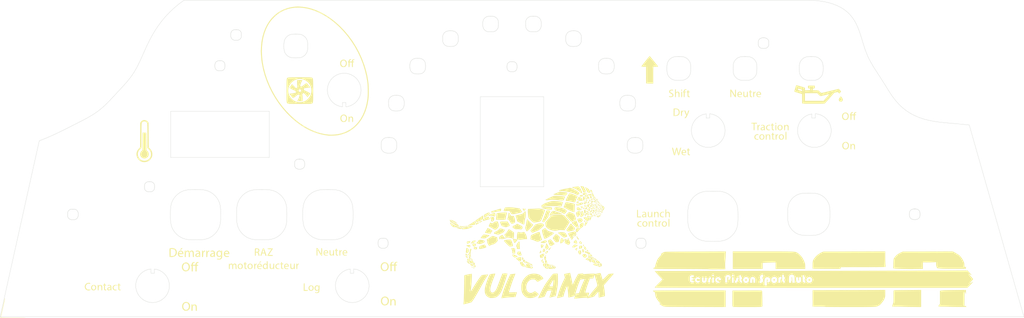
<source format=kicad_pcb>
(kicad_pcb (version 4) (host pcbnew 4.0.7)
  (layers (0 F.Cu signal) (31 B.Cu signal) (34 B.Paste user) (35 F.Paste user) (36 B.SilkS user) (37 F.SilkS user) (38 B.Mask user) (39 F.Mask user) (44 Edge.Cuts user))
  (net 0 "")
  (module logokicad:écriture (layer F.Cu) (at 201.93 140.97)
    (fp_text reference G*** hide)
    (fp_text value LOGO hide)
  )
  (gr_line (start 211.825671 103.085746) (end 211.923735 103.12498) (layer Edge.Cuts) (width 0.1))
  (gr_line (start 211.726864 103.054513) (end 211.825671 103.085746) (layer Edge.Cuts) (width 0.1))
  (gr_line (start 211.628652 103.030369) (end 211.726864 103.054513) (layer Edge.Cuts) (width 0.1))
  (gr_line (start 211.532374 103.012401) (end 211.628652 103.030369) (layer Edge.Cuts) (width 0.1))
  (gr_line (start 211.439368 102.999696) (end 211.532374 103.012401) (layer Edge.Cuts) (width 0.1))
  (gr_line (start 211.350973 102.991344) (end 211.439368 102.999696) (layer Edge.Cuts) (width 0.1))
  (gr_line (start 211.268528 102.98643) (end 211.350973 102.991344) (layer Edge.Cuts) (width 0.1))
  (gr_line (start 211.193371 102.984043) (end 211.268528 102.98643) (layer Edge.Cuts) (width 0.1))
  (gr_line (start 211.126841 102.98327) (end 211.193371 102.984043) (layer Edge.Cuts) (width 0.1))
  (gr_line (start 211.070269 102.9832) (end 211.126841 102.98327) (layer Edge.Cuts) (width 0.1))
  (gr_line (start 211.023901 102.9832) (end 211.070269 102.9832) (layer Edge.Cuts) (width 0.1))
  (gr_line (start 210.985758 102.9832) (end 211.023901 102.9832) (layer Edge.Cuts) (width 0.1))
  (gr_line (start 210.953589 102.9832) (end 210.985758 102.9832) (layer Edge.Cuts) (width 0.1))
  (gr_line (start 210.925142 102.9832) (end 210.953589 102.9832) (layer Edge.Cuts) (width 0.1))
  (gr_line (start 210.898168 102.9832) (end 210.925142 102.9832) (layer Edge.Cuts) (width 0.1))
  (gr_line (start 210.870414 102.9832) (end 210.898168 102.9832) (layer Edge.Cuts) (width 0.1))
  (gr_line (start 210.83963 102.9832) (end 210.870414 102.9832) (layer Edge.Cuts) (width 0.1))
  (gr_line (start 210.803565 102.9832) (end 210.83963 102.9832) (layer Edge.Cuts) (width 0.1))
  (gr_line (start 210.759967 102.9832) (end 210.803565 102.9832) (layer Edge.Cuts) (width 0.1))
  (gr_line (start 210.706645 102.983215) (end 210.759967 102.9832) (layer Edge.Cuts) (width 0.1))
  (gr_line (start 210.643039 102.983675) (end 210.706645 102.983215) (layer Edge.Cuts) (width 0.1))
  (gr_line (start 210.570394 102.985468) (end 210.643039 102.983675) (layer Edge.Cuts) (width 0.1))
  (gr_line (start 210.490049 102.989508) (end 210.570394 102.985468) (layer Edge.Cuts) (width 0.1))
  (gr_line (start 210.403342 102.996705) (end 210.490049 102.989508) (layer Edge.Cuts) (width 0.1))
  (gr_line (start 210.311612 103.007973) (end 210.403342 102.996705) (layer Edge.Cuts) (width 0.1))
  (gr_line (start 210.216198 103.024225) (end 210.311612 103.007973) (layer Edge.Cuts) (width 0.1))
  (gr_line (start 210.118438 103.046371) (end 210.216198 103.024225) (layer Edge.Cuts) (width 0.1))
  (gr_line (start 210.019672 103.075326) (end 210.118438 103.046371) (layer Edge.Cuts) (width 0.1))
  (gr_line (start 209.921237 103.112001) (end 210.019672 103.075326) (layer Edge.Cuts) (width 0.1))
  (gr_line (start 209.824437 103.157219) (end 209.921237 103.112001) (layer Edge.Cuts) (width 0.1))
  (gr_line (start 209.730201 103.210859) (end 209.824437 103.157219) (layer Edge.Cuts) (width 0.1))
  (gr_line (start 209.63923 103.272229) (end 209.730201 103.210859) (layer Edge.Cuts) (width 0.1))
  (gr_line (start 209.552224 103.34063) (end 209.63923 103.272229) (layer Edge.Cuts) (width 0.1))
  (gr_line (start 209.469882 103.415362) (end 209.552224 103.34063) (layer Edge.Cuts) (width 0.1))
  (gr_line (start 209.392903 103.495726) (end 209.469882 103.415362) (layer Edge.Cuts) (width 0.1))
  (gr_line (start 209.321987 103.581022) (end 209.392903 103.495726) (layer Edge.Cuts) (width 0.1))
  (gr_line (start 209.257832 103.670552) (end 209.321987 103.581022) (layer Edge.Cuts) (width 0.1))
  (gr_line (start 209.201138 103.763616) (end 209.257832 103.670552) (layer Edge.Cuts) (width 0.1))
  (gr_line (start 209.152604 103.859515) (end 209.201138 103.763616) (layer Edge.Cuts) (width 0.1))
  (gr_line (start 209.112719 103.957613) (end 209.152604 103.859515) (layer Edge.Cuts) (width 0.1))
  (gr_line (start 209.080904 104.057596) (end 209.112719 103.957613) (layer Edge.Cuts) (width 0.1))
  (gr_line (start 209.056248 104.159251) (end 209.080904 104.057596) (layer Edge.Cuts) (width 0.1))
  (gr_line (start 209.037837 104.262365) (end 209.056248 104.159251) (layer Edge.Cuts) (width 0.1))
  (gr_line (start 209.024761 104.366724) (end 209.037837 104.262365) (layer Edge.Cuts) (width 0.1))
  (gr_line (start 209.016106 104.472117) (end 209.024761 104.366724) (layer Edge.Cuts) (width 0.1))
  (gr_line (start 209.010961 104.578328) (end 209.016106 104.472117) (layer Edge.Cuts) (width 0.1))
  (gr_line (start 209.008411 104.685146) (end 209.010961 104.578328) (layer Edge.Cuts) (width 0.1))
  (gr_line (start 209.007547 104.792358) (end 209.008411 104.685146) (layer Edge.Cuts) (width 0.1))
  (gr_line (start 209.007455 104.89975) (end 209.007547 104.792358) (layer Edge.Cuts) (width 0.1))
  (gr_line (start 209.007688 105.007109) (end 209.007455 104.89975) (layer Edge.Cuts) (width 0.1))
  (gr_line (start 209.008974 105.114222) (end 209.007688 105.007109) (layer Edge.Cuts) (width 0.1))
  (gr_line (start 209.012225 105.220876) (end 209.008974 105.114222) (layer Edge.Cuts) (width 0.1))
  (gr_line (start 209.018353 105.326858) (end 209.012225 105.220876) (layer Edge.Cuts) (width 0.1))
  (gr_line (start 209.028271 105.431955) (end 209.018353 105.326858) (layer Edge.Cuts) (width 0.1))
  (gr_line (start 209.042892 105.535954) (end 209.028271 105.431955) (layer Edge.Cuts) (width 0.1))
  (gr_line (start 209.063127 105.638642) (end 209.042892 105.535954) (layer Edge.Cuts) (width 0.1))
  (gr_line (start 209.089888 105.739805) (end 209.063127 105.638642) (layer Edge.Cuts) (width 0.1))
  (gr_line (start 209.124089 105.839231) (end 209.089888 105.739805) (layer Edge.Cuts) (width 0.1))
  (gr_line (start 209.166627 105.936701) (end 209.124089 105.839231) (layer Edge.Cuts) (width 0.1))
  (gr_line (start 209.217746 106.031803) (end 209.166627 105.936701) (layer Edge.Cuts) (width 0.1))
  (gr_line (start 209.27681 106.123854) (end 209.217746 106.031803) (layer Edge.Cuts) (width 0.1))
  (gr_line (start 209.343119 106.212156) (end 209.27681 106.123854) (layer Edge.Cuts) (width 0.1))
  (gr_line (start 209.415976 106.296009) (end 209.343119 106.212156) (layer Edge.Cuts) (width 0.1))
  (gr_line (start 209.494679 106.374714) (end 209.415976 106.296009) (layer Edge.Cuts) (width 0.1))
  (gr_line (start 209.578531 106.447573) (end 209.494679 106.374714) (layer Edge.Cuts) (width 0.1))
  (gr_line (start 209.666831 106.513884) (end 209.578531 106.447573) (layer Edge.Cuts) (width 0.1))
  (gr_line (start 209.758881 106.57295) (end 209.666831 106.513884) (layer Edge.Cuts) (width 0.1))
  (gr_line (start 209.853982 106.624071) (end 209.758881 106.57295) (layer Edge.Cuts) (width 0.1))
  (gr_line (start 209.951453 106.66661) (end 209.853982 106.624071) (layer Edge.Cuts) (width 0.1))
  (gr_line (start 210.050879 106.700812) (end 209.951453 106.66661) (layer Edge.Cuts) (width 0.1))
  (gr_line (start 210.152043 106.727575) (end 210.050879 106.700812) (layer Edge.Cuts) (width 0.1))
  (gr_line (start 210.254733 106.747811) (end 210.152043 106.727575) (layer Edge.Cuts) (width 0.1))
  (gr_line (start 210.358734 106.762432) (end 210.254733 106.747811) (layer Edge.Cuts) (width 0.1))
  (gr_line (start 210.463833 106.77235) (end 210.358734 106.762432) (layer Edge.Cuts) (width 0.1))
  (gr_line (start 210.569818 106.778479) (end 210.463833 106.77235) (layer Edge.Cuts) (width 0.1))
  (gr_line (start 210.676475 106.78173) (end 210.569818 106.778479) (layer Edge.Cuts) (width 0.1))
  (gr_line (start 210.783591 106.783015) (end 210.676475 106.78173) (layer Edge.Cuts) (width 0.1))
  (gr_line (start 210.890953 106.783248) (end 210.783591 106.783015) (layer Edge.Cuts) (width 0.1))
  (gr_line (start 210.998348 106.783157) (end 210.890953 106.783248) (layer Edge.Cuts) (width 0.1))
  (gr_line (start 211.105563 106.782292) (end 210.998348 106.783157) (layer Edge.Cuts) (width 0.1))
  (gr_line (start 211.212384 106.779743) (end 211.105563 106.782292) (layer Edge.Cuts) (width 0.1))
  (gr_line (start 211.318598 106.774597) (end 211.212384 106.779743) (layer Edge.Cuts) (width 0.1))
  (gr_line (start 211.423993 106.765942) (end 211.318598 106.774597) (layer Edge.Cuts) (width 0.1))
  (gr_line (start 211.528355 106.752865) (end 211.423993 106.765942) (layer Edge.Cuts) (width 0.1))
  (gr_line (start 211.63147 106.734454) (end 211.528355 106.752865) (layer Edge.Cuts) (width 0.1))
  (gr_line (start 211.733127 106.709797) (end 211.63147 106.734454) (layer Edge.Cuts) (width 0.1))
  (gr_line (start 211.83311 106.677981) (end 211.733127 106.709797) (layer Edge.Cuts) (width 0.1))
  (gr_line (start 211.931209 106.638094) (end 211.83311 106.677981) (layer Edge.Cuts) (width 0.1))
  (gr_line (start 212.027107 106.589559) (end 211.931209 106.638094) (layer Edge.Cuts) (width 0.1))
  (gr_line (start 212.120171 106.532863) (end 212.027107 106.589559) (layer Edge.Cuts) (width 0.1))
  (gr_line (start 212.209699 106.468706) (end 212.120171 106.532863) (layer Edge.Cuts) (width 0.1))
  (gr_line (start 212.294994 106.397788) (end 212.209699 106.468706) (layer Edge.Cuts) (width 0.1))
  (gr_line (start 212.375356 106.320807) (end 212.294994 106.397788) (layer Edge.Cuts) (width 0.1))
  (gr_line (start 212.450086 106.238463) (end 212.375356 106.320807) (layer Edge.Cuts) (width 0.1))
  (gr_line (start 212.518484 106.151455) (end 212.450086 106.238463) (layer Edge.Cuts) (width 0.1))
  (gr_line (start 212.579852 106.060483) (end 212.518484 106.151455) (layer Edge.Cuts) (width 0.1))
  (gr_line (start 212.63349 105.966246) (end 212.579852 106.060483) (layer Edge.Cuts) (width 0.1))
  (gr_line (start 212.678707 105.869441) (end 212.63349 105.966246) (layer Edge.Cuts) (width 0.1))
  (gr_line (start 212.715381 105.770593) (end 212.678707 105.869441) (layer Edge.Cuts) (width 0.1))
  (gr_line (start 212.744335 105.669941) (end 212.715381 105.770593) (layer Edge.Cuts) (width 0.1))
  (gr_line (start 212.766481 105.5677) (end 212.744335 105.669941) (layer Edge.Cuts) (width 0.1))
  (gr_line (start 212.782731 105.464082) (end 212.766481 105.5677) (layer Edge.Cuts) (width 0.1))
  (gr_line (start 212.793999 105.3593) (end 212.782731 105.464082) (layer Edge.Cuts) (width 0.1))
  (gr_line (start 212.801196 105.253567) (end 212.793999 105.3593) (layer Edge.Cuts) (width 0.1))
  (gr_line (start 212.805235 105.147097) (end 212.801196 105.253567) (layer Edge.Cuts) (width 0.1))
  (gr_line (start 212.807029 105.040103) (end 212.805235 105.147097) (layer Edge.Cuts) (width 0.1))
  (gr_line (start 212.807488 104.932797) (end 212.807029 105.040103) (layer Edge.Cuts) (width 0.1))
  (gr_line (start 212.80748 104.825392) (end 212.807488 104.932797) (layer Edge.Cuts) (width 0.1))
  (gr_line (start 212.80695 104.718103) (end 212.80748 104.825392) (layer Edge.Cuts) (width 0.1))
  (gr_line (start 212.805016 104.611141) (end 212.80695 104.718103) (layer Edge.Cuts) (width 0.1))
  (gr_line (start 212.800766 104.50472) (end 212.805016 104.611141) (layer Edge.Cuts) (width 0.1))
  (gr_line (start 212.793288 104.399053) (end 212.800766 104.50472) (layer Edge.Cuts) (width 0.1))
  (gr_line (start 212.78167 104.294353) (end 212.793288 104.399053) (layer Edge.Cuts) (width 0.1))
  (gr_line (start 212.764998 104.190833) (end 212.78167 104.294353) (layer Edge.Cuts) (width 0.1))
  (gr_line (start 212.742361 104.088707) (end 212.764998 104.190833) (layer Edge.Cuts) (width 0.1))
  (gr_line (start 212.712846 103.988186) (end 212.742361 104.088707) (layer Edge.Cuts) (width 0.1))
  (gr_line (start 212.67554 103.889486) (end 212.712846 103.988186) (layer Edge.Cuts) (width 0.1))
  (gr_line (start 212.629655 103.792854) (end 212.67554 103.889486) (layer Edge.Cuts) (width 0.1))
  (gr_line (start 212.575397 103.698843) (end 212.629655 103.792854) (layer Edge.Cuts) (width 0.1))
  (gr_line (start 212.513464 103.608151) (end 212.575397 103.698843) (layer Edge.Cuts) (width 0.1))
  (gr_line (start 212.444553 103.521478) (end 212.513464 103.608151) (layer Edge.Cuts) (width 0.1))
  (gr_line (start 212.369366 103.439522) (end 212.444553 103.521478) (layer Edge.Cuts) (width 0.1))
  (gr_line (start 212.288599 103.362982) (end 212.369366 103.439522) (layer Edge.Cuts) (width 0.1))
  (gr_line (start 212.202954 103.292559) (end 212.288599 103.362982) (layer Edge.Cuts) (width 0.1))
  (gr_line (start 212.113128 103.228952) (end 212.202954 103.292559) (layer Edge.Cuts) (width 0.1))
  (gr_line (start 212.019822 103.172859) (end 212.113128 103.228952) (layer Edge.Cuts) (width 0.1))
  (gr_line (start 211.923735 103.12498) (end 212.019822 103.172859) (layer Edge.Cuts) (width 0.1))
  (gr_line (start 168.637093 115.882434) (end 168.789348 115.943349) (layer Edge.Cuts) (width 0.1))
  (gr_line (start 168.483684 115.833941) (end 168.637093 115.882434) (layer Edge.Cuts) (width 0.1))
  (gr_line (start 168.331198 115.796454) (end 168.483684 115.833941) (layer Edge.Cuts) (width 0.1))
  (gr_line (start 168.181716 115.768557) (end 168.331198 115.796454) (layer Edge.Cuts) (width 0.1))
  (gr_line (start 168.037313 115.748832) (end 168.181716 115.768557) (layer Edge.Cuts) (width 0.1))
  (gr_line (start 167.900071 115.735863) (end 168.037313 115.748832) (layer Edge.Cuts) (width 0.1))
  (gr_line (start 167.772065 115.728234) (end 167.900071 115.735863) (layer Edge.Cuts) (width 0.1))
  (gr_line (start 167.655376 115.724528) (end 167.772065 115.728234) (layer Edge.Cuts) (width 0.1))
  (gr_line (start 167.552081 115.723328) (end 167.655376 115.724528) (layer Edge.Cuts) (width 0.1))
  (gr_line (start 167.464247 115.72322) (end 167.552081 115.723328) (layer Edge.Cuts) (width 0.1))
  (gr_line (start 167.392256 115.72322) (end 167.464247 115.72322) (layer Edge.Cuts) (width 0.1))
  (gr_line (start 167.333034 115.72322) (end 167.392256 115.72322) (layer Edge.Cuts) (width 0.1))
  (gr_line (start 167.283088 115.72322) (end 167.333034 115.72322) (layer Edge.Cuts) (width 0.1))
  (gr_line (start 167.238922 115.72322) (end 167.283088 115.72322) (layer Edge.Cuts) (width 0.1))
  (gr_line (start 167.197041 115.72322) (end 167.238922 115.72322) (layer Edge.Cuts) (width 0.1))
  (gr_line (start 167.15395 115.72322) (end 167.197041 115.72322) (layer Edge.Cuts) (width 0.1))
  (gr_line (start 167.106155 115.72322) (end 167.15395 115.72322) (layer Edge.Cuts) (width 0.1))
  (gr_line (start 167.05016 115.72322) (end 167.106155 115.72322) (layer Edge.Cuts) (width 0.1))
  (gr_line (start 166.98247 115.72322) (end 167.05016 115.72322) (layer Edge.Cuts) (width 0.1))
  (gr_line (start 166.899681 115.723244) (end 166.98247 115.72322) (layer Edge.Cuts) (width 0.1))
  (gr_line (start 166.800926 115.723957) (end 166.899681 115.723244) (layer Edge.Cuts) (width 0.1))
  (gr_line (start 166.688136 115.726742) (end 166.800926 115.723957) (layer Edge.Cuts) (width 0.1))
  (gr_line (start 166.563392 115.733013) (end 166.688136 115.726742) (layer Edge.Cuts) (width 0.1))
  (gr_line (start 166.42877 115.744188) (end 166.563392 115.733013) (layer Edge.Cuts) (width 0.1))
  (gr_line (start 166.286349 115.761683) (end 166.42877 115.744188) (layer Edge.Cuts) (width 0.1))
  (gr_line (start 166.138208 115.786915) (end 166.286349 115.761683) (layer Edge.Cuts) (width 0.1))
  (gr_line (start 165.986425 115.8213) (end 166.138208 115.786915) (layer Edge.Cuts) (width 0.1))
  (gr_line (start 165.833079 115.866256) (end 165.986425 115.8213) (layer Edge.Cuts) (width 0.1))
  (gr_line (start 165.680247 115.923197) (end 165.833079 115.866256) (layer Edge.Cuts) (width 0.1))
  (gr_line (start 165.529954 115.993404) (end 165.680247 115.923197) (layer Edge.Cuts) (width 0.1))
  (gr_line (start 165.383641 116.076686) (end 165.529954 115.993404) (layer Edge.Cuts) (width 0.1))
  (gr_line (start 165.242397 116.17197) (end 165.383641 116.076686) (layer Edge.Cuts) (width 0.1))
  (gr_line (start 165.10731 116.278169) (end 165.242397 116.17197) (layer Edge.Cuts) (width 0.1))
  (gr_line (start 164.979463 116.394199) (end 165.10731 116.278169) (layer Edge.Cuts) (width 0.1))
  (gr_line (start 164.859944 116.518973) (end 164.979463 116.394199) (layer Edge.Cuts) (width 0.1))
  (gr_line (start 164.749837 116.651405) (end 164.859944 116.518973) (layer Edge.Cuts) (width 0.1))
  (gr_line (start 164.650229 116.790411) (end 164.749837 116.651405) (layer Edge.Cuts) (width 0.1))
  (gr_line (start 164.562204 116.934904) (end 164.650229 116.790411) (layer Edge.Cuts) (width 0.1))
  (gr_line (start 164.48685 117.083798) (end 164.562204 116.934904) (layer Edge.Cuts) (width 0.1))
  (gr_line (start 164.424922 117.236107) (end 164.48685 117.083798) (layer Edge.Cuts) (width 0.1))
  (gr_line (start 164.375525 117.391342) (end 164.424922 117.236107) (layer Edge.Cuts) (width 0.1))
  (gr_line (start 164.337243 117.549174) (end 164.375525 117.391342) (layer Edge.Cuts) (width 0.1))
  (gr_line (start 164.308659 117.709271) (end 164.337243 117.549174) (layer Edge.Cuts) (width 0.1))
  (gr_line (start 164.288356 117.871302) (end 164.308659 117.709271) (layer Edge.Cuts) (width 0.1))
  (gr_line (start 164.274918 118.034936) (end 164.288356 117.871302) (layer Edge.Cuts) (width 0.1))
  (gr_line (start 164.266929 118.199843) (end 164.274918 118.034936) (layer Edge.Cuts) (width 0.1))
  (gr_line (start 164.262971 118.365691) (end 164.266929 118.199843) (layer Edge.Cuts) (width 0.1))
  (gr_line (start 164.261629 118.53215) (end 164.262971 118.365691) (layer Edge.Cuts) (width 0.1))
  (gr_line (start 164.261487 118.69889) (end 164.261629 118.53215) (layer Edge.Cuts) (width 0.1))
  (gr_line (start 164.261848 118.865578) (end 164.261487 118.69889) (layer Edge.Cuts) (width 0.1))
  (gr_line (start 164.263845 119.031884) (end 164.261848 118.865578) (layer Edge.Cuts) (width 0.1))
  (gr_line (start 164.268892 119.197478) (end 164.263845 119.031884) (layer Edge.Cuts) (width 0.1))
  (gr_line (start 164.278407 119.362029) (end 164.268892 119.197478) (layer Edge.Cuts) (width 0.1))
  (gr_line (start 164.293806 119.525205) (end 164.278407 119.362029) (layer Edge.Cuts) (width 0.1))
  (gr_line (start 164.316506 119.686676) (end 164.293806 119.525205) (layer Edge.Cuts) (width 0.1))
  (gr_line (start 164.347923 119.846111) (end 164.316506 119.686676) (layer Edge.Cuts) (width 0.1))
  (gr_line (start 164.389475 120.003179) (end 164.347923 119.846111) (layer Edge.Cuts) (width 0.1))
  (gr_line (start 164.442576 120.157549) (end 164.389475 120.003179) (layer Edge.Cuts) (width 0.1))
  (gr_line (start 164.508621 120.308884) (end 164.442576 120.157549) (layer Edge.Cuts) (width 0.1))
  (gr_line (start 164.58799 120.45654) (end 164.508621 120.308884) (layer Edge.Cuts) (width 0.1))
  (gr_line (start 164.679694 120.59946) (end 164.58799 120.45654) (layer Edge.Cuts) (width 0.1))
  (gr_line (start 164.782649 120.736558) (end 164.679694 120.59946) (layer Edge.Cuts) (width 0.1))
  (gr_line (start 164.895767 120.86675) (end 164.782649 120.736558) (layer Edge.Cuts) (width 0.1))
  (gr_line (start 165.017964 120.988949) (end 164.895767 120.86675) (layer Edge.Cuts) (width 0.1))
  (gr_line (start 165.148154 121.10207) (end 165.017964 120.988949) (layer Edge.Cuts) (width 0.1))
  (gr_line (start 165.285252 121.205026) (end 165.148154 121.10207) (layer Edge.Cuts) (width 0.1))
  (gr_line (start 165.428171 121.296733) (end 165.285252 121.205026) (layer Edge.Cuts) (width 0.1))
  (gr_line (start 165.575826 121.376103) (end 165.428171 121.296733) (layer Edge.Cuts) (width 0.1))
  (gr_line (start 165.727161 121.44215) (end 165.575826 121.376103) (layer Edge.Cuts) (width 0.1))
  (gr_line (start 165.881532 121.495253) (end 165.727161 121.44215) (layer Edge.Cuts) (width 0.1))
  (gr_line (start 166.038601 121.536805) (end 165.881532 121.495253) (layer Edge.Cuts) (width 0.1))
  (gr_line (start 166.198038 121.568223) (end 166.038601 121.536805) (layer Edge.Cuts) (width 0.1))
  (gr_line (start 166.359511 121.590923) (end 166.198038 121.568223) (layer Edge.Cuts) (width 0.1))
  (gr_line (start 166.522689 121.606323) (end 166.359511 121.590923) (layer Edge.Cuts) (width 0.1))
  (gr_line (start 166.687242 121.615838) (end 166.522689 121.606323) (layer Edge.Cuts) (width 0.1))
  (gr_line (start 166.852839 121.620885) (end 166.687242 121.615838) (layer Edge.Cuts) (width 0.1))
  (gr_line (start 167.019149 121.622882) (end 166.852839 121.620885) (layer Edge.Cuts) (width 0.1))
  (gr_line (start 167.18584 121.623244) (end 167.019149 121.622882) (layer Edge.Cuts) (width 0.1))
  (gr_line (start 167.352582 121.623101) (end 167.18584 121.623244) (layer Edge.Cuts) (width 0.1))
  (gr_line (start 167.519045 121.621759) (end 167.352582 121.623101) (layer Edge.Cuts) (width 0.1))
  (gr_line (start 167.684896 121.617801) (end 167.519045 121.621759) (layer Edge.Cuts) (width 0.1))
  (gr_line (start 167.849806 121.609811) (end 167.684896 121.617801) (layer Edge.Cuts) (width 0.1))
  (gr_line (start 168.013442 121.596373) (end 167.849806 121.609811) (layer Edge.Cuts) (width 0.1))
  (gr_line (start 168.175475 121.57607) (end 168.013442 121.596373) (layer Edge.Cuts) (width 0.1))
  (gr_line (start 168.335574 121.547485) (end 168.175475 121.57607) (layer Edge.Cuts) (width 0.1))
  (gr_line (start 168.493407 121.509202) (end 168.335574 121.547485) (layer Edge.Cuts) (width 0.1))
  (gr_line (start 168.648643 121.459804) (end 168.493407 121.509202) (layer Edge.Cuts) (width 0.1))
  (gr_line (start 168.800953 121.397875) (end 168.648643 121.459804) (layer Edge.Cuts) (width 0.1))
  (gr_line (start 168.949846 121.322519) (end 168.800953 121.397875) (layer Edge.Cuts) (width 0.1))
  (gr_line (start 169.094338 121.234492) (end 168.949846 121.322519) (layer Edge.Cuts) (width 0.1))
  (gr_line (start 169.233343 121.134882) (end 169.094338 121.234492) (layer Edge.Cuts) (width 0.1))
  (gr_line (start 169.365774 121.024773) (end 169.233343 121.134882) (layer Edge.Cuts) (width 0.1))
  (gr_line (start 169.490546 120.905252) (end 169.365774 121.024773) (layer Edge.Cuts) (width 0.1))
  (gr_line (start 169.606573 120.777404) (end 169.490546 120.905252) (layer Edge.Cuts) (width 0.1))
  (gr_line (start 169.712771 120.642314) (end 169.606573 120.777404) (layer Edge.Cuts) (width 0.1))
  (gr_line (start 169.808052 120.50107) (end 169.712771 120.642314) (layer Edge.Cuts) (width 0.1))
  (gr_line (start 169.891332 120.354756) (end 169.808052 120.50107) (layer Edge.Cuts) (width 0.1))
  (gr_line (start 169.961537 120.204454) (end 169.891332 120.354756) (layer Edge.Cuts) (width 0.1))
  (gr_line (start 170.018478 120.05098) (end 169.961537 120.204454) (layer Edge.Cuts) (width 0.1))
  (gr_line (start 170.063432 119.894707) (end 170.018478 120.05098) (layer Edge.Cuts) (width 0.1))
  (gr_line (start 170.097817 119.735965) (end 170.063432 119.894707) (layer Edge.Cuts) (width 0.1))
  (gr_line (start 170.123048 119.575085) (end 170.097817 119.735965) (layer Edge.Cuts) (width 0.1))
  (gr_line (start 170.140543 119.412399) (end 170.123048 119.575085) (layer Edge.Cuts) (width 0.1))
  (gr_line (start 170.151717 119.248236) (end 170.140543 119.412399) (layer Edge.Cuts) (width 0.1))
  (gr_line (start 170.157988 119.082928) (end 170.151717 119.248236) (layer Edge.Cuts) (width 0.1))
  (gr_line (start 170.160773 118.916805) (end 170.157988 119.082928) (layer Edge.Cuts) (width 0.1))
  (gr_line (start 170.161487 118.750199) (end 170.160773 118.916805) (layer Edge.Cuts) (width 0.1))
  (gr_line (start 170.161473 118.58344) (end 170.161487 118.750199) (layer Edge.Cuts) (width 0.1))
  (gr_line (start 170.16065 118.41686) (end 170.161473 118.58344) (layer Edge.Cuts) (width 0.1))
  (gr_line (start 170.157648 118.250788) (end 170.16065 118.41686) (layer Edge.Cuts) (width 0.1))
  (gr_line (start 170.15105 118.085556) (end 170.157648 118.250788) (layer Edge.Cuts) (width 0.1))
  (gr_line (start 170.139439 117.921495) (end 170.15105 118.085556) (layer Edge.Cuts) (width 0.1))
  (gr_line (start 170.1214 117.758936) (end 170.139439 117.921495) (layer Edge.Cuts) (width 0.1))
  (gr_line (start 170.095515 117.598209) (end 170.1214 117.758936) (layer Edge.Cuts) (width 0.1))
  (gr_line (start 170.060367 117.439645) (end 170.095515 117.598209) (layer Edge.Cuts) (width 0.1))
  (gr_line (start 170.014541 117.283575) (end 170.060367 117.439645) (layer Edge.Cuts) (width 0.1))
  (gr_line (start 169.95662 117.130331) (end 170.014541 117.283575) (layer Edge.Cuts) (width 0.1))
  (gr_line (start 169.885377 116.980299) (end 169.95662 117.130331) (layer Edge.Cuts) (width 0.1))
  (gr_line (start 169.801135 116.834336) (end 169.885377 116.980299) (layer Edge.Cuts) (width 0.1))
  (gr_line (start 169.704975 116.693527) (end 169.801135 116.834336) (layer Edge.Cuts) (width 0.1))
  (gr_line (start 169.597983 116.558956) (end 169.704975 116.693527) (layer Edge.Cuts) (width 0.1))
  (gr_line (start 169.481245 116.43171) (end 169.597983 116.558956) (layer Edge.Cuts) (width 0.1))
  (gr_line (start 169.355845 116.312874) (end 169.481245 116.43171) (layer Edge.Cuts) (width 0.1))
  (gr_line (start 169.222869 116.203534) (end 169.355845 116.312874) (layer Edge.Cuts) (width 0.1))
  (gr_line (start 169.083405 116.104776) (end 169.222869 116.203534) (layer Edge.Cuts) (width 0.1))
  (gr_line (start 168.938535 116.017686) (end 169.083405 116.104776) (layer Edge.Cuts) (width 0.1))
  (gr_line (start 168.789348 115.943349) (end 168.938535 116.017686) (layer Edge.Cuts) (width 0.1))
  (gr_line (start 220.408086 85.993428) (end 220.560341 86.054343) (layer Edge.Cuts) (width 0.1))
  (gr_line (start 220.254677 85.944935) (end 220.408086 85.993428) (layer Edge.Cuts) (width 0.1))
  (gr_line (start 220.102191 85.907449) (end 220.254677 85.944935) (layer Edge.Cuts) (width 0.1))
  (gr_line (start 219.952709 85.879551) (end 220.102191 85.907449) (layer Edge.Cuts) (width 0.1))
  (gr_line (start 219.808306 85.859826) (end 219.952709 85.879551) (layer Edge.Cuts) (width 0.1))
  (gr_line (start 219.671063 85.846858) (end 219.808306 85.859826) (layer Edge.Cuts) (width 0.1))
  (gr_line (start 219.543058 85.839228) (end 219.671063 85.846858) (layer Edge.Cuts) (width 0.1))
  (gr_line (start 219.426369 85.835522) (end 219.543058 85.839228) (layer Edge.Cuts) (width 0.1))
  (gr_line (start 219.323074 85.834322) (end 219.426369 85.835522) (layer Edge.Cuts) (width 0.1))
  (gr_line (start 219.23524 85.834215) (end 219.323074 85.834322) (layer Edge.Cuts) (width 0.1))
  (gr_line (start 219.163249 85.834215) (end 219.23524 85.834215) (layer Edge.Cuts) (width 0.1))
  (gr_line (start 219.104027 85.834215) (end 219.163249 85.834215) (layer Edge.Cuts) (width 0.1))
  (gr_line (start 219.054081 85.834215) (end 219.104027 85.834215) (layer Edge.Cuts) (width 0.1))
  (gr_line (start 219.009915 85.834215) (end 219.054081 85.834215) (layer Edge.Cuts) (width 0.1))
  (gr_line (start 218.968034 85.834215) (end 219.009915 85.834215) (layer Edge.Cuts) (width 0.1))
  (gr_line (start 218.924943 85.834215) (end 218.968034 85.834215) (layer Edge.Cuts) (width 0.1))
  (gr_line (start 218.877148 85.834215) (end 218.924943 85.834215) (layer Edge.Cuts) (width 0.1))
  (gr_line (start 218.821152 85.834215) (end 218.877148 85.834215) (layer Edge.Cuts) (width 0.1))
  (gr_line (start 218.753463 85.834215) (end 218.821152 85.834215) (layer Edge.Cuts) (width 0.1))
  (gr_line (start 218.670674 85.834238) (end 218.753463 85.834215) (layer Edge.Cuts) (width 0.1))
  (gr_line (start 218.571919 85.834952) (end 218.670674 85.834238) (layer Edge.Cuts) (width 0.1))
  (gr_line (start 218.459129 85.837736) (end 218.571919 85.834952) (layer Edge.Cuts) (width 0.1))
  (gr_line (start 218.334385 85.844007) (end 218.459129 85.837736) (layer Edge.Cuts) (width 0.1))
  (gr_line (start 218.199763 85.855182) (end 218.334385 85.844007) (layer Edge.Cuts) (width 0.1))
  (gr_line (start 218.057342 85.872677) (end 218.199763 85.855182) (layer Edge.Cuts) (width 0.1))
  (gr_line (start 217.909201 85.897909) (end 218.057342 85.872677) (layer Edge.Cuts) (width 0.1))
  (gr_line (start 217.757418 85.932295) (end 217.909201 85.897909) (layer Edge.Cuts) (width 0.1))
  (gr_line (start 217.604072 85.97725) (end 217.757418 85.932295) (layer Edge.Cuts) (width 0.1))
  (gr_line (start 217.45124 86.034192) (end 217.604072 85.97725) (layer Edge.Cuts) (width 0.1))
  (gr_line (start 217.300947 86.104398) (end 217.45124 86.034192) (layer Edge.Cuts) (width 0.1))
  (gr_line (start 217.154634 86.18768) (end 217.300947 86.104398) (layer Edge.Cuts) (width 0.1))
  (gr_line (start 217.01339 86.282964) (end 217.154634 86.18768) (layer Edge.Cuts) (width 0.1))
  (gr_line (start 216.878303 86.389163) (end 217.01339 86.282964) (layer Edge.Cuts) (width 0.1))
  (gr_line (start 216.750456 86.505193) (end 216.878303 86.389163) (layer Edge.Cuts) (width 0.1))
  (gr_line (start 216.630937 86.629967) (end 216.750456 86.505193) (layer Edge.Cuts) (width 0.1))
  (gr_line (start 216.52083 86.7624) (end 216.630937 86.629967) (layer Edge.Cuts) (width 0.1))
  (gr_line (start 216.421222 86.901405) (end 216.52083 86.7624) (layer Edge.Cuts) (width 0.1))
  (gr_line (start 216.333197 87.045898) (end 216.421222 86.901405) (layer Edge.Cuts) (width 0.1))
  (gr_line (start 216.257843 87.194792) (end 216.333197 87.045898) (layer Edge.Cuts) (width 0.1))
  (gr_line (start 216.195915 87.347101) (end 216.257843 87.194792) (layer Edge.Cuts) (width 0.1))
  (gr_line (start 216.146518 87.502337) (end 216.195915 87.347101) (layer Edge.Cuts) (width 0.1))
  (gr_line (start 216.108236 87.660168) (end 216.146518 87.502337) (layer Edge.Cuts) (width 0.1))
  (gr_line (start 216.079652 87.820265) (end 216.108236 87.660168) (layer Edge.Cuts) (width 0.1))
  (gr_line (start 216.059349 87.982296) (end 216.079652 87.820265) (layer Edge.Cuts) (width 0.1))
  (gr_line (start 216.045911 88.14593) (end 216.059349 87.982296) (layer Edge.Cuts) (width 0.1))
  (gr_line (start 216.037922 88.310837) (end 216.045911 88.14593) (layer Edge.Cuts) (width 0.1))
  (gr_line (start 216.033964 88.476685) (end 216.037922 88.310837) (layer Edge.Cuts) (width 0.1))
  (gr_line (start 216.032622 88.643145) (end 216.033964 88.476685) (layer Edge.Cuts) (width 0.1))
  (gr_line (start 216.03248 88.809884) (end 216.032622 88.643145) (layer Edge.Cuts) (width 0.1))
  (gr_line (start 216.032841 88.976572) (end 216.03248 88.809884) (layer Edge.Cuts) (width 0.1))
  (gr_line (start 216.034838 89.142879) (end 216.032841 88.976572) (layer Edge.Cuts) (width 0.1))
  (gr_line (start 216.039885 89.308473) (end 216.034838 89.142879) (layer Edge.Cuts) (width 0.1))
  (gr_line (start 216.0494 89.473023) (end 216.039885 89.308473) (layer Edge.Cuts) (width 0.1))
  (gr_line (start 216.064799 89.636199) (end 216.0494 89.473023) (layer Edge.Cuts) (width 0.1))
  (gr_line (start 216.087499 89.79767) (end 216.064799 89.636199) (layer Edge.Cuts) (width 0.1))
  (gr_line (start 216.118916 89.957105) (end 216.087499 89.79767) (layer Edge.Cuts) (width 0.1))
  (gr_line (start 216.160468 90.114173) (end 216.118916 89.957105) (layer Edge.Cuts) (width 0.1))
  (gr_line (start 216.213569 90.268544) (end 216.160468 90.114173) (layer Edge.Cuts) (width 0.1))
  (gr_line (start 216.279614 90.419878) (end 216.213569 90.268544) (layer Edge.Cuts) (width 0.1))
  (gr_line (start 216.358983 90.567534) (end 216.279614 90.419878) (layer Edge.Cuts) (width 0.1))
  (gr_line (start 216.450687 90.710454) (end 216.358983 90.567534) (layer Edge.Cuts) (width 0.1))
  (gr_line (start 216.553642 90.847553) (end 216.450687 90.710454) (layer Edge.Cuts) (width 0.1))
  (gr_line (start 216.66676 90.977745) (end 216.553642 90.847553) (layer Edge.Cuts) (width 0.1))
  (gr_line (start 216.788957 91.099944) (end 216.66676 90.977745) (layer Edge.Cuts) (width 0.1))
  (gr_line (start 216.919147 91.213064) (end 216.788957 91.099944) (layer Edge.Cuts) (width 0.1))
  (gr_line (start 217.056245 91.316021) (end 216.919147 91.213064) (layer Edge.Cuts) (width 0.1))
  (gr_line (start 217.199164 91.407727) (end 217.056245 91.316021) (layer Edge.Cuts) (width 0.1))
  (gr_line (start 217.346819 91.487098) (end 217.199164 91.407727) (layer Edge.Cuts) (width 0.1))
  (gr_line (start 217.498153 91.553144) (end 217.346819 91.487098) (layer Edge.Cuts) (width 0.1))
  (gr_line (start 217.652525 91.606247) (end 217.498153 91.553144) (layer Edge.Cuts) (width 0.1))
  (gr_line (start 217.809594 91.647799) (end 217.652525 91.606247) (layer Edge.Cuts) (width 0.1))
  (gr_line (start 217.969031 91.679217) (end 217.809594 91.647799) (layer Edge.Cuts) (width 0.1))
  (gr_line (start 218.130504 91.701917) (end 217.969031 91.679217) (layer Edge.Cuts) (width 0.1))
  (gr_line (start 218.293682 91.717317) (end 218.130504 91.701917) (layer Edge.Cuts) (width 0.1))
  (gr_line (start 218.458235 91.726832) (end 218.293682 91.717317) (layer Edge.Cuts) (width 0.1))
  (gr_line (start 218.623832 91.73188) (end 218.458235 91.726832) (layer Edge.Cuts) (width 0.1))
  (gr_line (start 218.790142 91.733876) (end 218.623832 91.73188) (layer Edge.Cuts) (width 0.1))
  (gr_line (start 218.956833 91.734238) (end 218.790142 91.733876) (layer Edge.Cuts) (width 0.1))
  (gr_line (start 219.123575 91.734096) (end 218.956833 91.734238) (layer Edge.Cuts) (width 0.1))
  (gr_line (start 219.290038 91.732753) (end 219.123575 91.734096) (layer Edge.Cuts) (width 0.1))
  (gr_line (start 219.455889 91.728795) (end 219.290038 91.732753) (layer Edge.Cuts) (width 0.1))
  (gr_line (start 219.620799 91.720806) (end 219.455889 91.728795) (layer Edge.Cuts) (width 0.1))
  (gr_line (start 219.784435 91.707367) (end 219.620799 91.720806) (layer Edge.Cuts) (width 0.1))
  (gr_line (start 219.946468 91.687064) (end 219.784435 91.707367) (layer Edge.Cuts) (width 0.1))
  (gr_line (start 220.106567 91.65848) (end 219.946468 91.687064) (layer Edge.Cuts) (width 0.1))
  (gr_line (start 220.2644 91.620197) (end 220.106567 91.65848) (layer Edge.Cuts) (width 0.1))
  (gr_line (start 220.419636 91.570799) (end 220.2644 91.620197) (layer Edge.Cuts) (width 0.1))
  (gr_line (start 220.571946 91.50887) (end 220.419636 91.570799) (layer Edge.Cuts) (width 0.1))
  (gr_line (start 220.720839 91.433513) (end 220.571946 91.50887) (layer Edge.Cuts) (width 0.1))
  (gr_line (start 220.865331 91.345487) (end 220.720839 91.433513) (layer Edge.Cuts) (width 0.1))
  (gr_line (start 221.004336 91.245876) (end 220.865331 91.345487) (layer Edge.Cuts) (width 0.1))
  (gr_line (start 221.136767 91.135767) (end 221.004336 91.245876) (layer Edge.Cuts) (width 0.1))
  (gr_line (start 221.261539 91.016246) (end 221.136767 91.135767) (layer Edge.Cuts) (width 0.1))
  (gr_line (start 221.377566 90.888398) (end 221.261539 91.016246) (layer Edge.Cuts) (width 0.1))
  (gr_line (start 221.483764 90.753309) (end 221.377566 90.888398) (layer Edge.Cuts) (width 0.1))
  (gr_line (start 221.579045 90.612064) (end 221.483764 90.753309) (layer Edge.Cuts) (width 0.1))
  (gr_line (start 221.662325 90.46575) (end 221.579045 90.612064) (layer Edge.Cuts) (width 0.1))
  (gr_line (start 221.73253 90.315448) (end 221.662325 90.46575) (layer Edge.Cuts) (width 0.1))
  (gr_line (start 221.789471 90.161974) (end 221.73253 90.315448) (layer Edge.Cuts) (width 0.1))
  (gr_line (start 221.834425 90.005701) (end 221.789471 90.161974) (layer Edge.Cuts) (width 0.1))
  (gr_line (start 221.86881 89.846959) (end 221.834425 90.005701) (layer Edge.Cuts) (width 0.1))
  (gr_line (start 221.894041 89.686079) (end 221.86881 89.846959) (layer Edge.Cuts) (width 0.1))
  (gr_line (start 221.911536 89.523393) (end 221.894041 89.686079) (layer Edge.Cuts) (width 0.1))
  (gr_line (start 221.92271 89.35923) (end 221.911536 89.523393) (layer Edge.Cuts) (width 0.1))
  (gr_line (start 221.928981 89.193922) (end 221.92271 89.35923) (layer Edge.Cuts) (width 0.1))
  (gr_line (start 221.931766 89.027799) (end 221.928981 89.193922) (layer Edge.Cuts) (width 0.1))
  (gr_line (start 221.932479 88.861193) (end 221.931766 89.027799) (layer Edge.Cuts) (width 0.1))
  (gr_line (start 221.932466 88.694435) (end 221.932479 88.861193) (layer Edge.Cuts) (width 0.1))
  (gr_line (start 221.931643 88.527854) (end 221.932466 88.694435) (layer Edge.Cuts) (width 0.1))
  (gr_line (start 221.928641 88.361782) (end 221.931643 88.527854) (layer Edge.Cuts) (width 0.1))
  (gr_line (start 221.922043 88.196551) (end 221.928641 88.361782) (layer Edge.Cuts) (width 0.1))
  (gr_line (start 221.910432 88.03249) (end 221.922043 88.196551) (layer Edge.Cuts) (width 0.1))
  (gr_line (start 221.892393 87.86993) (end 221.910432 88.03249) (layer Edge.Cuts) (width 0.1))
  (gr_line (start 221.866508 87.709203) (end 221.892393 87.86993) (layer Edge.Cuts) (width 0.1))
  (gr_line (start 221.83136 87.550639) (end 221.866508 87.709203) (layer Edge.Cuts) (width 0.1))
  (gr_line (start 221.785534 87.394569) (end 221.83136 87.550639) (layer Edge.Cuts) (width 0.1))
  (gr_line (start 221.727613 87.241325) (end 221.785534 87.394569) (layer Edge.Cuts) (width 0.1))
  (gr_line (start 221.65637 87.091293) (end 221.727613 87.241325) (layer Edge.Cuts) (width 0.1))
  (gr_line (start 221.572128 86.94533) (end 221.65637 87.091293) (layer Edge.Cuts) (width 0.1))
  (gr_line (start 221.475968 86.804521) (end 221.572128 86.94533) (layer Edge.Cuts) (width 0.1))
  (gr_line (start 221.368976 86.66995) (end 221.475968 86.804521) (layer Edge.Cuts) (width 0.1))
  (gr_line (start 221.252237 86.542704) (end 221.368976 86.66995) (layer Edge.Cuts) (width 0.1))
  (gr_line (start 221.126838 86.423868) (end 221.252237 86.542704) (layer Edge.Cuts) (width 0.1))
  (gr_line (start 220.993862 86.314528) (end 221.126838 86.423868) (layer Edge.Cuts) (width 0.1))
  (gr_line (start 220.854398 86.21577) (end 220.993862 86.314528) (layer Edge.Cuts) (width 0.1))
  (gr_line (start 220.709528 86.12868) (end 220.854398 86.21577) (layer Edge.Cuts) (width 0.1))
  (gr_line (start 220.560341 86.054343) (end 220.709528 86.12868) (layer Edge.Cuts) (width 0.1))
  (gr_line (start 260.53569 169.755755) (end 260.633754 169.794989) (layer Edge.Cuts) (width 0.1))
  (gr_line (start 260.436883 169.724522) (end 260.53569 169.755755) (layer Edge.Cuts) (width 0.1))
  (gr_line (start 260.338671 169.700378) (end 260.436883 169.724522) (layer Edge.Cuts) (width 0.1))
  (gr_line (start 260.242393 169.68241) (end 260.338671 169.700378) (layer Edge.Cuts) (width 0.1))
  (gr_line (start 260.149387 169.669706) (end 260.242393 169.68241) (layer Edge.Cuts) (width 0.1))
  (gr_line (start 260.060992 169.661353) (end 260.149387 169.669706) (layer Edge.Cuts) (width 0.1))
  (gr_line (start 259.978547 169.656439) (end 260.060992 169.661353) (layer Edge.Cuts) (width 0.1))
  (gr_line (start 259.90339 169.654052) (end 259.978547 169.656439) (layer Edge.Cuts) (width 0.1))
  (gr_line (start 259.83686 169.653279) (end 259.90339 169.654052) (layer Edge.Cuts) (width 0.1))
  (gr_line (start 259.780288 169.65321) (end 259.83686 169.653279) (layer Edge.Cuts) (width 0.1))
  (gr_line (start 259.73392 169.65321) (end 259.780288 169.65321) (layer Edge.Cuts) (width 0.1))
  (gr_line (start 259.695777 169.65321) (end 259.73392 169.65321) (layer Edge.Cuts) (width 0.1))
  (gr_line (start 259.663608 169.65321) (end 259.695777 169.65321) (layer Edge.Cuts) (width 0.1))
  (gr_line (start 259.635161 169.65321) (end 259.663608 169.65321) (layer Edge.Cuts) (width 0.1))
  (gr_line (start 259.608187 169.65321) (end 259.635161 169.65321) (layer Edge.Cuts) (width 0.1))
  (gr_line (start 259.580433 169.65321) (end 259.608187 169.65321) (layer Edge.Cuts) (width 0.1))
  (gr_line (start 259.549649 169.65321) (end 259.580433 169.65321) (layer Edge.Cuts) (width 0.1))
  (gr_line (start 259.513584 169.65321) (end 259.549649 169.65321) (layer Edge.Cuts) (width 0.1))
  (gr_line (start 259.469986 169.65321) (end 259.513584 169.65321) (layer Edge.Cuts) (width 0.1))
  (gr_line (start 259.416664 169.653225) (end 259.469986 169.65321) (layer Edge.Cuts) (width 0.1))
  (gr_line (start 259.353058 169.653685) (end 259.416664 169.653225) (layer Edge.Cuts) (width 0.1))
  (gr_line (start 259.280413 169.655478) (end 259.353058 169.653685) (layer Edge.Cuts) (width 0.1))
  (gr_line (start 259.200068 169.659517) (end 259.280413 169.655478) (layer Edge.Cuts) (width 0.1))
  (gr_line (start 259.113361 169.666715) (end 259.200068 169.659517) (layer Edge.Cuts) (width 0.1))
  (gr_line (start 259.021631 169.677983) (end 259.113361 169.666715) (layer Edge.Cuts) (width 0.1))
  (gr_line (start 258.926217 169.694234) (end 259.021631 169.677983) (layer Edge.Cuts) (width 0.1))
  (gr_line (start 258.828457 169.716381) (end 258.926217 169.694234) (layer Edge.Cuts) (width 0.1))
  (gr_line (start 258.729691 169.745335) (end 258.828457 169.716381) (layer Edge.Cuts) (width 0.1))
  (gr_line (start 258.631256 169.78201) (end 258.729691 169.745335) (layer Edge.Cuts) (width 0.1))
  (gr_line (start 258.534456 169.827229) (end 258.631256 169.78201) (layer Edge.Cuts) (width 0.1))
  (gr_line (start 258.44022 169.880869) (end 258.534456 169.827229) (layer Edge.Cuts) (width 0.1))
  (gr_line (start 258.349249 169.942239) (end 258.44022 169.880869) (layer Edge.Cuts) (width 0.1))
  (gr_line (start 258.262243 170.010639) (end 258.349249 169.942239) (layer Edge.Cuts) (width 0.1))
  (gr_line (start 258.179901 170.085371) (end 258.262243 170.010639) (layer Edge.Cuts) (width 0.1))
  (gr_line (start 258.102922 170.165735) (end 258.179901 170.085371) (layer Edge.Cuts) (width 0.1))
  (gr_line (start 258.032006 170.251032) (end 258.102922 170.165735) (layer Edge.Cuts) (width 0.1))
  (gr_line (start 257.967851 170.340562) (end 258.032006 170.251032) (layer Edge.Cuts) (width 0.1))
  (gr_line (start 257.911157 170.433626) (end 257.967851 170.340562) (layer Edge.Cuts) (width 0.1))
  (gr_line (start 257.862624 170.529525) (end 257.911157 170.433626) (layer Edge.Cuts) (width 0.1))
  (gr_line (start 257.822738 170.627623) (end 257.862624 170.529525) (layer Edge.Cuts) (width 0.1))
  (gr_line (start 257.790923 170.727606) (end 257.822738 170.627623) (layer Edge.Cuts) (width 0.1))
  (gr_line (start 257.766267 170.829261) (end 257.790923 170.727606) (layer Edge.Cuts) (width 0.1))
  (gr_line (start 257.747856 170.932374) (end 257.766267 170.829261) (layer Edge.Cuts) (width 0.1))
  (gr_line (start 257.73478 171.036734) (end 257.747856 170.932374) (layer Edge.Cuts) (width 0.1))
  (gr_line (start 257.726125 171.142126) (end 257.73478 171.036734) (layer Edge.Cuts) (width 0.1))
  (gr_line (start 257.72098 171.248338) (end 257.726125 171.142126) (layer Edge.Cuts) (width 0.1))
  (gr_line (start 257.71843 171.355156) (end 257.72098 171.248338) (layer Edge.Cuts) (width 0.1))
  (gr_line (start 257.717566 171.462367) (end 257.71843 171.355156) (layer Edge.Cuts) (width 0.1))
  (gr_line (start 257.717474 171.569759) (end 257.717566 171.462367) (layer Edge.Cuts) (width 0.1))
  (gr_line (start 257.717707 171.677118) (end 257.717474 171.569759) (layer Edge.Cuts) (width 0.1))
  (gr_line (start 257.718993 171.784231) (end 257.717707 171.677118) (layer Edge.Cuts) (width 0.1))
  (gr_line (start 257.722244 171.890886) (end 257.718993 171.784231) (layer Edge.Cuts) (width 0.1))
  (gr_line (start 257.728372 171.996868) (end 257.722244 171.890886) (layer Edge.Cuts) (width 0.1))
  (gr_line (start 257.73829 172.101965) (end 257.728372 171.996868) (layer Edge.Cuts) (width 0.1))
  (gr_line (start 257.752911 172.205964) (end 257.73829 172.101965) (layer Edge.Cuts) (width 0.1))
  (gr_line (start 257.773146 172.308651) (end 257.752911 172.205964) (layer Edge.Cuts) (width 0.1))
  (gr_line (start 257.799907 172.409814) (end 257.773146 172.308651) (layer Edge.Cuts) (width 0.1))
  (gr_line (start 257.834108 172.50924) (end 257.799907 172.409814) (layer Edge.Cuts) (width 0.1))
  (gr_line (start 257.876646 172.606711) (end 257.834108 172.50924) (layer Edge.Cuts) (width 0.1))
  (gr_line (start 257.927765 172.701812) (end 257.876646 172.606711) (layer Edge.Cuts) (width 0.1))
  (gr_line (start 257.986829 172.793863) (end 257.927765 172.701812) (layer Edge.Cuts) (width 0.1))
  (gr_line (start 258.053138 172.882165) (end 257.986829 172.793863) (layer Edge.Cuts) (width 0.1))
  (gr_line (start 258.125995 172.966018) (end 258.053138 172.882165) (layer Edge.Cuts) (width 0.1))
  (gr_line (start 258.204698 173.044724) (end 258.125995 172.966018) (layer Edge.Cuts) (width 0.1))
  (gr_line (start 258.28855 173.117582) (end 258.204698 173.044724) (layer Edge.Cuts) (width 0.1))
  (gr_line (start 258.37685 173.183894) (end 258.28855 173.117582) (layer Edge.Cuts) (width 0.1))
  (gr_line (start 258.4689 173.24296) (end 258.37685 173.183894) (layer Edge.Cuts) (width 0.1))
  (gr_line (start 258.564001 173.294081) (end 258.4689 173.24296) (layer Edge.Cuts) (width 0.1))
  (gr_line (start 258.661472 173.33662) (end 258.564001 173.294081) (layer Edge.Cuts) (width 0.1))
  (gr_line (start 258.760898 173.370822) (end 258.661472 173.33662) (layer Edge.Cuts) (width 0.1))
  (gr_line (start 258.862063 173.397585) (end 258.760898 173.370822) (layer Edge.Cuts) (width 0.1))
  (gr_line (start 258.964752 173.41782) (end 258.862063 173.397585) (layer Edge.Cuts) (width 0.1))
  (gr_line (start 259.068753 173.432441) (end 258.964752 173.41782) (layer Edge.Cuts) (width 0.1))
  (gr_line (start 259.173852 173.442359) (end 259.068753 173.432441) (layer Edge.Cuts) (width 0.1))
  (gr_line (start 259.279837 173.448488) (end 259.173852 173.442359) (layer Edge.Cuts) (width 0.1))
  (gr_line (start 259.386494 173.451739) (end 259.279837 173.448488) (layer Edge.Cuts) (width 0.1))
  (gr_line (start 259.49361 173.453025) (end 259.386494 173.451739) (layer Edge.Cuts) (width 0.1))
  (gr_line (start 259.600973 173.453258) (end 259.49361 173.453025) (layer Edge.Cuts) (width 0.1))
  (gr_line (start 259.708367 173.453166) (end 259.600973 173.453258) (layer Edge.Cuts) (width 0.1))
  (gr_line (start 259.815582 173.452302) (end 259.708367 173.453166) (layer Edge.Cuts) (width 0.1))
  (gr_line (start 259.922403 173.449752) (end 259.815582 173.452302) (layer Edge.Cuts) (width 0.1))
  (gr_line (start 260.028617 173.444606) (end 259.922403 173.449752) (layer Edge.Cuts) (width 0.1))
  (gr_line (start 260.134012 173.435951) (end 260.028617 173.444606) (layer Edge.Cuts) (width 0.1))
  (gr_line (start 260.238374 173.422875) (end 260.134012 173.435951) (layer Edge.Cuts) (width 0.1))
  (gr_line (start 260.341489 173.404464) (end 260.238374 173.422875) (layer Edge.Cuts) (width 0.1))
  (gr_line (start 260.443146 173.379806) (end 260.341489 173.404464) (layer Edge.Cuts) (width 0.1))
  (gr_line (start 260.54313 173.34799) (end 260.443146 173.379806) (layer Edge.Cuts) (width 0.1))
  (gr_line (start 260.641228 173.308103) (end 260.54313 173.34799) (layer Edge.Cuts) (width 0.1))
  (gr_line (start 260.737126 173.259568) (end 260.641228 173.308103) (layer Edge.Cuts) (width 0.1))
  (gr_line (start 260.83019 173.202872) (end 260.737126 173.259568) (layer Edge.Cuts) (width 0.1))
  (gr_line (start 260.919718 173.138715) (end 260.83019 173.202872) (layer Edge.Cuts) (width 0.1))
  (gr_line (start 261.005013 173.067797) (end 260.919718 173.138715) (layer Edge.Cuts) (width 0.1))
  (gr_line (start 261.085375 172.990816) (end 261.005013 173.067797) (layer Edge.Cuts) (width 0.1))
  (gr_line (start 261.160105 172.908472) (end 261.085375 172.990816) (layer Edge.Cuts) (width 0.1))
  (gr_line (start 261.228504 172.821465) (end 261.160105 172.908472) (layer Edge.Cuts) (width 0.1))
  (gr_line (start 261.289871 172.730493) (end 261.228504 172.821465) (layer Edge.Cuts) (width 0.1))
  (gr_line (start 261.343509 172.636256) (end 261.289871 172.730493) (layer Edge.Cuts) (width 0.1))
  (gr_line (start 261.388726 172.53945) (end 261.343509 172.636256) (layer Edge.Cuts) (width 0.1))
  (gr_line (start 261.4254 172.440602) (end 261.388726 172.53945) (layer Edge.Cuts) (width 0.1))
  (gr_line (start 261.454354 172.339951) (end 261.4254 172.440602) (layer Edge.Cuts) (width 0.1))
  (gr_line (start 261.4765 172.237709) (end 261.454354 172.339951) (layer Edge.Cuts) (width 0.1))
  (gr_line (start 261.49275 172.134091) (end 261.4765 172.237709) (layer Edge.Cuts) (width 0.1))
  (gr_line (start 261.504018 172.029309) (end 261.49275 172.134091) (layer Edge.Cuts) (width 0.1))
  (gr_line (start 261.511215 171.923577) (end 261.504018 172.029309) (layer Edge.Cuts) (width 0.1))
  (gr_line (start 261.515254 171.817107) (end 261.511215 171.923577) (layer Edge.Cuts) (width 0.1))
  (gr_line (start 261.517048 171.710112) (end 261.515254 171.817107) (layer Edge.Cuts) (width 0.1))
  (gr_line (start 261.517507 171.602806) (end 261.517048 171.710112) (layer Edge.Cuts) (width 0.1))
  (gr_line (start 261.517499 171.495402) (end 261.517507 171.602806) (layer Edge.Cuts) (width 0.1))
  (gr_line (start 261.516969 171.388112) (end 261.517499 171.495402) (layer Edge.Cuts) (width 0.1))
  (gr_line (start 261.515035 171.28115) (end 261.516969 171.388112) (layer Edge.Cuts) (width 0.1))
  (gr_line (start 261.510785 171.174729) (end 261.515035 171.28115) (layer Edge.Cuts) (width 0.1))
  (gr_line (start 261.503307 171.069062) (end 261.510785 171.174729) (layer Edge.Cuts) (width 0.1))
  (gr_line (start 261.491689 170.964362) (end 261.503307 171.069062) (layer Edge.Cuts) (width 0.1))
  (gr_line (start 261.475017 170.860842) (end 261.491689 170.964362) (layer Edge.Cuts) (width 0.1))
  (gr_line (start 261.45238 170.758716) (end 261.475017 170.860842) (layer Edge.Cuts) (width 0.1))
  (gr_line (start 261.422865 170.658196) (end 261.45238 170.758716) (layer Edge.Cuts) (width 0.1))
  (gr_line (start 261.385559 170.559495) (end 261.422865 170.658196) (layer Edge.Cuts) (width 0.1))
  (gr_line (start 261.339674 170.462864) (end 261.385559 170.559495) (layer Edge.Cuts) (width 0.1))
  (gr_line (start 261.285416 170.368853) (end 261.339674 170.462864) (layer Edge.Cuts) (width 0.1))
  (gr_line (start 261.223483 170.278161) (end 261.285416 170.368853) (layer Edge.Cuts) (width 0.1))
  (gr_line (start 261.154572 170.191487) (end 261.223483 170.278161) (layer Edge.Cuts) (width 0.1))
  (gr_line (start 261.079385 170.109531) (end 261.154572 170.191487) (layer Edge.Cuts) (width 0.1))
  (gr_line (start 260.998618 170.032992) (end 261.079385 170.109531) (layer Edge.Cuts) (width 0.1))
  (gr_line (start 260.912973 169.962569) (end 260.998618 170.032992) (layer Edge.Cuts) (width 0.1))
  (gr_line (start 260.823147 169.898961) (end 260.912973 169.962569) (layer Edge.Cuts) (width 0.1))
  (gr_line (start 260.729841 169.842868) (end 260.823147 169.898961) (layer Edge.Cuts) (width 0.1))
  (gr_line (start 260.633754 169.794989) (end 260.729841 169.842868) (layer Edge.Cuts) (width 0.1))
  (gr_line (start 235.583073 91.516438) (end 235.735328 91.577353) (layer Edge.Cuts) (width 0.1))
  (gr_line (start 235.429664 91.467945) (end 235.583073 91.516438) (layer Edge.Cuts) (width 0.1))
  (gr_line (start 235.277178 91.430459) (end 235.429664 91.467945) (layer Edge.Cuts) (width 0.1))
  (gr_line (start 235.127695 91.402561) (end 235.277178 91.430459) (layer Edge.Cuts) (width 0.1))
  (gr_line (start 234.983293 91.382836) (end 235.127695 91.402561) (layer Edge.Cuts) (width 0.1))
  (gr_line (start 234.84605 91.369868) (end 234.983293 91.382836) (layer Edge.Cuts) (width 0.1))
  (gr_line (start 234.718045 91.362238) (end 234.84605 91.369868) (layer Edge.Cuts) (width 0.1))
  (gr_line (start 234.601356 91.358532) (end 234.718045 91.362238) (layer Edge.Cuts) (width 0.1))
  (gr_line (start 234.498061 91.357332) (end 234.601356 91.358532) (layer Edge.Cuts) (width 0.1))
  (gr_line (start 234.410227 91.357225) (end 234.498061 91.357332) (layer Edge.Cuts) (width 0.1))
  (gr_line (start 234.338236 91.357225) (end 234.410227 91.357225) (layer Edge.Cuts) (width 0.1))
  (gr_line (start 234.279014 91.357225) (end 234.338236 91.357225) (layer Edge.Cuts) (width 0.1))
  (gr_line (start 234.229068 91.357225) (end 234.279014 91.357225) (layer Edge.Cuts) (width 0.1))
  (gr_line (start 234.184902 91.357225) (end 234.229068 91.357225) (layer Edge.Cuts) (width 0.1))
  (gr_line (start 234.143021 91.357225) (end 234.184902 91.357225) (layer Edge.Cuts) (width 0.1))
  (gr_line (start 234.09993 91.357225) (end 234.143021 91.357225) (layer Edge.Cuts) (width 0.1))
  (gr_line (start 234.052135 91.357225) (end 234.09993 91.357225) (layer Edge.Cuts) (width 0.1))
  (gr_line (start 233.996139 91.357225) (end 234.052135 91.357225) (layer Edge.Cuts) (width 0.1))
  (gr_line (start 233.928449 91.357225) (end 233.996139 91.357225) (layer Edge.Cuts) (width 0.1))
  (gr_line (start 233.845661 91.357248) (end 233.928449 91.357225) (layer Edge.Cuts) (width 0.1))
  (gr_line (start 233.746906 91.357962) (end 233.845661 91.357248) (layer Edge.Cuts) (width 0.1))
  (gr_line (start 233.634116 91.360746) (end 233.746906 91.357962) (layer Edge.Cuts) (width 0.1))
  (gr_line (start 233.509371 91.367017) (end 233.634116 91.360746) (layer Edge.Cuts) (width 0.1))
  (gr_line (start 233.374749 91.378192) (end 233.509371 91.367017) (layer Edge.Cuts) (width 0.1))
  (gr_line (start 233.232329 91.395687) (end 233.374749 91.378192) (layer Edge.Cuts) (width 0.1))
  (gr_line (start 233.084188 91.420919) (end 233.232329 91.395687) (layer Edge.Cuts) (width 0.1))
  (gr_line (start 232.932405 91.455304) (end 233.084188 91.420919) (layer Edge.Cuts) (width 0.1))
  (gr_line (start 232.779059 91.50026) (end 232.932405 91.455304) (layer Edge.Cuts) (width 0.1))
  (gr_line (start 232.626227 91.557202) (end 232.779059 91.50026) (layer Edge.Cuts) (width 0.1))
  (gr_line (start 232.475934 91.627408) (end 232.626227 91.557202) (layer Edge.Cuts) (width 0.1))
  (gr_line (start 232.329621 91.71069) (end 232.475934 91.627408) (layer Edge.Cuts) (width 0.1))
  (gr_line (start 232.188377 91.805974) (end 232.329621 91.71069) (layer Edge.Cuts) (width 0.1))
  (gr_line (start 232.05329 91.912173) (end 232.188377 91.805974) (layer Edge.Cuts) (width 0.1))
  (gr_line (start 231.925443 92.028203) (end 232.05329 91.912173) (layer Edge.Cuts) (width 0.1))
  (gr_line (start 231.805924 92.152977) (end 231.925443 92.028203) (layer Edge.Cuts) (width 0.1))
  (gr_line (start 231.695817 92.285409) (end 231.805924 92.152977) (layer Edge.Cuts) (width 0.1))
  (gr_line (start 231.596209 92.424415) (end 231.695817 92.285409) (layer Edge.Cuts) (width 0.1))
  (gr_line (start 231.508184 92.568908) (end 231.596209 92.424415) (layer Edge.Cuts) (width 0.1))
  (gr_line (start 231.432829 92.717802) (end 231.508184 92.568908) (layer Edge.Cuts) (width 0.1))
  (gr_line (start 231.370902 92.870111) (end 231.432829 92.717802) (layer Edge.Cuts) (width 0.1))
  (gr_line (start 231.321505 93.025347) (end 231.370902 92.870111) (layer Edge.Cuts) (width 0.1))
  (gr_line (start 231.283223 93.183178) (end 231.321505 93.025347) (layer Edge.Cuts) (width 0.1))
  (gr_line (start 231.254639 93.343275) (end 231.283223 93.183178) (layer Edge.Cuts) (width 0.1))
  (gr_line (start 231.234336 93.505306) (end 231.254639 93.343275) (layer Edge.Cuts) (width 0.1))
  (gr_line (start 231.220898 93.66894) (end 231.234336 93.505306) (layer Edge.Cuts) (width 0.1))
  (gr_line (start 231.212909 93.833847) (end 231.220898 93.66894) (layer Edge.Cuts) (width 0.1))
  (gr_line (start 231.208951 93.999695) (end 231.212909 93.833847) (layer Edge.Cuts) (width 0.1))
  (gr_line (start 231.207609 94.166155) (end 231.208951 93.999695) (layer Edge.Cuts) (width 0.1))
  (gr_line (start 231.207466 94.332894) (end 231.207609 94.166155) (layer Edge.Cuts) (width 0.1))
  (gr_line (start 231.207828 94.499582) (end 231.207466 94.332894) (layer Edge.Cuts) (width 0.1))
  (gr_line (start 231.209825 94.665889) (end 231.207828 94.499582) (layer Edge.Cuts) (width 0.1))
  (gr_line (start 231.214872 94.831482) (end 231.209825 94.665889) (layer Edge.Cuts) (width 0.1))
  (gr_line (start 231.224387 94.996033) (end 231.214872 94.831482) (layer Edge.Cuts) (width 0.1))
  (gr_line (start 231.239786 95.159209) (end 231.224387 94.996033) (layer Edge.Cuts) (width 0.1))
  (gr_line (start 231.262486 95.32068) (end 231.239786 95.159209) (layer Edge.Cuts) (width 0.1))
  (gr_line (start 231.293903 95.480115) (end 231.262486 95.32068) (layer Edge.Cuts) (width 0.1))
  (gr_line (start 231.335454 95.637183) (end 231.293903 95.480115) (layer Edge.Cuts) (width 0.1))
  (gr_line (start 231.388556 95.791554) (end 231.335454 95.637183) (layer Edge.Cuts) (width 0.1))
  (gr_line (start 231.454601 95.942888) (end 231.388556 95.791554) (layer Edge.Cuts) (width 0.1))
  (gr_line (start 231.53397 96.090544) (end 231.454601 95.942888) (layer Edge.Cuts) (width 0.1))
  (gr_line (start 231.625674 96.233464) (end 231.53397 96.090544) (layer Edge.Cuts) (width 0.1))
  (gr_line (start 231.728628 96.370563) (end 231.625674 96.233464) (layer Edge.Cuts) (width 0.1))
  (gr_line (start 231.841747 96.500754) (end 231.728628 96.370563) (layer Edge.Cuts) (width 0.1))
  (gr_line (start 231.963944 96.622954) (end 231.841747 96.500754) (layer Edge.Cuts) (width 0.1))
  (gr_line (start 232.094134 96.736074) (end 231.963944 96.622954) (layer Edge.Cuts) (width 0.1))
  (gr_line (start 232.231232 96.83903) (end 232.094134 96.736074) (layer Edge.Cuts) (width 0.1))
  (gr_line (start 232.374151 96.930737) (end 232.231232 96.83903) (layer Edge.Cuts) (width 0.1))
  (gr_line (start 232.521806 97.010107) (end 232.374151 96.930737) (layer Edge.Cuts) (width 0.1))
  (gr_line (start 232.67314 97.076154) (end 232.521806 97.010107) (layer Edge.Cuts) (width 0.1))
  (gr_line (start 232.827511 97.129257) (end 232.67314 97.076154) (layer Edge.Cuts) (width 0.1))
  (gr_line (start 232.984581 97.170809) (end 232.827511 97.129257) (layer Edge.Cuts) (width 0.1))
  (gr_line (start 233.144017 97.202227) (end 232.984581 97.170809) (layer Edge.Cuts) (width 0.1))
  (gr_line (start 233.30549 97.224927) (end 233.144017 97.202227) (layer Edge.Cuts) (width 0.1))
  (gr_line (start 233.468669 97.240327) (end 233.30549 97.224927) (layer Edge.Cuts) (width 0.1))
  (gr_line (start 233.633222 97.249842) (end 233.468669 97.240327) (layer Edge.Cuts) (width 0.1))
  (gr_line (start 233.798819 97.25489) (end 233.633222 97.249842) (layer Edge.Cuts) (width 0.1))
  (gr_line (start 233.965129 97.256886) (end 233.798819 97.25489) (layer Edge.Cuts) (width 0.1))
  (gr_line (start 234.13182 97.257248) (end 233.965129 97.256886) (layer Edge.Cuts) (width 0.1))
  (gr_line (start 234.298562 97.257106) (end 234.13182 97.257248) (layer Edge.Cuts) (width 0.1))
  (gr_line (start 234.465025 97.255763) (end 234.298562 97.257106) (layer Edge.Cuts) (width 0.1))
  (gr_line (start 234.630876 97.251805) (end 234.465025 97.255763) (layer Edge.Cuts) (width 0.1))
  (gr_line (start 234.795785 97.243816) (end 234.630876 97.251805) (layer Edge.Cuts) (width 0.1))
  (gr_line (start 234.959422 97.230377) (end 234.795785 97.243816) (layer Edge.Cuts) (width 0.1))
  (gr_line (start 235.121455 97.210074) (end 234.959422 97.230377) (layer Edge.Cuts) (width 0.1))
  (gr_line (start 235.281554 97.181489) (end 235.121455 97.210074) (layer Edge.Cuts) (width 0.1))
  (gr_line (start 235.439387 97.143206) (end 235.281554 97.181489) (layer Edge.Cuts) (width 0.1))
  (gr_line (start 235.594623 97.093809) (end 235.439387 97.143206) (layer Edge.Cuts) (width 0.1))
  (gr_line (start 235.746932 97.031879) (end 235.594623 97.093809) (layer Edge.Cuts) (width 0.1))
  (gr_line (start 235.895826 96.956523) (end 235.746932 97.031879) (layer Edge.Cuts) (width 0.1))
  (gr_line (start 236.040318 96.868496) (end 235.895826 96.956523) (layer Edge.Cuts) (width 0.1))
  (gr_line (start 236.179322 96.768886) (end 236.040318 96.868496) (layer Edge.Cuts) (width 0.1))
  (gr_line (start 236.311753 96.658777) (end 236.179322 96.768886) (layer Edge.Cuts) (width 0.1))
  (gr_line (start 236.436526 96.539256) (end 236.311753 96.658777) (layer Edge.Cuts) (width 0.1))
  (gr_line (start 236.552553 96.411408) (end 236.436526 96.539256) (layer Edge.Cuts) (width 0.1))
  (gr_line (start 236.658751 96.276319) (end 236.552553 96.411408) (layer Edge.Cuts) (width 0.1))
  (gr_line (start 236.754032 96.135074) (end 236.658751 96.276319) (layer Edge.Cuts) (width 0.1))
  (gr_line (start 236.837312 95.98876) (end 236.754032 96.135074) (layer Edge.Cuts) (width 0.1))
  (gr_line (start 236.907517 95.838458) (end 236.837312 95.98876) (layer Edge.Cuts) (width 0.1))
  (gr_line (start 236.964458 95.684984) (end 236.907517 95.838458) (layer Edge.Cuts) (width 0.1))
  (gr_line (start 237.009412 95.528711) (end 236.964458 95.684984) (layer Edge.Cuts) (width 0.1))
  (gr_line (start 237.043796 95.369969) (end 237.009412 95.528711) (layer Edge.Cuts) (width 0.1))
  (gr_line (start 237.069028 95.209089) (end 237.043796 95.369969) (layer Edge.Cuts) (width 0.1))
  (gr_line (start 237.086522 95.046403) (end 237.069028 95.209089) (layer Edge.Cuts) (width 0.1))
  (gr_line (start 237.097697 94.88224) (end 237.086522 95.046403) (layer Edge.Cuts) (width 0.1))
  (gr_line (start 237.103968 94.716932) (end 237.097697 94.88224) (layer Edge.Cuts) (width 0.1))
  (gr_line (start 237.106753 94.550809) (end 237.103968 94.716932) (layer Edge.Cuts) (width 0.1))
  (gr_line (start 237.107466 94.384203) (end 237.106753 94.550809) (layer Edge.Cuts) (width 0.1))
  (gr_line (start 237.107453 94.217444) (end 237.107466 94.384203) (layer Edge.Cuts) (width 0.1))
  (gr_line (start 237.10663 94.050864) (end 237.107453 94.217444) (layer Edge.Cuts) (width 0.1))
  (gr_line (start 237.103628 93.884792) (end 237.10663 94.050864) (layer Edge.Cuts) (width 0.1))
  (gr_line (start 237.09703 93.71956) (end 237.103628 93.884792) (layer Edge.Cuts) (width 0.1))
  (gr_line (start 237.085419 93.555499) (end 237.09703 93.71956) (layer Edge.Cuts) (width 0.1))
  (gr_line (start 237.06738 93.39294) (end 237.085419 93.555499) (layer Edge.Cuts) (width 0.1))
  (gr_line (start 237.041495 93.232213) (end 237.06738 93.39294) (layer Edge.Cuts) (width 0.1))
  (gr_line (start 237.006347 93.073649) (end 237.041495 93.232213) (layer Edge.Cuts) (width 0.1))
  (gr_line (start 236.960521 92.917579) (end 237.006347 93.073649) (layer Edge.Cuts) (width 0.1))
  (gr_line (start 236.9026 92.764335) (end 236.960521 92.917579) (layer Edge.Cuts) (width 0.1))
  (gr_line (start 236.831357 92.614303) (end 236.9026 92.764335) (layer Edge.Cuts) (width 0.1))
  (gr_line (start 236.747115 92.46834) (end 236.831357 92.614303) (layer Edge.Cuts) (width 0.1))
  (gr_line (start 236.650955 92.327531) (end 236.747115 92.46834) (layer Edge.Cuts) (width 0.1))
  (gr_line (start 236.543963 92.19296) (end 236.650955 92.327531) (layer Edge.Cuts) (width 0.1))
  (gr_line (start 236.427224 92.065714) (end 236.543963 92.19296) (layer Edge.Cuts) (width 0.1))
  (gr_line (start 236.301825 91.946878) (end 236.427224 92.065714) (layer Edge.Cuts) (width 0.1))
  (gr_line (start 236.168849 91.837538) (end 236.301825 91.946878) (layer Edge.Cuts) (width 0.1))
  (gr_line (start 236.029384 91.73878) (end 236.168849 91.837538) (layer Edge.Cuts) (width 0.1))
  (gr_line (start 235.884515 91.65169) (end 236.029384 91.73878) (layer Edge.Cuts) (width 0.1))
  (gr_line (start 235.735328 91.577353) (end 235.884515 91.65169) (layer Edge.Cuts) (width 0.1))
  (gr_line (start 189.083076 91.516438) (end 189.235331 91.577353) (layer Edge.Cuts) (width 0.1))
  (gr_line (start 188.929666 91.467945) (end 189.083076 91.516438) (layer Edge.Cuts) (width 0.1))
  (gr_line (start 188.777181 91.430459) (end 188.929666 91.467945) (layer Edge.Cuts) (width 0.1))
  (gr_line (start 188.627698 91.402561) (end 188.777181 91.430459) (layer Edge.Cuts) (width 0.1))
  (gr_line (start 188.483296 91.382836) (end 188.627698 91.402561) (layer Edge.Cuts) (width 0.1))
  (gr_line (start 188.346053 91.369868) (end 188.483296 91.382836) (layer Edge.Cuts) (width 0.1))
  (gr_line (start 188.218048 91.362238) (end 188.346053 91.369868) (layer Edge.Cuts) (width 0.1))
  (gr_line (start 188.101358 91.358532) (end 188.218048 91.362238) (layer Edge.Cuts) (width 0.1))
  (gr_line (start 187.998063 91.357332) (end 188.101358 91.358532) (layer Edge.Cuts) (width 0.1))
  (gr_line (start 187.91023 91.357225) (end 187.998063 91.357332) (layer Edge.Cuts) (width 0.1))
  (gr_line (start 187.838238 91.357225) (end 187.91023 91.357225) (layer Edge.Cuts) (width 0.1))
  (gr_line (start 187.779017 91.357225) (end 187.838238 91.357225) (layer Edge.Cuts) (width 0.1))
  (gr_line (start 187.729071 91.357225) (end 187.779017 91.357225) (layer Edge.Cuts) (width 0.1))
  (gr_line (start 187.684905 91.357225) (end 187.729071 91.357225) (layer Edge.Cuts) (width 0.1))
  (gr_line (start 187.643024 91.357225) (end 187.684905 91.357225) (layer Edge.Cuts) (width 0.1))
  (gr_line (start 187.599933 91.357225) (end 187.643024 91.357225) (layer Edge.Cuts) (width 0.1))
  (gr_line (start 187.552137 91.357225) (end 187.599933 91.357225) (layer Edge.Cuts) (width 0.1))
  (gr_line (start 187.496142 91.357225) (end 187.552137 91.357225) (layer Edge.Cuts) (width 0.1))
  (gr_line (start 187.428452 91.357225) (end 187.496142 91.357225) (layer Edge.Cuts) (width 0.1))
  (gr_line (start 187.345664 91.357248) (end 187.428452 91.357225) (layer Edge.Cuts) (width 0.1))
  (gr_line (start 187.246908 91.357962) (end 187.345664 91.357248) (layer Edge.Cuts) (width 0.1))
  (gr_line (start 187.134119 91.360746) (end 187.246908 91.357962) (layer Edge.Cuts) (width 0.1))
  (gr_line (start 187.009374 91.367017) (end 187.134119 91.360746) (layer Edge.Cuts) (width 0.1))
  (gr_line (start 186.874752 91.378192) (end 187.009374 91.367017) (layer Edge.Cuts) (width 0.1))
  (gr_line (start 186.732332 91.395687) (end 186.874752 91.378192) (layer Edge.Cuts) (width 0.1))
  (gr_line (start 186.584191 91.420919) (end 186.732332 91.395687) (layer Edge.Cuts) (width 0.1))
  (gr_line (start 186.432408 91.455304) (end 186.584191 91.420919) (layer Edge.Cuts) (width 0.1))
  (gr_line (start 186.279061 91.50026) (end 186.432408 91.455304) (layer Edge.Cuts) (width 0.1))
  (gr_line (start 186.12623 91.557202) (end 186.279061 91.50026) (layer Edge.Cuts) (width 0.1))
  (gr_line (start 185.975937 91.627408) (end 186.12623 91.557202) (layer Edge.Cuts) (width 0.1))
  (gr_line (start 185.829623 91.71069) (end 185.975937 91.627408) (layer Edge.Cuts) (width 0.1))
  (gr_line (start 185.68838 91.805974) (end 185.829623 91.71069) (layer Edge.Cuts) (width 0.1))
  (gr_line (start 185.553292 91.912173) (end 185.68838 91.805974) (layer Edge.Cuts) (width 0.1))
  (gr_line (start 185.425446 92.028203) (end 185.553292 91.912173) (layer Edge.Cuts) (width 0.1))
  (gr_line (start 185.305927 92.152977) (end 185.425446 92.028203) (layer Edge.Cuts) (width 0.1))
  (gr_line (start 185.19582 92.285409) (end 185.305927 92.152977) (layer Edge.Cuts) (width 0.1))
  (gr_line (start 185.096212 92.424415) (end 185.19582 92.285409) (layer Edge.Cuts) (width 0.1))
  (gr_line (start 185.008187 92.568908) (end 185.096212 92.424415) (layer Edge.Cuts) (width 0.1))
  (gr_line (start 184.932832 92.717802) (end 185.008187 92.568908) (layer Edge.Cuts) (width 0.1))
  (gr_line (start 184.870905 92.870111) (end 184.932832 92.717802) (layer Edge.Cuts) (width 0.1))
  (gr_line (start 184.821508 93.025347) (end 184.870905 92.870111) (layer Edge.Cuts) (width 0.1))
  (gr_line (start 184.783226 93.183178) (end 184.821508 93.025347) (layer Edge.Cuts) (width 0.1))
  (gr_line (start 184.754642 93.343275) (end 184.783226 93.183178) (layer Edge.Cuts) (width 0.1))
  (gr_line (start 184.734339 93.505306) (end 184.754642 93.343275) (layer Edge.Cuts) (width 0.1))
  (gr_line (start 184.720901 93.66894) (end 184.734339 93.505306) (layer Edge.Cuts) (width 0.1))
  (gr_line (start 184.712912 93.833847) (end 184.720901 93.66894) (layer Edge.Cuts) (width 0.1))
  (gr_line (start 184.708954 93.999695) (end 184.712912 93.833847) (layer Edge.Cuts) (width 0.1))
  (gr_line (start 184.707611 94.166155) (end 184.708954 93.999695) (layer Edge.Cuts) (width 0.1))
  (gr_line (start 184.707469 94.332894) (end 184.707611 94.166155) (layer Edge.Cuts) (width 0.1))
  (gr_line (start 184.707831 94.499582) (end 184.707469 94.332894) (layer Edge.Cuts) (width 0.1))
  (gr_line (start 184.709827 94.665889) (end 184.707831 94.499582) (layer Edge.Cuts) (width 0.1))
  (gr_line (start 184.714875 94.831482) (end 184.709827 94.665889) (layer Edge.Cuts) (width 0.1))
  (gr_line (start 184.72439 94.996033) (end 184.714875 94.831482) (layer Edge.Cuts) (width 0.1))
  (gr_line (start 184.739789 95.159209) (end 184.72439 94.996033) (layer Edge.Cuts) (width 0.1))
  (gr_line (start 184.762489 95.32068) (end 184.739789 95.159209) (layer Edge.Cuts) (width 0.1))
  (gr_line (start 184.793906 95.480115) (end 184.762489 95.32068) (layer Edge.Cuts) (width 0.1))
  (gr_line (start 184.835457 95.637183) (end 184.793906 95.480115) (layer Edge.Cuts) (width 0.1))
  (gr_line (start 184.888559 95.791554) (end 184.835457 95.637183) (layer Edge.Cuts) (width 0.1))
  (gr_line (start 184.954604 95.942888) (end 184.888559 95.791554) (layer Edge.Cuts) (width 0.1))
  (gr_line (start 185.033973 96.090544) (end 184.954604 95.942888) (layer Edge.Cuts) (width 0.1))
  (gr_line (start 185.125677 96.233464) (end 185.033973 96.090544) (layer Edge.Cuts) (width 0.1))
  (gr_line (start 185.228631 96.370563) (end 185.125677 96.233464) (layer Edge.Cuts) (width 0.1))
  (gr_line (start 185.34175 96.500754) (end 185.228631 96.370563) (layer Edge.Cuts) (width 0.1))
  (gr_line (start 185.463947 96.622954) (end 185.34175 96.500754) (layer Edge.Cuts) (width 0.1))
  (gr_line (start 185.594137 96.736074) (end 185.463947 96.622954) (layer Edge.Cuts) (width 0.1))
  (gr_line (start 185.731234 96.83903) (end 185.594137 96.736074) (layer Edge.Cuts) (width 0.1))
  (gr_line (start 185.874153 96.930737) (end 185.731234 96.83903) (layer Edge.Cuts) (width 0.1))
  (gr_line (start 186.021808 97.010107) (end 185.874153 96.930737) (layer Edge.Cuts) (width 0.1))
  (gr_line (start 186.173143 97.076154) (end 186.021808 97.010107) (layer Edge.Cuts) (width 0.1))
  (gr_line (start 186.327514 97.129257) (end 186.173143 97.076154) (layer Edge.Cuts) (width 0.1))
  (gr_line (start 186.484584 97.170809) (end 186.327514 97.129257) (layer Edge.Cuts) (width 0.1))
  (gr_line (start 186.64402 97.202227) (end 186.484584 97.170809) (layer Edge.Cuts) (width 0.1))
  (gr_line (start 186.805493 97.224927) (end 186.64402 97.202227) (layer Edge.Cuts) (width 0.1))
  (gr_line (start 186.968672 97.240327) (end 186.805493 97.224927) (layer Edge.Cuts) (width 0.1))
  (gr_line (start 187.133225 97.249842) (end 186.968672 97.240327) (layer Edge.Cuts) (width 0.1))
  (gr_line (start 187.298822 97.25489) (end 187.133225 97.249842) (layer Edge.Cuts) (width 0.1))
  (gr_line (start 187.465131 97.256886) (end 187.298822 97.25489) (layer Edge.Cuts) (width 0.1))
  (gr_line (start 187.631823 97.257248) (end 187.465131 97.256886) (layer Edge.Cuts) (width 0.1))
  (gr_line (start 187.798565 97.257106) (end 187.631823 97.257248) (layer Edge.Cuts) (width 0.1))
  (gr_line (start 187.965027 97.255763) (end 187.798565 97.257106) (layer Edge.Cuts) (width 0.1))
  (gr_line (start 188.130879 97.251805) (end 187.965027 97.255763) (layer Edge.Cuts) (width 0.1))
  (gr_line (start 188.295788 97.243816) (end 188.130879 97.251805) (layer Edge.Cuts) (width 0.1))
  (gr_line (start 188.459425 97.230377) (end 188.295788 97.243816) (layer Edge.Cuts) (width 0.1))
  (gr_line (start 188.621458 97.210074) (end 188.459425 97.230377) (layer Edge.Cuts) (width 0.1))
  (gr_line (start 188.781557 97.181489) (end 188.621458 97.210074) (layer Edge.Cuts) (width 0.1))
  (gr_line (start 188.93939 97.143206) (end 188.781557 97.181489) (layer Edge.Cuts) (width 0.1))
  (gr_line (start 189.094626 97.093809) (end 188.93939 97.143206) (layer Edge.Cuts) (width 0.1))
  (gr_line (start 189.246935 97.031879) (end 189.094626 97.093809) (layer Edge.Cuts) (width 0.1))
  (gr_line (start 189.395829 96.956523) (end 189.246935 97.031879) (layer Edge.Cuts) (width 0.1))
  (gr_line (start 189.540321 96.868496) (end 189.395829 96.956523) (layer Edge.Cuts) (width 0.1))
  (gr_line (start 189.679325 96.768886) (end 189.540321 96.868496) (layer Edge.Cuts) (width 0.1))
  (gr_line (start 189.811756 96.658777) (end 189.679325 96.768886) (layer Edge.Cuts) (width 0.1))
  (gr_line (start 189.936528 96.539256) (end 189.811756 96.658777) (layer Edge.Cuts) (width 0.1))
  (gr_line (start 190.052556 96.411408) (end 189.936528 96.539256) (layer Edge.Cuts) (width 0.1))
  (gr_line (start 190.158753 96.276319) (end 190.052556 96.411408) (layer Edge.Cuts) (width 0.1))
  (gr_line (start 190.254035 96.135074) (end 190.158753 96.276319) (layer Edge.Cuts) (width 0.1))
  (gr_line (start 190.337315 95.98876) (end 190.254035 96.135074) (layer Edge.Cuts) (width 0.1))
  (gr_line (start 190.40752 95.838458) (end 190.337315 95.98876) (layer Edge.Cuts) (width 0.1))
  (gr_line (start 190.464461 95.684984) (end 190.40752 95.838458) (layer Edge.Cuts) (width 0.1))
  (gr_line (start 190.509415 95.528711) (end 190.464461 95.684984) (layer Edge.Cuts) (width 0.1))
  (gr_line (start 190.543799 95.369969) (end 190.509415 95.528711) (layer Edge.Cuts) (width 0.1))
  (gr_line (start 190.569031 95.209089) (end 190.543799 95.369969) (layer Edge.Cuts) (width 0.1))
  (gr_line (start 190.586525 95.046403) (end 190.569031 95.209089) (layer Edge.Cuts) (width 0.1))
  (gr_line (start 190.5977 94.88224) (end 190.586525 95.046403) (layer Edge.Cuts) (width 0.1))
  (gr_line (start 190.603971 94.716932) (end 190.5977 94.88224) (layer Edge.Cuts) (width 0.1))
  (gr_line (start 190.606755 94.550809) (end 190.603971 94.716932) (layer Edge.Cuts) (width 0.1))
  (gr_line (start 190.607469 94.384203) (end 190.606755 94.550809) (layer Edge.Cuts) (width 0.1))
  (gr_line (start 190.607456 94.217444) (end 190.607469 94.384203) (layer Edge.Cuts) (width 0.1))
  (gr_line (start 190.606633 94.050864) (end 190.607456 94.217444) (layer Edge.Cuts) (width 0.1))
  (gr_line (start 190.603631 93.884792) (end 190.606633 94.050864) (layer Edge.Cuts) (width 0.1))
  (gr_line (start 190.597032 93.71956) (end 190.603631 93.884792) (layer Edge.Cuts) (width 0.1))
  (gr_line (start 190.585422 93.555499) (end 190.597032 93.71956) (layer Edge.Cuts) (width 0.1))
  (gr_line (start 190.567382 93.39294) (end 190.585422 93.555499) (layer Edge.Cuts) (width 0.1))
  (gr_line (start 190.541497 93.232213) (end 190.567382 93.39294) (layer Edge.Cuts) (width 0.1))
  (gr_line (start 190.50635 93.073649) (end 190.541497 93.232213) (layer Edge.Cuts) (width 0.1))
  (gr_line (start 190.460524 92.917579) (end 190.50635 93.073649) (layer Edge.Cuts) (width 0.1))
  (gr_line (start 190.402603 92.764335) (end 190.460524 92.917579) (layer Edge.Cuts) (width 0.1))
  (gr_line (start 190.33136 92.614303) (end 190.402603 92.764335) (layer Edge.Cuts) (width 0.1))
  (gr_line (start 190.247118 92.46834) (end 190.33136 92.614303) (layer Edge.Cuts) (width 0.1))
  (gr_line (start 190.150958 92.327531) (end 190.247118 92.46834) (layer Edge.Cuts) (width 0.1))
  (gr_line (start 190.043966 92.19296) (end 190.150958 92.327531) (layer Edge.Cuts) (width 0.1))
  (gr_line (start 189.927227 92.065714) (end 190.043966 92.19296) (layer Edge.Cuts) (width 0.1))
  (gr_line (start 189.801827 91.946878) (end 189.927227 92.065714) (layer Edge.Cuts) (width 0.1))
  (gr_line (start 189.668852 91.837538) (end 189.801827 91.946878) (layer Edge.Cuts) (width 0.1))
  (gr_line (start 189.529387 91.73878) (end 189.668852 91.837538) (layer Edge.Cuts) (width 0.1))
  (gr_line (start 189.384518 91.65169) (end 189.529387 91.73878) (layer Edge.Cuts) (width 0.1))
  (gr_line (start 189.235331 91.577353) (end 189.384518 91.65169) (layer Edge.Cuts) (width 0.1))
  (gr_line (start 247.954044 101.896442) (end 248.106299 101.957357) (layer Edge.Cuts) (width 0.1))
  (gr_line (start 247.800635 101.84795) (end 247.954044 101.896442) (layer Edge.Cuts) (width 0.1))
  (gr_line (start 247.648149 101.810463) (end 247.800635 101.84795) (layer Edge.Cuts) (width 0.1))
  (gr_line (start 247.498666 101.782565) (end 247.648149 101.810463) (layer Edge.Cuts) (width 0.1))
  (gr_line (start 247.354264 101.762841) (end 247.498666 101.782565) (layer Edge.Cuts) (width 0.1))
  (gr_line (start 247.217021 101.749872) (end 247.354264 101.762841) (layer Edge.Cuts) (width 0.1))
  (gr_line (start 247.089016 101.742243) (end 247.217021 101.749872) (layer Edge.Cuts) (width 0.1))
  (gr_line (start 246.972327 101.738536) (end 247.089016 101.742243) (layer Edge.Cuts) (width 0.1))
  (gr_line (start 246.869032 101.737336) (end 246.972327 101.738536) (layer Edge.Cuts) (width 0.1))
  (gr_line (start 246.781198 101.737229) (end 246.869032 101.737336) (layer Edge.Cuts) (width 0.1))
  (gr_line (start 246.709207 101.737229) (end 246.781198 101.737229) (layer Edge.Cuts) (width 0.1))
  (gr_line (start 246.649985 101.737229) (end 246.709207 101.737229) (layer Edge.Cuts) (width 0.1))
  (gr_line (start 246.600039 101.737229) (end 246.649985 101.737229) (layer Edge.Cuts) (width 0.1))
  (gr_line (start 246.555873 101.737229) (end 246.600039 101.737229) (layer Edge.Cuts) (width 0.1))
  (gr_line (start 246.513992 101.737229) (end 246.555873 101.737229) (layer Edge.Cuts) (width 0.1))
  (gr_line (start 246.470901 101.737229) (end 246.513992 101.737229) (layer Edge.Cuts) (width 0.1))
  (gr_line (start 246.423106 101.737229) (end 246.470901 101.737229) (layer Edge.Cuts) (width 0.1))
  (gr_line (start 246.36711 101.737229) (end 246.423106 101.737229) (layer Edge.Cuts) (width 0.1))
  (gr_line (start 246.29942 101.737229) (end 246.36711 101.737229) (layer Edge.Cuts) (width 0.1))
  (gr_line (start 246.216632 101.737252) (end 246.29942 101.737229) (layer Edge.Cuts) (width 0.1))
  (gr_line (start 246.117877 101.737966) (end 246.216632 101.737252) (layer Edge.Cuts) (width 0.1))
  (gr_line (start 246.005087 101.74075) (end 246.117877 101.737966) (layer Edge.Cuts) (width 0.1))
  (gr_line (start 245.880342 101.747021) (end 246.005087 101.74075) (layer Edge.Cuts) (width 0.1))
  (gr_line (start 245.74572 101.758196) (end 245.880342 101.747021) (layer Edge.Cuts) (width 0.1))
  (gr_line (start 245.6033 101.775691) (end 245.74572 101.758196) (layer Edge.Cuts) (width 0.1))
  (gr_line (start 245.455159 101.800923) (end 245.6033 101.775691) (layer Edge.Cuts) (width 0.1))
  (gr_line (start 245.303376 101.835309) (end 245.455159 101.800923) (layer Edge.Cuts) (width 0.1))
  (gr_line (start 245.15003 101.880264) (end 245.303376 101.835309) (layer Edge.Cuts) (width 0.1))
  (gr_line (start 244.997198 101.937206) (end 245.15003 101.880264) (layer Edge.Cuts) (width 0.1))
  (gr_line (start 244.846905 102.007413) (end 244.997198 101.937206) (layer Edge.Cuts) (width 0.1))
  (gr_line (start 244.700592 102.090694) (end 244.846905 102.007413) (layer Edge.Cuts) (width 0.1))
  (gr_line (start 244.559348 102.185978) (end 244.700592 102.090694) (layer Edge.Cuts) (width 0.1))
  (gr_line (start 244.424261 102.292177) (end 244.559348 102.185978) (layer Edge.Cuts) (width 0.1))
  (gr_line (start 244.296414 102.408207) (end 244.424261 102.292177) (layer Edge.Cuts) (width 0.1))
  (gr_line (start 244.176895 102.532981) (end 244.296414 102.408207) (layer Edge.Cuts) (width 0.1))
  (gr_line (start 244.066788 102.665414) (end 244.176895 102.532981) (layer Edge.Cuts) (width 0.1))
  (gr_line (start 243.96718 102.804419) (end 244.066788 102.665414) (layer Edge.Cuts) (width 0.1))
  (gr_line (start 243.879155 102.948912) (end 243.96718 102.804419) (layer Edge.Cuts) (width 0.1))
  (gr_line (start 243.8038 103.097806) (end 243.879155 102.948912) (layer Edge.Cuts) (width 0.1))
  (gr_line (start 243.741873 103.250115) (end 243.8038 103.097806) (layer Edge.Cuts) (width 0.1))
  (gr_line (start 243.692476 103.405351) (end 243.741873 103.250115) (layer Edge.Cuts) (width 0.1))
  (gr_line (start 243.654194 103.563183) (end 243.692476 103.405351) (layer Edge.Cuts) (width 0.1))
  (gr_line (start 243.62561 103.723279) (end 243.654194 103.563183) (layer Edge.Cuts) (width 0.1))
  (gr_line (start 243.605307 103.88531) (end 243.62561 103.723279) (layer Edge.Cuts) (width 0.1))
  (gr_line (start 243.591869 104.048944) (end 243.605307 103.88531) (layer Edge.Cuts) (width 0.1))
  (gr_line (start 243.58388 104.213851) (end 243.591869 104.048944) (layer Edge.Cuts) (width 0.1))
  (gr_line (start 243.579922 104.3797) (end 243.58388 104.213851) (layer Edge.Cuts) (width 0.1))
  (gr_line (start 243.578579 104.546159) (end 243.579922 104.3797) (layer Edge.Cuts) (width 0.1))
  (gr_line (start 243.578437 104.712898) (end 243.578579 104.546159) (layer Edge.Cuts) (width 0.1))
  (gr_line (start 243.578799 104.879586) (end 243.578437 104.712898) (layer Edge.Cuts) (width 0.1))
  (gr_line (start 243.580795 105.045893) (end 243.578799 104.879586) (layer Edge.Cuts) (width 0.1))
  (gr_line (start 243.585843 105.211487) (end 243.580795 105.045893) (layer Edge.Cuts) (width 0.1))
  (gr_line (start 243.595358 105.376037) (end 243.585843 105.211487) (layer Edge.Cuts) (width 0.1))
  (gr_line (start 243.610757 105.539213) (end 243.595358 105.376037) (layer Edge.Cuts) (width 0.1))
  (gr_line (start 243.633457 105.700684) (end 243.610757 105.539213) (layer Edge.Cuts) (width 0.1))
  (gr_line (start 243.664874 105.860119) (end 243.633457 105.700684) (layer Edge.Cuts) (width 0.1))
  (gr_line (start 243.706425 106.017187) (end 243.664874 105.860119) (layer Edge.Cuts) (width 0.1))
  (gr_line (start 243.759527 106.171558) (end 243.706425 106.017187) (layer Edge.Cuts) (width 0.1))
  (gr_line (start 243.825572 106.322892) (end 243.759527 106.171558) (layer Edge.Cuts) (width 0.1))
  (gr_line (start 243.904941 106.470548) (end 243.825572 106.322892) (layer Edge.Cuts) (width 0.1))
  (gr_line (start 243.996645 106.613468) (end 243.904941 106.470548) (layer Edge.Cuts) (width 0.1))
  (gr_line (start 244.099599 106.750567) (end 243.996645 106.613468) (layer Edge.Cuts) (width 0.1))
  (gr_line (start 244.212718 106.880759) (end 244.099599 106.750567) (layer Edge.Cuts) (width 0.1))
  (gr_line (start 244.334915 107.002958) (end 244.212718 106.880759) (layer Edge.Cuts) (width 0.1))
  (gr_line (start 244.465105 107.116078) (end 244.334915 107.002958) (layer Edge.Cuts) (width 0.1))
  (gr_line (start 244.602202 107.219035) (end 244.465105 107.116078) (layer Edge.Cuts) (width 0.1))
  (gr_line (start 244.745121 107.310741) (end 244.602202 107.219035) (layer Edge.Cuts) (width 0.1))
  (gr_line (start 244.892777 107.390112) (end 244.745121 107.310741) (layer Edge.Cuts) (width 0.1))
  (gr_line (start 245.044111 107.456158) (end 244.892777 107.390112) (layer Edge.Cuts) (width 0.1))
  (gr_line (start 245.198482 107.509261) (end 245.044111 107.456158) (layer Edge.Cuts) (width 0.1))
  (gr_line (start 245.355552 107.550813) (end 245.198482 107.509261) (layer Edge.Cuts) (width 0.1))
  (gr_line (start 245.514988 107.582231) (end 245.355552 107.550813) (layer Edge.Cuts) (width 0.1))
  (gr_line (start 245.676461 107.604932) (end 245.514988 107.582231) (layer Edge.Cuts) (width 0.1))
  (gr_line (start 245.83964 107.620331) (end 245.676461 107.604932) (layer Edge.Cuts) (width 0.1))
  (gr_line (start 246.004193 107.629846) (end 245.83964 107.620331) (layer Edge.Cuts) (width 0.1))
  (gr_line (start 246.16979 107.634894) (end 246.004193 107.629846) (layer Edge.Cuts) (width 0.1))
  (gr_line (start 246.336099 107.63689) (end 246.16979 107.634894) (layer Edge.Cuts) (width 0.1))
  (gr_line (start 246.502791 107.637252) (end 246.336099 107.63689) (layer Edge.Cuts) (width 0.1))
  (gr_line (start 246.669533 107.63711) (end 246.502791 107.637252) (layer Edge.Cuts) (width 0.1))
  (gr_line (start 246.835995 107.635767) (end 246.669533 107.63711) (layer Edge.Cuts) (width 0.1))
  (gr_line (start 247.001847 107.631809) (end 246.835995 107.635767) (layer Edge.Cuts) (width 0.1))
  (gr_line (start 247.166756 107.62382) (end 247.001847 107.631809) (layer Edge.Cuts) (width 0.1))
  (gr_line (start 247.330393 107.610382) (end 247.166756 107.62382) (layer Edge.Cuts) (width 0.1))
  (gr_line (start 247.492426 107.590079) (end 247.330393 107.610382) (layer Edge.Cuts) (width 0.1))
  (gr_line (start 247.652525 107.561494) (end 247.492426 107.590079) (layer Edge.Cuts) (width 0.1))
  (gr_line (start 247.810358 107.523211) (end 247.652525 107.561494) (layer Edge.Cuts) (width 0.1))
  (gr_line (start 247.965594 107.473813) (end 247.810358 107.523211) (layer Edge.Cuts) (width 0.1))
  (gr_line (start 248.117903 107.411884) (end 247.965594 107.473813) (layer Edge.Cuts) (width 0.1))
  (gr_line (start 248.266797 107.336527) (end 248.117903 107.411884) (layer Edge.Cuts) (width 0.1))
  (gr_line (start 248.411289 107.248501) (end 248.266797 107.336527) (layer Edge.Cuts) (width 0.1))
  (gr_line (start 248.550293 107.14889) (end 248.411289 107.248501) (layer Edge.Cuts) (width 0.1))
  (gr_line (start 248.682724 107.038781) (end 248.550293 107.14889) (layer Edge.Cuts) (width 0.1))
  (gr_line (start 248.807497 106.91926) (end 248.682724 107.038781) (layer Edge.Cuts) (width 0.1))
  (gr_line (start 248.923524 106.791412) (end 248.807497 106.91926) (layer Edge.Cuts) (width 0.1))
  (gr_line (start 249.029721 106.656323) (end 248.923524 106.791412) (layer Edge.Cuts) (width 0.1))
  (gr_line (start 249.125003 106.515078) (end 249.029721 106.656323) (layer Edge.Cuts) (width 0.1))
  (gr_line (start 249.208283 106.368764) (end 249.125003 106.515078) (layer Edge.Cuts) (width 0.1))
  (gr_line (start 249.278488 106.218462) (end 249.208283 106.368764) (layer Edge.Cuts) (width 0.1))
  (gr_line (start 249.335429 106.064989) (end 249.278488 106.218462) (layer Edge.Cuts) (width 0.1))
  (gr_line (start 249.380383 105.908715) (end 249.335429 106.064989) (layer Edge.Cuts) (width 0.1))
  (gr_line (start 249.414767 105.749973) (end 249.380383 105.908715) (layer Edge.Cuts) (width 0.1))
  (gr_line (start 249.439999 105.589094) (end 249.414767 105.749973) (layer Edge.Cuts) (width 0.1))
  (gr_line (start 249.457493 105.426407) (end 249.439999 105.589094) (layer Edge.Cuts) (width 0.1))
  (gr_line (start 249.468668 105.262244) (end 249.457493 105.426407) (layer Edge.Cuts) (width 0.1))
  (gr_line (start 249.474939 105.096936) (end 249.468668 105.262244) (layer Edge.Cuts) (width 0.1))
  (gr_line (start 249.477723 104.930813) (end 249.474939 105.096936) (layer Edge.Cuts) (width 0.1))
  (gr_line (start 249.478437 104.764207) (end 249.477723 104.930813) (layer Edge.Cuts) (width 0.1))
  (gr_line (start 249.478424 104.597449) (end 249.478437 104.764207) (layer Edge.Cuts) (width 0.1))
  (gr_line (start 249.477601 104.430868) (end 249.478424 104.597449) (layer Edge.Cuts) (width 0.1))
  (gr_line (start 249.474599 104.264796) (end 249.477601 104.430868) (layer Edge.Cuts) (width 0.1))
  (gr_line (start 249.468001 104.099565) (end 249.474599 104.264796) (layer Edge.Cuts) (width 0.1))
  (gr_line (start 249.45639 103.935504) (end 249.468001 104.099565) (layer Edge.Cuts) (width 0.1))
  (gr_line (start 249.438351 103.772944) (end 249.45639 103.935504) (layer Edge.Cuts) (width 0.1))
  (gr_line (start 249.412465 103.612217) (end 249.438351 103.772944) (layer Edge.Cuts) (width 0.1))
  (gr_line (start 249.377318 103.453653) (end 249.412465 103.612217) (layer Edge.Cuts) (width 0.1))
  (gr_line (start 249.331492 103.297584) (end 249.377318 103.453653) (layer Edge.Cuts) (width 0.1))
  (gr_line (start 249.273571 103.144339) (end 249.331492 103.297584) (layer Edge.Cuts) (width 0.1))
  (gr_line (start 249.202328 102.994307) (end 249.273571 103.144339) (layer Edge.Cuts) (width 0.1))
  (gr_line (start 249.118086 102.848345) (end 249.202328 102.994307) (layer Edge.Cuts) (width 0.1))
  (gr_line (start 249.021926 102.707535) (end 249.118086 102.848345) (layer Edge.Cuts) (width 0.1))
  (gr_line (start 248.914934 102.572964) (end 249.021926 102.707535) (layer Edge.Cuts) (width 0.1))
  (gr_line (start 248.798195 102.445718) (end 248.914934 102.572964) (layer Edge.Cuts) (width 0.1))
  (gr_line (start 248.672795 102.326882) (end 248.798195 102.445718) (layer Edge.Cuts) (width 0.1))
  (gr_line (start 248.53982 102.217542) (end 248.672795 102.326882) (layer Edge.Cuts) (width 0.1))
  (gr_line (start 248.400355 102.118785) (end 248.53982 102.217542) (layer Edge.Cuts) (width 0.1))
  (gr_line (start 248.255486 102.031694) (end 248.400355 102.118785) (layer Edge.Cuts) (width 0.1))
  (gr_line (start 248.106299 101.957357) (end 248.255486 102.031694) (layer Edge.Cuts) (width 0.1))
  (gr_line (start 222.907478 150.283246) (end 222.907478 116.283248) (layer Edge.Cuts) (width 0.1))
  (gr_line (start 222.907478 150.283246) (end 198.90748 150.283246) (layer Edge.Cuts) (width 0.1))
  (gr_line (start 198.90748 116.283248) (end 222.907478 116.283248) (layer Edge.Cuts) (width 0.1))
  (gr_line (start 198.90748 116.283248) (end 198.90748 150.283246) (layer Edge.Cuts) (width 0.1))
  (gr_line (start 256.029056 115.882434) (end 256.18131 115.943349) (layer Edge.Cuts) (width 0.1))
  (gr_line (start 255.875646 115.833941) (end 256.029056 115.882434) (layer Edge.Cuts) (width 0.1))
  (gr_line (start 255.723161 115.796454) (end 255.875646 115.833941) (layer Edge.Cuts) (width 0.1))
  (gr_line (start 255.573678 115.768557) (end 255.723161 115.796454) (layer Edge.Cuts) (width 0.1))
  (gr_line (start 255.429276 115.748832) (end 255.573678 115.768557) (layer Edge.Cuts) (width 0.1))
  (gr_line (start 255.292033 115.735863) (end 255.429276 115.748832) (layer Edge.Cuts) (width 0.1))
  (gr_line (start 255.164028 115.728234) (end 255.292033 115.735863) (layer Edge.Cuts) (width 0.1))
  (gr_line (start 255.047338 115.724528) (end 255.164028 115.728234) (layer Edge.Cuts) (width 0.1))
  (gr_line (start 254.944043 115.723328) (end 255.047338 115.724528) (layer Edge.Cuts) (width 0.1))
  (gr_line (start 254.85621 115.72322) (end 254.944043 115.723328) (layer Edge.Cuts) (width 0.1))
  (gr_line (start 254.784218 115.72322) (end 254.85621 115.72322) (layer Edge.Cuts) (width 0.1))
  (gr_line (start 254.724997 115.72322) (end 254.784218 115.72322) (layer Edge.Cuts) (width 0.1))
  (gr_line (start 254.675051 115.72322) (end 254.724997 115.72322) (layer Edge.Cuts) (width 0.1))
  (gr_line (start 254.630884 115.72322) (end 254.675051 115.72322) (layer Edge.Cuts) (width 0.1))
  (gr_line (start 254.589004 115.72322) (end 254.630884 115.72322) (layer Edge.Cuts) (width 0.1))
  (gr_line (start 254.545913 115.72322) (end 254.589004 115.72322) (layer Edge.Cuts) (width 0.1))
  (gr_line (start 254.498117 115.72322) (end 254.545913 115.72322) (layer Edge.Cuts) (width 0.1))
  (gr_line (start 254.442122 115.72322) (end 254.498117 115.72322) (layer Edge.Cuts) (width 0.1))
  (gr_line (start 254.374432 115.72322) (end 254.442122 115.72322) (layer Edge.Cuts) (width 0.1))
  (gr_line (start 254.291644 115.723244) (end 254.374432 115.72322) (layer Edge.Cuts) (width 0.1))
  (gr_line (start 254.192888 115.723957) (end 254.291644 115.723244) (layer Edge.Cuts) (width 0.1))
  (gr_line (start 254.080099 115.726742) (end 254.192888 115.723957) (layer Edge.Cuts) (width 0.1))
  (gr_line (start 253.955354 115.733013) (end 254.080099 115.726742) (layer Edge.Cuts) (width 0.1))
  (gr_line (start 253.820732 115.744188) (end 253.955354 115.733013) (layer Edge.Cuts) (width 0.1))
  (gr_line (start 253.678311 115.761683) (end 253.820732 115.744188) (layer Edge.Cuts) (width 0.1))
  (gr_line (start 253.53017 115.786915) (end 253.678311 115.761683) (layer Edge.Cuts) (width 0.1))
  (gr_line (start 253.378388 115.8213) (end 253.53017 115.786915) (layer Edge.Cuts) (width 0.1))
  (gr_line (start 253.225041 115.866256) (end 253.378388 115.8213) (layer Edge.Cuts) (width 0.1))
  (gr_line (start 253.07221 115.923197) (end 253.225041 115.866256) (layer Edge.Cuts) (width 0.1))
  (gr_line (start 252.921917 115.993404) (end 253.07221 115.923197) (layer Edge.Cuts) (width 0.1))
  (gr_line (start 252.775603 116.076686) (end 252.921917 115.993404) (layer Edge.Cuts) (width 0.1))
  (gr_line (start 252.63436 116.17197) (end 252.775603 116.076686) (layer Edge.Cuts) (width 0.1))
  (gr_line (start 252.499272 116.278169) (end 252.63436 116.17197) (layer Edge.Cuts) (width 0.1))
  (gr_line (start 252.371426 116.394199) (end 252.499272 116.278169) (layer Edge.Cuts) (width 0.1))
  (gr_line (start 252.251907 116.518973) (end 252.371426 116.394199) (layer Edge.Cuts) (width 0.1))
  (gr_line (start 252.1418 116.651405) (end 252.251907 116.518973) (layer Edge.Cuts) (width 0.1))
  (gr_line (start 252.042191 116.790411) (end 252.1418 116.651405) (layer Edge.Cuts) (width 0.1))
  (gr_line (start 251.954167 116.934904) (end 252.042191 116.790411) (layer Edge.Cuts) (width 0.1))
  (gr_line (start 251.878812 117.083798) (end 251.954167 116.934904) (layer Edge.Cuts) (width 0.1))
  (gr_line (start 251.816884 117.236107) (end 251.878812 117.083798) (layer Edge.Cuts) (width 0.1))
  (gr_line (start 251.767488 117.391342) (end 251.816884 117.236107) (layer Edge.Cuts) (width 0.1))
  (gr_line (start 251.729206 117.549174) (end 251.767488 117.391342) (layer Edge.Cuts) (width 0.1))
  (gr_line (start 251.700621 117.709271) (end 251.729206 117.549174) (layer Edge.Cuts) (width 0.1))
  (gr_line (start 251.680319 117.871302) (end 251.700621 117.709271) (layer Edge.Cuts) (width 0.1))
  (gr_line (start 251.666881 118.034936) (end 251.680319 117.871302) (layer Edge.Cuts) (width 0.1))
  (gr_line (start 251.658891 118.199843) (end 251.666881 118.034936) (layer Edge.Cuts) (width 0.1))
  (gr_line (start 251.654934 118.365691) (end 251.658891 118.199843) (layer Edge.Cuts) (width 0.1))
  (gr_line (start 251.653591 118.53215) (end 251.654934 118.365691) (layer Edge.Cuts) (width 0.1))
  (gr_line (start 251.653449 118.69889) (end 251.653591 118.53215) (layer Edge.Cuts) (width 0.1))
  (gr_line (start 251.653811 118.865578) (end 251.653449 118.69889) (layer Edge.Cuts) (width 0.1))
  (gr_line (start 251.655807 119.031884) (end 251.653811 118.865578) (layer Edge.Cuts) (width 0.1))
  (gr_line (start 251.660855 119.197478) (end 251.655807 119.031884) (layer Edge.Cuts) (width 0.1))
  (gr_line (start 251.67037 119.362029) (end 251.660855 119.197478) (layer Edge.Cuts) (width 0.1))
  (gr_line (start 251.685769 119.525205) (end 251.67037 119.362029) (layer Edge.Cuts) (width 0.1))
  (gr_line (start 251.708469 119.686676) (end 251.685769 119.525205) (layer Edge.Cuts) (width 0.1))
  (gr_line (start 251.739886 119.846111) (end 251.708469 119.686676) (layer Edge.Cuts) (width 0.1))
  (gr_line (start 251.781437 120.003179) (end 251.739886 119.846111) (layer Edge.Cuts) (width 0.1))
  (gr_line (start 251.834539 120.157549) (end 251.781437 120.003179) (layer Edge.Cuts) (width 0.1))
  (gr_line (start 251.900584 120.308884) (end 251.834539 120.157549) (layer Edge.Cuts) (width 0.1))
  (gr_line (start 251.979952 120.45654) (end 251.900584 120.308884) (layer Edge.Cuts) (width 0.1))
  (gr_line (start 252.071657 120.59946) (end 251.979952 120.45654) (layer Edge.Cuts) (width 0.1))
  (gr_line (start 252.174611 120.736558) (end 252.071657 120.59946) (layer Edge.Cuts) (width 0.1))
  (gr_line (start 252.28773 120.86675) (end 252.174611 120.736558) (layer Edge.Cuts) (width 0.1))
  (gr_line (start 252.409927 120.988949) (end 252.28773 120.86675) (layer Edge.Cuts) (width 0.1))
  (gr_line (start 252.540117 121.10207) (end 252.409927 120.988949) (layer Edge.Cuts) (width 0.1))
  (gr_line (start 252.677214 121.205026) (end 252.540117 121.10207) (layer Edge.Cuts) (width 0.1))
  (gr_line (start 252.820133 121.296733) (end 252.677214 121.205026) (layer Edge.Cuts) (width 0.1))
  (gr_line (start 252.967788 121.376103) (end 252.820133 121.296733) (layer Edge.Cuts) (width 0.1))
  (gr_line (start 253.119123 121.44215) (end 252.967788 121.376103) (layer Edge.Cuts) (width 0.1))
  (gr_line (start 253.273494 121.495253) (end 253.119123 121.44215) (layer Edge.Cuts) (width 0.1))
  (gr_line (start 253.430563 121.536805) (end 253.273494 121.495253) (layer Edge.Cuts) (width 0.1))
  (gr_line (start 253.59 121.568223) (end 253.430563 121.536805) (layer Edge.Cuts) (width 0.1))
  (gr_line (start 253.751473 121.590923) (end 253.59 121.568223) (layer Edge.Cuts) (width 0.1))
  (gr_line (start 253.914652 121.606323) (end 253.751473 121.590923) (layer Edge.Cuts) (width 0.1))
  (gr_line (start 254.079205 121.615838) (end 253.914652 121.606323) (layer Edge.Cuts) (width 0.1))
  (gr_line (start 254.244802 121.620885) (end 254.079205 121.615838) (layer Edge.Cuts) (width 0.1))
  (gr_line (start 254.411111 121.622882) (end 254.244802 121.620885) (layer Edge.Cuts) (width 0.1))
  (gr_line (start 254.577803 121.623244) (end 254.411111 121.622882) (layer Edge.Cuts) (width 0.1))
  (gr_line (start 254.744545 121.623101) (end 254.577803 121.623244) (layer Edge.Cuts) (width 0.1))
  (gr_line (start 254.911007 121.621759) (end 254.744545 121.623101) (layer Edge.Cuts) (width 0.1))
  (gr_line (start 255.076859 121.617801) (end 254.911007 121.621759) (layer Edge.Cuts) (width 0.1))
  (gr_line (start 255.241768 121.609811) (end 255.076859 121.617801) (layer Edge.Cuts) (width 0.1))
  (gr_line (start 255.405405 121.596373) (end 255.241768 121.609811) (layer Edge.Cuts) (width 0.1))
  (gr_line (start 255.567438 121.57607) (end 255.405405 121.596373) (layer Edge.Cuts) (width 0.1))
  (gr_line (start 255.727536 121.547485) (end 255.567438 121.57607) (layer Edge.Cuts) (width 0.1))
  (gr_line (start 255.885369 121.509202) (end 255.727536 121.547485) (layer Edge.Cuts) (width 0.1))
  (gr_line (start 256.040606 121.459804) (end 255.885369 121.509202) (layer Edge.Cuts) (width 0.1))
  (gr_line (start 256.192915 121.397875) (end 256.040606 121.459804) (layer Edge.Cuts) (width 0.1))
  (gr_line (start 256.341809 121.322519) (end 256.192915 121.397875) (layer Edge.Cuts) (width 0.1))
  (gr_line (start 256.486301 121.234492) (end 256.341809 121.322519) (layer Edge.Cuts) (width 0.1))
  (gr_line (start 256.625305 121.134882) (end 256.486301 121.234492) (layer Edge.Cuts) (width 0.1))
  (gr_line (start 256.757736 121.024773) (end 256.625305 121.134882) (layer Edge.Cuts) (width 0.1))
  (gr_line (start 256.882508 120.905252) (end 256.757736 121.024773) (layer Edge.Cuts) (width 0.1))
  (gr_line (start 256.998536 120.777404) (end 256.882508 120.905252) (layer Edge.Cuts) (width 0.1))
  (gr_line (start 257.104733 120.642314) (end 256.998536 120.777404) (layer Edge.Cuts) (width 0.1))
  (gr_line (start 257.200015 120.50107) (end 257.104733 120.642314) (layer Edge.Cuts) (width 0.1))
  (gr_line (start 257.283295 120.354756) (end 257.200015 120.50107) (layer Edge.Cuts) (width 0.1))
  (gr_line (start 257.3535 120.204454) (end 257.283295 120.354756) (layer Edge.Cuts) (width 0.1))
  (gr_line (start 257.41044 120.05098) (end 257.3535 120.204454) (layer Edge.Cuts) (width 0.1))
  (gr_line (start 257.455395 119.894707) (end 257.41044 120.05098) (layer Edge.Cuts) (width 0.1))
  (gr_line (start 257.489779 119.735965) (end 257.455395 119.894707) (layer Edge.Cuts) (width 0.1))
  (gr_line (start 257.51501 119.575085) (end 257.489779 119.735965) (layer Edge.Cuts) (width 0.1))
  (gr_line (start 257.532505 119.412399) (end 257.51501 119.575085) (layer Edge.Cuts) (width 0.1))
  (gr_line (start 257.54368 119.248236) (end 257.532505 119.412399) (layer Edge.Cuts) (width 0.1))
  (gr_line (start 257.549951 119.082928) (end 257.54368 119.248236) (layer Edge.Cuts) (width 0.1))
  (gr_line (start 257.552735 118.916805) (end 257.549951 119.082928) (layer Edge.Cuts) (width 0.1))
  (gr_line (start 257.553449 118.750199) (end 257.552735 118.916805) (layer Edge.Cuts) (width 0.1))
  (gr_line (start 257.553435 118.58344) (end 257.553449 118.750199) (layer Edge.Cuts) (width 0.1))
  (gr_line (start 257.552613 118.41686) (end 257.553435 118.58344) (layer Edge.Cuts) (width 0.1))
  (gr_line (start 257.54961 118.250788) (end 257.552613 118.41686) (layer Edge.Cuts) (width 0.1))
  (gr_line (start 257.543012 118.085556) (end 257.54961 118.250788) (layer Edge.Cuts) (width 0.1))
  (gr_line (start 257.531402 117.921495) (end 257.543012 118.085556) (layer Edge.Cuts) (width 0.1))
  (gr_line (start 257.513362 117.758936) (end 257.531402 117.921495) (layer Edge.Cuts) (width 0.1))
  (gr_line (start 257.487477 117.598209) (end 257.513362 117.758936) (layer Edge.Cuts) (width 0.1))
  (gr_line (start 257.45233 117.439645) (end 257.487477 117.598209) (layer Edge.Cuts) (width 0.1))
  (gr_line (start 257.406504 117.283575) (end 257.45233 117.439645) (layer Edge.Cuts) (width 0.1))
  (gr_line (start 257.348583 117.130331) (end 257.406504 117.283575) (layer Edge.Cuts) (width 0.1))
  (gr_line (start 257.277339 116.980299) (end 257.348583 117.130331) (layer Edge.Cuts) (width 0.1))
  (gr_line (start 257.193098 116.834336) (end 257.277339 116.980299) (layer Edge.Cuts) (width 0.1))
  (gr_line (start 257.096938 116.693527) (end 257.193098 116.834336) (layer Edge.Cuts) (width 0.1))
  (gr_line (start 256.989946 116.558956) (end 257.096938 116.693527) (layer Edge.Cuts) (width 0.1))
  (gr_line (start 256.873207 116.43171) (end 256.989946 116.558956) (layer Edge.Cuts) (width 0.1))
  (gr_line (start 256.747807 116.312874) (end 256.873207 116.43171) (layer Edge.Cuts) (width 0.1))
  (gr_line (start 256.614832 116.203534) (end 256.747807 116.312874) (layer Edge.Cuts) (width 0.1))
  (gr_line (start 256.475367 116.104776) (end 256.614832 116.203534) (layer Edge.Cuts) (width 0.1))
  (gr_line (start 256.330498 116.017686) (end 256.475367 116.104776) (layer Edge.Cuts) (width 0.1))
  (gr_line (start 256.18131 115.943349) (end 256.330498 116.017686) (layer Edge.Cuts) (width 0.1))
  (gr_line (start 165.833077 131.786424) (end 165.985332 131.847339) (layer Edge.Cuts) (width 0.1))
  (gr_line (start 165.679668 131.737932) (end 165.833077 131.786424) (layer Edge.Cuts) (width 0.1))
  (gr_line (start 165.527183 131.700445) (end 165.679668 131.737932) (layer Edge.Cuts) (width 0.1))
  (gr_line (start 165.3777 131.672548) (end 165.527183 131.700445) (layer Edge.Cuts) (width 0.1))
  (gr_line (start 165.233298 131.652823) (end 165.3777 131.672548) (layer Edge.Cuts) (width 0.1))
  (gr_line (start 165.096055 131.639854) (end 165.233298 131.652823) (layer Edge.Cuts) (width 0.1))
  (gr_line (start 164.968049 131.632225) (end 165.096055 131.639854) (layer Edge.Cuts) (width 0.1))
  (gr_line (start 164.85136 131.628519) (end 164.968049 131.632225) (layer Edge.Cuts) (width 0.1))
  (gr_line (start 164.748065 131.627319) (end 164.85136 131.628519) (layer Edge.Cuts) (width 0.1))
  (gr_line (start 164.660231 131.627211) (end 164.748065 131.627319) (layer Edge.Cuts) (width 0.1))
  (gr_line (start 164.58824 131.627211) (end 164.660231 131.627211) (layer Edge.Cuts) (width 0.1))
  (gr_line (start 164.529018 131.627211) (end 164.58824 131.627211) (layer Edge.Cuts) (width 0.1))
  (gr_line (start 164.479072 131.627211) (end 164.529018 131.627211) (layer Edge.Cuts) (width 0.1))
  (gr_line (start 164.434906 131.627211) (end 164.479072 131.627211) (layer Edge.Cuts) (width 0.1))
  (gr_line (start 164.393025 131.627211) (end 164.434906 131.627211) (layer Edge.Cuts) (width 0.1))
  (gr_line (start 164.349934 131.627211) (end 164.393025 131.627211) (layer Edge.Cuts) (width 0.1))
  (gr_line (start 164.302139 131.627211) (end 164.349934 131.627211) (layer Edge.Cuts) (width 0.1))
  (gr_line (start 164.246144 131.627211) (end 164.302139 131.627211) (layer Edge.Cuts) (width 0.1))
  (gr_line (start 164.178454 131.627211) (end 164.246144 131.627211) (layer Edge.Cuts) (width 0.1))
  (gr_line (start 164.095665 131.627234) (end 164.178454 131.627211) (layer Edge.Cuts) (width 0.1))
  (gr_line (start 163.99691 131.627948) (end 164.095665 131.627234) (layer Edge.Cuts) (width 0.1))
  (gr_line (start 163.88412 131.630733) (end 163.99691 131.627948) (layer Edge.Cuts) (width 0.1))
  (gr_line (start 163.759376 131.637004) (end 163.88412 131.630733) (layer Edge.Cuts) (width 0.1))
  (gr_line (start 163.624754 131.648179) (end 163.759376 131.637004) (layer Edge.Cuts) (width 0.1))
  (gr_line (start 163.482333 131.665674) (end 163.624754 131.648179) (layer Edge.Cuts) (width 0.1))
  (gr_line (start 163.334192 131.690906) (end 163.482333 131.665674) (layer Edge.Cuts) (width 0.1))
  (gr_line (start 163.182409 131.725291) (end 163.334192 131.690906) (layer Edge.Cuts) (width 0.1))
  (gr_line (start 163.029063 131.770246) (end 163.182409 131.725291) (layer Edge.Cuts) (width 0.1))
  (gr_line (start 162.876231 131.827188) (end 163.029063 131.770246) (layer Edge.Cuts) (width 0.1))
  (gr_line (start 162.725938 131.897395) (end 162.876231 131.827188) (layer Edge.Cuts) (width 0.1))
  (gr_line (start 162.579625 131.980677) (end 162.725938 131.897395) (layer Edge.Cuts) (width 0.1))
  (gr_line (start 162.438381 132.07596) (end 162.579625 131.980677) (layer Edge.Cuts) (width 0.1))
  (gr_line (start 162.303294 132.18216) (end 162.438381 132.07596) (layer Edge.Cuts) (width 0.1))
  (gr_line (start 162.175447 132.298189) (end 162.303294 132.18216) (layer Edge.Cuts) (width 0.1))
  (gr_line (start 162.055928 132.422963) (end 162.175447 132.298189) (layer Edge.Cuts) (width 0.1))
  (gr_line (start 161.945821 132.555396) (end 162.055928 132.422963) (layer Edge.Cuts) (width 0.1))
  (gr_line (start 161.846213 132.694402) (end 161.945821 132.555396) (layer Edge.Cuts) (width 0.1))
  (gr_line (start 161.758189 132.838894) (end 161.846213 132.694402) (layer Edge.Cuts) (width 0.1))
  (gr_line (start 161.682834 132.987789) (end 161.758189 132.838894) (layer Edge.Cuts) (width 0.1))
  (gr_line (start 161.620906 133.140098) (end 161.682834 132.987789) (layer Edge.Cuts) (width 0.1))
  (gr_line (start 161.571509 133.295333) (end 161.620906 133.140098) (layer Edge.Cuts) (width 0.1))
  (gr_line (start 161.533227 133.453165) (end 161.571509 133.295333) (layer Edge.Cuts) (width 0.1))
  (gr_line (start 161.504643 133.613262) (end 161.533227 133.453165) (layer Edge.Cuts) (width 0.1))
  (gr_line (start 161.48434 133.775292) (end 161.504643 133.613262) (layer Edge.Cuts) (width 0.1))
  (gr_line (start 161.470902 133.938927) (end 161.48434 133.775292) (layer Edge.Cuts) (width 0.1))
  (gr_line (start 161.462913 134.103833) (end 161.470902 133.938927) (layer Edge.Cuts) (width 0.1))
  (gr_line (start 161.458955 134.269682) (end 161.462913 134.103833) (layer Edge.Cuts) (width 0.1))
  (gr_line (start 161.457613 134.436141) (end 161.458955 134.269682) (layer Edge.Cuts) (width 0.1))
  (gr_line (start 161.457471 134.60288) (end 161.457613 134.436141) (layer Edge.Cuts) (width 0.1))
  (gr_line (start 161.457832 134.769569) (end 161.457471 134.60288) (layer Edge.Cuts) (width 0.1))
  (gr_line (start 161.459829 134.935875) (end 161.457832 134.769569) (layer Edge.Cuts) (width 0.1))
  (gr_line (start 161.464876 135.101469) (end 161.459829 134.935875) (layer Edge.Cuts) (width 0.1))
  (gr_line (start 161.474391 135.266019) (end 161.464876 135.101469) (layer Edge.Cuts) (width 0.1))
  (gr_line (start 161.48979 135.429196) (end 161.474391 135.266019) (layer Edge.Cuts) (width 0.1))
  (gr_line (start 161.51249 135.590667) (end 161.48979 135.429196) (layer Edge.Cuts) (width 0.1))
  (gr_line (start 161.543908 135.750102) (end 161.51249 135.590667) (layer Edge.Cuts) (width 0.1))
  (gr_line (start 161.585459 135.90717) (end 161.543908 135.750102) (layer Edge.Cuts) (width 0.1))
  (gr_line (start 161.63856 136.06154) (end 161.585459 135.90717) (layer Edge.Cuts) (width 0.1))
  (gr_line (start 161.704605 136.212875) (end 161.63856 136.06154) (layer Edge.Cuts) (width 0.1))
  (gr_line (start 161.783974 136.36053) (end 161.704605 136.212875) (layer Edge.Cuts) (width 0.1))
  (gr_line (start 161.875678 136.50345) (end 161.783974 136.36053) (layer Edge.Cuts) (width 0.1))
  (gr_line (start 161.978633 136.640549) (end 161.875678 136.50345) (layer Edge.Cuts) (width 0.1))
  (gr_line (start 162.091751 136.770741) (end 161.978633 136.640549) (layer Edge.Cuts) (width 0.1))
  (gr_line (start 162.213948 136.89294) (end 162.091751 136.770741) (layer Edge.Cuts) (width 0.1))
  (gr_line (start 162.344138 137.006061) (end 162.213948 136.89294) (layer Edge.Cuts) (width 0.1))
  (gr_line (start 162.481236 137.109017) (end 162.344138 137.006061) (layer Edge.Cuts) (width 0.1))
  (gr_line (start 162.624155 137.200723) (end 162.481236 137.109017) (layer Edge.Cuts) (width 0.1))
  (gr_line (start 162.77181 137.280094) (end 162.624155 137.200723) (layer Edge.Cuts) (width 0.1))
  (gr_line (start 162.923145 137.34614) (end 162.77181 137.280094) (layer Edge.Cuts) (width 0.1))
  (gr_line (start 163.077516 137.399243) (end 162.923145 137.34614) (layer Edge.Cuts) (width 0.1))
  (gr_line (start 163.234585 137.440795) (end 163.077516 137.399243) (layer Edge.Cuts) (width 0.1))
  (gr_line (start 163.394022 137.472213) (end 163.234585 137.440795) (layer Edge.Cuts) (width 0.1))
  (gr_line (start 163.555495 137.494914) (end 163.394022 137.472213) (layer Edge.Cuts) (width 0.1))
  (gr_line (start 163.718673 137.510313) (end 163.555495 137.494914) (layer Edge.Cuts) (width 0.1))
  (gr_line (start 163.883226 137.519829) (end 163.718673 137.510313) (layer Edge.Cuts) (width 0.1))
  (gr_line (start 164.048823 137.524876) (end 163.883226 137.519829) (layer Edge.Cuts) (width 0.1))
  (gr_line (start 164.215133 137.526872) (end 164.048823 137.524876) (layer Edge.Cuts) (width 0.1))
  (gr_line (start 164.381824 137.527234) (end 164.215133 137.526872) (layer Edge.Cuts) (width 0.1))
  (gr_line (start 164.548566 137.527092) (end 164.381824 137.527234) (layer Edge.Cuts) (width 0.1))
  (gr_line (start 164.715029 137.52575) (end 164.548566 137.527092) (layer Edge.Cuts) (width 0.1))
  (gr_line (start 164.88088 137.521792) (end 164.715029 137.52575) (layer Edge.Cuts) (width 0.1))
  (gr_line (start 165.04579 137.513802) (end 164.88088 137.521792) (layer Edge.Cuts) (width 0.1))
  (gr_line (start 165.209426 137.500364) (end 165.04579 137.513802) (layer Edge.Cuts) (width 0.1))
  (gr_line (start 165.371459 137.480061) (end 165.209426 137.500364) (layer Edge.Cuts) (width 0.1))
  (gr_line (start 165.531558 137.451476) (end 165.371459 137.480061) (layer Edge.Cuts) (width 0.1))
  (gr_line (start 165.689391 137.413193) (end 165.531558 137.451476) (layer Edge.Cuts) (width 0.1))
  (gr_line (start 165.844627 137.363795) (end 165.689391 137.413193) (layer Edge.Cuts) (width 0.1))
  (gr_line (start 165.996937 137.301866) (end 165.844627 137.363795) (layer Edge.Cuts) (width 0.1))
  (gr_line (start 166.14583 137.226509) (end 165.996937 137.301866) (layer Edge.Cuts) (width 0.1))
  (gr_line (start 166.290322 137.138483) (end 166.14583 137.226509) (layer Edge.Cuts) (width 0.1))
  (gr_line (start 166.429327 137.038873) (end 166.290322 137.138483) (layer Edge.Cuts) (width 0.1))
  (gr_line (start 166.561758 136.928764) (end 166.429327 137.038873) (layer Edge.Cuts) (width 0.1))
  (gr_line (start 166.68653 136.809242) (end 166.561758 136.928764) (layer Edge.Cuts) (width 0.1))
  (gr_line (start 166.802557 136.681394) (end 166.68653 136.809242) (layer Edge.Cuts) (width 0.1))
  (gr_line (start 166.908755 136.546305) (end 166.802557 136.681394) (layer Edge.Cuts) (width 0.1))
  (gr_line (start 167.004036 136.405061) (end 166.908755 136.546305) (layer Edge.Cuts) (width 0.1))
  (gr_line (start 167.087316 136.258746) (end 167.004036 136.405061) (layer Edge.Cuts) (width 0.1))
  (gr_line (start 167.157521 136.108445) (end 167.087316 136.258746) (layer Edge.Cuts) (width 0.1))
  (gr_line (start 167.214462 135.954971) (end 167.157521 136.108445) (layer Edge.Cuts) (width 0.1))
  (gr_line (start 167.259416 135.798698) (end 167.214462 135.954971) (layer Edge.Cuts) (width 0.1))
  (gr_line (start 167.293801 135.639956) (end 167.259416 135.798698) (layer Edge.Cuts) (width 0.1))
  (gr_line (start 167.319032 135.479076) (end 167.293801 135.639956) (layer Edge.Cuts) (width 0.1))
  (gr_line (start 167.336527 135.316389) (end 167.319032 135.479076) (layer Edge.Cuts) (width 0.1))
  (gr_line (start 167.347701 135.152226) (end 167.336527 135.316389) (layer Edge.Cuts) (width 0.1))
  (gr_line (start 167.353972 134.986918) (end 167.347701 135.152226) (layer Edge.Cuts) (width 0.1))
  (gr_line (start 167.356757 134.820796) (end 167.353972 134.986918) (layer Edge.Cuts) (width 0.1))
  (gr_line (start 167.357471 134.65419) (end 167.356757 134.820796) (layer Edge.Cuts) (width 0.1))
  (gr_line (start 167.357457 134.487431) (end 167.357471 134.65419) (layer Edge.Cuts) (width 0.1))
  (gr_line (start 167.356634 134.32085) (end 167.357457 134.487431) (layer Edge.Cuts) (width 0.1))
  (gr_line (start 167.353632 134.154779) (end 167.356634 134.32085) (layer Edge.Cuts) (width 0.1))
  (gr_line (start 167.347034 133.989547) (end 167.353632 134.154779) (layer Edge.Cuts) (width 0.1))
  (gr_line (start 167.335423 133.825486) (end 167.347034 133.989547) (layer Edge.Cuts) (width 0.1))
  (gr_line (start 167.317384 133.662927) (end 167.335423 133.825486) (layer Edge.Cuts) (width 0.1))
  (gr_line (start 167.291499 133.502199) (end 167.317384 133.662927) (layer Edge.Cuts) (width 0.1))
  (gr_line (start 167.256351 133.343636) (end 167.291499 133.502199) (layer Edge.Cuts) (width 0.1))
  (gr_line (start 167.210525 133.187566) (end 167.256351 133.343636) (layer Edge.Cuts) (width 0.1))
  (gr_line (start 167.152604 133.034321) (end 167.210525 133.187566) (layer Edge.Cuts) (width 0.1))
  (gr_line (start 167.081361 132.88429) (end 167.152604 133.034321) (layer Edge.Cuts) (width 0.1))
  (gr_line (start 166.997119 132.738327) (end 167.081361 132.88429) (layer Edge.Cuts) (width 0.1))
  (gr_line (start 166.900959 132.597517) (end 166.997119 132.738327) (layer Edge.Cuts) (width 0.1))
  (gr_line (start 166.793967 132.462947) (end 166.900959 132.597517) (layer Edge.Cuts) (width 0.1))
  (gr_line (start 166.677229 132.3357) (end 166.793967 132.462947) (layer Edge.Cuts) (width 0.1))
  (gr_line (start 166.551829 132.216865) (end 166.677229 132.3357) (layer Edge.Cuts) (width 0.1))
  (gr_line (start 166.418854 132.107525) (end 166.551829 132.216865) (layer Edge.Cuts) (width 0.1))
  (gr_line (start 166.279389 132.008767) (end 166.418854 132.107525) (layer Edge.Cuts) (width 0.1))
  (gr_line (start 166.13452 131.921677) (end 166.279389 132.008767) (layer Edge.Cuts) (width 0.1))
  (gr_line (start 165.985332 131.847339) (end 166.13452 131.921677) (layer Edge.Cuts) (width 0.1))
  (gr_line (start 258.833072 131.786424) (end 258.985326 131.847339) (layer Edge.Cuts) (width 0.1))
  (gr_line (start 258.679662 131.737932) (end 258.833072 131.786424) (layer Edge.Cuts) (width 0.1))
  (gr_line (start 258.527177 131.700445) (end 258.679662 131.737932) (layer Edge.Cuts) (width 0.1))
  (gr_line (start 258.377694 131.672548) (end 258.527177 131.700445) (layer Edge.Cuts) (width 0.1))
  (gr_line (start 258.233292 131.652823) (end 258.377694 131.672548) (layer Edge.Cuts) (width 0.1))
  (gr_line (start 258.096049 131.639854) (end 258.233292 131.652823) (layer Edge.Cuts) (width 0.1))
  (gr_line (start 257.968044 131.632225) (end 258.096049 131.639854) (layer Edge.Cuts) (width 0.1))
  (gr_line (start 257.851354 131.628519) (end 257.968044 131.632225) (layer Edge.Cuts) (width 0.1))
  (gr_line (start 257.748059 131.627319) (end 257.851354 131.628519) (layer Edge.Cuts) (width 0.1))
  (gr_line (start 257.660226 131.627211) (end 257.748059 131.627319) (layer Edge.Cuts) (width 0.1))
  (gr_line (start 257.588234 131.627211) (end 257.660226 131.627211) (layer Edge.Cuts) (width 0.1))
  (gr_line (start 257.529013 131.627211) (end 257.588234 131.627211) (layer Edge.Cuts) (width 0.1))
  (gr_line (start 257.479067 131.627211) (end 257.529013 131.627211) (layer Edge.Cuts) (width 0.1))
  (gr_line (start 257.4349 131.627211) (end 257.479067 131.627211) (layer Edge.Cuts) (width 0.1))
  (gr_line (start 257.393019 131.627211) (end 257.4349 131.627211) (layer Edge.Cuts) (width 0.1))
  (gr_line (start 257.349929 131.627211) (end 257.393019 131.627211) (layer Edge.Cuts) (width 0.1))
  (gr_line (start 257.302133 131.627211) (end 257.349929 131.627211) (layer Edge.Cuts) (width 0.1))
  (gr_line (start 257.246138 131.627211) (end 257.302133 131.627211) (layer Edge.Cuts) (width 0.1))
  (gr_line (start 257.178448 131.627211) (end 257.246138 131.627211) (layer Edge.Cuts) (width 0.1))
  (gr_line (start 257.09566 131.627234) (end 257.178448 131.627211) (layer Edge.Cuts) (width 0.1))
  (gr_line (start 256.996904 131.627948) (end 257.09566 131.627234) (layer Edge.Cuts) (width 0.1))
  (gr_line (start 256.884115 131.630733) (end 256.996904 131.627948) (layer Edge.Cuts) (width 0.1))
  (gr_line (start 256.75937 131.637004) (end 256.884115 131.630733) (layer Edge.Cuts) (width 0.1))
  (gr_line (start 256.624748 131.648179) (end 256.75937 131.637004) (layer Edge.Cuts) (width 0.1))
  (gr_line (start 256.482327 131.665674) (end 256.624748 131.648179) (layer Edge.Cuts) (width 0.1))
  (gr_line (start 256.334186 131.690906) (end 256.482327 131.665674) (layer Edge.Cuts) (width 0.1))
  (gr_line (start 256.182404 131.725291) (end 256.334186 131.690906) (layer Edge.Cuts) (width 0.1))
  (gr_line (start 256.029057 131.770246) (end 256.182404 131.725291) (layer Edge.Cuts) (width 0.1))
  (gr_line (start 255.876226 131.827188) (end 256.029057 131.770246) (layer Edge.Cuts) (width 0.1))
  (gr_line (start 255.725933 131.897395) (end 255.876226 131.827188) (layer Edge.Cuts) (width 0.1))
  (gr_line (start 255.579619 131.980677) (end 255.725933 131.897395) (layer Edge.Cuts) (width 0.1))
  (gr_line (start 255.438376 132.07596) (end 255.579619 131.980677) (layer Edge.Cuts) (width 0.1))
  (gr_line (start 255.303288 132.18216) (end 255.438376 132.07596) (layer Edge.Cuts) (width 0.1))
  (gr_line (start 255.175442 132.298189) (end 255.303288 132.18216) (layer Edge.Cuts) (width 0.1))
  (gr_line (start 255.055922 132.422963) (end 255.175442 132.298189) (layer Edge.Cuts) (width 0.1))
  (gr_line (start 254.945816 132.555396) (end 255.055922 132.422963) (layer Edge.Cuts) (width 0.1))
  (gr_line (start 254.846207 132.694402) (end 254.945816 132.555396) (layer Edge.Cuts) (width 0.1))
  (gr_line (start 254.758183 132.838894) (end 254.846207 132.694402) (layer Edge.Cuts) (width 0.1))
  (gr_line (start 254.682828 132.987789) (end 254.758183 132.838894) (layer Edge.Cuts) (width 0.1))
  (gr_line (start 254.6209 133.140098) (end 254.682828 132.987789) (layer Edge.Cuts) (width 0.1))
  (gr_line (start 254.571504 133.295333) (end 254.6209 133.140098) (layer Edge.Cuts) (width 0.1))
  (gr_line (start 254.533221 133.453165) (end 254.571504 133.295333) (layer Edge.Cuts) (width 0.1))
  (gr_line (start 254.504637 133.613262) (end 254.533221 133.453165) (layer Edge.Cuts) (width 0.1))
  (gr_line (start 254.484335 133.775292) (end 254.504637 133.613262) (layer Edge.Cuts) (width 0.1))
  (gr_line (start 254.470897 133.938927) (end 254.484335 133.775292) (layer Edge.Cuts) (width 0.1))
  (gr_line (start 254.462907 134.103833) (end 254.470897 133.938927) (layer Edge.Cuts) (width 0.1))
  (gr_line (start 254.45895 134.269682) (end 254.462907 134.103833) (layer Edge.Cuts) (width 0.1))
  (gr_line (start 254.457607 134.436141) (end 254.45895 134.269682) (layer Edge.Cuts) (width 0.1))
  (gr_line (start 254.457465 134.60288) (end 254.457607 134.436141) (layer Edge.Cuts) (width 0.1))
  (gr_line (start 254.457827 134.769569) (end 254.457465 134.60288) (layer Edge.Cuts) (width 0.1))
  (gr_line (start 254.459823 134.935875) (end 254.457827 134.769569) (layer Edge.Cuts) (width 0.1))
  (gr_line (start 254.464871 135.101469) (end 254.459823 134.935875) (layer Edge.Cuts) (width 0.1))
  (gr_line (start 254.474386 135.266019) (end 254.464871 135.101469) (layer Edge.Cuts) (width 0.1))
  (gr_line (start 254.489785 135.429196) (end 254.474386 135.266019) (layer Edge.Cuts) (width 0.1))
  (gr_line (start 254.512485 135.590667) (end 254.489785 135.429196) (layer Edge.Cuts) (width 0.1))
  (gr_line (start 254.543902 135.750102) (end 254.512485 135.590667) (layer Edge.Cuts) (width 0.1))
  (gr_line (start 254.585453 135.90717) (end 254.543902 135.750102) (layer Edge.Cuts) (width 0.1))
  (gr_line (start 254.638555 136.06154) (end 254.585453 135.90717) (layer Edge.Cuts) (width 0.1))
  (gr_line (start 254.7046 136.212875) (end 254.638555 136.06154) (layer Edge.Cuts) (width 0.1))
  (gr_line (start 254.783968 136.36053) (end 254.7046 136.212875) (layer Edge.Cuts) (width 0.1))
  (gr_line (start 254.875673 136.50345) (end 254.783968 136.36053) (layer Edge.Cuts) (width 0.1))
  (gr_line (start 254.978627 136.640549) (end 254.875673 136.50345) (layer Edge.Cuts) (width 0.1))
  (gr_line (start 255.091746 136.770741) (end 254.978627 136.640549) (layer Edge.Cuts) (width 0.1))
  (gr_line (start 255.213943 136.89294) (end 255.091746 136.770741) (layer Edge.Cuts) (width 0.1))
  (gr_line (start 255.344133 137.006061) (end 255.213943 136.89294) (layer Edge.Cuts) (width 0.1))
  (gr_line (start 255.48123 137.109017) (end 255.344133 137.006061) (layer Edge.Cuts) (width 0.1))
  (gr_line (start 255.624149 137.200723) (end 255.48123 137.109017) (layer Edge.Cuts) (width 0.1))
  (gr_line (start 255.771804 137.280094) (end 255.624149 137.200723) (layer Edge.Cuts) (width 0.1))
  (gr_line (start 255.923139 137.34614) (end 255.771804 137.280094) (layer Edge.Cuts) (width 0.1))
  (gr_line (start 256.07751 137.399243) (end 255.923139 137.34614) (layer Edge.Cuts) (width 0.1))
  (gr_line (start 256.234579 137.440795) (end 256.07751 137.399243) (layer Edge.Cuts) (width 0.1))
  (gr_line (start 256.394016 137.472213) (end 256.234579 137.440795) (layer Edge.Cuts) (width 0.1))
  (gr_line (start 256.555489 137.494914) (end 256.394016 137.472213) (layer Edge.Cuts) (width 0.1))
  (gr_line (start 256.718668 137.510313) (end 256.555489 137.494914) (layer Edge.Cuts) (width 0.1))
  (gr_line (start 256.883221 137.519829) (end 256.718668 137.510313) (layer Edge.Cuts) (width 0.1))
  (gr_line (start 257.048818 137.524876) (end 256.883221 137.519829) (layer Edge.Cuts) (width 0.1))
  (gr_line (start 257.215127 137.526872) (end 257.048818 137.524876) (layer Edge.Cuts) (width 0.1))
  (gr_line (start 257.381819 137.527234) (end 257.215127 137.526872) (layer Edge.Cuts) (width 0.1))
  (gr_line (start 257.548561 137.527092) (end 257.381819 137.527234) (layer Edge.Cuts) (width 0.1))
  (gr_line (start 257.715023 137.52575) (end 257.548561 137.527092) (layer Edge.Cuts) (width 0.1))
  (gr_line (start 257.880874 137.521792) (end 257.715023 137.52575) (layer Edge.Cuts) (width 0.1))
  (gr_line (start 258.045784 137.513802) (end 257.880874 137.521792) (layer Edge.Cuts) (width 0.1))
  (gr_line (start 258.209421 137.500364) (end 258.045784 137.513802) (layer Edge.Cuts) (width 0.1))
  (gr_line (start 258.371454 137.480061) (end 258.209421 137.500364) (layer Edge.Cuts) (width 0.1))
  (gr_line (start 258.531552 137.451476) (end 258.371454 137.480061) (layer Edge.Cuts) (width 0.1))
  (gr_line (start 258.689385 137.413193) (end 258.531552 137.451476) (layer Edge.Cuts) (width 0.1))
  (gr_line (start 258.844622 137.363795) (end 258.689385 137.413193) (layer Edge.Cuts) (width 0.1))
  (gr_line (start 258.996931 137.301866) (end 258.844622 137.363795) (layer Edge.Cuts) (width 0.1))
  (gr_line (start 259.145825 137.226509) (end 258.996931 137.301866) (layer Edge.Cuts) (width 0.1))
  (gr_line (start 259.290317 137.138483) (end 259.145825 137.226509) (layer Edge.Cuts) (width 0.1))
  (gr_line (start 259.429321 137.038873) (end 259.290317 137.138483) (layer Edge.Cuts) (width 0.1))
  (gr_line (start 259.561752 136.928764) (end 259.429321 137.038873) (layer Edge.Cuts) (width 0.1))
  (gr_line (start 259.686524 136.809242) (end 259.561752 136.928764) (layer Edge.Cuts) (width 0.1))
  (gr_line (start 259.802552 136.681394) (end 259.686524 136.809242) (layer Edge.Cuts) (width 0.1))
  (gr_line (start 259.908749 136.546305) (end 259.802552 136.681394) (layer Edge.Cuts) (width 0.1))
  (gr_line (start 260.004031 136.405061) (end 259.908749 136.546305) (layer Edge.Cuts) (width 0.1))
  (gr_line (start 260.087311 136.258746) (end 260.004031 136.405061) (layer Edge.Cuts) (width 0.1))
  (gr_line (start 260.157516 136.108445) (end 260.087311 136.258746) (layer Edge.Cuts) (width 0.1))
  (gr_line (start 260.214456 135.954971) (end 260.157516 136.108445) (layer Edge.Cuts) (width 0.1))
  (gr_line (start 260.259411 135.798698) (end 260.214456 135.954971) (layer Edge.Cuts) (width 0.1))
  (gr_line (start 260.293795 135.639956) (end 260.259411 135.798698) (layer Edge.Cuts) (width 0.1))
  (gr_line (start 260.319026 135.479076) (end 260.293795 135.639956) (layer Edge.Cuts) (width 0.1))
  (gr_line (start 260.336521 135.316389) (end 260.319026 135.479076) (layer Edge.Cuts) (width 0.1))
  (gr_line (start 260.347696 135.152226) (end 260.336521 135.316389) (layer Edge.Cuts) (width 0.1))
  (gr_line (start 260.353967 134.986918) (end 260.347696 135.152226) (layer Edge.Cuts) (width 0.1))
  (gr_line (start 260.356751 134.820796) (end 260.353967 134.986918) (layer Edge.Cuts) (width 0.1))
  (gr_line (start 260.357465 134.65419) (end 260.356751 134.820796) (layer Edge.Cuts) (width 0.1))
  (gr_line (start 260.357451 134.487431) (end 260.357465 134.65419) (layer Edge.Cuts) (width 0.1))
  (gr_line (start 260.356628 134.32085) (end 260.357451 134.487431) (layer Edge.Cuts) (width 0.1))
  (gr_line (start 260.353626 134.154779) (end 260.356628 134.32085) (layer Edge.Cuts) (width 0.1))
  (gr_line (start 260.347028 133.989547) (end 260.353626 134.154779) (layer Edge.Cuts) (width 0.1))
  (gr_line (start 260.335418 133.825486) (end 260.347028 133.989547) (layer Edge.Cuts) (width 0.1))
  (gr_line (start 260.317378 133.662927) (end 260.335418 133.825486) (layer Edge.Cuts) (width 0.1))
  (gr_line (start 260.291493 133.502199) (end 260.317378 133.662927) (layer Edge.Cuts) (width 0.1))
  (gr_line (start 260.256346 133.343636) (end 260.291493 133.502199) (layer Edge.Cuts) (width 0.1))
  (gr_line (start 260.21052 133.187566) (end 260.256346 133.343636) (layer Edge.Cuts) (width 0.1))
  (gr_line (start 260.152599 133.034321) (end 260.21052 133.187566) (layer Edge.Cuts) (width 0.1))
  (gr_line (start 260.081355 132.88429) (end 260.152599 133.034321) (layer Edge.Cuts) (width 0.1))
  (gr_line (start 259.997114 132.738327) (end 260.081355 132.88429) (layer Edge.Cuts) (width 0.1))
  (gr_line (start 259.900954 132.597517) (end 259.997114 132.738327) (layer Edge.Cuts) (width 0.1))
  (gr_line (start 259.793962 132.462947) (end 259.900954 132.597517) (layer Edge.Cuts) (width 0.1))
  (gr_line (start 259.677223 132.3357) (end 259.793962 132.462947) (layer Edge.Cuts) (width 0.1))
  (gr_line (start 259.551823 132.216865) (end 259.677223 132.3357) (layer Edge.Cuts) (width 0.1))
  (gr_line (start 259.418848 132.107525) (end 259.551823 132.216865) (layer Edge.Cuts) (width 0.1))
  (gr_line (start 259.279383 132.008767) (end 259.418848 132.107525) (layer Edge.Cuts) (width 0.1))
  (gr_line (start 259.134514 131.921677) (end 259.279383 132.008767) (layer Edge.Cuts) (width 0.1))
  (gr_line (start 258.985326 131.847339) (end 259.134514 131.921677) (layer Edge.Cuts) (width 0.1))
  (gr_line (start 176.712105 101.896442) (end 176.86436 101.957357) (layer Edge.Cuts) (width 0.1))
  (gr_line (start 176.558696 101.84795) (end 176.712105 101.896442) (layer Edge.Cuts) (width 0.1))
  (gr_line (start 176.40621 101.810463) (end 176.558696 101.84795) (layer Edge.Cuts) (width 0.1))
  (gr_line (start 176.256727 101.782565) (end 176.40621 101.810463) (layer Edge.Cuts) (width 0.1))
  (gr_line (start 176.112325 101.762841) (end 176.256727 101.782565) (layer Edge.Cuts) (width 0.1))
  (gr_line (start 175.975082 101.749872) (end 176.112325 101.762841) (layer Edge.Cuts) (width 0.1))
  (gr_line (start 175.847077 101.742243) (end 175.975082 101.749872) (layer Edge.Cuts) (width 0.1))
  (gr_line (start 175.730387 101.738536) (end 175.847077 101.742243) (layer Edge.Cuts) (width 0.1))
  (gr_line (start 175.627092 101.737336) (end 175.730387 101.738536) (layer Edge.Cuts) (width 0.1))
  (gr_line (start 175.539259 101.737229) (end 175.627092 101.737336) (layer Edge.Cuts) (width 0.1))
  (gr_line (start 175.467267 101.737229) (end 175.539259 101.737229) (layer Edge.Cuts) (width 0.1))
  (gr_line (start 175.408046 101.737229) (end 175.467267 101.737229) (layer Edge.Cuts) (width 0.1))
  (gr_line (start 175.3581 101.737229) (end 175.408046 101.737229) (layer Edge.Cuts) (width 0.1))
  (gr_line (start 175.313934 101.737229) (end 175.3581 101.737229) (layer Edge.Cuts) (width 0.1))
  (gr_line (start 175.272053 101.737229) (end 175.313934 101.737229) (layer Edge.Cuts) (width 0.1))
  (gr_line (start 175.228962 101.737229) (end 175.272053 101.737229) (layer Edge.Cuts) (width 0.1))
  (gr_line (start 175.181166 101.737229) (end 175.228962 101.737229) (layer Edge.Cuts) (width 0.1))
  (gr_line (start 175.125171 101.737229) (end 175.181166 101.737229) (layer Edge.Cuts) (width 0.1))
  (gr_line (start 175.057481 101.737229) (end 175.125171 101.737229) (layer Edge.Cuts) (width 0.1))
  (gr_line (start 174.974693 101.737252) (end 175.057481 101.737229) (layer Edge.Cuts) (width 0.1))
  (gr_line (start 174.875938 101.737966) (end 174.974693 101.737252) (layer Edge.Cuts) (width 0.1))
  (gr_line (start 174.763148 101.74075) (end 174.875938 101.737966) (layer Edge.Cuts) (width 0.1))
  (gr_line (start 174.638403 101.747021) (end 174.763148 101.74075) (layer Edge.Cuts) (width 0.1))
  (gr_line (start 174.503781 101.758196) (end 174.638403 101.747021) (layer Edge.Cuts) (width 0.1))
  (gr_line (start 174.361361 101.775691) (end 174.503781 101.758196) (layer Edge.Cuts) (width 0.1))
  (gr_line (start 174.21322 101.800923) (end 174.361361 101.775691) (layer Edge.Cuts) (width 0.1))
  (gr_line (start 174.061437 101.835309) (end 174.21322 101.800923) (layer Edge.Cuts) (width 0.1))
  (gr_line (start 173.90809 101.880264) (end 174.061437 101.835309) (layer Edge.Cuts) (width 0.1))
  (gr_line (start 173.755259 101.937206) (end 173.90809 101.880264) (layer Edge.Cuts) (width 0.1))
  (gr_line (start 173.604966 102.007413) (end 173.755259 101.937206) (layer Edge.Cuts) (width 0.1))
  (gr_line (start 173.458653 102.090694) (end 173.604966 102.007413) (layer Edge.Cuts) (width 0.1))
  (gr_line (start 173.317409 102.185978) (end 173.458653 102.090694) (layer Edge.Cuts) (width 0.1))
  (gr_line (start 173.182321 102.292177) (end 173.317409 102.185978) (layer Edge.Cuts) (width 0.1))
  (gr_line (start 173.054475 102.408207) (end 173.182321 102.292177) (layer Edge.Cuts) (width 0.1))
  (gr_line (start 172.934956 102.532981) (end 173.054475 102.408207) (layer Edge.Cuts) (width 0.1))
  (gr_line (start 172.824849 102.665414) (end 172.934956 102.532981) (layer Edge.Cuts) (width 0.1))
  (gr_line (start 172.725241 102.804419) (end 172.824849 102.665414) (layer Edge.Cuts) (width 0.1))
  (gr_line (start 172.637216 102.948912) (end 172.725241 102.804419) (layer Edge.Cuts) (width 0.1))
  (gr_line (start 172.561861 103.097806) (end 172.637216 102.948912) (layer Edge.Cuts) (width 0.1))
  (gr_line (start 172.499934 103.250115) (end 172.561861 103.097806) (layer Edge.Cuts) (width 0.1))
  (gr_line (start 172.450537 103.405351) (end 172.499934 103.250115) (layer Edge.Cuts) (width 0.1))
  (gr_line (start 172.412255 103.563183) (end 172.450537 103.405351) (layer Edge.Cuts) (width 0.1))
  (gr_line (start 172.383671 103.723279) (end 172.412255 103.563183) (layer Edge.Cuts) (width 0.1))
  (gr_line (start 172.363368 103.88531) (end 172.383671 103.723279) (layer Edge.Cuts) (width 0.1))
  (gr_line (start 172.34993 104.048944) (end 172.363368 103.88531) (layer Edge.Cuts) (width 0.1))
  (gr_line (start 172.341941 104.213851) (end 172.34993 104.048944) (layer Edge.Cuts) (width 0.1))
  (gr_line (start 172.337983 104.3797) (end 172.341941 104.213851) (layer Edge.Cuts) (width 0.1))
  (gr_line (start 172.33664 104.546159) (end 172.337983 104.3797) (layer Edge.Cuts) (width 0.1))
  (gr_line (start 172.336498 104.712898) (end 172.33664 104.546159) (layer Edge.Cuts) (width 0.1))
  (gr_line (start 172.33686 104.879586) (end 172.336498 104.712898) (layer Edge.Cuts) (width 0.1))
  (gr_line (start 172.338856 105.045893) (end 172.33686 104.879586) (layer Edge.Cuts) (width 0.1))
  (gr_line (start 172.343904 105.211487) (end 172.338856 105.045893) (layer Edge.Cuts) (width 0.1))
  (gr_line (start 172.353419 105.376037) (end 172.343904 105.211487) (layer Edge.Cuts) (width 0.1))
  (gr_line (start 172.368818 105.539213) (end 172.353419 105.376037) (layer Edge.Cuts) (width 0.1))
  (gr_line (start 172.391518 105.700684) (end 172.368818 105.539213) (layer Edge.Cuts) (width 0.1))
  (gr_line (start 172.422935 105.860119) (end 172.391518 105.700684) (layer Edge.Cuts) (width 0.1))
  (gr_line (start 172.464486 106.017187) (end 172.422935 105.860119) (layer Edge.Cuts) (width 0.1))
  (gr_line (start 172.517588 106.171558) (end 172.464486 106.017187) (layer Edge.Cuts) (width 0.1))
  (gr_line (start 172.583633 106.322892) (end 172.517588 106.171558) (layer Edge.Cuts) (width 0.1))
  (gr_line (start 172.663002 106.470548) (end 172.583633 106.322892) (layer Edge.Cuts) (width 0.1))
  (gr_line (start 172.754706 106.613468) (end 172.663002 106.470548) (layer Edge.Cuts) (width 0.1))
  (gr_line (start 172.85766 106.750567) (end 172.754706 106.613468) (layer Edge.Cuts) (width 0.1))
  (gr_line (start 172.970779 106.880759) (end 172.85766 106.750567) (layer Edge.Cuts) (width 0.1))
  (gr_line (start 173.092976 107.002958) (end 172.970779 106.880759) (layer Edge.Cuts) (width 0.1))
  (gr_line (start 173.223166 107.116078) (end 173.092976 107.002958) (layer Edge.Cuts) (width 0.1))
  (gr_line (start 173.360263 107.219035) (end 173.223166 107.116078) (layer Edge.Cuts) (width 0.1))
  (gr_line (start 173.503182 107.310741) (end 173.360263 107.219035) (layer Edge.Cuts) (width 0.1))
  (gr_line (start 173.650837 107.390112) (end 173.503182 107.310741) (layer Edge.Cuts) (width 0.1))
  (gr_line (start 173.802172 107.456158) (end 173.650837 107.390112) (layer Edge.Cuts) (width 0.1))
  (gr_line (start 173.956543 107.509261) (end 173.802172 107.456158) (layer Edge.Cuts) (width 0.1))
  (gr_line (start 174.113613 107.550813) (end 173.956543 107.509261) (layer Edge.Cuts) (width 0.1))
  (gr_line (start 174.273049 107.582231) (end 174.113613 107.550813) (layer Edge.Cuts) (width 0.1))
  (gr_line (start 174.434522 107.604932) (end 174.273049 107.582231) (layer Edge.Cuts) (width 0.1))
  (gr_line (start 174.597701 107.620331) (end 174.434522 107.604932) (layer Edge.Cuts) (width 0.1))
  (gr_line (start 174.762254 107.629846) (end 174.597701 107.620331) (layer Edge.Cuts) (width 0.1))
  (gr_line (start 174.927851 107.634894) (end 174.762254 107.629846) (layer Edge.Cuts) (width 0.1))
  (gr_line (start 175.09416 107.63689) (end 174.927851 107.634894) (layer Edge.Cuts) (width 0.1))
  (gr_line (start 175.260852 107.637252) (end 175.09416 107.63689) (layer Edge.Cuts) (width 0.1))
  (gr_line (start 175.427594 107.63711) (end 175.260852 107.637252) (layer Edge.Cuts) (width 0.1))
  (gr_line (start 175.594056 107.635767) (end 175.427594 107.63711) (layer Edge.Cuts) (width 0.1))
  (gr_line (start 175.759908 107.631809) (end 175.594056 107.635767) (layer Edge.Cuts) (width 0.1))
  (gr_line (start 175.924817 107.62382) (end 175.759908 107.631809) (layer Edge.Cuts) (width 0.1))
  (gr_line (start 176.088454 107.610382) (end 175.924817 107.62382) (layer Edge.Cuts) (width 0.1))
  (gr_line (start 176.250487 107.590079) (end 176.088454 107.610382) (layer Edge.Cuts) (width 0.1))
  (gr_line (start 176.410586 107.561494) (end 176.250487 107.590079) (layer Edge.Cuts) (width 0.1))
  (gr_line (start 176.568419 107.523211) (end 176.410586 107.561494) (layer Edge.Cuts) (width 0.1))
  (gr_line (start 176.723655 107.473813) (end 176.568419 107.523211) (layer Edge.Cuts) (width 0.1))
  (gr_line (start 176.875964 107.411884) (end 176.723655 107.473813) (layer Edge.Cuts) (width 0.1))
  (gr_line (start 177.024858 107.336527) (end 176.875964 107.411884) (layer Edge.Cuts) (width 0.1))
  (gr_line (start 177.16935 107.248501) (end 177.024858 107.336527) (layer Edge.Cuts) (width 0.1))
  (gr_line (start 177.308354 107.14889) (end 177.16935 107.248501) (layer Edge.Cuts) (width 0.1))
  (gr_line (start 177.440785 107.038781) (end 177.308354 107.14889) (layer Edge.Cuts) (width 0.1))
  (gr_line (start 177.565557 106.91926) (end 177.440785 107.038781) (layer Edge.Cuts) (width 0.1))
  (gr_line (start 177.681585 106.791412) (end 177.565557 106.91926) (layer Edge.Cuts) (width 0.1))
  (gr_line (start 177.787782 106.656323) (end 177.681585 106.791412) (layer Edge.Cuts) (width 0.1))
  (gr_line (start 177.883064 106.515078) (end 177.787782 106.656323) (layer Edge.Cuts) (width 0.1))
  (gr_line (start 177.966344 106.368764) (end 177.883064 106.515078) (layer Edge.Cuts) (width 0.1))
  (gr_line (start 178.036549 106.218462) (end 177.966344 106.368764) (layer Edge.Cuts) (width 0.1))
  (gr_line (start 178.09349 106.064989) (end 178.036549 106.218462) (layer Edge.Cuts) (width 0.1))
  (gr_line (start 178.138444 105.908715) (end 178.09349 106.064989) (layer Edge.Cuts) (width 0.1))
  (gr_line (start 178.172828 105.749973) (end 178.138444 105.908715) (layer Edge.Cuts) (width 0.1))
  (gr_line (start 178.19806 105.589094) (end 178.172828 105.749973) (layer Edge.Cuts) (width 0.1))
  (gr_line (start 178.215554 105.426407) (end 178.19806 105.589094) (layer Edge.Cuts) (width 0.1))
  (gr_line (start 178.226729 105.262244) (end 178.215554 105.426407) (layer Edge.Cuts) (width 0.1))
  (gr_line (start 178.233 105.096936) (end 178.226729 105.262244) (layer Edge.Cuts) (width 0.1))
  (gr_line (start 178.235784 104.930813) (end 178.233 105.096936) (layer Edge.Cuts) (width 0.1))
  (gr_line (start 178.236498 104.764207) (end 178.235784 104.930813) (layer Edge.Cuts) (width 0.1))
  (gr_line (start 178.236485 104.597449) (end 178.236498 104.764207) (layer Edge.Cuts) (width 0.1))
  (gr_line (start 178.235662 104.430868) (end 178.236485 104.597449) (layer Edge.Cuts) (width 0.1))
  (gr_line (start 178.23266 104.264796) (end 178.235662 104.430868) (layer Edge.Cuts) (width 0.1))
  (gr_line (start 178.226062 104.099565) (end 178.23266 104.264796) (layer Edge.Cuts) (width 0.1))
  (gr_line (start 178.214451 103.935504) (end 178.226062 104.099565) (layer Edge.Cuts) (width 0.1))
  (gr_line (start 178.196411 103.772944) (end 178.214451 103.935504) (layer Edge.Cuts) (width 0.1))
  (gr_line (start 178.170526 103.612217) (end 178.196411 103.772944) (layer Edge.Cuts) (width 0.1))
  (gr_line (start 178.135379 103.453653) (end 178.170526 103.612217) (layer Edge.Cuts) (width 0.1))
  (gr_line (start 178.089553 103.297584) (end 178.135379 103.453653) (layer Edge.Cuts) (width 0.1))
  (gr_line (start 178.031632 103.144339) (end 178.089553 103.297584) (layer Edge.Cuts) (width 0.1))
  (gr_line (start 177.960389 102.994307) (end 178.031632 103.144339) (layer Edge.Cuts) (width 0.1))
  (gr_line (start 177.876147 102.848345) (end 177.960389 102.994307) (layer Edge.Cuts) (width 0.1))
  (gr_line (start 177.779987 102.707535) (end 177.876147 102.848345) (layer Edge.Cuts) (width 0.1))
  (gr_line (start 177.672995 102.572964) (end 177.779987 102.707535) (layer Edge.Cuts) (width 0.1))
  (gr_line (start 177.556256 102.445718) (end 177.672995 102.572964) (layer Edge.Cuts) (width 0.1))
  (gr_line (start 177.430856 102.326882) (end 177.556256 102.445718) (layer Edge.Cuts) (width 0.1))
  (gr_line (start 177.297881 102.217542) (end 177.430856 102.326882) (layer Edge.Cuts) (width 0.1))
  (gr_line (start 177.158416 102.118785) (end 177.297881 102.217542) (layer Edge.Cuts) (width 0.1))
  (gr_line (start 177.013547 102.031694) (end 177.158416 102.118785) (layer Edge.Cuts) (width 0.1))
  (gr_line (start 176.86436 101.957357) (end 177.013547 102.031694) (layer Edge.Cuts) (width 0.1))
  (gr_line (start 163.115652 169.755755) (end 163.213716 169.794989) (layer Edge.Cuts) (width 0.1))
  (gr_line (start 163.016845 169.724522) (end 163.115652 169.755755) (layer Edge.Cuts) (width 0.1))
  (gr_line (start 162.918633 169.700378) (end 163.016845 169.724522) (layer Edge.Cuts) (width 0.1))
  (gr_line (start 162.822355 169.68241) (end 162.918633 169.700378) (layer Edge.Cuts) (width 0.1))
  (gr_line (start 162.729349 169.669706) (end 162.822355 169.68241) (layer Edge.Cuts) (width 0.1))
  (gr_line (start 162.640954 169.661353) (end 162.729349 169.669706) (layer Edge.Cuts) (width 0.1))
  (gr_line (start 162.558509 169.656439) (end 162.640954 169.661353) (layer Edge.Cuts) (width 0.1))
  (gr_line (start 162.483352 169.654052) (end 162.558509 169.656439) (layer Edge.Cuts) (width 0.1))
  (gr_line (start 162.416822 169.653279) (end 162.483352 169.654052) (layer Edge.Cuts) (width 0.1))
  (gr_line (start 162.36025 169.65321) (end 162.416822 169.653279) (layer Edge.Cuts) (width 0.1))
  (gr_line (start 162.313882 169.65321) (end 162.36025 169.65321) (layer Edge.Cuts) (width 0.1))
  (gr_line (start 162.275739 169.65321) (end 162.313882 169.65321) (layer Edge.Cuts) (width 0.1))
  (gr_line (start 162.24357 169.65321) (end 162.275739 169.65321) (layer Edge.Cuts) (width 0.1))
  (gr_line (start 162.215123 169.65321) (end 162.24357 169.65321) (layer Edge.Cuts) (width 0.1))
  (gr_line (start 162.188149 169.65321) (end 162.215123 169.65321) (layer Edge.Cuts) (width 0.1))
  (gr_line (start 162.160395 169.65321) (end 162.188149 169.65321) (layer Edge.Cuts) (width 0.1))
  (gr_line (start 162.129611 169.65321) (end 162.160395 169.65321) (layer Edge.Cuts) (width 0.1))
  (gr_line (start 162.093546 169.65321) (end 162.129611 169.65321) (layer Edge.Cuts) (width 0.1))
  (gr_line (start 162.049948 169.65321) (end 162.093546 169.65321) (layer Edge.Cuts) (width 0.1))
  (gr_line (start 161.996626 169.653225) (end 162.049948 169.65321) (layer Edge.Cuts) (width 0.1))
  (gr_line (start 161.93302 169.653685) (end 161.996626 169.653225) (layer Edge.Cuts) (width 0.1))
  (gr_line (start 161.860375 169.655478) (end 161.93302 169.653685) (layer Edge.Cuts) (width 0.1))
  (gr_line (start 161.78003 169.659517) (end 161.860375 169.655478) (layer Edge.Cuts) (width 0.1))
  (gr_line (start 161.693323 169.666715) (end 161.78003 169.659517) (layer Edge.Cuts) (width 0.1))
  (gr_line (start 161.601593 169.677983) (end 161.693323 169.666715) (layer Edge.Cuts) (width 0.1))
  (gr_line (start 161.506179 169.694234) (end 161.601593 169.677983) (layer Edge.Cuts) (width 0.1))
  (gr_line (start 161.408419 169.716381) (end 161.506179 169.694234) (layer Edge.Cuts) (width 0.1))
  (gr_line (start 161.309653 169.745335) (end 161.408419 169.716381) (layer Edge.Cuts) (width 0.1))
  (gr_line (start 161.211218 169.78201) (end 161.309653 169.745335) (layer Edge.Cuts) (width 0.1))
  (gr_line (start 161.114418 169.827229) (end 161.211218 169.78201) (layer Edge.Cuts) (width 0.1))
  (gr_line (start 161.020182 169.880869) (end 161.114418 169.827229) (layer Edge.Cuts) (width 0.1))
  (gr_line (start 160.929211 169.942239) (end 161.020182 169.880869) (layer Edge.Cuts) (width 0.1))
  (gr_line (start 160.842205 170.010639) (end 160.929211 169.942239) (layer Edge.Cuts) (width 0.1))
  (gr_line (start 160.759863 170.085371) (end 160.842205 170.010639) (layer Edge.Cuts) (width 0.1))
  (gr_line (start 160.682884 170.165735) (end 160.759863 170.085371) (layer Edge.Cuts) (width 0.1))
  (gr_line (start 160.611968 170.251032) (end 160.682884 170.165735) (layer Edge.Cuts) (width 0.1))
  (gr_line (start 160.547813 170.340562) (end 160.611968 170.251032) (layer Edge.Cuts) (width 0.1))
  (gr_line (start 160.491119 170.433626) (end 160.547813 170.340562) (layer Edge.Cuts) (width 0.1))
  (gr_line (start 160.442585 170.529525) (end 160.491119 170.433626) (layer Edge.Cuts) (width 0.1))
  (gr_line (start 160.4027 170.627623) (end 160.442585 170.529525) (layer Edge.Cuts) (width 0.1))
  (gr_line (start 160.370885 170.727606) (end 160.4027 170.627623) (layer Edge.Cuts) (width 0.1))
  (gr_line (start 160.346229 170.829261) (end 160.370885 170.727606) (layer Edge.Cuts) (width 0.1))
  (gr_line (start 160.327818 170.932374) (end 160.346229 170.829261) (layer Edge.Cuts) (width 0.1))
  (gr_line (start 160.314742 171.036734) (end 160.327818 170.932374) (layer Edge.Cuts) (width 0.1))
  (gr_line (start 160.306087 171.142126) (end 160.314742 171.036734) (layer Edge.Cuts) (width 0.1))
  (gr_line (start 160.300941 171.248338) (end 160.306087 171.142126) (layer Edge.Cuts) (width 0.1))
  (gr_line (start 160.298392 171.355156) (end 160.300941 171.248338) (layer Edge.Cuts) (width 0.1))
  (gr_line (start 160.297528 171.462367) (end 160.298392 171.355156) (layer Edge.Cuts) (width 0.1))
  (gr_line (start 160.297436 171.569759) (end 160.297528 171.462367) (layer Edge.Cuts) (width 0.1))
  (gr_line (start 160.297669 171.677118) (end 160.297436 171.569759) (layer Edge.Cuts) (width 0.1))
  (gr_line (start 160.298955 171.784231) (end 160.297669 171.677118) (layer Edge.Cuts) (width 0.1))
  (gr_line (start 160.302206 171.890886) (end 160.298955 171.784231) (layer Edge.Cuts) (width 0.1))
  (gr_line (start 160.308334 171.996868) (end 160.302206 171.890886) (layer Edge.Cuts) (width 0.1))
  (gr_line (start 160.318252 172.101965) (end 160.308334 171.996868) (layer Edge.Cuts) (width 0.1))
  (gr_line (start 160.332873 172.205964) (end 160.318252 172.101965) (layer Edge.Cuts) (width 0.1))
  (gr_line (start 160.353107 172.308651) (end 160.332873 172.205964) (layer Edge.Cuts) (width 0.1))
  (gr_line (start 160.379869 172.409814) (end 160.353107 172.308651) (layer Edge.Cuts) (width 0.1))
  (gr_line (start 160.41407 172.50924) (end 160.379869 172.409814) (layer Edge.Cuts) (width 0.1))
  (gr_line (start 160.456608 172.606711) (end 160.41407 172.50924) (layer Edge.Cuts) (width 0.1))
  (gr_line (start 160.507727 172.701812) (end 160.456608 172.606711) (layer Edge.Cuts) (width 0.1))
  (gr_line (start 160.566791 172.793863) (end 160.507727 172.701812) (layer Edge.Cuts) (width 0.1))
  (gr_line (start 160.6331 172.882165) (end 160.566791 172.793863) (layer Edge.Cuts) (width 0.1))
  (gr_line (start 160.705957 172.966018) (end 160.6331 172.882165) (layer Edge.Cuts) (width 0.1))
  (gr_line (start 160.78466 173.044724) (end 160.705957 172.966018) (layer Edge.Cuts) (width 0.1))
  (gr_line (start 160.868512 173.117582) (end 160.78466 173.044724) (layer Edge.Cuts) (width 0.1))
  (gr_line (start 160.956812 173.183894) (end 160.868512 173.117582) (layer Edge.Cuts) (width 0.1))
  (gr_line (start 161.048862 173.24296) (end 160.956812 173.183894) (layer Edge.Cuts) (width 0.1))
  (gr_line (start 161.143963 173.294081) (end 161.048862 173.24296) (layer Edge.Cuts) (width 0.1))
  (gr_line (start 161.241434 173.33662) (end 161.143963 173.294081) (layer Edge.Cuts) (width 0.1))
  (gr_line (start 161.34086 173.370822) (end 161.241434 173.33662) (layer Edge.Cuts) (width 0.1))
  (gr_line (start 161.442024 173.397585) (end 161.34086 173.370822) (layer Edge.Cuts) (width 0.1))
  (gr_line (start 161.544714 173.41782) (end 161.442024 173.397585) (layer Edge.Cuts) (width 0.1))
  (gr_line (start 161.648715 173.432441) (end 161.544714 173.41782) (layer Edge.Cuts) (width 0.1))
  (gr_line (start 161.753814 173.442359) (end 161.648715 173.432441) (layer Edge.Cuts) (width 0.1))
  (gr_line (start 161.859799 173.448488) (end 161.753814 173.442359) (layer Edge.Cuts) (width 0.1))
  (gr_line (start 161.966456 173.451739) (end 161.859799 173.448488) (layer Edge.Cuts) (width 0.1))
  (gr_line (start 162.073572 173.453025) (end 161.966456 173.451739) (layer Edge.Cuts) (width 0.1))
  (gr_line (start 162.180934 173.453258) (end 162.073572 173.453025) (layer Edge.Cuts) (width 0.1))
  (gr_line (start 162.288329 173.453166) (end 162.180934 173.453258) (layer Edge.Cuts) (width 0.1))
  (gr_line (start 162.395544 173.452302) (end 162.288329 173.453166) (layer Edge.Cuts) (width 0.1))
  (gr_line (start 162.502365 173.449752) (end 162.395544 173.452302) (layer Edge.Cuts) (width 0.1))
  (gr_line (start 162.608579 173.444606) (end 162.502365 173.449752) (layer Edge.Cuts) (width 0.1))
  (gr_line (start 162.713974 173.435951) (end 162.608579 173.444606) (layer Edge.Cuts) (width 0.1))
  (gr_line (start 162.818336 173.422875) (end 162.713974 173.435951) (layer Edge.Cuts) (width 0.1))
  (gr_line (start 162.921451 173.404464) (end 162.818336 173.422875) (layer Edge.Cuts) (width 0.1))
  (gr_line (start 163.023108 173.379806) (end 162.921451 173.404464) (layer Edge.Cuts) (width 0.1))
  (gr_line (start 163.123091 173.34799) (end 163.023108 173.379806) (layer Edge.Cuts) (width 0.1))
  (gr_line (start 163.22119 173.308103) (end 163.123091 173.34799) (layer Edge.Cuts) (width 0.1))
  (gr_line (start 163.317088 173.259568) (end 163.22119 173.308103) (layer Edge.Cuts) (width 0.1))
  (gr_line (start 163.410151 173.202872) (end 163.317088 173.259568) (layer Edge.Cuts) (width 0.1))
  (gr_line (start 163.49968 173.138715) (end 163.410151 173.202872) (layer Edge.Cuts) (width 0.1))
  (gr_line (start 163.584975 173.067797) (end 163.49968 173.138715) (layer Edge.Cuts) (width 0.1))
  (gr_line (start 163.665337 172.990816) (end 163.584975 173.067797) (layer Edge.Cuts) (width 0.1))
  (gr_line (start 163.740067 172.908472) (end 163.665337 172.990816) (layer Edge.Cuts) (width 0.1))
  (gr_line (start 163.808465 172.821465) (end 163.740067 172.908472) (layer Edge.Cuts) (width 0.1))
  (gr_line (start 163.869833 172.730493) (end 163.808465 172.821465) (layer Edge.Cuts) (width 0.1))
  (gr_line (start 163.923471 172.636256) (end 163.869833 172.730493) (layer Edge.Cuts) (width 0.1))
  (gr_line (start 163.968688 172.53945) (end 163.923471 172.636256) (layer Edge.Cuts) (width 0.1))
  (gr_line (start 164.005362 172.440602) (end 163.968688 172.53945) (layer Edge.Cuts) (width 0.1))
  (gr_line (start 164.034315 172.339951) (end 164.005362 172.440602) (layer Edge.Cuts) (width 0.1))
  (gr_line (start 164.056461 172.237709) (end 164.034315 172.339951) (layer Edge.Cuts) (width 0.1))
  (gr_line (start 164.072712 172.134091) (end 164.056461 172.237709) (layer Edge.Cuts) (width 0.1))
  (gr_line (start 164.08398 172.029309) (end 164.072712 172.134091) (layer Edge.Cuts) (width 0.1))
  (gr_line (start 164.091177 171.923577) (end 164.08398 172.029309) (layer Edge.Cuts) (width 0.1))
  (gr_line (start 164.095216 171.817107) (end 164.091177 171.923577) (layer Edge.Cuts) (width 0.1))
  (gr_line (start 164.097009 171.710112) (end 164.095216 171.817107) (layer Edge.Cuts) (width 0.1))
  (gr_line (start 164.097469 171.602806) (end 164.097009 171.710112) (layer Edge.Cuts) (width 0.1))
  (gr_line (start 164.09746 171.495402) (end 164.097469 171.602806) (layer Edge.Cuts) (width 0.1))
  (gr_line (start 164.096931 171.388112) (end 164.09746 171.495402) (layer Edge.Cuts) (width 0.1))
  (gr_line (start 164.094997 171.28115) (end 164.096931 171.388112) (layer Edge.Cuts) (width 0.1))
  (gr_line (start 164.090747 171.174729) (end 164.094997 171.28115) (layer Edge.Cuts) (width 0.1))
  (gr_line (start 164.083269 171.069062) (end 164.090747 171.174729) (layer Edge.Cuts) (width 0.1))
  (gr_line (start 164.071651 170.964362) (end 164.083269 171.069062) (layer Edge.Cuts) (width 0.1))
  (gr_line (start 164.054979 170.860842) (end 164.071651 170.964362) (layer Edge.Cuts) (width 0.1))
  (gr_line (start 164.032342 170.758716) (end 164.054979 170.860842) (layer Edge.Cuts) (width 0.1))
  (gr_line (start 164.002827 170.658196) (end 164.032342 170.758716) (layer Edge.Cuts) (width 0.1))
  (gr_line (start 163.965521 170.559495) (end 164.002827 170.658196) (layer Edge.Cuts) (width 0.1))
  (gr_line (start 163.919636 170.462864) (end 163.965521 170.559495) (layer Edge.Cuts) (width 0.1))
  (gr_line (start 163.865378 170.368853) (end 163.919636 170.462864) (layer Edge.Cuts) (width 0.1))
  (gr_line (start 163.803445 170.278161) (end 163.865378 170.368853) (layer Edge.Cuts) (width 0.1))
  (gr_line (start 163.734534 170.191487) (end 163.803445 170.278161) (layer Edge.Cuts) (width 0.1))
  (gr_line (start 163.659346 170.109531) (end 163.734534 170.191487) (layer Edge.Cuts) (width 0.1))
  (gr_line (start 163.57858 170.032992) (end 163.659346 170.109531) (layer Edge.Cuts) (width 0.1))
  (gr_line (start 163.492935 169.962569) (end 163.57858 170.032992) (layer Edge.Cuts) (width 0.1))
  (gr_line (start 163.403109 169.898961) (end 163.492935 169.962569) (layer Edge.Cuts) (width 0.1))
  (gr_line (start 163.309803 169.842868) (end 163.403109 169.898961) (layer Edge.Cuts) (width 0.1))
  (gr_line (start 163.213716 169.794989) (end 163.309803 169.842868) (layer Edge.Cuts) (width 0.1))
  (gr_line (start 204.258063 85.993428) (end 204.410317 86.054343) (layer Edge.Cuts) (width 0.1))
  (gr_line (start 204.104653 85.944935) (end 204.258063 85.993428) (layer Edge.Cuts) (width 0.1))
  (gr_line (start 203.952168 85.907449) (end 204.104653 85.944935) (layer Edge.Cuts) (width 0.1))
  (gr_line (start 203.802685 85.879551) (end 203.952168 85.907449) (layer Edge.Cuts) (width 0.1))
  (gr_line (start 203.658283 85.859826) (end 203.802685 85.879551) (layer Edge.Cuts) (width 0.1))
  (gr_line (start 203.52104 85.846858) (end 203.658283 85.859826) (layer Edge.Cuts) (width 0.1))
  (gr_line (start 203.393035 85.839228) (end 203.52104 85.846858) (layer Edge.Cuts) (width 0.1))
  (gr_line (start 203.276345 85.835522) (end 203.393035 85.839228) (layer Edge.Cuts) (width 0.1))
  (gr_line (start 203.17305 85.834322) (end 203.276345 85.835522) (layer Edge.Cuts) (width 0.1))
  (gr_line (start 203.085217 85.834215) (end 203.17305 85.834322) (layer Edge.Cuts) (width 0.1))
  (gr_line (start 203.013225 85.834215) (end 203.085217 85.834215) (layer Edge.Cuts) (width 0.1))
  (gr_line (start 202.954004 85.834215) (end 203.013225 85.834215) (layer Edge.Cuts) (width 0.1))
  (gr_line (start 202.904058 85.834215) (end 202.954004 85.834215) (layer Edge.Cuts) (width 0.1))
  (gr_line (start 202.859892 85.834215) (end 202.904058 85.834215) (layer Edge.Cuts) (width 0.1))
  (gr_line (start 202.818011 85.834215) (end 202.859892 85.834215) (layer Edge.Cuts) (width 0.1))
  (gr_line (start 202.77492 85.834215) (end 202.818011 85.834215) (layer Edge.Cuts) (width 0.1))
  (gr_line (start 202.727124 85.834215) (end 202.77492 85.834215) (layer Edge.Cuts) (width 0.1))
  (gr_line (start 202.671129 85.834215) (end 202.727124 85.834215) (layer Edge.Cuts) (width 0.1))
  (gr_line (start 202.603439 85.834215) (end 202.671129 85.834215) (layer Edge.Cuts) (width 0.1))
  (gr_line (start 202.520651 85.834238) (end 202.603439 85.834215) (layer Edge.Cuts) (width 0.1))
  (gr_line (start 202.421895 85.834952) (end 202.520651 85.834238) (layer Edge.Cuts) (width 0.1))
  (gr_line (start 202.309106 85.837736) (end 202.421895 85.834952) (layer Edge.Cuts) (width 0.1))
  (gr_line (start 202.184361 85.844007) (end 202.309106 85.837736) (layer Edge.Cuts) (width 0.1))
  (gr_line (start 202.049739 85.855182) (end 202.184361 85.844007) (layer Edge.Cuts) (width 0.1))
  (gr_line (start 201.907318 85.872677) (end 202.049739 85.855182) (layer Edge.Cuts) (width 0.1))
  (gr_line (start 201.759177 85.897909) (end 201.907318 85.872677) (layer Edge.Cuts) (width 0.1))
  (gr_line (start 201.607395 85.932295) (end 201.759177 85.897909) (layer Edge.Cuts) (width 0.1))
  (gr_line (start 201.454048 85.97725) (end 201.607395 85.932295) (layer Edge.Cuts) (width 0.1))
  (gr_line (start 201.301217 86.034192) (end 201.454048 85.97725) (layer Edge.Cuts) (width 0.1))
  (gr_line (start 201.150924 86.104398) (end 201.301217 86.034192) (layer Edge.Cuts) (width 0.1))
  (gr_line (start 201.00461 86.18768) (end 201.150924 86.104398) (layer Edge.Cuts) (width 0.1))
  (gr_line (start 200.863367 86.282964) (end 201.00461 86.18768) (layer Edge.Cuts) (width 0.1))
  (gr_line (start 200.728279 86.389163) (end 200.863367 86.282964) (layer Edge.Cuts) (width 0.1))
  (gr_line (start 200.600433 86.505193) (end 200.728279 86.389163) (layer Edge.Cuts) (width 0.1))
  (gr_line (start 200.480914 86.629967) (end 200.600433 86.505193) (layer Edge.Cuts) (width 0.1))
  (gr_line (start 200.370807 86.7624) (end 200.480914 86.629967) (layer Edge.Cuts) (width 0.1))
  (gr_line (start 200.271198 86.901405) (end 200.370807 86.7624) (layer Edge.Cuts) (width 0.1))
  (gr_line (start 200.183174 87.045898) (end 200.271198 86.901405) (layer Edge.Cuts) (width 0.1))
  (gr_line (start 200.107819 87.194792) (end 200.183174 87.045898) (layer Edge.Cuts) (width 0.1))
  (gr_line (start 200.045891 87.347101) (end 200.107819 87.194792) (layer Edge.Cuts) (width 0.1))
  (gr_line (start 199.996495 87.502337) (end 200.045891 87.347101) (layer Edge.Cuts) (width 0.1))
  (gr_line (start 199.958213 87.660168) (end 199.996495 87.502337) (layer Edge.Cuts) (width 0.1))
  (gr_line (start 199.929628 87.820265) (end 199.958213 87.660168) (layer Edge.Cuts) (width 0.1))
  (gr_line (start 199.909326 87.982296) (end 199.929628 87.820265) (layer Edge.Cuts) (width 0.1))
  (gr_line (start 199.895888 88.14593) (end 199.909326 87.982296) (layer Edge.Cuts) (width 0.1))
  (gr_line (start 199.887898 88.310837) (end 199.895888 88.14593) (layer Edge.Cuts) (width 0.1))
  (gr_line (start 199.883941 88.476685) (end 199.887898 88.310837) (layer Edge.Cuts) (width 0.1))
  (gr_line (start 199.882598 88.643145) (end 199.883941 88.476685) (layer Edge.Cuts) (width 0.1))
  (gr_line (start 199.882456 88.809884) (end 199.882598 88.643145) (layer Edge.Cuts) (width 0.1))
  (gr_line (start 199.882818 88.976572) (end 199.882456 88.809884) (layer Edge.Cuts) (width 0.1))
  (gr_line (start 199.884814 89.142879) (end 199.882818 88.976572) (layer Edge.Cuts) (width 0.1))
  (gr_line (start 199.889862 89.308473) (end 199.884814 89.142879) (layer Edge.Cuts) (width 0.1))
  (gr_line (start 199.899377 89.473023) (end 199.889862 89.308473) (layer Edge.Cuts) (width 0.1))
  (gr_line (start 199.914776 89.636199) (end 199.899377 89.473023) (layer Edge.Cuts) (width 0.1))
  (gr_line (start 199.937476 89.79767) (end 199.914776 89.636199) (layer Edge.Cuts) (width 0.1))
  (gr_line (start 199.968893 89.957105) (end 199.937476 89.79767) (layer Edge.Cuts) (width 0.1))
  (gr_line (start 200.010444 90.114173) (end 199.968893 89.957105) (layer Edge.Cuts) (width 0.1))
  (gr_line (start 200.063546 90.268544) (end 200.010444 90.114173) (layer Edge.Cuts) (width 0.1))
  (gr_line (start 200.129591 90.419878) (end 200.063546 90.268544) (layer Edge.Cuts) (width 0.1))
  (gr_line (start 200.208959 90.567534) (end 200.129591 90.419878) (layer Edge.Cuts) (width 0.1))
  (gr_line (start 200.300664 90.710454) (end 200.208959 90.567534) (layer Edge.Cuts) (width 0.1))
  (gr_line (start 200.403618 90.847553) (end 200.300664 90.710454) (layer Edge.Cuts) (width 0.1))
  (gr_line (start 200.516737 90.977745) (end 200.403618 90.847553) (layer Edge.Cuts) (width 0.1))
  (gr_line (start 200.638934 91.099944) (end 200.516737 90.977745) (layer Edge.Cuts) (width 0.1))
  (gr_line (start 200.769124 91.213064) (end 200.638934 91.099944) (layer Edge.Cuts) (width 0.1))
  (gr_line (start 200.906221 91.316021) (end 200.769124 91.213064) (layer Edge.Cuts) (width 0.1))
  (gr_line (start 201.04914 91.407727) (end 200.906221 91.316021) (layer Edge.Cuts) (width 0.1))
  (gr_line (start 201.196795 91.487098) (end 201.04914 91.407727) (layer Edge.Cuts) (width 0.1))
  (gr_line (start 201.34813 91.553144) (end 201.196795 91.487098) (layer Edge.Cuts) (width 0.1))
  (gr_line (start 201.502501 91.606247) (end 201.34813 91.553144) (layer Edge.Cuts) (width 0.1))
  (gr_line (start 201.65957 91.647799) (end 201.502501 91.606247) (layer Edge.Cuts) (width 0.1))
  (gr_line (start 201.819007 91.679217) (end 201.65957 91.647799) (layer Edge.Cuts) (width 0.1))
  (gr_line (start 201.98048 91.701917) (end 201.819007 91.679217) (layer Edge.Cuts) (width 0.1))
  (gr_line (start 202.143659 91.717317) (end 201.98048 91.701917) (layer Edge.Cuts) (width 0.1))
  (gr_line (start 202.308212 91.726832) (end 202.143659 91.717317) (layer Edge.Cuts) (width 0.1))
  (gr_line (start 202.473809 91.73188) (end 202.308212 91.726832) (layer Edge.Cuts) (width 0.1))
  (gr_line (start 202.640118 91.733876) (end 202.473809 91.73188) (layer Edge.Cuts) (width 0.1))
  (gr_line (start 202.80681 91.734238) (end 202.640118 91.733876) (layer Edge.Cuts) (width 0.1))
  (gr_line (start 202.973552 91.734096) (end 202.80681 91.734238) (layer Edge.Cuts) (width 0.1))
  (gr_line (start 203.140014 91.732753) (end 202.973552 91.734096) (layer Edge.Cuts) (width 0.1))
  (gr_line (start 203.305866 91.728795) (end 203.140014 91.732753) (layer Edge.Cuts) (width 0.1))
  (gr_line (start 203.470775 91.720806) (end 203.305866 91.728795) (layer Edge.Cuts) (width 0.1))
  (gr_line (start 203.634412 91.707367) (end 203.470775 91.720806) (layer Edge.Cuts) (width 0.1))
  (gr_line (start 203.796445 91.687064) (end 203.634412 91.707367) (layer Edge.Cuts) (width 0.1))
  (gr_line (start 203.956543 91.65848) (end 203.796445 91.687064) (layer Edge.Cuts) (width 0.1))
  (gr_line (start 204.114376 91.620197) (end 203.956543 91.65848) (layer Edge.Cuts) (width 0.1))
  (gr_line (start 204.269613 91.570799) (end 204.114376 91.620197) (layer Edge.Cuts) (width 0.1))
  (gr_line (start 204.421922 91.50887) (end 204.269613 91.570799) (layer Edge.Cuts) (width 0.1))
  (gr_line (start 204.570816 91.433513) (end 204.421922 91.50887) (layer Edge.Cuts) (width 0.1))
  (gr_line (start 204.715308 91.345487) (end 204.570816 91.433513) (layer Edge.Cuts) (width 0.1))
  (gr_line (start 204.854312 91.245876) (end 204.715308 91.345487) (layer Edge.Cuts) (width 0.1))
  (gr_line (start 204.986743 91.135767) (end 204.854312 91.245876) (layer Edge.Cuts) (width 0.1))
  (gr_line (start 205.111515 91.016246) (end 204.986743 91.135767) (layer Edge.Cuts) (width 0.1))
  (gr_line (start 205.227543 90.888398) (end 205.111515 91.016246) (layer Edge.Cuts) (width 0.1))
  (gr_line (start 205.33374 90.753309) (end 205.227543 90.888398) (layer Edge.Cuts) (width 0.1))
  (gr_line (start 205.429022 90.612064) (end 205.33374 90.753309) (layer Edge.Cuts) (width 0.1))
  (gr_line (start 205.512302 90.46575) (end 205.429022 90.612064) (layer Edge.Cuts) (width 0.1))
  (gr_line (start 205.582507 90.315448) (end 205.512302 90.46575) (layer Edge.Cuts) (width 0.1))
  (gr_line (start 205.639447 90.161974) (end 205.582507 90.315448) (layer Edge.Cuts) (width 0.1))
  (gr_line (start 205.684402 90.005701) (end 205.639447 90.161974) (layer Edge.Cuts) (width 0.1))
  (gr_line (start 205.718786 89.846959) (end 205.684402 90.005701) (layer Edge.Cuts) (width 0.1))
  (gr_line (start 205.744017 89.686079) (end 205.718786 89.846959) (layer Edge.Cuts) (width 0.1))
  (gr_line (start 205.761512 89.523393) (end 205.744017 89.686079) (layer Edge.Cuts) (width 0.1))
  (gr_line (start 205.772687 89.35923) (end 205.761512 89.523393) (layer Edge.Cuts) (width 0.1))
  (gr_line (start 205.778958 89.193922) (end 205.772687 89.35923) (layer Edge.Cuts) (width 0.1))
  (gr_line (start 205.781742 89.027799) (end 205.778958 89.193922) (layer Edge.Cuts) (width 0.1))
  (gr_line (start 205.782456 88.861193) (end 205.781742 89.027799) (layer Edge.Cuts) (width 0.1))
  (gr_line (start 205.782442 88.694435) (end 205.782456 88.861193) (layer Edge.Cuts) (width 0.1))
  (gr_line (start 205.78162 88.527854) (end 205.782442 88.694435) (layer Edge.Cuts) (width 0.1))
  (gr_line (start 205.778617 88.361782) (end 205.78162 88.527854) (layer Edge.Cuts) (width 0.1))
  (gr_line (start 205.772019 88.196551) (end 205.778617 88.361782) (layer Edge.Cuts) (width 0.1))
  (gr_line (start 205.760409 88.03249) (end 205.772019 88.196551) (layer Edge.Cuts) (width 0.1))
  (gr_line (start 205.742369 87.86993) (end 205.760409 88.03249) (layer Edge.Cuts) (width 0.1))
  (gr_line (start 205.716484 87.709203) (end 205.742369 87.86993) (layer Edge.Cuts) (width 0.1))
  (gr_line (start 205.681337 87.550639) (end 205.716484 87.709203) (layer Edge.Cuts) (width 0.1))
  (gr_line (start 205.635511 87.394569) (end 205.681337 87.550639) (layer Edge.Cuts) (width 0.1))
  (gr_line (start 205.57759 87.241325) (end 205.635511 87.394569) (layer Edge.Cuts) (width 0.1))
  (gr_line (start 205.506346 87.091293) (end 205.57759 87.241325) (layer Edge.Cuts) (width 0.1))
  (gr_line (start 205.422105 86.94533) (end 205.506346 87.091293) (layer Edge.Cuts) (width 0.1))
  (gr_line (start 205.325945 86.804521) (end 205.422105 86.94533) (layer Edge.Cuts) (width 0.1))
  (gr_line (start 205.218953 86.66995) (end 205.325945 86.804521) (layer Edge.Cuts) (width 0.1))
  (gr_line (start 205.102214 86.542704) (end 205.218953 86.66995) (layer Edge.Cuts) (width 0.1))
  (gr_line (start 204.976814 86.423868) (end 205.102214 86.542704) (layer Edge.Cuts) (width 0.1))
  (gr_line (start 204.843839 86.314528) (end 204.976814 86.423868) (layer Edge.Cuts) (width 0.1))
  (gr_line (start 204.704374 86.21577) (end 204.843839 86.314528) (layer Edge.Cuts) (width 0.1))
  (gr_line (start 204.559505 86.12868) (end 204.704374 86.21577) (layer Edge.Cuts) (width 0.1))
  (gr_line (start 204.410317 86.054343) (end 204.559505 86.12868) (layer Edge.Cuts) (width 0.1))
  (gr_line (start 276.085074 101.298117) (end 276.317326 101.391037) (layer Edge.Cuts) (width 0.1))
  (gr_line (start 275.851062 101.224146) (end 276.085074 101.298117) (layer Edge.Cuts) (width 0.1))
  (gr_line (start 275.618459 101.166964) (end 275.851062 101.224146) (layer Edge.Cuts) (width 0.1))
  (gr_line (start 275.390437 101.124409) (end 275.618459 101.166964) (layer Edge.Cuts) (width 0.1))
  (gr_line (start 275.170165 101.094321) (end 275.390437 101.124409) (layer Edge.Cuts) (width 0.1))
  (gr_line (start 274.960815 101.074538) (end 275.170165 101.094321) (layer Edge.Cuts) (width 0.1))
  (gr_line (start 274.765555 101.062901) (end 274.960815 101.074538) (layer Edge.Cuts) (width 0.1))
  (gr_line (start 274.587557 101.057247) (end 274.765555 101.062901) (layer Edge.Cuts) (width 0.1))
  (gr_line (start 274.429991 101.055416) (end 274.587557 101.057247) (layer Edge.Cuts) (width 0.1))
  (gr_line (start 274.29601 101.055252) (end 274.429991 101.055416) (layer Edge.Cuts) (width 0.1))
  (gr_line (start 274.186194 101.055252) (end 274.29601 101.055252) (layer Edge.Cuts) (width 0.1))
  (gr_line (start 274.095858 101.055252) (end 274.186194 101.055252) (layer Edge.Cuts) (width 0.1))
  (gr_line (start 274.01967 101.055252) (end 274.095858 101.055252) (layer Edge.Cuts) (width 0.1))
  (gr_line (start 273.952299 101.055252) (end 274.01967 101.055252) (layer Edge.Cuts) (width 0.1))
  (gr_line (start 273.888414 101.055252) (end 273.952299 101.055252) (layer Edge.Cuts) (width 0.1))
  (gr_line (start 273.822683 101.055252) (end 273.888414 101.055252) (layer Edge.Cuts) (width 0.1))
  (gr_line (start 273.749776 101.055252) (end 273.822683 101.055252) (layer Edge.Cuts) (width 0.1))
  (gr_line (start 273.664361 101.055252) (end 273.749776 101.055252) (layer Edge.Cuts) (width 0.1))
  (gr_line (start 273.561107 101.055252) (end 273.664361 101.055252) (layer Edge.Cuts) (width 0.1))
  (gr_line (start 273.434822 101.055288) (end 273.561107 101.055252) (layer Edge.Cuts) (width 0.1))
  (gr_line (start 273.28418 101.056377) (end 273.434822 101.055288) (layer Edge.Cuts) (width 0.1))
  (gr_line (start 273.112131 101.060624) (end 273.28418 101.056377) (layer Edge.Cuts) (width 0.1))
  (gr_line (start 272.921845 101.07019) (end 273.112131 101.060624) (layer Edge.Cuts) (width 0.1))
  (gr_line (start 272.716492 101.087237) (end 272.921845 101.07019) (layer Edge.Cuts) (width 0.1))
  (gr_line (start 272.499243 101.113924) (end 272.716492 101.087237) (layer Edge.Cuts) (width 0.1))
  (gr_line (start 272.273268 101.152413) (end 272.499243 101.113924) (layer Edge.Cuts) (width 0.1))
  (gr_line (start 272.041737 101.204864) (end 272.273268 101.152413) (layer Edge.Cuts) (width 0.1))
  (gr_line (start 271.807821 101.273439) (end 272.041737 101.204864) (layer Edge.Cuts) (width 0.1))
  (gr_line (start 271.57469 101.360298) (end 271.807821 101.273439) (layer Edge.Cuts) (width 0.1))
  (gr_line (start 271.34543 101.467392) (end 271.57469 101.360298) (layer Edge.Cuts) (width 0.1))
  (gr_line (start 271.12224 101.594431) (end 271.34543 101.467392) (layer Edge.Cuts) (width 0.1))
  (gr_line (start 270.906784 101.739777) (end 271.12224 101.594431) (layer Edge.Cuts) (width 0.1))
  (gr_line (start 270.700717 101.901774) (end 270.906784 101.739777) (layer Edge.Cuts) (width 0.1))
  (gr_line (start 270.505697 102.078767) (end 270.700717 101.901774) (layer Edge.Cuts) (width 0.1))
  (gr_line (start 270.323378 102.269098) (end 270.505697 102.078767) (layer Edge.Cuts) (width 0.1))
  (gr_line (start 270.155417 102.471112) (end 270.323378 102.269098) (layer Edge.Cuts) (width 0.1))
  (gr_line (start 270.003471 102.683153) (end 270.155417 102.471112) (layer Edge.Cuts) (width 0.1))
  (gr_line (start 269.869195 102.903565) (end 270.003471 102.683153) (layer Edge.Cuts) (width 0.1))
  (gr_line (start 269.754245 103.13069) (end 269.869195 102.903565) (layer Edge.Cuts) (width 0.1))
  (gr_line (start 269.659778 103.363025) (end 269.754245 103.13069) (layer Edge.Cuts) (width 0.1))
  (gr_line (start 269.584427 103.599825) (end 269.659778 103.363025) (layer Edge.Cuts) (width 0.1))
  (gr_line (start 269.526029 103.840584) (end 269.584427 103.599825) (layer Edge.Cuts) (width 0.1))
  (gr_line (start 269.482426 104.0848) (end 269.526029 103.840584) (layer Edge.Cuts) (width 0.1))
  (gr_line (start 269.451456 104.331966) (end 269.482426 104.0848) (layer Edge.Cuts) (width 0.1))
  (gr_line (start 269.430957 104.581578) (end 269.451456 104.331966) (layer Edge.Cuts) (width 0.1))
  (gr_line (start 269.41877 104.833131) (end 269.430957 104.581578) (layer Edge.Cuts) (width 0.1))
  (gr_line (start 269.412732 105.08612) (end 269.41877 104.833131) (layer Edge.Cuts) (width 0.1))
  (gr_line (start 269.410684 105.340042) (end 269.412732 105.08612) (layer Edge.Cuts) (width 0.1))
  (gr_line (start 269.410467 105.59439) (end 269.410684 105.340042) (layer Edge.Cuts) (width 0.1))
  (gr_line (start 269.411019 105.848661) (end 269.410467 105.59439) (layer Edge.Cuts) (width 0.1))
  (gr_line (start 269.414065 106.10235) (end 269.411019 105.848661) (layer Edge.Cuts) (width 0.1))
  (gr_line (start 269.421764 106.354951) (end 269.414065 106.10235) (layer Edge.Cuts) (width 0.1))
  (gr_line (start 269.436279 106.605961) (end 269.421764 106.354951) (layer Edge.Cuts) (width 0.1))
  (gr_line (start 269.459769 106.854874) (end 269.436279 106.605961) (layer Edge.Cuts) (width 0.1))
  (gr_line (start 269.494397 107.101186) (end 269.459769 106.854874) (layer Edge.Cuts) (width 0.1))
  (gr_line (start 269.542322 107.344391) (end 269.494397 107.101186) (layer Edge.Cuts) (width 0.1))
  (gr_line (start 269.605706 107.583986) (end 269.542322 107.344391) (layer Edge.Cuts) (width 0.1))
  (gr_line (start 269.686709 107.819466) (end 269.605706 107.583986) (layer Edge.Cuts) (width 0.1))
  (gr_line (start 269.787456 108.050315) (end 269.686709 107.819466) (layer Edge.Cuts) (width 0.1))
  (gr_line (start 269.908529 108.275551) (end 269.787456 108.050315) (layer Edge.Cuts) (width 0.1))
  (gr_line (start 270.048418 108.493563) (end 269.908529 108.275551) (layer Edge.Cuts) (width 0.1))
  (gr_line (start 270.205469 108.702695) (end 270.048418 108.493563) (layer Edge.Cuts) (width 0.1))
  (gr_line (start 270.378024 108.901291) (end 270.205469 108.702695) (layer Edge.Cuts) (width 0.1))
  (gr_line (start 270.564427 109.087695) (end 270.378024 108.901291) (layer Edge.Cuts) (width 0.1))
  (gr_line (start 270.763023 109.26025) (end 270.564427 109.087695) (layer Edge.Cuts) (width 0.1))
  (gr_line (start 270.972155 109.4173) (end 270.763023 109.26025) (layer Edge.Cuts) (width 0.1))
  (gr_line (start 271.190167 109.557189) (end 270.972155 109.4173) (layer Edge.Cuts) (width 0.1))
  (gr_line (start 271.415403 109.678262) (end 271.190167 109.557189) (layer Edge.Cuts) (width 0.1))
  (gr_line (start 271.646252 109.779009) (end 271.415403 109.678262) (layer Edge.Cuts) (width 0.1))
  (gr_line (start 271.881732 109.860013) (end 271.646252 109.779009) (layer Edge.Cuts) (width 0.1))
  (gr_line (start 272.121327 109.923396) (end 271.881732 109.860013) (layer Edge.Cuts) (width 0.1))
  (gr_line (start 272.364533 109.971321) (end 272.121327 109.923396) (layer Edge.Cuts) (width 0.1))
  (gr_line (start 272.610844 110.005949) (end 272.364533 109.971321) (layer Edge.Cuts) (width 0.1))
  (gr_line (start 272.859757 110.029439) (end 272.610844 110.005949) (layer Edge.Cuts) (width 0.1))
  (gr_line (start 273.110767 110.043954) (end 272.859757 110.029439) (layer Edge.Cuts) (width 0.1))
  (gr_line (start 273.363368 110.051653) (end 273.110767 110.043954) (layer Edge.Cuts) (width 0.1))
  (gr_line (start 273.617057 110.054699) (end 273.363368 110.051653) (layer Edge.Cuts) (width 0.1))
  (gr_line (start 273.871328 110.055251) (end 273.617057 110.054699) (layer Edge.Cuts) (width 0.1))
  (gr_line (start 274.125676 110.055034) (end 273.871328 110.055251) (layer Edge.Cuts) (width 0.1))
  (gr_line (start 274.379598 110.052986) (end 274.125676 110.055034) (layer Edge.Cuts) (width 0.1))
  (gr_line (start 274.632587 110.046949) (end 274.379598 110.052986) (layer Edge.Cuts) (width 0.1))
  (gr_line (start 274.884141 110.034761) (end 274.632587 110.046949) (layer Edge.Cuts) (width 0.1))
  (gr_line (start 275.133752 110.014263) (end 274.884141 110.034761) (layer Edge.Cuts) (width 0.1))
  (gr_line (start 275.380918 109.983292) (end 275.133752 110.014263) (layer Edge.Cuts) (width 0.1))
  (gr_line (start 275.625134 109.939689) (end 275.380918 109.983292) (layer Edge.Cuts) (width 0.1))
  (gr_line (start 275.865893 109.881292) (end 275.625134 109.939689) (layer Edge.Cuts) (width 0.1))
  (gr_line (start 276.102693 109.80594) (end 275.865893 109.881292) (layer Edge.Cuts) (width 0.1))
  (gr_line (start 276.335028 109.711473) (end 276.102693 109.80594) (layer Edge.Cuts) (width 0.1))
  (gr_line (start 276.562154 109.596523) (end 276.335028 109.711473) (layer Edge.Cuts) (width 0.1))
  (gr_line (start 276.782565 109.462247) (end 276.562154 109.596523) (layer Edge.Cuts) (width 0.1))
  (gr_line (start 276.994606 109.310301) (end 276.782565 109.462247) (layer Edge.Cuts) (width 0.1))
  (gr_line (start 277.19662 109.14234) (end 276.994606 109.310301) (layer Edge.Cuts) (width 0.1))
  (gr_line (start 277.386951 108.960021) (end 277.19662 109.14234) (layer Edge.Cuts) (width 0.1))
  (gr_line (start 277.563944 108.765001) (end 277.386951 108.960021) (layer Edge.Cuts) (width 0.1))
  (gr_line (start 277.725941 108.558934) (end 277.563944 108.765001) (layer Edge.Cuts) (width 0.1))
  (gr_line (start 277.871287 108.343478) (end 277.725941 108.558934) (layer Edge.Cuts) (width 0.1))
  (gr_line (start 277.998326 108.120288) (end 277.871287 108.343478) (layer Edge.Cuts) (width 0.1))
  (gr_line (start 278.10542 107.891015) (end 277.998326 108.120288) (layer Edge.Cuts) (width 0.1))
  (gr_line (start 278.192279 107.656904) (end 278.10542 107.891015) (layer Edge.Cuts) (width 0.1))
  (gr_line (start 278.260854 107.418521) (end 278.192279 107.656904) (layer Edge.Cuts) (width 0.1))
  (gr_line (start 278.313306 107.176372) (end 278.260854 107.418521) (layer Edge.Cuts) (width 0.1))
  (gr_line (start 278.351794 106.930963) (end 278.313306 107.176372) (layer Edge.Cuts) (width 0.1))
  (gr_line (start 278.378482 106.682796) (end 278.351794 106.930963) (layer Edge.Cuts) (width 0.1))
  (gr_line (start 278.395528 106.432378) (end 278.378482 106.682796) (layer Edge.Cuts) (width 0.1))
  (gr_line (start 278.405094 106.180212) (end 278.395528 106.432378) (layer Edge.Cuts) (width 0.1))
  (gr_line (start 278.409341 105.926805) (end 278.405094 106.180212) (layer Edge.Cuts) (width 0.1))
  (gr_line (start 278.41043 105.672659) (end 278.409341 105.926805) (layer Edge.Cuts) (width 0.1))
  (gr_line (start 278.410409 105.418281) (end 278.41043 105.672659) (layer Edge.Cuts) (width 0.1))
  (gr_line (start 278.409154 105.164174) (end 278.410409 105.418281) (layer Edge.Cuts) (width 0.1))
  (gr_line (start 278.404575 104.910844) (end 278.409154 105.164174) (layer Edge.Cuts) (width 0.1))
  (gr_line (start 278.39451 104.658795) (end 278.404575 104.910844) (layer Edge.Cuts) (width 0.1))
  (gr_line (start 278.376798 104.408532) (end 278.39451 104.658795) (layer Edge.Cuts) (width 0.1))
  (gr_line (start 278.34928 104.16056) (end 278.376798 104.408532) (layer Edge.Cuts) (width 0.1))
  (gr_line (start 278.309794 103.915383) (end 278.34928 104.16056) (layer Edge.Cuts) (width 0.1))
  (gr_line (start 278.256179 103.673506) (end 278.309794 103.915383) (layer Edge.Cuts) (width 0.1))
  (gr_line (start 278.186274 103.435434) (end 278.256179 103.673506) (layer Edge.Cuts) (width 0.1))
  (gr_line (start 278.097919 103.201672) (end 278.186274 103.435434) (layer Edge.Cuts) (width 0.1))
  (gr_line (start 277.989241 102.972811) (end 278.097919 103.201672) (layer Edge.Cuts) (width 0.1))
  (gr_line (start 277.860736 102.750157) (end 277.989241 102.972811) (layer Edge.Cuts) (width 0.1))
  (gr_line (start 277.71405 102.535365) (end 277.860736 102.750157) (layer Edge.Cuts) (width 0.1))
  (gr_line (start 277.55084 102.330089) (end 277.71405 102.535365) (layer Edge.Cuts) (width 0.1))
  (gr_line (start 277.372763 102.135986) (end 277.55084 102.330089) (layer Edge.Cuts) (width 0.1))
  (gr_line (start 277.181474 101.954713) (end 277.372763 102.135986) (layer Edge.Cuts) (width 0.1))
  (gr_line (start 276.97863 101.787926) (end 277.181474 101.954713) (layer Edge.Cuts) (width 0.1))
  (gr_line (start 276.765886 101.63728) (end 276.97863 101.787926) (layer Edge.Cuts) (width 0.1))
  (gr_line (start 276.5449 101.504431) (end 276.765886 101.63728) (layer Edge.Cuts) (width 0.1))
  (gr_line (start 276.317326 101.391037) (end 276.5449 101.504431) (layer Edge.Cuts) (width 0.1))
  (gr_line (start 148.175488 120.028243) (end 148.175488 118.428237) (layer Edge.Cuts) (width 0.1))
  (gr_line (start 146.529745 119.983138) (end 146.8755 120.028243) (layer Edge.Cuts) (width 0.1))
  (gr_line (start 146.190166 119.919913) (end 146.529745 119.983138) (layer Edge.Cuts) (width 0.1))
  (gr_line (start 145.857266 119.839072) (end 146.190166 119.919913) (layer Edge.Cuts) (width 0.1))
  (gr_line (start 145.531548 119.741118) (end 145.857266 119.839072) (layer Edge.Cuts) (width 0.1))
  (gr_line (start 145.213515 119.626552) (end 145.531548 119.741118) (layer Edge.Cuts) (width 0.1))
  (gr_line (start 144.903668 119.495879) (end 145.213515 119.626552) (layer Edge.Cuts) (width 0.1))
  (gr_line (start 144.602513 119.349602) (end 144.903668 119.495879) (layer Edge.Cuts) (width 0.1))
  (gr_line (start 144.31055 119.188222) (end 144.602513 119.349602) (layer Edge.Cuts) (width 0.1))
  (gr_line (start 144.028283 119.012243) (end 144.31055 119.188222) (layer Edge.Cuts) (width 0.1))
  (gr_line (start 143.756215 118.822168) (end 144.028283 119.012243) (layer Edge.Cuts) (width 0.1))
  (gr_line (start 143.494849 118.6185) (end 143.756215 118.822168) (layer Edge.Cuts) (width 0.1))
  (gr_line (start 143.244687 118.401742) (end 143.494849 118.6185) (layer Edge.Cuts) (width 0.1))
  (gr_line (start 143.006233 118.172396) (end 143.244687 118.401742) (layer Edge.Cuts) (width 0.1))
  (gr_line (start 142.779989 117.930966) (end 143.006233 118.172396) (layer Edge.Cuts) (width 0.1))
  (gr_line (start 142.566457 117.677955) (end 142.779989 117.930966) (layer Edge.Cuts) (width 0.1))
  (gr_line (start 142.366142 117.413864) (end 142.566457 117.677955) (layer Edge.Cuts) (width 0.1))
  (gr_line (start 142.179546 117.139198) (end 142.366142 117.413864) (layer Edge.Cuts) (width 0.1))
  (gr_line (start 142.007171 116.854459) (end 142.179546 117.139198) (layer Edge.Cuts) (width 0.1))
  (gr_line (start 141.84952 116.56015) (end 142.007171 116.854459) (layer Edge.Cuts) (width 0.1))
  (gr_line (start 141.707097 116.256774) (end 141.84952 116.56015) (layer Edge.Cuts) (width 0.1))
  (gr_line (start 141.580403 115.944834) (end 141.707097 116.256774) (layer Edge.Cuts) (width 0.1))
  (gr_line (start 141.469943 115.624833) (end 141.580403 115.944834) (layer Edge.Cuts) (width 0.1))
  (gr_line (start 141.376218 115.297273) (end 141.469943 115.624833) (layer Edge.Cuts) (width 0.1))
  (gr_line (start 141.299732 114.962658) (end 141.376218 115.297273) (layer Edge.Cuts) (width 0.1))
  (gr_line (start 141.240988 114.621491) (end 141.299732 114.962658) (layer Edge.Cuts) (width 0.1))
  (gr_line (start 141.199235 114.260115) (end 141.240988 114.621491) (layer Edge.Cuts) (width 0.1))
  (gr_line (start 141.176843 113.856457) (end 141.199235 114.260115) (layer Edge.Cuts) (width 0.1))
  (gr_line (start 141.179803 113.457193) (end 141.176843 113.856457) (layer Edge.Cuts) (width 0.1))
  (gr_line (start 141.207431 113.063163) (end 141.179803 113.457193) (layer Edge.Cuts) (width 0.1))
  (gr_line (start 141.259045 112.675207) (end 141.207431 113.063163) (layer Edge.Cuts) (width 0.1))
  (gr_line (start 141.333961 112.294166) (end 141.259045 112.675207) (layer Edge.Cuts) (width 0.1))
  (gr_line (start 141.431495 111.920878) (end 141.333961 112.294166) (layer Edge.Cuts) (width 0.1))
  (gr_line (start 141.550965 111.556185) (end 141.431495 111.920878) (layer Edge.Cuts) (width 0.1))
  (gr_line (start 141.691687 111.200927) (end 141.550965 111.556185) (layer Edge.Cuts) (width 0.1))
  (gr_line (start 141.852978 110.855943) (end 141.691687 111.200927) (layer Edge.Cuts) (width 0.1))
  (gr_line (start 142.034154 110.522073) (end 141.852978 110.855943) (layer Edge.Cuts) (width 0.1))
  (gr_line (start 142.234532 110.200158) (end 142.034154 110.522073) (layer Edge.Cuts) (width 0.1))
  (gr_line (start 142.453429 109.891038) (end 142.234532 110.200158) (layer Edge.Cuts) (width 0.1))
  (gr_line (start 142.690161 109.595552) (end 142.453429 109.891038) (layer Edge.Cuts) (width 0.1))
  (gr_line (start 142.944045 109.314541) (end 142.690161 109.595552) (layer Edge.Cuts) (width 0.1))
  (gr_line (start 143.214398 109.048845) (end 142.944045 109.314541) (layer Edge.Cuts) (width 0.1))
  (gr_line (start 143.500536 108.799305) (end 143.214398 109.048845) (layer Edge.Cuts) (width 0.1))
  (gr_line (start 143.801776 108.566759) (end 143.500536 108.799305) (layer Edge.Cuts) (width 0.1))
  (gr_line (start 144.117435 108.352048) (end 143.801776 108.566759) (layer Edge.Cuts) (width 0.1))
  (gr_line (start 144.44683 108.156012) (end 144.117435 108.352048) (layer Edge.Cuts) (width 0.1))
  (gr_line (start 144.789276 107.979492) (end 144.44683 108.156012) (layer Edge.Cuts) (width 0.1))
  (gr_line (start 145.144091 107.823327) (end 144.789276 107.979492) (layer Edge.Cuts) (width 0.1))
  (gr_line (start 145.510592 107.688357) (end 145.144091 107.823327) (layer Edge.Cuts) (width 0.1))
  (gr_line (start 145.888094 107.575422) (end 145.510592 107.688357) (layer Edge.Cuts) (width 0.1))
  (gr_line (start 146.275916 107.485363) (end 145.888094 107.575422) (layer Edge.Cuts) (width 0.1))
  (gr_line (start 146.673372 107.41902) (end 146.275916 107.485363) (layer Edge.Cuts) (width 0.1))
  (gr_line (start 147.078284 107.377354) (end 146.673372 107.41902) (layer Edge.Cuts) (width 0.1))
  (gr_line (start 147.480922 107.361367) (end 147.078284 107.377354) (layer Edge.Cuts) (width 0.1))
  (gr_line (start 147.878957 107.370561) (end 147.480922 107.361367) (layer Edge.Cuts) (width 0.1))
  (gr_line (start 148.271548 107.404252) (end 147.878957 107.370561) (layer Edge.Cuts) (width 0.1))
  (gr_line (start 148.657855 107.461757) (end 148.271548 107.404252) (layer Edge.Cuts) (width 0.1))
  (gr_line (start 149.037037 107.542392) (end 148.657855 107.461757) (layer Edge.Cuts) (width 0.1))
  (gr_line (start 149.408256 107.645476) (end 149.037037 107.542392) (layer Edge.Cuts) (width 0.1))
  (gr_line (start 149.77067 107.770323) (end 149.408256 107.645476) (layer Edge.Cuts) (width 0.1))
  (gr_line (start 150.12344 107.916251) (end 149.77067 107.770323) (layer Edge.Cuts) (width 0.1))
  (gr_line (start 150.465726 108.082577) (end 150.12344 107.916251) (layer Edge.Cuts) (width 0.1))
  (gr_line (start 150.796686 108.268617) (end 150.465726 108.082577) (layer Edge.Cuts) (width 0.1))
  (gr_line (start 151.115483 108.473689) (end 150.796686 108.268617) (layer Edge.Cuts) (width 0.1))
  (gr_line (start 151.421274 108.697108) (end 151.115483 108.473689) (layer Edge.Cuts) (width 0.1))
  (gr_line (start 151.71322 108.938191) (end 151.421274 108.697108) (layer Edge.Cuts) (width 0.1))
  (gr_line (start 151.990482 109.196255) (end 151.71322 108.938191) (layer Edge.Cuts) (width 0.1))
  (gr_line (start 152.252218 109.470617) (end 151.990482 109.196255) (layer Edge.Cuts) (width 0.1))
  (gr_line (start 152.49759 109.760594) (end 152.252218 109.470617) (layer Edge.Cuts) (width 0.1))
  (gr_line (start 152.725756 110.065502) (end 152.49759 109.760594) (layer Edge.Cuts) (width 0.1))
  (gr_line (start 152.935876 110.384658) (end 152.725756 110.065502) (layer Edge.Cuts) (width 0.1))
  (gr_line (start 153.127111 110.717378) (end 152.935876 110.384658) (layer Edge.Cuts) (width 0.1))
  (gr_line (start 153.298621 111.06298) (end 153.127111 110.717378) (layer Edge.Cuts) (width 0.1))
  (gr_line (start 153.449564 111.420779) (end 153.298621 111.06298) (layer Edge.Cuts) (width 0.1))
  (gr_line (start 153.579102 111.790093) (end 153.449564 111.420779) (layer Edge.Cuts) (width 0.1))
  (gr_line (start 153.686394 112.170239) (end 153.579102 111.790093) (layer Edge.Cuts) (width 0.1))
  (gr_line (start 153.770601 112.560533) (end 153.686394 112.170239) (layer Edge.Cuts) (width 0.1))
  (gr_line (start 153.830881 112.960292) (end 153.770601 112.560533) (layer Edge.Cuts) (width 0.1))
  (gr_line (start 153.866161 113.365456) (end 153.830881 112.960292) (layer Edge.Cuts) (width 0.1))
  (gr_line (start 153.875792 113.767019) (end 153.866161 113.365456) (layer Edge.Cuts) (width 0.1))
  (gr_line (start 153.860412 114.163769) (end 153.875792 113.767019) (layer Edge.Cuts) (width 0.1))
  (gr_line (start 153.820706 114.554865) (end 153.860412 114.163769) (layer Edge.Cuts) (width 0.1))
  (gr_line (start 153.757356 114.939467) (end 153.820706 114.554865) (layer Edge.Cuts) (width 0.1))
  (gr_line (start 153.671045 115.316735) (end 153.757356 114.939467) (layer Edge.Cuts) (width 0.1))
  (gr_line (start 153.562457 115.68583) (end 153.671045 115.316735) (layer Edge.Cuts) (width 0.1))
  (gr_line (start 153.432276 116.04591) (end 153.562457 115.68583) (layer Edge.Cuts) (width 0.1))
  (gr_line (start 153.281184 116.396136) (end 153.432276 116.04591) (layer Edge.Cuts) (width 0.1))
  (gr_line (start 153.109866 116.735668) (end 153.281184 116.396136) (layer Edge.Cuts) (width 0.1))
  (gr_line (start 152.919003 117.063666) (end 153.109866 116.735668) (layer Edge.Cuts) (width 0.1))
  (gr_line (start 152.70928 117.379289) (end 152.919003 117.063666) (layer Edge.Cuts) (width 0.1))
  (gr_line (start 152.481381 117.681698) (end 152.70928 117.379289) (layer Edge.Cuts) (width 0.1))
  (gr_line (start 152.235987 117.970052) (end 152.481381 117.681698) (layer Edge.Cuts) (width 0.1))
  (gr_line (start 151.973783 118.243512) (end 152.235987 117.970052) (layer Edge.Cuts) (width 0.1))
  (gr_line (start 151.695452 118.501236) (end 151.973783 118.243512) (layer Edge.Cuts) (width 0.1))
  (gr_line (start 151.401677 118.742386) (end 151.695452 118.501236) (layer Edge.Cuts) (width 0.1))
  (gr_line (start 151.093142 118.96612) (end 151.401677 118.742386) (layer Edge.Cuts) (width 0.1))
  (gr_line (start 150.77053 119.1716) (end 151.093142 118.96612) (layer Edge.Cuts) (width 0.1))
  (gr_line (start 150.434524 119.357984) (end 150.77053 119.1716) (layer Edge.Cuts) (width 0.1))
  (gr_line (start 150.085808 119.524433) (end 150.434524 119.357984) (layer Edge.Cuts) (width 0.1))
  (gr_line (start 149.725065 119.670106) (end 150.085808 119.524433) (layer Edge.Cuts) (width 0.1))
  (gr_line (start 149.352978 119.794164) (end 149.725065 119.670106) (layer Edge.Cuts) (width 0.1))
  (gr_line (start 148.970231 119.895766) (end 149.352978 119.794164) (layer Edge.Cuts) (width 0.1))
  (gr_line (start 148.577506 119.974073) (end 148.970231 119.895766) (layer Edge.Cuts) (width 0.1))
  (gr_line (start 148.175488 120.028243) (end 148.577506 119.974073) (layer Edge.Cuts) (width 0.1))
  (gr_line (start 148.175488 118.428237) (end 146.8755 118.428237) (layer Edge.Cuts) (width 0.1))
  (gr_line (start 146.8755 118.428237) (end 146.8755 120.028243) (layer Edge.Cuts) (width 0.1))
  (gr_line (start 326.876456 153.064984) (end 327.289349 153.230176) (layer Edge.Cuts) (width 0.1))
  (gr_line (start 326.460435 152.933479) (end 326.876456 153.064984) (layer Edge.Cuts) (width 0.1))
  (gr_line (start 326.04692 152.831821) (end 326.460435 152.933479) (layer Edge.Cuts) (width 0.1))
  (gr_line (start 325.641549 152.756168) (end 326.04692 152.831821) (layer Edge.Cuts) (width 0.1))
  (gr_line (start 325.249956 152.702677) (end 325.641549 152.756168) (layer Edge.Cuts) (width 0.1))
  (gr_line (start 324.877778 152.667508) (end 325.249956 152.702677) (layer Edge.Cuts) (width 0.1))
  (gr_line (start 324.530651 152.646819) (end 324.877778 152.667508) (layer Edge.Cuts) (width 0.1))
  (gr_line (start 324.214212 152.636768) (end 324.530651 152.646819) (layer Edge.Cuts) (width 0.1))
  (gr_line (start 323.934095 152.633513) (end 324.214212 152.636768) (layer Edge.Cuts) (width 0.1))
  (gr_line (start 323.695907 152.633222) (end 323.934095 152.633513) (layer Edge.Cuts) (width 0.1))
  (gr_line (start 323.500681 152.633222) (end 323.695907 152.633222) (layer Edge.Cuts) (width 0.1))
  (gr_line (start 323.340084 152.633222) (end 323.500681 152.633222) (layer Edge.Cuts) (width 0.1))
  (gr_line (start 323.204639 152.633222) (end 323.340084 152.633222) (layer Edge.Cuts) (width 0.1))
  (gr_line (start 323.084869 152.633222) (end 323.204639 152.633222) (layer Edge.Cuts) (width 0.1))
  (gr_line (start 322.971296 152.633222) (end 323.084869 152.633222) (layer Edge.Cuts) (width 0.1))
  (gr_line (start 322.854442 152.633222) (end 322.971296 152.633222) (layer Edge.Cuts) (width 0.1))
  (gr_line (start 322.72483 152.633222) (end 322.854442 152.633222) (layer Edge.Cuts) (width 0.1))
  (gr_line (start 322.572981 152.633222) (end 322.72483 152.633222) (layer Edge.Cuts) (width 0.1))
  (gr_line (start 322.389419 152.633222) (end 322.572981 152.633222) (layer Edge.Cuts) (width 0.1))
  (gr_line (start 322.164913 152.633285) (end 322.389419 152.633222) (layer Edge.Cuts) (width 0.1))
  (gr_line (start 321.897107 152.635221) (end 322.164913 152.633285) (layer Edge.Cuts) (width 0.1))
  (gr_line (start 321.591244 152.642771) (end 321.897107 152.635221) (layer Edge.Cuts) (width 0.1))
  (gr_line (start 321.252959 152.659778) (end 321.591244 152.642771) (layer Edge.Cuts) (width 0.1))
  (gr_line (start 320.887889 152.690083) (end 321.252959 152.659778) (layer Edge.Cuts) (width 0.1))
  (gr_line (start 320.50167 152.737527) (end 320.887889 152.690083) (layer Edge.Cuts) (width 0.1))
  (gr_line (start 320.099937 152.805952) (end 320.50167 152.737527) (layer Edge.Cuts) (width 0.1))
  (gr_line (start 319.688328 152.899199) (end 320.099937 152.805952) (layer Edge.Cuts) (width 0.1))
  (gr_line (start 319.272478 153.021111) (end 319.688328 152.899199) (layer Edge.Cuts) (width 0.1))
  (gr_line (start 318.858022 153.175529) (end 319.272478 153.021111) (layer Edge.Cuts) (width 0.1))
  (gr_line (start 318.450449 153.365919) (end 318.858022 153.175529) (layer Edge.Cuts) (width 0.1))
  (gr_line (start 318.053667 153.591766) (end 318.450449 153.365919) (layer Edge.Cuts) (width 0.1))
  (gr_line (start 317.670633 153.850161) (end 318.053667 153.591766) (layer Edge.Cuts) (width 0.1))
  (gr_line (start 317.304291 154.138157) (end 317.670633 153.850161) (layer Edge.Cuts) (width 0.1))
  (gr_line (start 316.957586 154.452812) (end 317.304291 154.138157) (layer Edge.Cuts) (width 0.1))
  (gr_line (start 316.633463 154.79118) (end 316.957586 154.452812) (layer Edge.Cuts) (width 0.1))
  (gr_line (start 316.334864 155.150318) (end 316.633463 154.79118) (layer Edge.Cuts) (width 0.1))
  (gr_line (start 316.064736 155.52728) (end 316.334864 155.150318) (layer Edge.Cuts) (width 0.1))
  (gr_line (start 315.826022 155.919123) (end 316.064736 155.52728) (layer Edge.Cuts) (width 0.1))
  (gr_line (start 315.621666 156.322902) (end 315.826022 155.919123) (layer Edge.Cuts) (width 0.1))
  (gr_line (start 315.453724 156.735942) (end 315.621666 156.322902) (layer Edge.Cuts) (width 0.1))
  (gr_line (start 315.319765 157.156918) (end 315.453724 156.735942) (layer Edge.Cuts) (width 0.1))
  (gr_line (start 315.215947 157.584935) (end 315.319765 157.156918) (layer Edge.Cuts) (width 0.1))
  (gr_line (start 315.13843 158.019094) (end 315.215947 157.584935) (layer Edge.Cuts) (width 0.1))
  (gr_line (start 315.083371 158.458499) (end 315.13843 158.019094) (layer Edge.Cuts) (width 0.1))
  (gr_line (start 315.046928 158.902252) (end 315.083371 158.458499) (layer Edge.Cuts) (width 0.1))
  (gr_line (start 315.025262 159.349455) (end 315.046928 158.902252) (layer Edge.Cuts) (width 0.1))
  (gr_line (start 315.014529 159.799213) (end 315.025262 159.349455) (layer Edge.Cuts) (width 0.1))
  (gr_line (start 315.010888 160.250627) (end 315.014529 159.799213) (layer Edge.Cuts) (width 0.1))
  (gr_line (start 315.010502 160.7028) (end 315.010888 160.250627) (layer Edge.Cuts) (width 0.1))
  (gr_line (start 315.011484 161.154835) (end 315.010502 160.7028) (layer Edge.Cuts) (width 0.1))
  (gr_line (start 315.016897 161.605835) (end 315.011484 161.154835) (layer Edge.Cuts) (width 0.1))
  (gr_line (start 315.030585 162.054902) (end 315.016897 161.605835) (layer Edge.Cuts) (width 0.1))
  (gr_line (start 315.056389 162.501139) (end 315.030585 162.054902) (layer Edge.Cuts) (width 0.1))
  (gr_line (start 315.098151 162.94365) (end 315.056389 162.501139) (layer Edge.Cuts) (width 0.1))
  (gr_line (start 315.159711 163.381536) (end 315.098151 162.94365) (layer Edge.Cuts) (width 0.1))
  (gr_line (start 315.244911 163.813901) (end 315.159711 163.381536) (layer Edge.Cuts) (width 0.1))
  (gr_line (start 315.357594 164.239847) (end 315.244911 163.813901) (layer Edge.Cuts) (width 0.1))
  (gr_line (start 315.501601 164.658477) (end 315.357594 164.239847) (layer Edge.Cuts) (width 0.1))
  (gr_line (start 315.680709 165.068874) (end 315.501601 164.658477) (layer Edge.Cuts) (width 0.1))
  (gr_line (start 315.89595 165.469295) (end 315.680709 165.068874) (layer Edge.Cuts) (width 0.1))
  (gr_line (start 316.144643 165.856872) (end 315.89595 165.469295) (layer Edge.Cuts) (width 0.1))
  (gr_line (start 316.423845 166.228664) (end 316.144643 165.856872) (layer Edge.Cuts) (width 0.1))
  (gr_line (start 316.730611 166.581724) (end 316.423845 166.228664) (layer Edge.Cuts) (width 0.1))
  (gr_line (start 317.061996 166.91311) (end 316.730611 166.581724) (layer Edge.Cuts) (width 0.1))
  (gr_line (start 317.415057 167.219876) (end 317.061996 166.91311) (layer Edge.Cuts) (width 0.1))
  (gr_line (start 317.786848 167.499078) (end 317.415057 167.219876) (layer Edge.Cuts) (width 0.1))
  (gr_line (start 318.174426 167.747771) (end 317.786848 167.499078) (layer Edge.Cuts) (width 0.1))
  (gr_line (start 318.574846 167.963012) (end 318.174426 167.747771) (layer Edge.Cuts) (width 0.1))
  (gr_line (start 318.985244 168.14212) (end 318.574846 167.963012) (layer Edge.Cuts) (width 0.1))
  (gr_line (start 319.403874 168.286127) (end 318.985244 168.14212) (layer Edge.Cuts) (width 0.1))
  (gr_line (start 319.82982 168.398809) (end 319.403874 168.286127) (layer Edge.Cuts) (width 0.1))
  (gr_line (start 320.262185 168.48401) (end 319.82982 168.398809) (layer Edge.Cuts) (width 0.1))
  (gr_line (start 320.700071 168.54557) (end 320.262185 168.48401) (layer Edge.Cuts) (width 0.1))
  (gr_line (start 321.142581 168.587332) (end 320.700071 168.54557) (layer Edge.Cuts) (width 0.1))
  (gr_line (start 321.588819 168.613135) (end 321.142581 168.587332) (layer Edge.Cuts) (width 0.1))
  (gr_line (start 322.037886 168.626823) (end 321.588819 168.613135) (layer Edge.Cuts) (width 0.1))
  (gr_line (start 322.488886 168.632237) (end 322.037886 168.626823) (layer Edge.Cuts) (width 0.1))
  (gr_line (start 322.940921 168.633219) (end 322.488886 168.632237) (layer Edge.Cuts) (width 0.1))
  (gr_line (start 323.393094 168.632833) (end 322.940921 168.633219) (layer Edge.Cuts) (width 0.1))
  (gr_line (start 323.844508 168.629192) (end 323.393094 168.632833) (layer Edge.Cuts) (width 0.1))
  (gr_line (start 324.294265 168.618459) (end 323.844508 168.629192) (layer Edge.Cuts) (width 0.1))
  (gr_line (start 324.741469 168.596792) (end 324.294265 168.618459) (layer Edge.Cuts) (width 0.1))
  (gr_line (start 325.185222 168.56035) (end 324.741469 168.596792) (layer Edge.Cuts) (width 0.1))
  (gr_line (start 325.624627 168.505291) (end 325.185222 168.56035) (layer Edge.Cuts) (width 0.1))
  (gr_line (start 326.058786 168.427774) (end 325.624627 168.505291) (layer Edge.Cuts) (width 0.1))
  (gr_line (start 326.486802 168.323956) (end 326.058786 168.427774) (layer Edge.Cuts) (width 0.1))
  (gr_line (start 326.907779 168.189997) (end 326.486802 168.323956) (layer Edge.Cuts) (width 0.1))
  (gr_line (start 327.320818 168.022054) (end 326.907779 168.189997) (layer Edge.Cuts) (width 0.1))
  (gr_line (start 327.724598 167.817699) (end 327.320818 168.022054) (layer Edge.Cuts) (width 0.1))
  (gr_line (start 328.116441 167.578985) (end 327.724598 167.817699) (layer Edge.Cuts) (width 0.1))
  (gr_line (start 328.493403 167.308856) (end 328.116441 167.578985) (layer Edge.Cuts) (width 0.1))
  (gr_line (start 328.852541 167.010258) (end 328.493403 167.308856) (layer Edge.Cuts) (width 0.1))
  (gr_line (start 329.190909 166.686134) (end 328.852541 167.010258) (layer Edge.Cuts) (width 0.1))
  (gr_line (start 329.505563 166.33943) (end 329.190909 166.686134) (layer Edge.Cuts) (width 0.1))
  (gr_line (start 329.79356 165.973088) (end 329.505563 166.33943) (layer Edge.Cuts) (width 0.1))
  (gr_line (start 330.051955 165.590054) (end 329.79356 165.973088) (layer Edge.Cuts) (width 0.1))
  (gr_line (start 330.277802 165.193271) (end 330.051955 165.590054) (layer Edge.Cuts) (width 0.1))
  (gr_line (start 330.468192 164.785676) (end 330.277802 165.193271) (layer Edge.Cuts) (width 0.1))
  (gr_line (start 330.62261 164.369477) (end 330.468192 164.785676) (layer Edge.Cuts) (width 0.1))
  (gr_line (start 330.744521 163.945687) (end 330.62261 164.369477) (layer Edge.Cuts) (width 0.1))
  (gr_line (start 330.837769 163.515201) (end 330.744521 163.945687) (layer Edge.Cuts) (width 0.1))
  (gr_line (start 330.906194 163.078918) (end 330.837769 163.515201) (layer Edge.Cuts) (width 0.1))
  (gr_line (start 330.953638 162.637735) (end 330.906194 163.078918) (layer Edge.Cuts) (width 0.1))
  (gr_line (start 330.983943 162.192549) (end 330.953638 162.637735) (layer Edge.Cuts) (width 0.1))
  (gr_line (start 331.00095 161.744257) (end 330.983943 162.192549) (layer Edge.Cuts) (width 0.1))
  (gr_line (start 331.0085 161.293756) (end 331.00095 161.744257) (layer Edge.Cuts) (width 0.1))
  (gr_line (start 331.010436 160.841944) (end 331.0085 161.293756) (layer Edge.Cuts) (width 0.1))
  (gr_line (start 331.010399 160.389718) (end 331.010436 160.841944) (layer Edge.Cuts) (width 0.1))
  (gr_line (start 331.008168 159.937975) (end 331.010399 160.389718) (layer Edge.Cuts) (width 0.1))
  (gr_line (start 331.000026 159.487612) (end 331.008168 159.937975) (layer Edge.Cuts) (width 0.1))
  (gr_line (start 330.982133 159.039527) (end 331.000026 159.487612) (layer Edge.Cuts) (width 0.1))
  (gr_line (start 330.950646 158.594617) (end 330.982133 159.039527) (layer Edge.Cuts) (width 0.1))
  (gr_line (start 330.901724 158.153779) (end 330.950646 158.594617) (layer Edge.Cuts) (width 0.1))
  (gr_line (start 330.831526 157.71791) (end 330.901724 158.153779) (layer Edge.Cuts) (width 0.1))
  (gr_line (start 330.73621 157.287908) (end 330.831526 157.71791) (layer Edge.Cuts) (width 0.1))
  (gr_line (start 330.611934 156.864669) (end 330.73621 157.287908) (layer Edge.Cuts) (width 0.1))
  (gr_line (start 330.454857 156.449092) (end 330.611934 156.864669) (layer Edge.Cuts) (width 0.1))
  (gr_line (start 330.261652 156.042228) (end 330.454857 156.449092) (layer Edge.Cuts) (width 0.1))
  (gr_line (start 330.033196 155.646399) (end 330.261652 156.042228) (layer Edge.Cuts) (width 0.1))
  (gr_line (start 329.77242 155.264544) (end 330.033196 155.646399) (layer Edge.Cuts) (width 0.1))
  (gr_line (start 329.482268 154.899609) (end 329.77242 155.264544) (layer Edge.Cuts) (width 0.1))
  (gr_line (start 329.165685 154.554536) (end 329.482268 154.899609) (layer Edge.Cuts) (width 0.1))
  (gr_line (start 328.825614 154.232272) (end 329.165685 154.554536) (layer Edge.Cuts) (width 0.1))
  (gr_line (start 328.465001 153.935759) (end 328.825614 154.232272) (layer Edge.Cuts) (width 0.1))
  (gr_line (start 328.08679 153.667942) (end 328.465001 153.935759) (layer Edge.Cuts) (width 0.1))
  (gr_line (start 327.693924 153.431767) (end 328.08679 153.667942) (layer Edge.Cuts) (width 0.1))
  (gr_line (start 327.289349 153.230176) (end 327.693924 153.431767) (layer Edge.Cuts) (width 0.1))
  (gr_line (start 284.236454 124.268233) (end 285.536503 124.268233) (layer Edge.Cuts) (width 0.1))
  (gr_line (start 285.536503 124.268233) (end 285.536503 122.684249) (layer Edge.Cuts) (width 0.1))
  (gr_line (start 284.236454 122.712234) (end 284.236454 124.268233) (layer Edge.Cuts) (width 0.1))
  (gr_line (start 285.883126 122.721912) (end 285.536503 122.684249) (layer Edge.Cuts) (width 0.1))
  (gr_line (start 286.223966 122.777821) (end 285.883126 122.721912) (layer Edge.Cuts) (width 0.1))
  (gr_line (start 286.558508 122.851484) (end 286.223966 122.777821) (layer Edge.Cuts) (width 0.1))
  (gr_line (start 286.88624 122.94241) (end 286.558508 122.851484) (layer Edge.Cuts) (width 0.1))
  (gr_line (start 287.206647 123.050106) (end 286.88624 122.94241) (layer Edge.Cuts) (width 0.1))
  (gr_line (start 287.519217 123.174081) (end 287.206647 123.050106) (layer Edge.Cuts) (width 0.1))
  (gr_line (start 287.823436 123.313842) (end 287.519217 123.174081) (layer Edge.Cuts) (width 0.1))
  (gr_line (start 288.118789 123.468898) (end 287.823436 123.313842) (layer Edge.Cuts) (width 0.1))
  (gr_line (start 288.404764 123.638757) (end 288.118789 123.468898) (layer Edge.Cuts) (width 0.1))
  (gr_line (start 288.680847 123.822927) (end 288.404764 123.638757) (layer Edge.Cuts) (width 0.1))
  (gr_line (start 288.946525 124.020916) (end 288.680847 123.822927) (layer Edge.Cuts) (width 0.1))
  (gr_line (start 289.201284 124.232232) (end 288.946525 124.020916) (layer Edge.Cuts) (width 0.1))
  (gr_line (start 289.44461 124.456384) (end 289.201284 124.232232) (layer Edge.Cuts) (width 0.1))
  (gr_line (start 289.675989 124.692879) (end 289.44461 124.456384) (layer Edge.Cuts) (width 0.1))
  (gr_line (start 289.89491 124.941226) (end 289.675989 124.692879) (layer Edge.Cuts) (width 0.1))
  (gr_line (start 290.100856 125.200933) (end 289.89491 124.941226) (layer Edge.Cuts) (width 0.1))
  (gr_line (start 290.293316 125.471507) (end 290.100856 125.200933) (layer Edge.Cuts) (width 0.1))
  (gr_line (start 290.471776 125.752458) (end 290.293316 125.471507) (layer Edge.Cuts) (width 0.1))
  (gr_line (start 290.635722 126.043292) (end 290.471776 125.752458) (layer Edge.Cuts) (width 0.1))
  (gr_line (start 290.784641 126.343519) (end 290.635722 126.043292) (layer Edge.Cuts) (width 0.1))
  (gr_line (start 290.918018 126.652646) (end 290.784641 126.343519) (layer Edge.Cuts) (width 0.1))
  (gr_line (start 291.035341 126.970182) (end 290.918018 126.652646) (layer Edge.Cuts) (width 0.1))
  (gr_line (start 291.136096 127.295634) (end 291.035341 126.970182) (layer Edge.Cuts) (width 0.1))
  (gr_line (start 291.21977 127.628511) (end 291.136096 127.295634) (layer Edge.Cuts) (width 0.1))
  (gr_line (start 291.285848 127.96832) (end 291.21977 127.628511) (layer Edge.Cuts) (width 0.1))
  (gr_line (start 291.335375 128.328702) (end 291.285848 127.96832) (layer Edge.Cuts) (width 0.1))
  (gr_line (start 291.366458 128.73178) (end 291.335375 128.328702) (layer Edge.Cuts) (width 0.1))
  (gr_line (start 291.372101 129.131012) (end 291.366458 128.73178) (layer Edge.Cuts) (width 0.1))
  (gr_line (start 291.352968 129.525544) (end 291.372101 129.131012) (layer Edge.Cuts) (width 0.1))
  (gr_line (start 291.309725 129.91452) (end 291.352968 129.525544) (layer Edge.Cuts) (width 0.1))
  (gr_line (start 291.243037 130.297085) (end 291.309725 129.91452) (layer Edge.Cuts) (width 0.1))
  (gr_line (start 291.153568 130.672386) (end 291.243037 130.297085) (layer Edge.Cuts) (width 0.1))
  (gr_line (start 291.041984 131.039567) (end 291.153568 130.672386) (layer Edge.Cuts) (width 0.1))
  (gr_line (start 290.908949 131.397775) (end 291.041984 131.039567) (layer Edge.Cuts) (width 0.1))
  (gr_line (start 290.75513 131.746154) (end 290.908949 131.397775) (layer Edge.Cuts) (width 0.1))
  (gr_line (start 290.58119 132.083849) (end 290.75513 131.746154) (layer Edge.Cuts) (width 0.1))
  (gr_line (start 290.387795 132.410007) (end 290.58119 132.083849) (layer Edge.Cuts) (width 0.1))
  (gr_line (start 290.17561 132.723772) (end 290.387795 132.410007) (layer Edge.Cuts) (width 0.1))
  (gr_line (start 289.9453 133.02429) (end 290.17561 132.723772) (layer Edge.Cuts) (width 0.1))
  (gr_line (start 289.697531 133.310707) (end 289.9453 133.02429) (layer Edge.Cuts) (width 0.1))
  (gr_line (start 289.432966 133.582167) (end 289.697531 133.310707) (layer Edge.Cuts) (width 0.1))
  (gr_line (start 289.152272 133.837817) (end 289.432966 133.582167) (layer Edge.Cuts) (width 0.1))
  (gr_line (start 288.856113 134.076801) (end 289.152272 133.837817) (layer Edge.Cuts) (width 0.1))
  (gr_line (start 288.545154 134.298264) (end 288.856113 134.076801) (layer Edge.Cuts) (width 0.1))
  (gr_line (start 288.220061 134.501354) (end 288.545154 134.298264) (layer Edge.Cuts) (width 0.1))
  (gr_line (start 287.881498 134.685213) (end 288.220061 134.501354) (layer Edge.Cuts) (width 0.1))
  (gr_line (start 287.53013 134.848989) (end 287.881498 134.685213) (layer Edge.Cuts) (width 0.1))
  (gr_line (start 287.166624 134.991827) (end 287.53013 134.848989) (layer Edge.Cuts) (width 0.1))
  (gr_line (start 286.791642 135.112871) (end 287.166624 134.991827) (layer Edge.Cuts) (width 0.1))
  (gr_line (start 286.405852 135.211267) (end 286.791642 135.112871) (layer Edge.Cuts) (width 0.1))
  (gr_line (start 286.009917 135.286161) (end 286.405852 135.211267) (layer Edge.Cuts) (width 0.1))
  (gr_line (start 285.606001 135.336544) (end 286.009917 135.286161) (layer Edge.Cuts) (width 0.1))
  (gr_line (start 285.203807 135.361205) (end 285.606001 135.336544) (layer Edge.Cuts) (width 0.1))
  (gr_line (start 284.805672 135.360592) (end 285.203807 135.361205) (layer Edge.Cuts) (width 0.1))
  (gr_line (start 284.412452 135.335369) (end 284.805672 135.360592) (layer Edge.Cuts) (width 0.1))
  (gr_line (start 284.025 135.286202) (end 284.412452 135.335369) (layer Edge.Cuts) (width 0.1))
  (gr_line (start 283.644172 135.213757) (end 284.025 135.286202) (layer Edge.Cuts) (width 0.1))
  (gr_line (start 283.270821 135.118697) (end 283.644172 135.213757) (layer Edge.Cuts) (width 0.1))
  (gr_line (start 282.905804 135.001688) (end 283.270821 135.118697) (layer Edge.Cuts) (width 0.1))
  (gr_line (start 282.549974 134.863395) (end 282.905804 135.001688) (layer Edge.Cuts) (width 0.1))
  (gr_line (start 282.204185 134.704483) (end 282.549974 134.863395) (layer Edge.Cuts) (width 0.1))
  (gr_line (start 281.869294 134.525618) (end 282.204185 134.704483) (layer Edge.Cuts) (width 0.1))
  (gr_line (start 281.546154 134.327464) (end 281.869294 134.525618) (layer Edge.Cuts) (width 0.1))
  (gr_line (start 281.235619 134.110686) (end 281.546154 134.327464) (layer Edge.Cuts) (width 0.1))
  (gr_line (start 280.938545 133.87595) (end 281.235619 134.110686) (layer Edge.Cuts) (width 0.1))
  (gr_line (start 280.655787 133.62392) (end 280.938545 133.87595) (layer Edge.Cuts) (width 0.1))
  (gr_line (start 280.388198 133.355262) (end 280.655787 133.62392) (layer Edge.Cuts) (width 0.1))
  (gr_line (start 280.136633 133.070641) (end 280.388198 133.355262) (layer Edge.Cuts) (width 0.1))
  (gr_line (start 279.901948 132.770721) (end 280.136633 133.070641) (layer Edge.Cuts) (width 0.1))
  (gr_line (start 279.684997 132.456168) (end 279.901948 132.770721) (layer Edge.Cuts) (width 0.1))
  (gr_line (start 279.486634 132.127647) (end 279.684997 132.456168) (layer Edge.Cuts) (width 0.1))
  (gr_line (start 279.307714 131.785823) (end 279.486634 132.127647) (layer Edge.Cuts) (width 0.1))
  (gr_line (start 279.149091 131.431361) (end 279.307714 131.785823) (layer Edge.Cuts) (width 0.1))
  (gr_line (start 279.011622 131.064925) (end 279.149091 131.431361) (layer Edge.Cuts) (width 0.1))
  (gr_line (start 278.896159 130.687182) (end 279.011622 131.064925) (layer Edge.Cuts) (width 0.1))
  (gr_line (start 278.803557 130.298796) (end 278.896159 130.687182) (layer Edge.Cuts) (width 0.1))
  (gr_line (start 278.734672 129.900433) (end 278.803557 130.298796) (layer Edge.Cuts) (width 0.1))
  (gr_line (start 278.690669 129.496121) (end 278.734672 129.900433) (layer Edge.Cuts) (width 0.1))
  (gr_line (start 278.672389 129.094856) (end 278.690669 129.496121) (layer Edge.Cuts) (width 0.1))
  (gr_line (start 278.679217 128.697864) (end 278.672389 129.094856) (layer Edge.Cuts) (width 0.1))
  (gr_line (start 278.710488 128.306001) (end 278.679217 128.697864) (layer Edge.Cuts) (width 0.1))
  (gr_line (start 278.765537 127.920121) (end 278.710488 128.306001) (layer Edge.Cuts) (width 0.1))
  (gr_line (start 278.843699 127.541079) (end 278.765537 127.920121) (layer Edge.Cuts) (width 0.1))
  (gr_line (start 278.944309 127.169729) (end 278.843699 127.541079) (layer Edge.Cuts) (width 0.1))
  (gr_line (start 279.066701 126.806926) (end 278.944309 127.169729) (layer Edge.Cuts) (width 0.1))
  (gr_line (start 279.210211 126.453524) (end 279.066701 126.806926) (layer Edge.Cuts) (width 0.1))
  (gr_line (start 279.374174 126.110379) (end 279.210211 126.453524) (layer Edge.Cuts) (width 0.1))
  (gr_line (start 279.557925 125.778344) (end 279.374174 126.110379) (layer Edge.Cuts) (width 0.1))
  (gr_line (start 279.760798 125.458274) (end 279.557925 125.778344) (layer Edge.Cuts) (width 0.1))
  (gr_line (start 279.982128 125.151025) (end 279.760798 125.458274) (layer Edge.Cuts) (width 0.1))
  (gr_line (start 280.221251 124.85745) (end 279.982128 125.151025) (layer Edge.Cuts) (width 0.1))
  (gr_line (start 280.477501 124.578404) (end 280.221251 124.85745) (layer Edge.Cuts) (width 0.1))
  (gr_line (start 280.750214 124.314741) (end 280.477501 124.578404) (layer Edge.Cuts) (width 0.1))
  (gr_line (start 281.038724 124.067317) (end 280.750214 124.314741) (layer Edge.Cuts) (width 0.1))
  (gr_line (start 281.342366 123.836986) (end 281.038724 124.067317) (layer Edge.Cuts) (width 0.1))
  (gr_line (start 281.660475 123.624603) (end 281.342366 123.836986) (layer Edge.Cuts) (width 0.1))
  (gr_line (start 281.992386 123.431021) (end 281.660475 123.624603) (layer Edge.Cuts) (width 0.1))
  (gr_line (start 282.337434 123.257096) (end 281.992386 123.431021) (layer Edge.Cuts) (width 0.1))
  (gr_line (start 282.694955 123.103683) (end 282.337434 123.257096) (layer Edge.Cuts) (width 0.1))
  (gr_line (start 283.064282 122.971635) (end 282.694955 123.103683) (layer Edge.Cuts) (width 0.1))
  (gr_line (start 283.444751 122.861808) (end 283.064282 122.971635) (layer Edge.Cuts) (width 0.1))
  (gr_line (start 283.835697 122.775056) (end 283.444751 122.861808) (layer Edge.Cuts) (width 0.1))
  (gr_line (start 284.236454 122.712234) (end 283.835697 122.775056) (layer Edge.Cuts) (width 0.1))
  (gr_line (start 291.367319 152.396946) (end 291.857629 152.593112) (layer Edge.Cuts) (width 0.1))
  (gr_line (start 290.873294 152.240785) (end 291.367319 152.396946) (layer Edge.Cuts) (width 0.1))
  (gr_line (start 290.382245 152.120066) (end 290.873294 152.240785) (layer Edge.Cuts) (width 0.1))
  (gr_line (start 289.900866 152.030227) (end 290.382245 152.120066) (layer Edge.Cuts) (width 0.1))
  (gr_line (start 289.435849 151.966707) (end 289.900866 152.030227) (layer Edge.Cuts) (width 0.1))
  (gr_line (start 288.993888 151.924944) (end 289.435849 151.966707) (layer Edge.Cuts) (width 0.1))
  (gr_line (start 288.581674 151.900375) (end 288.993888 151.924944) (layer Edge.Cuts) (width 0.1))
  (gr_line (start 288.205902 151.88844) (end 288.581674 151.900375) (layer Edge.Cuts) (width 0.1))
  (gr_line (start 287.873264 151.884575) (end 288.205902 151.88844) (layer Edge.Cuts) (width 0.1))
  (gr_line (start 287.590415 151.884229) (end 287.873264 151.884575) (layer Edge.Cuts) (width 0.1))
  (gr_line (start 287.358583 151.884229) (end 287.590415 151.884229) (layer Edge.Cuts) (width 0.1))
  (gr_line (start 287.167874 151.884229) (end 287.358583 151.884229) (layer Edge.Cuts) (width 0.1))
  (gr_line (start 287.007034 151.884229) (end 287.167874 151.884229) (layer Edge.Cuts) (width 0.1))
  (gr_line (start 286.864807 151.884229) (end 287.007034 151.884229) (layer Edge.Cuts) (width 0.1))
  (gr_line (start 286.729938 151.884229) (end 286.864807 151.884229) (layer Edge.Cuts) (width 0.1))
  (gr_line (start 286.591174 151.884229) (end 286.729938 151.884229) (layer Edge.Cuts) (width 0.1))
  (gr_line (start 286.43726 151.884229) (end 286.591174 151.884229) (layer Edge.Cuts) (width 0.1))
  (gr_line (start 286.25694 151.884229) (end 286.43726 151.884229) (layer Edge.Cuts) (width 0.1))
  (gr_line (start 286.03896 151.884229) (end 286.25694 151.884229) (layer Edge.Cuts) (width 0.1))
  (gr_line (start 285.772359 151.884304) (end 286.03896 151.884229) (layer Edge.Cuts) (width 0.1))
  (gr_line (start 285.454339 151.886603) (end 285.772359 151.884304) (layer Edge.Cuts) (width 0.1))
  (gr_line (start 285.091126 151.895569) (end 285.454339 151.886603) (layer Edge.Cuts) (width 0.1))
  (gr_line (start 284.689412 151.915765) (end 285.091126 151.895569) (layer Edge.Cuts) (width 0.1))
  (gr_line (start 284.255891 151.951751) (end 284.689412 151.915765) (layer Edge.Cuts) (width 0.1))
  (gr_line (start 283.797256 152.008091) (end 284.255891 151.951751) (layer Edge.Cuts) (width 0.1))
  (gr_line (start 283.320198 152.089346) (end 283.797256 152.008091) (layer Edge.Cuts) (width 0.1))
  (gr_line (start 282.831412 152.200077) (end 283.320198 152.089346) (layer Edge.Cuts) (width 0.1))
  (gr_line (start 282.337589 152.344847) (end 282.831412 152.200077) (layer Edge.Cuts) (width 0.1))
  (gr_line (start 281.845424 152.528218) (end 282.337589 152.344847) (layer Edge.Cuts) (width 0.1))
  (gr_line (start 281.361431 152.754306) (end 281.845424 152.528218) (layer Edge.Cuts) (width 0.1))
  (gr_line (start 280.890252 153.0225) (end 281.361431 152.754306) (layer Edge.Cuts) (width 0.1))
  (gr_line (start 280.435399 153.329343) (end 280.890252 153.0225) (layer Edge.Cuts) (width 0.1))
  (gr_line (start 280.000369 153.671338) (end 280.435399 153.329343) (layer Edge.Cuts) (width 0.1))
  (gr_line (start 279.588657 154.044991) (end 280.000369 153.671338) (layer Edge.Cuts) (width 0.1))
  (gr_line (start 279.20376 154.446803) (end 279.588657 154.044991) (layer Edge.Cuts) (width 0.1))
  (gr_line (start 278.849175 154.873278) (end 279.20376 154.446803) (layer Edge.Cuts) (width 0.1))
  (gr_line (start 278.528398 155.320921) (end 278.849175 154.873278) (layer Edge.Cuts) (width 0.1))
  (gr_line (start 278.244925 155.786234) (end 278.528398 155.320921) (layer Edge.Cuts) (width 0.1))
  (gr_line (start 278.002253 156.265722) (end 278.244925 155.786234) (layer Edge.Cuts) (width 0.1))
  (gr_line (start 277.802822 156.756206) (end 278.002253 156.265722) (layer Edge.Cuts) (width 0.1))
  (gr_line (start 277.643745 157.256116) (end 277.802822 156.756206) (layer Edge.Cuts) (width 0.1))
  (gr_line (start 277.520462 157.764386) (end 277.643745 157.256116) (layer Edge.Cuts) (width 0.1))
  (gr_line (start 277.42841 158.27995) (end 277.520462 157.764386) (layer Edge.Cuts) (width 0.1))
  (gr_line (start 277.363027 158.801744) (end 277.42841 158.27995) (layer Edge.Cuts) (width 0.1))
  (gr_line (start 277.319752 159.328701) (end 277.363027 158.801744) (layer Edge.Cuts) (width 0.1))
  (gr_line (start 277.294023 159.859755) (end 277.319752 159.328701) (layer Edge.Cuts) (width 0.1))
  (gr_line (start 277.281278 160.393843) (end 277.294023 159.859755) (layer Edge.Cuts) (width 0.1))
  (gr_line (start 277.276954 160.929897) (end 277.281278 160.393843) (layer Edge.Cuts) (width 0.1))
  (gr_line (start 277.276496 161.466853) (end 277.276954 160.929897) (layer Edge.Cuts) (width 0.1))
  (gr_line (start 277.277662 162.003645) (end 277.276496 161.466853) (layer Edge.Cuts) (width 0.1))
  (gr_line (start 277.28409 162.539208) (end 277.277662 162.003645) (layer Edge.Cuts) (width 0.1))
  (gr_line (start 277.300345 163.072475) (end 277.28409 162.539208) (layer Edge.Cuts) (width 0.1))
  (gr_line (start 277.330987 163.602383) (end 277.300345 163.072475) (layer Edge.Cuts) (width 0.1))
  (gr_line (start 277.380578 164.127864) (end 277.330987 163.602383) (layer Edge.Cuts) (width 0.1))
  (gr_line (start 277.453681 164.647854) (end 277.380578 164.127864) (layer Edge.Cuts) (width 0.1))
  (gr_line (start 277.554857 165.161288) (end 277.453681 164.647854) (layer Edge.Cuts) (width 0.1))
  (gr_line (start 277.688668 165.667099) (end 277.554857 165.161288) (layer Edge.Cuts) (width 0.1))
  (gr_line (start 277.859675 166.164222) (end 277.688668 165.667099) (layer Edge.Cuts) (width 0.1))
  (gr_line (start 278.072366 166.651569) (end 277.859675 166.164222) (layer Edge.Cuts) (width 0.1))
  (gr_line (start 278.327964 167.127068) (end 278.072366 166.651569) (layer Edge.Cuts) (width 0.1))
  (gr_line (start 278.623288 167.587316) (end 278.327964 167.127068) (layer Edge.Cuts) (width 0.1))
  (gr_line (start 278.95484 168.028819) (end 278.623288 167.587316) (layer Edge.Cuts) (width 0.1))
  (gr_line (start 279.319124 168.448078) (end 278.95484 168.028819) (layer Edge.Cuts) (width 0.1))
  (gr_line (start 279.712644 168.841598) (end 279.319124 168.448078) (layer Edge.Cuts) (width 0.1))
  (gr_line (start 280.131903 169.205882) (end 279.712644 168.841598) (layer Edge.Cuts) (width 0.1))
  (gr_line (start 280.573405 169.537434) (end 280.131903 169.205882) (layer Edge.Cuts) (width 0.1))
  (gr_line (start 281.033654 169.832757) (end 280.573405 169.537434) (layer Edge.Cuts) (width 0.1))
  (gr_line (start 281.509152 170.088356) (end 281.033654 169.832757) (layer Edge.Cuts) (width 0.1))
  (gr_line (start 281.996499 170.301046) (end 281.509152 170.088356) (layer Edge.Cuts) (width 0.1))
  (gr_line (start 282.493623 170.472054) (end 281.996499 170.301046) (layer Edge.Cuts) (width 0.1))
  (gr_line (start 282.999434 170.605864) (end 282.493623 170.472054) (layer Edge.Cuts) (width 0.1))
  (gr_line (start 283.512867 170.70704) (end 282.999434 170.605864) (layer Edge.Cuts) (width 0.1))
  (gr_line (start 284.032857 170.780143) (end 283.512867 170.70704) (layer Edge.Cuts) (width 0.1))
  (gr_line (start 284.558339 170.829734) (end 284.032857 170.780143) (layer Edge.Cuts) (width 0.1))
  (gr_line (start 285.088246 170.860376) (end 284.558339 170.829734) (layer Edge.Cuts) (width 0.1))
  (gr_line (start 285.621514 170.876631) (end 285.088246 170.860376) (layer Edge.Cuts) (width 0.1))
  (gr_line (start 286.157076 170.88306) (end 285.621514 170.876631) (layer Edge.Cuts) (width 0.1))
  (gr_line (start 286.693868 170.884225) (end 286.157076 170.88306) (layer Edge.Cuts) (width 0.1))
  (gr_line (start 287.230824 170.883767) (end 286.693868 170.884225) (layer Edge.Cuts) (width 0.1))
  (gr_line (start 287.766879 170.879444) (end 287.230824 170.883767) (layer Edge.Cuts) (width 0.1))
  (gr_line (start 288.300966 170.866698) (end 287.766879 170.879444) (layer Edge.Cuts) (width 0.1))
  (gr_line (start 288.832021 170.840969) (end 288.300966 170.866698) (layer Edge.Cuts) (width 0.1))
  (gr_line (start 289.358978 170.797694) (end 288.832021 170.840969) (layer Edge.Cuts) (width 0.1))
  (gr_line (start 289.880771 170.732312) (end 289.358978 170.797694) (layer Edge.Cuts) (width 0.1))
  (gr_line (start 290.396335 170.64026) (end 289.880771 170.732312) (layer Edge.Cuts) (width 0.1))
  (gr_line (start 290.904605 170.516976) (end 290.396335 170.64026) (layer Edge.Cuts) (width 0.1))
  (gr_line (start 291.404515 170.3579) (end 290.904605 170.516976) (layer Edge.Cuts) (width 0.1))
  (gr_line (start 291.894999 170.158468) (end 291.404515 170.3579) (layer Edge.Cuts) (width 0.1))
  (gr_line (start 292.374487 169.915796) (end 291.894999 170.158468) (layer Edge.Cuts) (width 0.1))
  (gr_line (start 292.8398 169.632324) (end 292.374487 169.915796) (layer Edge.Cuts) (width 0.1))
  (gr_line (start 293.287443 169.311546) (end 292.8398 169.632324) (layer Edge.Cuts) (width 0.1))
  (gr_line (start 293.713919 168.956961) (end 293.287443 169.311546) (layer Edge.Cuts) (width 0.1))
  (gr_line (start 294.115731 168.572065) (end 293.713919 168.956961) (layer Edge.Cuts) (width 0.1))
  (gr_line (start 294.489383 168.160353) (end 294.115731 168.572065) (layer Edge.Cuts) (width 0.1))
  (gr_line (start 294.831379 167.725322) (end 294.489383 168.160353) (layer Edge.Cuts) (width 0.1))
  (gr_line (start 295.138222 167.270469) (end 294.831379 167.725322) (layer Edge.Cuts) (width 0.1))
  (gr_line (start 295.406416 166.79929) (end 295.138222 167.270469) (layer Edge.Cuts) (width 0.1))
  (gr_line (start 295.632503 166.31527) (end 295.406416 166.79929) (layer Edge.Cuts) (width 0.1))
  (gr_line (start 295.815874 165.821035) (end 295.632503 166.31527) (layer Edge.Cuts) (width 0.1))
  (gr_line (start 295.960644 165.317783) (end 295.815874 165.821035) (layer Edge.Cuts) (width 0.1))
  (gr_line (start 296.071376 164.806582) (end 295.960644 165.317783) (layer Edge.Cuts) (width 0.1))
  (gr_line (start 296.15263 164.288496) (end 296.071376 164.806582) (layer Edge.Cuts) (width 0.1))
  (gr_line (start 296.20897 163.76459) (end 296.15263 164.288496) (layer Edge.Cuts) (width 0.1))
  (gr_line (start 296.244957 163.235931) (end 296.20897 163.76459) (layer Edge.Cuts) (width 0.1))
  (gr_line (start 296.265152 162.703584) (end 296.244957 163.235931) (layer Edge.Cuts) (width 0.1))
  (gr_line (start 296.274119 162.168614) (end 296.265152 162.703584) (layer Edge.Cuts) (width 0.1))
  (gr_line (start 296.276418 161.632087) (end 296.274119 162.168614) (layer Edge.Cuts) (width 0.1))
  (gr_line (start 296.276374 161.095068) (end 296.276418 161.632087) (layer Edge.Cuts) (width 0.1))
  (gr_line (start 296.273724 160.558622) (end 296.276374 161.095068) (layer Edge.Cuts) (width 0.1))
  (gr_line (start 296.264056 160.023816) (end 296.273724 160.558622) (layer Edge.Cuts) (width 0.1))
  (gr_line (start 296.242807 159.491715) (end 296.264056 160.023816) (layer Edge.Cuts) (width 0.1))
  (gr_line (start 296.205417 158.963384) (end 296.242807 159.491715) (layer Edge.Cuts) (width 0.1))
  (gr_line (start 296.147323 158.439888) (end 296.205417 158.963384) (layer Edge.Cuts) (width 0.1))
  (gr_line (start 296.063963 157.922294) (end 296.147323 158.439888) (layer Edge.Cuts) (width 0.1))
  (gr_line (start 295.950775 157.411666) (end 296.063963 157.922294) (layer Edge.Cuts) (width 0.1))
  (gr_line (start 295.803197 156.90907) (end 295.950775 157.411666) (layer Edge.Cuts) (width 0.1))
  (gr_line (start 295.616668 156.415572) (end 295.803197 156.90907) (layer Edge.Cuts) (width 0.1))
  (gr_line (start 295.387237 155.932422) (end 295.616668 156.415572) (layer Edge.Cuts) (width 0.1))
  (gr_line (start 295.115946 155.462375) (end 295.387237 155.932422) (layer Edge.Cuts) (width 0.1))
  (gr_line (start 294.806275 155.008922) (end 295.115946 155.462375) (layer Edge.Cuts) (width 0.1))
  (gr_line (start 294.46172 154.575561) (end 294.806275 155.008922) (layer Edge.Cuts) (width 0.1))
  (gr_line (start 294.085777 154.165788) (end 294.46172 154.575561) (layer Edge.Cuts) (width 0.1))
  (gr_line (start 293.681944 153.783099) (end 294.085777 154.165788) (layer Edge.Cuts) (width 0.1))
  (gr_line (start 293.253716 153.43099) (end 293.681944 153.783099) (layer Edge.Cuts) (width 0.1))
  (gr_line (start 292.80459 153.112959) (end 293.253716 153.43099) (layer Edge.Cuts) (width 0.1))
  (gr_line (start 292.338062 152.8325) (end 292.80459 153.112959) (layer Edge.Cuts) (width 0.1))
  (gr_line (start 291.857629 152.593112) (end 292.338062 152.8325) (layer Edge.Cuts) (width 0.1))
  (gr_line (start 324.170473 124.268233) (end 325.47046 124.268233) (layer Edge.Cuts) (width 0.1))
  (gr_line (start 325.47046 124.268233) (end 325.47046 122.674239) (layer Edge.Cuts) (width 0.1))
  (gr_line (start 324.170473 122.73323) (end 324.170473 124.268233) (layer Edge.Cuts) (width 0.1))
  (gr_line (start 325.817839 122.703657) (end 325.47046 122.674239) (layer Edge.Cuts) (width 0.1))
  (gr_line (start 326.159871 122.751448) (end 325.817839 122.703657) (layer Edge.Cuts) (width 0.1))
  (gr_line (start 326.49603 122.817134) (end 326.159871 122.751448) (layer Edge.Cuts) (width 0.1))
  (gr_line (start 326.825793 122.900235) (end 326.49603 122.817134) (layer Edge.Cuts) (width 0.1))
  (gr_line (start 327.148634 123.000272) (end 326.825793 122.900235) (layer Edge.Cuts) (width 0.1))
  (gr_line (start 327.464028 123.116766) (end 327.148634 123.000272) (layer Edge.Cuts) (width 0.1))
  (gr_line (start 327.771451 123.249238) (end 327.464028 123.116766) (layer Edge.Cuts) (width 0.1))
  (gr_line (start 328.070377 123.397207) (end 327.771451 123.249238) (layer Edge.Cuts) (width 0.1))
  (gr_line (start 328.360281 123.560194) (end 328.070377 123.397207) (layer Edge.Cuts) (width 0.1))
  (gr_line (start 328.640639 123.737721) (end 328.360281 123.560194) (layer Edge.Cuts) (width 0.1))
  (gr_line (start 328.910926 123.929308) (end 328.640639 123.737721) (layer Edge.Cuts) (width 0.1))
  (gr_line (start 329.170617 124.134475) (end 328.910926 123.929308) (layer Edge.Cuts) (width 0.1))
  (gr_line (start 329.419187 124.352743) (end 329.170617 124.134475) (layer Edge.Cuts) (width 0.1))
  (gr_line (start 329.65611 124.583633) (end 329.419187 124.352743) (layer Edge.Cuts) (width 0.1))
  (gr_line (start 329.880863 124.826666) (end 329.65611 124.583633) (layer Edge.Cuts) (width 0.1))
  (gr_line (start 330.09292 125.081361) (end 329.880863 124.826666) (layer Edge.Cuts) (width 0.1))
  (gr_line (start 330.291756 125.34724) (end 330.09292 125.081361) (layer Edge.Cuts) (width 0.1))
  (gr_line (start 330.476847 125.623824) (end 330.291756 125.34724) (layer Edge.Cuts) (width 0.1))
  (gr_line (start 330.647667 125.910632) (end 330.476847 125.623824) (layer Edge.Cuts) (width 0.1))
  (gr_line (start 330.803691 126.207186) (end 330.647667 125.910632) (layer Edge.Cuts) (width 0.1))
  (gr_line (start 330.944395 126.513007) (end 330.803691 126.207186) (layer Edge.Cuts) (width 0.1))
  (gr_line (start 331.069254 126.827614) (end 330.944395 126.513007) (layer Edge.Cuts) (width 0.1))
  (gr_line (start 331.177742 127.150529) (end 331.069254 126.827614) (layer Edge.Cuts) (width 0.1))
  (gr_line (start 331.269336 127.481272) (end 331.177742 127.150529) (layer Edge.Cuts) (width 0.1))
  (gr_line (start 331.343509 127.819364) (end 331.269336 127.481272) (layer Edge.Cuts) (width 0.1))
  (gr_line (start 331.401631 128.178427) (end 331.343509 127.819364) (layer Edge.Cuts) (width 0.1))
  (gr_line (start 331.442335 128.580649) (end 331.401631 128.178427) (layer Edge.Cuts) (width 0.1))
  (gr_line (start 331.457513 128.979634) (end 331.442335 128.580649) (layer Edge.Cuts) (width 0.1))
  (gr_line (start 331.447812 129.374512) (end 331.457513 128.979634) (layer Edge.Cuts) (width 0.1))
  (gr_line (start 331.413874 129.764411) (end 331.447812 129.374512) (layer Edge.Cuts) (width 0.1))
  (gr_line (start 331.356345 130.148462) (end 331.413874 129.764411) (layer Edge.Cuts) (width 0.1))
  (gr_line (start 331.275869 130.525795) (end 331.356345 130.148462) (layer Edge.Cuts) (width 0.1))
  (gr_line (start 331.17309 130.895539) (end 331.275869 130.525795) (layer Edge.Cuts) (width 0.1))
  (gr_line (start 331.048652 131.256825) (end 331.17309 130.895539) (layer Edge.Cuts) (width 0.1))
  (gr_line (start 330.903201 131.608781) (end 331.048652 131.256825) (layer Edge.Cuts) (width 0.1))
  (gr_line (start 330.737381 131.950537) (end 330.903201 131.608781) (layer Edge.Cuts) (width 0.1))
  (gr_line (start 330.551836 132.281224) (end 330.737381 131.950537) (layer Edge.Cuts) (width 0.1))
  (gr_line (start 330.34721 132.599971) (end 330.551836 132.281224) (layer Edge.Cuts) (width 0.1))
  (gr_line (start 330.124149 132.905908) (end 330.34721 132.599971) (layer Edge.Cuts) (width 0.1))
  (gr_line (start 329.883295 133.198165) (end 330.124149 132.905908) (layer Edge.Cuts) (width 0.1))
  (gr_line (start 329.625295 133.47587) (end 329.883295 133.198165) (layer Edge.Cuts) (width 0.1))
  (gr_line (start 329.350792 133.738155) (end 329.625295 133.47587) (layer Edge.Cuts) (width 0.1))
  (gr_line (start 329.060431 133.984148) (end 329.350792 133.738155) (layer Edge.Cuts) (width 0.1))
  (gr_line (start 328.754856 134.21298) (end 329.060431 133.984148) (layer Edge.Cuts) (width 0.1))
  (gr_line (start 328.434711 134.42378) (end 328.754856 134.21298) (layer Edge.Cuts) (width 0.1))
  (gr_line (start 328.100642 134.615679) (end 328.434711 134.42378) (layer Edge.Cuts) (width 0.1))
  (gr_line (start 327.753293 134.787805) (end 328.100642 134.615679) (layer Edge.Cuts) (width 0.1))
  (gr_line (start 327.393307 134.939288) (end 327.753293 134.787805) (layer Edge.Cuts) (width 0.1))
  (gr_line (start 327.02133 135.069259) (end 327.393307 134.939288) (layer Edge.Cuts) (width 0.1))
  (gr_line (start 326.638006 135.176846) (end 327.02133 135.069259) (layer Edge.Cuts) (width 0.1))
  (gr_line (start 326.243979 135.26118) (end 326.638006 135.176846) (layer Edge.Cuts) (width 0.1))
  (gr_line (start 325.841381 135.321201) (end 326.243979 135.26118) (layer Edge.Cuts) (width 0.1))
  (gr_line (start 325.439883 135.355467) (end 325.841381 135.321201) (layer Edge.Cuts) (width 0.1))
  (gr_line (start 325.041841 135.364368) (end 325.439883 135.355467) (layer Edge.Cuts) (width 0.1))
  (gr_line (start 324.648124 135.34855) (end 325.041841 135.364368) (layer Edge.Cuts) (width 0.1))
  (gr_line (start 324.259604 135.308656) (end 324.648124 135.34855) (layer Edge.Cuts) (width 0.1))
  (gr_line (start 323.877149 135.245332) (end 324.259604 135.308656) (layer Edge.Cuts) (width 0.1))
  (gr_line (start 323.501631 135.159221) (end 323.877149 135.245332) (layer Edge.Cuts) (width 0.1))
  (gr_line (start 323.133919 135.050969) (end 323.501631 135.159221) (layer Edge.Cuts) (width 0.1))
  (gr_line (start 322.774884 134.921219) (end 323.133919 135.050969) (layer Edge.Cuts) (width 0.1))
  (gr_line (start 322.425396 134.770617) (end 322.774884 134.921219) (layer Edge.Cuts) (width 0.1))
  (gr_line (start 322.086325 134.599805) (end 322.425396 134.770617) (layer Edge.Cuts) (width 0.1))
  (gr_line (start 321.758541 134.40943) (end 322.086325 134.599805) (layer Edge.Cuts) (width 0.1))
  (gr_line (start 321.442915 134.200135) (end 321.758541 134.40943) (layer Edge.Cuts) (width 0.1))
  (gr_line (start 321.140317 133.972565) (end 321.442915 134.200135) (layer Edge.Cuts) (width 0.1))
  (gr_line (start 320.851616 133.727365) (end 321.140317 133.972565) (layer Edge.Cuts) (width 0.1))
  (gr_line (start 320.577684 133.465178) (end 320.851616 133.727365) (layer Edge.Cuts) (width 0.1))
  (gr_line (start 320.319391 133.186649) (end 320.577684 133.465178) (layer Edge.Cuts) (width 0.1))
  (gr_line (start 320.077606 132.892423) (end 320.319391 133.186649) (layer Edge.Cuts) (width 0.1))
  (gr_line (start 319.8532 132.583143) (end 320.077606 132.892423) (layer Edge.Cuts) (width 0.1))
  (gr_line (start 319.647043 132.259456) (end 319.8532 132.583143) (layer Edge.Cuts) (width 0.1))
  (gr_line (start 319.460005 131.922004) (end 319.647043 132.259456) (layer Edge.Cuts) (width 0.1))
  (gr_line (start 319.292956 131.571433) (end 319.460005 131.922004) (layer Edge.Cuts) (width 0.1))
  (gr_line (start 319.146768 131.208386) (end 319.292956 131.571433) (layer Edge.Cuts) (width 0.1))
  (gr_line (start 319.022309 130.833509) (end 319.146768 131.208386) (layer Edge.Cuts) (width 0.1))
  (gr_line (start 318.920451 130.447446) (end 319.022309 130.833509) (layer Edge.Cuts) (width 0.1))
  (gr_line (start 318.842062 130.050841) (end 318.920451 130.447446) (layer Edge.Cuts) (width 0.1))
  (gr_line (start 318.788412 129.647697) (end 318.842062 130.050841) (layer Edge.Cuts) (width 0.1))
  (gr_line (start 318.760551 129.246984) (end 318.788412 129.647697) (layer Edge.Cuts) (width 0.1))
  (gr_line (start 318.757892 128.849944) (end 318.760551 129.246984) (layer Edge.Cuts) (width 0.1))
  (gr_line (start 318.77979 128.457447) (end 318.757892 128.849944) (layer Edge.Cuts) (width 0.1))
  (gr_line (start 318.825602 128.070363) (end 318.77979 128.457447) (layer Edge.Cuts) (width 0.1))
  (gr_line (start 318.894684 127.689562) (end 318.825602 128.070363) (layer Edge.Cuts) (width 0.1))
  (gr_line (start 318.98639 127.315915) (end 318.894684 127.689562) (layer Edge.Cuts) (width 0.1))
  (gr_line (start 319.100076 126.950292) (end 318.98639 127.315915) (layer Edge.Cuts) (width 0.1))
  (gr_line (start 319.235098 126.593562) (end 319.100076 126.950292) (layer Edge.Cuts) (width 0.1))
  (gr_line (start 319.390812 126.246597) (end 319.235098 126.593562) (layer Edge.Cuts) (width 0.1))
  (gr_line (start 319.566573 125.910266) (end 319.390812 126.246597) (layer Edge.Cuts) (width 0.1))
  (gr_line (start 319.761737 125.585441) (end 319.566573 125.910266) (layer Edge.Cuts) (width 0.1))
  (gr_line (start 319.97566 125.27299) (end 319.761737 125.585441) (layer Edge.Cuts) (width 0.1))
  (gr_line (start 320.207696 124.973785) (end 319.97566 125.27299) (layer Edge.Cuts) (width 0.1))
  (gr_line (start 320.457202 124.688695) (end 320.207696 124.973785) (layer Edge.Cuts) (width 0.1))
  (gr_line (start 320.723533 124.418591) (end 320.457202 124.688695) (layer Edge.Cuts) (width 0.1))
  (gr_line (start 321.006045 124.164343) (end 320.723533 124.418591) (layer Edge.Cuts) (width 0.1))
  (gr_line (start 321.304094 123.926822) (end 321.006045 124.164343) (layer Edge.Cuts) (width 0.1))
  (gr_line (start 321.617035 123.706897) (end 321.304094 123.926822) (layer Edge.Cuts) (width 0.1))
  (gr_line (start 321.944223 123.505439) (end 321.617035 123.706897) (layer Edge.Cuts) (width 0.1))
  (gr_line (start 322.285015 123.323318) (end 321.944223 123.505439) (layer Edge.Cuts) (width 0.1))
  (gr_line (start 322.638766 123.161404) (end 322.285015 123.323318) (layer Edge.Cuts) (width 0.1))
  (gr_line (start 323.004832 123.020569) (end 322.638766 123.161404) (layer Edge.Cuts) (width 0.1))
  (gr_line (start 323.382568 122.901681) (end 323.004832 123.020569) (layer Edge.Cuts) (width 0.1))
  (gr_line (start 323.771329 122.805611) (end 323.382568 122.901681) (layer Edge.Cuts) (width 0.1))
  (gr_line (start 324.170473 122.73323) (end 323.771329 122.805611) (layer Edge.Cuts) (width 0.1))
  (gr_line (start 145.970294 151.804966) (end 146.460604 152.001132) (layer Edge.Cuts) (width 0.1))
  (gr_line (start 145.476269 151.648805) (end 145.970294 151.804966) (layer Edge.Cuts) (width 0.1))
  (gr_line (start 144.98522 151.528086) (end 145.476269 151.648805) (layer Edge.Cuts) (width 0.1))
  (gr_line (start 144.503841 151.438247) (end 144.98522 151.528086) (layer Edge.Cuts) (width 0.1))
  (gr_line (start 144.038824 151.374727) (end 144.503841 151.438247) (layer Edge.Cuts) (width 0.1))
  (gr_line (start 143.596863 151.332964) (end 144.038824 151.374727) (layer Edge.Cuts) (width 0.1))
  (gr_line (start 143.184649 151.308395) (end 143.596863 151.332964) (layer Edge.Cuts) (width 0.1))
  (gr_line (start 142.808877 151.29646) (end 143.184649 151.308395) (layer Edge.Cuts) (width 0.1))
  (gr_line (start 142.476239 151.292595) (end 142.808877 151.29646) (layer Edge.Cuts) (width 0.1))
  (gr_line (start 142.19339 151.292249) (end 142.476239 151.292595) (layer Edge.Cuts) (width 0.1))
  (gr_line (start 141.961558 151.292249) (end 142.19339 151.292249) (layer Edge.Cuts) (width 0.1))
  (gr_line (start 141.770849 151.292249) (end 141.961558 151.292249) (layer Edge.Cuts) (width 0.1))
  (gr_line (start 141.610009 151.292249) (end 141.770849 151.292249) (layer Edge.Cuts) (width 0.1))
  (gr_line (start 141.467782 151.292249) (end 141.610009 151.292249) (layer Edge.Cuts) (width 0.1))
  (gr_line (start 141.332914 151.292249) (end 141.467782 151.292249) (layer Edge.Cuts) (width 0.1))
  (gr_line (start 141.194149 151.292249) (end 141.332914 151.292249) (layer Edge.Cuts) (width 0.1))
  (gr_line (start 141.040235 151.292249) (end 141.194149 151.292249) (layer Edge.Cuts) (width 0.1))
  (gr_line (start 140.859915 151.292249) (end 141.040235 151.292249) (layer Edge.Cuts) (width 0.1))
  (gr_line (start 140.641935 151.292249) (end 140.859915 151.292249) (layer Edge.Cuts) (width 0.1))
  (gr_line (start 140.375334 151.292324) (end 140.641935 151.292249) (layer Edge.Cuts) (width 0.1))
  (gr_line (start 140.057314 151.294623) (end 140.375334 151.292324) (layer Edge.Cuts) (width 0.1))
  (gr_line (start 139.694101 151.303589) (end 140.057314 151.294623) (layer Edge.Cuts) (width 0.1))
  (gr_line (start 139.292387 151.323785) (end 139.694101 151.303589) (layer Edge.Cuts) (width 0.1))
  (gr_line (start 138.858866 151.359771) (end 139.292387 151.323785) (layer Edge.Cuts) (width 0.1))
  (gr_line (start 138.400231 151.416111) (end 138.858866 151.359771) (layer Edge.Cuts) (width 0.1))
  (gr_line (start 137.923173 151.497366) (end 138.400231 151.416111) (layer Edge.Cuts) (width 0.1))
  (gr_line (start 137.434387 151.608097) (end 137.923173 151.497366) (layer Edge.Cuts) (width 0.1))
  (gr_line (start 136.940564 151.752867) (end 137.434387 151.608097) (layer Edge.Cuts) (width 0.1))
  (gr_line (start 136.448399 151.936238) (end 136.940564 151.752867) (layer Edge.Cuts) (width 0.1))
  (gr_line (start 135.964406 152.162326) (end 136.448399 151.936238) (layer Edge.Cuts) (width 0.1))
  (gr_line (start 135.493227 152.43052) (end 135.964406 152.162326) (layer Edge.Cuts) (width 0.1))
  (gr_line (start 135.038374 152.737363) (end 135.493227 152.43052) (layer Edge.Cuts) (width 0.1))
  (gr_line (start 134.603344 153.079358) (end 135.038374 152.737363) (layer Edge.Cuts) (width 0.1))
  (gr_line (start 134.191632 153.453011) (end 134.603344 153.079358) (layer Edge.Cuts) (width 0.1))
  (gr_line (start 133.806735 153.854823) (end 134.191632 153.453011) (layer Edge.Cuts) (width 0.1))
  (gr_line (start 133.45215 154.281298) (end 133.806735 153.854823) (layer Edge.Cuts) (width 0.1))
  (gr_line (start 133.131373 154.728941) (end 133.45215 154.281298) (layer Edge.Cuts) (width 0.1))
  (gr_line (start 132.8479 155.194254) (end 133.131373 154.728941) (layer Edge.Cuts) (width 0.1))
  (gr_line (start 132.605228 155.673742) (end 132.8479 155.194254) (layer Edge.Cuts) (width 0.1))
  (gr_line (start 132.405797 156.164226) (end 132.605228 155.673742) (layer Edge.Cuts) (width 0.1))
  (gr_line (start 132.24672 156.664136) (end 132.405797 156.164226) (layer Edge.Cuts) (width 0.1))
  (gr_line (start 132.123437 157.172406) (end 132.24672 156.664136) (layer Edge.Cuts) (width 0.1))
  (gr_line (start 132.031385 157.687971) (end 132.123437 157.172406) (layer Edge.Cuts) (width 0.1))
  (gr_line (start 131.966002 158.209764) (end 132.031385 157.687971) (layer Edge.Cuts) (width 0.1))
  (gr_line (start 131.922727 158.736721) (end 131.966002 158.209764) (layer Edge.Cuts) (width 0.1))
  (gr_line (start 131.896998 159.267775) (end 131.922727 158.736721) (layer Edge.Cuts) (width 0.1))
  (gr_line (start 131.884253 159.801863) (end 131.896998 159.267775) (layer Edge.Cuts) (width 0.1))
  (gr_line (start 131.879929 160.337917) (end 131.884253 159.801863) (layer Edge.Cuts) (width 0.1))
  (gr_line (start 131.879471 160.874873) (end 131.879929 160.337917) (layer Edge.Cuts) (width 0.1))
  (gr_line (start 131.880637 161.411665) (end 131.879471 160.874873) (layer Edge.Cuts) (width 0.1))
  (gr_line (start 131.887065 161.947228) (end 131.880637 161.411665) (layer Edge.Cuts) (width 0.1))
  (gr_line (start 131.90332 162.480495) (end 131.887065 161.947228) (layer Edge.Cuts) (width 0.1))
  (gr_line (start 131.933962 163.010403) (end 131.90332 162.480495) (layer Edge.Cuts) (width 0.1))
  (gr_line (start 131.983553 163.535884) (end 131.933962 163.010403) (layer Edge.Cuts) (width 0.1))
  (gr_line (start 132.056656 164.055874) (end 131.983553 163.535884) (layer Edge.Cuts) (width 0.1))
  (gr_line (start 132.157832 164.569308) (end 132.056656 164.055874) (layer Edge.Cuts) (width 0.1))
  (gr_line (start 132.291643 165.075119) (end 132.157832 164.569308) (layer Edge.Cuts) (width 0.1))
  (gr_line (start 132.46265 165.572242) (end 132.291643 165.075119) (layer Edge.Cuts) (width 0.1))
  (gr_line (start 132.675341 166.059589) (end 132.46265 165.572242) (layer Edge.Cuts) (width 0.1))
  (gr_line (start 132.930939 166.535088) (end 132.675341 166.059589) (layer Edge.Cuts) (width 0.1))
  (gr_line (start 133.226263 166.995336) (end 132.930939 166.535088) (layer Edge.Cuts) (width 0.1))
  (gr_line (start 133.557815 167.436839) (end 133.226263 166.995336) (layer Edge.Cuts) (width 0.1))
  (gr_line (start 133.922099 167.856098) (end 133.557815 167.436839) (layer Edge.Cuts) (width 0.1))
  (gr_line (start 134.315619 168.249618) (end 133.922099 167.856098) (layer Edge.Cuts) (width 0.1))
  (gr_line (start 134.734878 168.613902) (end 134.315619 168.249618) (layer Edge.Cuts) (width 0.1))
  (gr_line (start 135.17638 168.945454) (end 134.734878 168.613902) (layer Edge.Cuts) (width 0.1))
  (gr_line (start 135.636629 169.240777) (end 135.17638 168.945454) (layer Edge.Cuts) (width 0.1))
  (gr_line (start 136.112127 169.496376) (end 135.636629 169.240777) (layer Edge.Cuts) (width 0.1))
  (gr_line (start 136.599474 169.709066) (end 136.112127 169.496376) (layer Edge.Cuts) (width 0.1))
  (gr_line (start 137.096598 169.880074) (end 136.599474 169.709066) (layer Edge.Cuts) (width 0.1))
  (gr_line (start 137.602409 170.013885) (end 137.096598 169.880074) (layer Edge.Cuts) (width 0.1))
  (gr_line (start 138.115842 170.11506) (end 137.602409 170.013885) (layer Edge.Cuts) (width 0.1))
  (gr_line (start 138.635832 170.188163) (end 138.115842 170.11506) (layer Edge.Cuts) (width 0.1))
  (gr_line (start 139.161314 170.237754) (end 138.635832 170.188163) (layer Edge.Cuts) (width 0.1))
  (gr_line (start 139.691221 170.268396) (end 139.161314 170.237754) (layer Edge.Cuts) (width 0.1))
  (gr_line (start 140.224489 170.284651) (end 139.691221 170.268396) (layer Edge.Cuts) (width 0.1))
  (gr_line (start 140.760051 170.29108) (end 140.224489 170.284651) (layer Edge.Cuts) (width 0.1))
  (gr_line (start 141.296843 170.292245) (end 140.760051 170.29108) (layer Edge.Cuts) (width 0.1))
  (gr_line (start 141.833799 170.291787) (end 141.296843 170.292245) (layer Edge.Cuts) (width 0.1))
  (gr_line (start 142.369854 170.287464) (end 141.833799 170.291787) (layer Edge.Cuts) (width 0.1))
  (gr_line (start 142.903941 170.274718) (end 142.369854 170.287464) (layer Edge.Cuts) (width 0.1))
  (gr_line (start 143.434996 170.248989) (end 142.903941 170.274718) (layer Edge.Cuts) (width 0.1))
  (gr_line (start 143.961953 170.205714) (end 143.434996 170.248989) (layer Edge.Cuts) (width 0.1))
  (gr_line (start 144.483746 170.140332) (end 143.961953 170.205714) (layer Edge.Cuts) (width 0.1))
  (gr_line (start 144.99931 170.04828) (end 144.483746 170.140332) (layer Edge.Cuts) (width 0.1))
  (gr_line (start 145.50758 169.924996) (end 144.99931 170.04828) (layer Edge.Cuts) (width 0.1))
  (gr_line (start 146.00749 169.76592) (end 145.50758 169.924996) (layer Edge.Cuts) (width 0.1))
  (gr_line (start 146.497974 169.566488) (end 146.00749 169.76592) (layer Edge.Cuts) (width 0.1))
  (gr_line (start 146.977462 169.323816) (end 146.497974 169.566488) (layer Edge.Cuts) (width 0.1))
  (gr_line (start 147.442775 169.040344) (end 146.977462 169.323816) (layer Edge.Cuts) (width 0.1))
  (gr_line (start 147.890418 168.719566) (end 147.442775 169.040344) (layer Edge.Cuts) (width 0.1))
  (gr_line (start 148.316894 168.364981) (end 147.890418 168.719566) (layer Edge.Cuts) (width 0.1))
  (gr_line (start 148.718706 167.980085) (end 148.316894 168.364981) (layer Edge.Cuts) (width 0.1))
  (gr_line (start 149.092358 167.568373) (end 148.718706 167.980085) (layer Edge.Cuts) (width 0.1))
  (gr_line (start 149.434354 167.133342) (end 149.092358 167.568373) (layer Edge.Cuts) (width 0.1))
  (gr_line (start 149.741197 166.678489) (end 149.434354 167.133342) (layer Edge.Cuts) (width 0.1))
  (gr_line (start 150.009391 166.207311) (end 149.741197 166.678489) (layer Edge.Cuts) (width 0.1))
  (gr_line (start 150.235478 165.72329) (end 150.009391 166.207311) (layer Edge.Cuts) (width 0.1))
  (gr_line (start 150.418849 165.229055) (end 150.235478 165.72329) (layer Edge.Cuts) (width 0.1))
  (gr_line (start 150.563619 164.725803) (end 150.418849 165.229055) (layer Edge.Cuts) (width 0.1))
  (gr_line (start 150.674351 164.214602) (end 150.563619 164.725803) (layer Edge.Cuts) (width 0.1))
  (gr_line (start 150.755605 163.696516) (end 150.674351 164.214602) (layer Edge.Cuts) (width 0.1))
  (gr_line (start 150.811945 163.17261) (end 150.755605 163.696516) (layer Edge.Cuts) (width 0.1))
  (gr_line (start 150.847932 162.643951) (end 150.811945 163.17261) (layer Edge.Cuts) (width 0.1))
  (gr_line (start 150.868127 162.111604) (end 150.847932 162.643951) (layer Edge.Cuts) (width 0.1))
  (gr_line (start 150.877094 161.576634) (end 150.868127 162.111604) (layer Edge.Cuts) (width 0.1))
  (gr_line (start 150.879393 161.040107) (end 150.877094 161.576634) (layer Edge.Cuts) (width 0.1))
  (gr_line (start 150.879349 160.503088) (end 150.879393 161.040107) (layer Edge.Cuts) (width 0.1))
  (gr_line (start 150.876699 159.966642) (end 150.879349 160.503088) (layer Edge.Cuts) (width 0.1))
  (gr_line (start 150.867031 159.431836) (end 150.876699 159.966642) (layer Edge.Cuts) (width 0.1))
  (gr_line (start 150.845782 158.899735) (end 150.867031 159.431836) (layer Edge.Cuts) (width 0.1))
  (gr_line (start 150.808392 158.371404) (end 150.845782 158.899735) (layer Edge.Cuts) (width 0.1))
  (gr_line (start 150.750298 157.847908) (end 150.808392 158.371404) (layer Edge.Cuts) (width 0.1))
  (gr_line (start 150.666938 157.330314) (end 150.750298 157.847908) (layer Edge.Cuts) (width 0.1))
  (gr_line (start 150.55375 156.819686) (end 150.666938 157.330314) (layer Edge.Cuts) (width 0.1))
  (gr_line (start 150.406172 156.31709) (end 150.55375 156.819686) (layer Edge.Cuts) (width 0.1))
  (gr_line (start 150.219643 155.823592) (end 150.406172 156.31709) (layer Edge.Cuts) (width 0.1))
  (gr_line (start 149.990212 155.340442) (end 150.219643 155.823592) (layer Edge.Cuts) (width 0.1))
  (gr_line (start 149.718921 154.870395) (end 149.990212 155.340442) (layer Edge.Cuts) (width 0.1))
  (gr_line (start 149.40925 154.416942) (end 149.718921 154.870395) (layer Edge.Cuts) (width 0.1))
  (gr_line (start 149.064695 153.983581) (end 149.40925 154.416942) (layer Edge.Cuts) (width 0.1))
  (gr_line (start 148.688752 153.573808) (end 149.064695 153.983581) (layer Edge.Cuts) (width 0.1))
  (gr_line (start 148.284919 153.191119) (end 148.688752 153.573808) (layer Edge.Cuts) (width 0.1))
  (gr_line (start 147.856691 152.83901) (end 148.284919 153.191119) (layer Edge.Cuts) (width 0.1))
  (gr_line (start 147.407565 152.520979) (end 147.856691 152.83901) (layer Edge.Cuts) (width 0.1))
  (gr_line (start 146.941037 152.24052) (end 147.407565 152.520979) (layer Edge.Cuts) (width 0.1))
  (gr_line (start 146.460604 152.001132) (end 146.941037 152.24052) (layer Edge.Cuts) (width 0.1))
  (gr_line (start 74.540483 182.875224) (end 75.840501 182.875224) (layer Edge.Cuts) (width 0.1))
  (gr_line (start 75.840501 182.875224) (end 75.840501 181.309245) (layer Edge.Cuts) (width 0.1))
  (gr_line (start 74.540483 181.299236) (end 74.540483 182.875224) (layer Edge.Cuts) (width 0.1))
  (gr_line (start 76.185894 181.357016) (end 75.840501 181.309245) (layer Edge.Cuts) (width 0.1))
  (gr_line (start 76.524972 181.422856) (end 76.185894 181.357016) (layer Edge.Cuts) (width 0.1))
  (gr_line (start 76.857235 181.506261) (end 76.524972 181.422856) (layer Edge.Cuts) (width 0.1))
  (gr_line (start 77.182186 181.606722) (end 76.857235 181.506261) (layer Edge.Cuts) (width 0.1))
  (gr_line (start 77.499325 181.723734) (end 77.182186 181.606722) (layer Edge.Cuts) (width 0.1))
  (gr_line (start 77.808153 181.856789) (end 77.499325 181.723734) (layer Edge.Cuts) (width 0.1))
  (gr_line (start 78.108171 182.005382) (end 77.808153 181.856789) (layer Edge.Cuts) (width 0.1))
  (gr_line (start 78.398881 182.169004) (end 78.108171 182.005382) (layer Edge.Cuts) (width 0.1))
  (gr_line (start 78.679783 182.34715) (end 78.398881 182.169004) (layer Edge.Cuts) (width 0.1))
  (gr_line (start 78.950377 182.539313) (end 78.679783 182.34715) (layer Edge.Cuts) (width 0.1))
  (gr_line (start 79.210167 182.744985) (end 78.950377 182.539313) (layer Edge.Cuts) (width 0.1))
  (gr_line (start 79.458651 182.963661) (end 79.210167 182.744985) (layer Edge.Cuts) (width 0.1))
  (gr_line (start 79.695332 183.194834) (end 79.458651 182.963661) (layer Edge.Cuts) (width 0.1))
  (gr_line (start 79.91971 183.437996) (end 79.695332 183.194834) (layer Edge.Cuts) (width 0.1))
  (gr_line (start 80.131287 183.692641) (end 79.91971 183.437996) (layer Edge.Cuts) (width 0.1))
  (gr_line (start 80.329563 183.958263) (end 80.131287 183.692641) (layer Edge.Cuts) (width 0.1))
  (gr_line (start 80.514039 184.234355) (end 80.329563 183.958263) (layer Edge.Cuts) (width 0.1))
  (gr_line (start 80.684217 184.520409) (end 80.514039 184.234355) (layer Edge.Cuts) (width 0.1))
  (gr_line (start 80.839598 184.81592) (end 80.684217 184.520409) (layer Edge.Cuts) (width 0.1))
  (gr_line (start 80.979682 185.12038) (end 80.839598 184.81592) (layer Edge.Cuts) (width 0.1))
  (gr_line (start 81.10397 185.433283) (end 80.979682 185.12038) (layer Edge.Cuts) (width 0.1))
  (gr_line (start 81.211965 185.754121) (end 81.10397 185.433283) (layer Edge.Cuts) (width 0.1))
  (gr_line (start 81.303165 186.08239) (end 81.211965 185.754121) (layer Edge.Cuts) (width 0.1))
  (gr_line (start 81.377074 186.41758) (end 81.303165 186.08239) (layer Edge.Cuts) (width 0.1))
  (gr_line (start 81.433191 186.759187) (end 81.377074 186.41758) (layer Edge.Cuts) (width 0.1))
  (gr_line (start 81.472161 187.120871) (end 81.433191 186.759187) (layer Edge.Cuts) (width 0.1))
  (gr_line (start 81.491443 187.524689) (end 81.472161 187.120871) (layer Edge.Cuts) (width 0.1))
  (gr_line (start 81.485408 187.923919) (end 81.491443 187.524689) (layer Edge.Cuts) (width 0.1))
  (gr_line (start 81.454745 188.317724) (end 81.485408 187.923919) (layer Edge.Cuts) (width 0.1))
  (gr_line (start 81.400145 188.705272) (end 81.454745 188.317724) (layer Edge.Cuts) (width 0.1))
  (gr_line (start 81.322297 189.085726) (end 81.400145 188.705272) (layer Edge.Cuts) (width 0.1))
  (gr_line (start 81.221891 189.458253) (end 81.322297 189.085726) (layer Edge.Cuts) (width 0.1))
  (gr_line (start 81.099617 189.822016) (end 81.221891 189.458253) (layer Edge.Cuts) (width 0.1))
  (gr_line (start 80.956164 190.176182) (end 81.099617 189.822016) (layer Edge.Cuts) (width 0.1))
  (gr_line (start 80.792222 190.519916) (end 80.956164 190.176182) (layer Edge.Cuts) (width 0.1))
  (gr_line (start 80.608482 190.852383) (end 80.792222 190.519916) (layer Edge.Cuts) (width 0.1))
  (gr_line (start 80.405632 191.172747) (end 80.608482 190.852383) (layer Edge.Cuts) (width 0.1))
  (gr_line (start 80.184363 191.480175) (end 80.405632 191.172747) (layer Edge.Cuts) (width 0.1))
  (gr_line (start 79.945364 191.773832) (end 80.184363 191.480175) (layer Edge.Cuts) (width 0.1))
  (gr_line (start 79.689325 192.052882) (end 79.945364 191.773832) (layer Edge.Cuts) (width 0.1))
  (gr_line (start 79.416937 192.31649) (end 79.689325 192.052882) (layer Edge.Cuts) (width 0.1))
  (gr_line (start 79.128888 192.563823) (end 79.416937 192.31649) (layer Edge.Cuts) (width 0.1))
  (gr_line (start 78.825868 192.794045) (end 79.128888 192.563823) (layer Edge.Cuts) (width 0.1))
  (gr_line (start 78.508568 193.006322) (end 78.825868 192.794045) (layer Edge.Cuts) (width 0.1))
  (gr_line (start 78.177677 193.199818) (end 78.508568 193.006322) (layer Edge.Cuts) (width 0.1))
  (gr_line (start 77.833884 193.373699) (end 78.177677 193.199818) (layer Edge.Cuts) (width 0.1))
  (gr_line (start 77.47788 193.52713) (end 77.833884 193.373699) (layer Edge.Cuts) (width 0.1))
  (gr_line (start 77.110355 193.659276) (end 77.47788 193.52713) (layer Edge.Cuts) (width 0.1))
  (gr_line (start 76.731998 193.769303) (end 77.110355 193.659276) (layer Edge.Cuts) (width 0.1))
  (gr_line (start 76.343498 193.856375) (end 76.731998 193.769303) (layer Edge.Cuts) (width 0.1))
  (gr_line (start 75.945546 193.919659) (end 76.343498 193.856375) (layer Edge.Cuts) (width 0.1))
  (gr_line (start 75.540329 193.958207) (end 75.945546 193.919659) (layer Edge.Cuts) (width 0.1))
  (gr_line (start 75.13758 193.971096) (end 75.540329 193.958207) (layer Edge.Cuts) (width 0.1))
  (gr_line (start 74.739628 193.958839) (end 75.13758 193.971096) (layer Edge.Cuts) (width 0.1))
  (gr_line (start 74.347308 193.922129) (end 74.739628 193.958839) (layer Edge.Cuts) (width 0.1))
  (gr_line (start 73.961456 193.861653) (end 74.347308 193.922129) (layer Edge.Cuts) (width 0.1))
  (gr_line (start 73.582905 193.778102) (end 73.961456 193.861653) (layer Edge.Cuts) (width 0.1))
  (gr_line (start 73.212491 193.672165) (end 73.582905 193.778102) (layer Edge.Cuts) (width 0.1))
  (gr_line (start 72.851049 193.544532) (end 73.212491 193.672165) (layer Edge.Cuts) (width 0.1))
  (gr_line (start 72.499413 193.395894) (end 72.851049 193.544532) (layer Edge.Cuts) (width 0.1))
  (gr_line (start 72.158417 193.226939) (end 72.499413 193.395894) (layer Edge.Cuts) (width 0.1))
  (gr_line (start 71.828898 193.038358) (end 72.158417 193.226939) (layer Edge.Cuts) (width 0.1))
  (gr_line (start 71.511689 192.83084) (end 71.828898 193.038358) (layer Edge.Cuts) (width 0.1))
  (gr_line (start 71.207626 192.605074) (end 71.511689 192.83084) (layer Edge.Cuts) (width 0.1))
  (gr_line (start 70.917543 192.361752) (end 71.207626 192.605074) (layer Edge.Cuts) (width 0.1))
  (gr_line (start 70.642275 192.101562) (end 70.917543 192.361752) (layer Edge.Cuts) (width 0.1))
  (gr_line (start 70.382657 191.825194) (end 70.642275 192.101562) (layer Edge.Cuts) (width 0.1))
  (gr_line (start 70.139524 191.533338) (end 70.382657 191.825194) (layer Edge.Cuts) (width 0.1))
  (gr_line (start 69.91371 191.226683) (end 70.139524 191.533338) (layer Edge.Cuts) (width 0.1))
  (gr_line (start 69.70605 190.90592) (end 69.91371 191.226683) (layer Edge.Cuts) (width 0.1))
  (gr_line (start 69.517379 190.571739) (end 69.70605 190.90592) (layer Edge.Cuts) (width 0.1))
  (gr_line (start 69.348532 190.224828) (end 69.517379 190.571739) (layer Edge.Cuts) (width 0.1))
  (gr_line (start 69.200344 189.865878) (end 69.348532 190.224828) (layer Edge.Cuts) (width 0.1))
  (gr_line (start 69.07365 189.495578) (end 69.200344 189.865878) (layer Edge.Cuts) (width 0.1))
  (gr_line (start 68.969283 189.114618) (end 69.07365 189.495578) (layer Edge.Cuts) (width 0.1))
  (gr_line (start 68.88808 188.723688) (end 68.969283 189.114618) (layer Edge.Cuts) (width 0.1))
  (gr_line (start 68.830875 188.323478) (end 68.88808 188.723688) (layer Edge.Cuts) (width 0.1))
  (gr_line (start 68.798715 187.918052) (end 68.830875 188.323478) (layer Edge.Cuts) (width 0.1))
  (gr_line (start 68.792177 187.516424) (end 68.798715 187.918052) (layer Edge.Cuts) (width 0.1))
  (gr_line (start 68.810612 187.119802) (end 68.792177 187.516424) (layer Edge.Cuts) (width 0.1))
  (gr_line (start 68.853328 186.729021) (end 68.810612 187.119802) (layer Edge.Cuts) (width 0.1))
  (gr_line (start 68.919638 186.344916) (end 68.853328 186.729021) (layer Edge.Cuts) (width 0.1))
  (gr_line (start 69.00885 185.968321) (end 68.919638 186.344916) (layer Edge.Cuts) (width 0.1))
  (gr_line (start 69.120275 185.600072) (end 69.00885 185.968321) (layer Edge.Cuts) (width 0.1))
  (gr_line (start 69.253224 185.241003) (end 69.120275 185.600072) (layer Edge.Cuts) (width 0.1))
  (gr_line (start 69.407006 184.891948) (end 69.253224 185.241003) (layer Edge.Cuts) (width 0.1))
  (gr_line (start 69.580932 184.553744) (end 69.407006 184.891948) (layer Edge.Cuts) (width 0.1))
  (gr_line (start 69.774313 184.227224) (end 69.580932 184.553744) (layer Edge.Cuts) (width 0.1))
  (gr_line (start 69.986457 183.913223) (end 69.774313 184.227224) (layer Edge.Cuts) (width 0.1))
  (gr_line (start 70.216676 183.612577) (end 69.986457 183.913223) (layer Edge.Cuts) (width 0.1))
  (gr_line (start 70.46428 183.326119) (end 70.216676 183.612577) (layer Edge.Cuts) (width 0.1))
  (gr_line (start 70.72858 183.054686) (end 70.46428 183.326119) (layer Edge.Cuts) (width 0.1))
  (gr_line (start 71.008884 182.79911) (end 70.72858 183.054686) (layer Edge.Cuts) (width 0.1))
  (gr_line (start 71.304505 182.560229) (end 71.008884 182.79911) (layer Edge.Cuts) (width 0.1))
  (gr_line (start 71.614751 182.338875) (end 71.304505 182.560229) (layer Edge.Cuts) (width 0.1))
  (gr_line (start 71.938933 182.135884) (end 71.614751 182.338875) (layer Edge.Cuts) (width 0.1))
  (gr_line (start 72.276362 181.952091) (end 71.938933 182.135884) (layer Edge.Cuts) (width 0.1))
  (gr_line (start 72.626347 181.788331) (end 72.276362 181.952091) (layer Edge.Cuts) (width 0.1))
  (gr_line (start 72.988199 181.645438) (end 72.626347 181.788331) (layer Edge.Cuts) (width 0.1))
  (gr_line (start 73.361229 181.524247) (end 72.988199 181.645438) (layer Edge.Cuts) (width 0.1))
  (gr_line (start 73.744746 181.425593) (end 73.361229 181.524247) (layer Edge.Cuts) (width 0.1))
  (gr_line (start 74.13806 181.350311) (end 73.744746 181.425593) (layer Edge.Cuts) (width 0.1))
  (gr_line (start 74.540483 181.299236) (end 74.13806 181.350311) (layer Edge.Cuts) (width 0.1))
  (gr_line (start 120.970296 151.804966) (end 121.460605 152.001132) (layer Edge.Cuts) (width 0.1))
  (gr_line (start 120.47627 151.648805) (end 120.970296 151.804966) (layer Edge.Cuts) (width 0.1))
  (gr_line (start 119.985222 151.528086) (end 120.47627 151.648805) (layer Edge.Cuts) (width 0.1))
  (gr_line (start 119.503842 151.438247) (end 119.985222 151.528086) (layer Edge.Cuts) (width 0.1))
  (gr_line (start 119.038826 151.374727) (end 119.503842 151.438247) (layer Edge.Cuts) (width 0.1))
  (gr_line (start 118.596864 151.332964) (end 119.038826 151.374727) (layer Edge.Cuts) (width 0.1))
  (gr_line (start 118.184651 151.308395) (end 118.596864 151.332964) (layer Edge.Cuts) (width 0.1))
  (gr_line (start 117.808879 151.29646) (end 118.184651 151.308395) (layer Edge.Cuts) (width 0.1))
  (gr_line (start 117.47624 151.292595) (end 117.808879 151.29646) (layer Edge.Cuts) (width 0.1))
  (gr_line (start 117.193392 151.292249) (end 117.47624 151.292595) (layer Edge.Cuts) (width 0.1))
  (gr_line (start 116.96156 151.292249) (end 117.193392 151.292249) (layer Edge.Cuts) (width 0.1))
  (gr_line (start 116.770851 151.292249) (end 116.96156 151.292249) (layer Edge.Cuts) (width 0.1))
  (gr_line (start 116.61001 151.292249) (end 116.770851 151.292249) (layer Edge.Cuts) (width 0.1))
  (gr_line (start 116.467783 151.292249) (end 116.61001 151.292249) (layer Edge.Cuts) (width 0.1))
  (gr_line (start 116.332915 151.292249) (end 116.467783 151.292249) (layer Edge.Cuts) (width 0.1))
  (gr_line (start 116.194151 151.292249) (end 116.332915 151.292249) (layer Edge.Cuts) (width 0.1))
  (gr_line (start 116.040236 151.292249) (end 116.194151 151.292249) (layer Edge.Cuts) (width 0.1))
  (gr_line (start 115.859916 151.292249) (end 116.040236 151.292249) (layer Edge.Cuts) (width 0.1))
  (gr_line (start 115.641936 151.292249) (end 115.859916 151.292249) (layer Edge.Cuts) (width 0.1))
  (gr_line (start 115.375335 151.292324) (end 115.641936 151.292249) (layer Edge.Cuts) (width 0.1))
  (gr_line (start 115.057315 151.294623) (end 115.375335 151.292324) (layer Edge.Cuts) (width 0.1))
  (gr_line (start 114.694102 151.303589) (end 115.057315 151.294623) (layer Edge.Cuts) (width 0.1))
  (gr_line (start 114.292389 151.323785) (end 114.694102 151.303589) (layer Edge.Cuts) (width 0.1))
  (gr_line (start 113.858868 151.359771) (end 114.292389 151.323785) (layer Edge.Cuts) (width 0.1))
  (gr_line (start 113.400232 151.416111) (end 113.858868 151.359771) (layer Edge.Cuts) (width 0.1))
  (gr_line (start 112.923175 151.497366) (end 113.400232 151.416111) (layer Edge.Cuts) (width 0.1))
  (gr_line (start 112.434388 151.608097) (end 112.923175 151.497366) (layer Edge.Cuts) (width 0.1))
  (gr_line (start 111.940566 151.752867) (end 112.434388 151.608097) (layer Edge.Cuts) (width 0.1))
  (gr_line (start 111.4484 151.936238) (end 111.940566 151.752867) (layer Edge.Cuts) (width 0.1))
  (gr_line (start 110.964407 152.162326) (end 111.4484 151.936238) (layer Edge.Cuts) (width 0.1))
  (gr_line (start 110.493229 152.43052) (end 110.964407 152.162326) (layer Edge.Cuts) (width 0.1))
  (gr_line (start 110.038376 152.737363) (end 110.493229 152.43052) (layer Edge.Cuts) (width 0.1))
  (gr_line (start 109.603345 153.079358) (end 110.038376 152.737363) (layer Edge.Cuts) (width 0.1))
  (gr_line (start 109.191633 153.453011) (end 109.603345 153.079358) (layer Edge.Cuts) (width 0.1))
  (gr_line (start 108.806737 153.854823) (end 109.191633 153.453011) (layer Edge.Cuts) (width 0.1))
  (gr_line (start 108.452152 154.281298) (end 108.806737 153.854823) (layer Edge.Cuts) (width 0.1))
  (gr_line (start 108.131374 154.728941) (end 108.452152 154.281298) (layer Edge.Cuts) (width 0.1))
  (gr_line (start 107.847902 155.194254) (end 108.131374 154.728941) (layer Edge.Cuts) (width 0.1))
  (gr_line (start 107.60523 155.673742) (end 107.847902 155.194254) (layer Edge.Cuts) (width 0.1))
  (gr_line (start 107.405798 156.164226) (end 107.60523 155.673742) (layer Edge.Cuts) (width 0.1))
  (gr_line (start 107.246722 156.664136) (end 107.405798 156.164226) (layer Edge.Cuts) (width 0.1))
  (gr_line (start 107.123438 157.172406) (end 107.246722 156.664136) (layer Edge.Cuts) (width 0.1))
  (gr_line (start 107.031386 157.687971) (end 107.123438 157.172406) (layer Edge.Cuts) (width 0.1))
  (gr_line (start 106.966004 158.209764) (end 107.031386 157.687971) (layer Edge.Cuts) (width 0.1))
  (gr_line (start 106.922729 158.736721) (end 106.966004 158.209764) (layer Edge.Cuts) (width 0.1))
  (gr_line (start 106.897 159.267775) (end 106.922729 158.736721) (layer Edge.Cuts) (width 0.1))
  (gr_line (start 106.884254 159.801863) (end 106.897 159.267775) (layer Edge.Cuts) (width 0.1))
  (gr_line (start 106.879931 160.337917) (end 106.884254 159.801863) (layer Edge.Cuts) (width 0.1))
  (gr_line (start 106.879473 160.874873) (end 106.879931 160.337917) (layer Edge.Cuts) (width 0.1))
  (gr_line (start 106.880638 161.411665) (end 106.879473 160.874873) (layer Edge.Cuts) (width 0.1))
  (gr_line (start 106.887067 161.947228) (end 106.880638 161.411665) (layer Edge.Cuts) (width 0.1))
  (gr_line (start 106.903322 162.480495) (end 106.887067 161.947228) (layer Edge.Cuts) (width 0.1))
  (gr_line (start 106.933964 163.010403) (end 106.903322 162.480495) (layer Edge.Cuts) (width 0.1))
  (gr_line (start 106.983555 163.535884) (end 106.933964 163.010403) (layer Edge.Cuts) (width 0.1))
  (gr_line (start 107.056658 164.055874) (end 106.983555 163.535884) (layer Edge.Cuts) (width 0.1))
  (gr_line (start 107.157833 164.569308) (end 107.056658 164.055874) (layer Edge.Cuts) (width 0.1))
  (gr_line (start 107.291644 165.075119) (end 107.157833 164.569308) (layer Edge.Cuts) (width 0.1))
  (gr_line (start 107.462652 165.572242) (end 107.291644 165.075119) (layer Edge.Cuts) (width 0.1))
  (gr_line (start 107.675342 166.059589) (end 107.462652 165.572242) (layer Edge.Cuts) (width 0.1))
  (gr_line (start 107.930941 166.535088) (end 107.675342 166.059589) (layer Edge.Cuts) (width 0.1))
  (gr_line (start 108.226264 166.995336) (end 107.930941 166.535088) (layer Edge.Cuts) (width 0.1))
  (gr_line (start 108.557816 167.436839) (end 108.226264 166.995336) (layer Edge.Cuts) (width 0.1))
  (gr_line (start 108.9221 167.856098) (end 108.557816 167.436839) (layer Edge.Cuts) (width 0.1))
  (gr_line (start 109.31562 168.249618) (end 108.9221 167.856098) (layer Edge.Cuts) (width 0.1))
  (gr_line (start 109.734879 168.613902) (end 109.31562 168.249618) (layer Edge.Cuts) (width 0.1))
  (gr_line (start 110.176381 168.945454) (end 109.734879 168.613902) (layer Edge.Cuts) (width 0.1))
  (gr_line (start 110.63663 169.240777) (end 110.176381 168.945454) (layer Edge.Cuts) (width 0.1))
  (gr_line (start 111.112129 169.496376) (end 110.63663 169.240777) (layer Edge.Cuts) (width 0.1))
  (gr_line (start 111.599476 169.709066) (end 111.112129 169.496376) (layer Edge.Cuts) (width 0.1))
  (gr_line (start 112.096599 169.880074) (end 111.599476 169.709066) (layer Edge.Cuts) (width 0.1))
  (gr_line (start 112.60241 170.013885) (end 112.096599 169.880074) (layer Edge.Cuts) (width 0.1))
  (gr_line (start 113.115844 170.11506) (end 112.60241 170.013885) (layer Edge.Cuts) (width 0.1))
  (gr_line (start 113.635834 170.188163) (end 113.115844 170.11506) (layer Edge.Cuts) (width 0.1))
  (gr_line (start 114.161315 170.237754) (end 113.635834 170.188163) (layer Edge.Cuts) (width 0.1))
  (gr_line (start 114.691223 170.268396) (end 114.161315 170.237754) (layer Edge.Cuts) (width 0.1))
  (gr_line (start 115.22449 170.284651) (end 114.691223 170.268396) (layer Edge.Cuts) (width 0.1))
  (gr_line (start 115.760053 170.29108) (end 115.22449 170.284651) (layer Edge.Cuts) (width 0.1))
  (gr_line (start 116.296845 170.292245) (end 115.760053 170.29108) (layer Edge.Cuts) (width 0.1))
  (gr_line (start 116.833801 170.291787) (end 116.296845 170.292245) (layer Edge.Cuts) (width 0.1))
  (gr_line (start 117.369855 170.287464) (end 116.833801 170.291787) (layer Edge.Cuts) (width 0.1))
  (gr_line (start 117.903943 170.274718) (end 117.369855 170.287464) (layer Edge.Cuts) (width 0.1))
  (gr_line (start 118.434997 170.248989) (end 117.903943 170.274718) (layer Edge.Cuts) (width 0.1))
  (gr_line (start 118.961954 170.205714) (end 118.434997 170.248989) (layer Edge.Cuts) (width 0.1))
  (gr_line (start 119.483747 170.140332) (end 118.961954 170.205714) (layer Edge.Cuts) (width 0.1))
  (gr_line (start 119.999312 170.04828) (end 119.483747 170.140332) (layer Edge.Cuts) (width 0.1))
  (gr_line (start 120.507582 169.924996) (end 119.999312 170.04828) (layer Edge.Cuts) (width 0.1))
  (gr_line (start 121.007491 169.76592) (end 120.507582 169.924996) (layer Edge.Cuts) (width 0.1))
  (gr_line (start 121.497976 169.566488) (end 121.007491 169.76592) (layer Edge.Cuts) (width 0.1))
  (gr_line (start 121.977464 169.323816) (end 121.497976 169.566488) (layer Edge.Cuts) (width 0.1))
  (gr_line (start 122.442777 169.040344) (end 121.977464 169.323816) (layer Edge.Cuts) (width 0.1))
  (gr_line (start 122.89042 168.719566) (end 122.442777 169.040344) (layer Edge.Cuts) (width 0.1))
  (gr_line (start 123.316895 168.364981) (end 122.89042 168.719566) (layer Edge.Cuts) (width 0.1))
  (gr_line (start 123.718707 167.980085) (end 123.316895 168.364981) (layer Edge.Cuts) (width 0.1))
  (gr_line (start 124.092359 167.568373) (end 123.718707 167.980085) (layer Edge.Cuts) (width 0.1))
  (gr_line (start 124.434355 167.133342) (end 124.092359 167.568373) (layer Edge.Cuts) (width 0.1))
  (gr_line (start 124.741198 166.678489) (end 124.434355 167.133342) (layer Edge.Cuts) (width 0.1))
  (gr_line (start 125.009392 166.207311) (end 124.741198 166.678489) (layer Edge.Cuts) (width 0.1))
  (gr_line (start 125.23548 165.72329) (end 125.009392 166.207311) (layer Edge.Cuts) (width 0.1))
  (gr_line (start 125.418851 165.229055) (end 125.23548 165.72329) (layer Edge.Cuts) (width 0.1))
  (gr_line (start 125.563621 164.725803) (end 125.418851 165.229055) (layer Edge.Cuts) (width 0.1))
  (gr_line (start 125.674352 164.214602) (end 125.563621 164.725803) (layer Edge.Cuts) (width 0.1))
  (gr_line (start 125.755607 163.696516) (end 125.674352 164.214602) (layer Edge.Cuts) (width 0.1))
  (gr_line (start 125.811947 163.17261) (end 125.755607 163.696516) (layer Edge.Cuts) (width 0.1))
  (gr_line (start 125.847933 162.643951) (end 125.811947 163.17261) (layer Edge.Cuts) (width 0.1))
  (gr_line (start 125.868129 162.111604) (end 125.847933 162.643951) (layer Edge.Cuts) (width 0.1))
  (gr_line (start 125.877095 161.576634) (end 125.868129 162.111604) (layer Edge.Cuts) (width 0.1))
  (gr_line (start 125.879394 161.040107) (end 125.877095 161.576634) (layer Edge.Cuts) (width 0.1))
  (gr_line (start 125.87935 160.503088) (end 125.879394 161.040107) (layer Edge.Cuts) (width 0.1))
  (gr_line (start 125.8767 159.966642) (end 125.87935 160.503088) (layer Edge.Cuts) (width 0.1))
  (gr_line (start 125.867032 159.431836) (end 125.8767 159.966642) (layer Edge.Cuts) (width 0.1))
  (gr_line (start 125.845784 158.899735) (end 125.867032 159.431836) (layer Edge.Cuts) (width 0.1))
  (gr_line (start 125.808394 158.371404) (end 125.845784 158.899735) (layer Edge.Cuts) (width 0.1))
  (gr_line (start 125.750299 157.847908) (end 125.808394 158.371404) (layer Edge.Cuts) (width 0.1))
  (gr_line (start 125.666939 157.330314) (end 125.750299 157.847908) (layer Edge.Cuts) (width 0.1))
  (gr_line (start 125.553751 156.819686) (end 125.666939 157.330314) (layer Edge.Cuts) (width 0.1))
  (gr_line (start 125.406174 156.31709) (end 125.553751 156.819686) (layer Edge.Cuts) (width 0.1))
  (gr_line (start 125.219645 155.823592) (end 125.406174 156.31709) (layer Edge.Cuts) (width 0.1))
  (gr_line (start 124.990214 155.340442) (end 125.219645 155.823592) (layer Edge.Cuts) (width 0.1))
  (gr_line (start 124.718923 154.870395) (end 124.990214 155.340442) (layer Edge.Cuts) (width 0.1))
  (gr_line (start 124.409251 154.416942) (end 124.718923 154.870395) (layer Edge.Cuts) (width 0.1))
  (gr_line (start 124.064696 153.983581) (end 124.409251 154.416942) (layer Edge.Cuts) (width 0.1))
  (gr_line (start 123.688754 153.573808) (end 124.064696 153.983581) (layer Edge.Cuts) (width 0.1))
  (gr_line (start 123.28492 153.191119) (end 123.688754 153.573808) (layer Edge.Cuts) (width 0.1))
  (gr_line (start 122.856693 152.83901) (end 123.28492 153.191119) (layer Edge.Cuts) (width 0.1))
  (gr_line (start 122.407566 152.520979) (end 122.856693 152.83901) (layer Edge.Cuts) (width 0.1))
  (gr_line (start 121.941039 152.24052) (end 122.407566 152.520979) (layer Edge.Cuts) (width 0.1))
  (gr_line (start 121.460605 152.001132) (end 121.941039 152.24052) (layer Edge.Cuts) (width 0.1))
  (gr_line (start 149.815503 182.875224) (end 151.11549 182.875224) (layer Edge.Cuts) (width 0.1))
  (gr_line (start 151.11549 182.875224) (end 151.11549 181.294231) (layer Edge.Cuts) (width 0.1))
  (gr_line (start 149.815503 181.315227) (end 149.815503 182.875224) (layer Edge.Cuts) (width 0.1))
  (gr_line (start 151.461921 181.33375) (end 151.11549 181.294231) (layer Edge.Cuts) (width 0.1))
  (gr_line (start 151.802469 181.391485) (end 151.461921 181.33375) (layer Edge.Cuts) (width 0.1))
  (gr_line (start 152.136624 181.466941) (end 151.802469 181.391485) (layer Edge.Cuts) (width 0.1))
  (gr_line (start 152.463874 181.559624) (end 152.136624 181.466941) (layer Edge.Cuts) (width 0.1))
  (gr_line (start 152.78371 181.669038) (end 152.463874 181.559624) (layer Edge.Cuts) (width 0.1))
  (gr_line (start 153.095619 181.79469) (end 152.78371 181.669038) (layer Edge.Cuts) (width 0.1))
  (gr_line (start 153.399091 181.936084) (end 153.095619 181.79469) (layer Edge.Cuts) (width 0.1))
  (gr_line (start 153.693616 182.092726) (end 153.399091 181.936084) (layer Edge.Cuts) (width 0.1))
  (gr_line (start 153.978682 182.264122) (end 153.693616 182.092726) (layer Edge.Cuts) (width 0.1))
  (gr_line (start 154.253778 182.449775) (end 153.978682 182.264122) (layer Edge.Cuts) (width 0.1))
  (gr_line (start 154.518395 182.649192) (end 154.253778 182.449775) (layer Edge.Cuts) (width 0.1))
  (gr_line (start 154.77202 182.861878) (end 154.518395 182.649192) (layer Edge.Cuts) (width 0.1))
  (gr_line (start 155.014143 183.087339) (end 154.77202 182.861878) (layer Edge.Cuts) (width 0.1))
  (gr_line (start 155.244253 183.325079) (end 155.014143 183.087339) (layer Edge.Cuts) (width 0.1))
  (gr_line (start 155.461839 183.574604) (end 155.244253 183.325079) (layer Edge.Cuts) (width 0.1))
  (gr_line (start 155.666391 183.83542) (end 155.461839 183.574604) (layer Edge.Cuts) (width 0.1))
  (gr_line (start 155.857397 184.107031) (end 155.666391 183.83542) (layer Edge.Cuts) (width 0.1))
  (gr_line (start 156.034347 184.388943) (end 155.857397 184.107031) (layer Edge.Cuts) (width 0.1))
  (gr_line (start 156.196729 184.680661) (end 156.034347 184.388943) (layer Edge.Cuts) (width 0.1))
  (gr_line (start 156.344034 184.98169) (end 156.196729 184.680661) (layer Edge.Cuts) (width 0.1))
  (gr_line (start 156.475749 185.291536) (end 156.344034 184.98169) (layer Edge.Cuts) (width 0.1))
  (gr_line (start 156.591365 185.609705) (end 156.475749 185.291536) (layer Edge.Cuts) (width 0.1))
  (gr_line (start 156.69037 185.9357) (end 156.591365 185.609705) (layer Edge.Cuts) (width 0.1))
  (gr_line (start 156.772254 186.269029) (end 156.69037 185.9357) (layer Edge.Cuts) (width 0.1))
  (gr_line (start 156.836505 186.609195) (end 156.772254 186.269029) (layer Edge.Cuts) (width 0.1))
  (gr_line (start 156.884091 186.969844) (end 156.836505 186.609195) (layer Edge.Cuts) (width 0.1))
  (gr_line (start 156.912998 187.373088) (end 156.884091 186.969844) (layer Edge.Cuts) (width 0.1))
  (gr_line (start 156.916486 187.772348) (end 156.912998 187.373088) (layer Edge.Cuts) (width 0.1))
  (gr_line (start 156.895225 188.166774) (end 156.916486 187.772348) (layer Edge.Cuts) (width 0.1))
  (gr_line (start 156.849884 188.555514) (end 156.895225 188.166774) (layer Edge.Cuts) (width 0.1))
  (gr_line (start 156.781133 188.937717) (end 156.849884 188.555514) (layer Edge.Cuts) (width 0.1))
  (gr_line (start 156.689642 189.312533) (end 156.781133 188.937717) (layer Edge.Cuts) (width 0.1))
  (gr_line (start 156.57608 189.679111) (end 156.689642 189.312533) (layer Edge.Cuts) (width 0.1))
  (gr_line (start 156.441117 190.036598) (end 156.57608 189.679111) (layer Edge.Cuts) (width 0.1))
  (gr_line (start 156.285422 190.384146) (end 156.441117 190.036598) (layer Edge.Cuts) (width 0.1))
  (gr_line (start 156.109666 190.720901) (end 156.285422 190.384146) (layer Edge.Cuts) (width 0.1))
  (gr_line (start 155.914517 191.046014) (end 156.109666 190.720901) (layer Edge.Cuts) (width 0.1))
  (gr_line (start 155.700646 191.358633) (end 155.914517 191.046014) (layer Edge.Cuts) (width 0.1))
  (gr_line (start 155.468721 191.657907) (end 155.700646 191.358633) (layer Edge.Cuts) (width 0.1))
  (gr_line (start 155.219414 191.942986) (end 155.468721 191.657907) (layer Edge.Cuts) (width 0.1))
  (gr_line (start 154.953393 192.213018) (end 155.219414 191.942986) (layer Edge.Cuts) (width 0.1))
  (gr_line (start 154.671327 192.467152) (end 154.953393 192.213018) (layer Edge.Cuts) (width 0.1))
  (gr_line (start 154.373887 192.704537) (end 154.671327 192.467152) (layer Edge.Cuts) (width 0.1))
  (gr_line (start 154.061743 192.924323) (end 154.373887 192.704537) (layer Edge.Cuts) (width 0.1))
  (gr_line (start 153.735563 193.125658) (end 154.061743 192.924323) (layer Edge.Cuts) (width 0.1))
  (gr_line (start 153.396017 193.307691) (end 153.735563 193.125658) (layer Edge.Cuts) (width 0.1))
  (gr_line (start 153.043776 193.469571) (end 153.396017 193.307691) (layer Edge.Cuts) (width 0.1))
  (gr_line (start 152.679508 193.610447) (end 153.043776 193.469571) (layer Edge.Cuts) (width 0.1))
  (gr_line (start 152.303883 193.729468) (end 152.679508 193.610447) (layer Edge.Cuts) (width 0.1))
  (gr_line (start 151.917572 193.825784) (end 152.303883 193.729468) (layer Edge.Cuts) (width 0.1))
  (gr_line (start 151.521243 193.898542) (end 151.917572 193.825784) (layer Edge.Cuts) (width 0.1))
  (gr_line (start 151.117058 193.946747) (end 151.521243 193.898542) (layer Edge.Cuts) (width 0.1))
  (gr_line (start 150.714727 193.969239) (end 151.117058 193.946747) (layer Edge.Cuts) (width 0.1))
  (gr_line (start 150.316592 193.966479) (end 150.714727 193.969239) (layer Edge.Cuts) (width 0.1))
  (gr_line (start 149.923506 193.939138) (end 150.316592 193.966479) (layer Edge.Cuts) (width 0.1))
  (gr_line (start 149.536317 193.887883) (end 149.923506 193.939138) (layer Edge.Cuts) (width 0.1))
  (gr_line (start 149.155879 193.813385) (end 149.536317 193.887883) (layer Edge.Cuts) (width 0.1))
  (gr_line (start 148.783041 193.716314) (end 149.155879 193.813385) (layer Edge.Cuts) (width 0.1))
  (gr_line (start 148.418654 193.597339) (end 148.783041 193.716314) (layer Edge.Cuts) (width 0.1))
  (gr_line (start 148.063571 193.45713) (end 148.418654 193.597339) (layer Edge.Cuts) (width 0.1))
  (gr_line (start 147.71864 193.296357) (end 148.063571 193.45713) (layer Edge.Cuts) (width 0.1))
  (gr_line (start 147.384715 193.115689) (end 147.71864 193.296357) (layer Edge.Cuts) (width 0.1))
  (gr_line (start 147.062645 192.915796) (end 147.384715 193.115689) (layer Edge.Cuts) (width 0.1))
  (gr_line (start 146.753283 192.697347) (end 147.062645 192.915796) (layer Edge.Cuts) (width 0.1))
  (gr_line (start 146.457477 192.461012) (end 146.753283 192.697347) (layer Edge.Cuts) (width 0.1))
  (gr_line (start 146.176081 192.207461) (end 146.457477 192.461012) (layer Edge.Cuts) (width 0.1))
  (gr_line (start 145.909944 191.937364) (end 146.176081 192.207461) (layer Edge.Cuts) (width 0.1))
  (gr_line (start 145.659918 191.65139) (end 145.909944 191.937364) (layer Edge.Cuts) (width 0.1))
  (gr_line (start 145.426854 191.350208) (end 145.659918 191.65139) (layer Edge.Cuts) (width 0.1))
  (gr_line (start 145.211603 191.034489) (end 145.426854 191.350208) (layer Edge.Cuts) (width 0.1))
  (gr_line (start 145.015016 190.704902) (end 145.211603 191.034489) (layer Edge.Cuts) (width 0.1))
  (gr_line (start 144.837943 190.362116) (end 145.015016 190.704902) (layer Edge.Cuts) (width 0.1))
  (gr_line (start 144.681236 190.006802) (end 144.837943 190.362116) (layer Edge.Cuts) (width 0.1))
  (gr_line (start 144.545747 189.639629) (end 144.681236 190.006802) (layer Edge.Cuts) (width 0.1))
  (gr_line (start 144.432325 189.261266) (end 144.545747 189.639629) (layer Edge.Cuts) (width 0.1))
  (gr_line (start 144.341822 188.872384) (end 144.432325 189.261266) (layer Edge.Cuts) (width 0.1))
  (gr_line (start 144.275089 188.473652) (end 144.341822 188.872384) (layer Edge.Cuts) (width 0.1))
  (gr_line (start 144.233265 188.06911) (end 144.275089 188.473652) (layer Edge.Cuts) (width 0.1))
  (gr_line (start 144.217145 187.667755) (end 144.233265 188.06911) (layer Edge.Cuts) (width 0.1))
  (gr_line (start 144.226111 187.270809) (end 144.217145 187.667755) (layer Edge.Cuts) (width 0.1))
  (gr_line (start 144.259492 186.879122) (end 144.226111 187.270809) (layer Edge.Cuts) (width 0.1))
  (gr_line (start 144.316618 186.493546) (end 144.259492 186.879122) (layer Edge.Cuts) (width 0.1))
  (gr_line (start 144.396821 186.114933) (end 144.316618 186.493546) (layer Edge.Cuts) (width 0.1))
  (gr_line (start 144.49943 185.744132) (end 144.396821 186.114933) (layer Edge.Cuts) (width 0.1))
  (gr_line (start 144.623775 185.381994) (end 144.49943 185.744132) (layer Edge.Cuts) (width 0.1))
  (gr_line (start 144.769188 185.029372) (end 144.623775 185.381994) (layer Edge.Cuts) (width 0.1))
  (gr_line (start 144.934997 184.687116) (end 144.769188 185.029372) (layer Edge.Cuts) (width 0.1))
  (gr_line (start 145.120534 184.356077) (end 144.934997 184.687116) (layer Edge.Cuts) (width 0.1))
  (gr_line (start 145.325129 184.037106) (end 145.120534 184.356077) (layer Edge.Cuts) (width 0.1))
  (gr_line (start 145.548112 183.731053) (end 145.325129 184.037106) (layer Edge.Cuts) (width 0.1))
  (gr_line (start 145.788814 183.438771) (end 145.548112 183.731053) (layer Edge.Cuts) (width 0.1))
  (gr_line (start 146.046564 183.16111) (end 145.788814 183.438771) (layer Edge.Cuts) (width 0.1))
  (gr_line (start 146.320693 182.898922) (end 146.046564 183.16111) (layer Edge.Cuts) (width 0.1))
  (gr_line (start 146.610532 182.653056) (end 146.320693 182.898922) (layer Edge.Cuts) (width 0.1))
  (gr_line (start 146.91541 182.424365) (end 146.610532 182.653056) (layer Edge.Cuts) (width 0.1))
  (gr_line (start 147.234658 182.213698) (end 146.91541 182.424365) (layer Edge.Cuts) (width 0.1))
  (gr_line (start 147.567607 182.021908) (end 147.234658 182.213698) (layer Edge.Cuts) (width 0.1))
  (gr_line (start 147.913586 181.849846) (end 147.567607 182.021908) (layer Edge.Cuts) (width 0.1))
  (gr_line (start 148.271927 181.698361) (end 147.913586 181.849846) (layer Edge.Cuts) (width 0.1))
  (gr_line (start 148.641958 181.568306) (end 148.271927 181.698361) (layer Edge.Cuts) (width 0.1))
  (gr_line (start 149.023011 181.460531) (end 148.641958 181.568306) (layer Edge.Cuts) (width 0.1))
  (gr_line (start 149.414416 181.375888) (end 149.023011 181.460531) (layer Edge.Cuts) (width 0.1))
  (gr_line (start 149.815503 181.315227) (end 149.414416 181.375888) (layer Edge.Cuts) (width 0.1))
  (gr_line (start 95.970297 151.804966) (end 96.460607 152.001132) (layer Edge.Cuts) (width 0.1))
  (gr_line (start 95.476272 151.648805) (end 95.970297 151.804966) (layer Edge.Cuts) (width 0.1))
  (gr_line (start 94.985223 151.528086) (end 95.476272 151.648805) (layer Edge.Cuts) (width 0.1))
  (gr_line (start 94.503844 151.438247) (end 94.985223 151.528086) (layer Edge.Cuts) (width 0.1))
  (gr_line (start 94.038827 151.374727) (end 94.503844 151.438247) (layer Edge.Cuts) (width 0.1))
  (gr_line (start 93.596866 151.332964) (end 94.038827 151.374727) (layer Edge.Cuts) (width 0.1))
  (gr_line (start 93.184652 151.308395) (end 93.596866 151.332964) (layer Edge.Cuts) (width 0.1))
  (gr_line (start 92.80888 151.29646) (end 93.184652 151.308395) (layer Edge.Cuts) (width 0.1))
  (gr_line (start 92.476242 151.292595) (end 92.80888 151.29646) (layer Edge.Cuts) (width 0.1))
  (gr_line (start 92.193393 151.292249) (end 92.476242 151.292595) (layer Edge.Cuts) (width 0.1))
  (gr_line (start 91.961561 151.292249) (end 92.193393 151.292249) (layer Edge.Cuts) (width 0.1))
  (gr_line (start 91.770852 151.292249) (end 91.961561 151.292249) (layer Edge.Cuts) (width 0.1))
  (gr_line (start 91.610012 151.292249) (end 91.770852 151.292249) (layer Edge.Cuts) (width 0.1))
  (gr_line (start 91.467785 151.292249) (end 91.610012 151.292249) (layer Edge.Cuts) (width 0.1))
  (gr_line (start 91.332917 151.292249) (end 91.467785 151.292249) (layer Edge.Cuts) (width 0.1))
  (gr_line (start 91.194152 151.292249) (end 91.332917 151.292249) (layer Edge.Cuts) (width 0.1))
  (gr_line (start 91.040238 151.292249) (end 91.194152 151.292249) (layer Edge.Cuts) (width 0.1))
  (gr_line (start 90.859918 151.292249) (end 91.040238 151.292249) (layer Edge.Cuts) (width 0.1))
  (gr_line (start 90.641938 151.292249) (end 90.859918 151.292249) (layer Edge.Cuts) (width 0.1))
  (gr_line (start 90.375337 151.292324) (end 90.641938 151.292249) (layer Edge.Cuts) (width 0.1))
  (gr_line (start 90.057317 151.294623) (end 90.375337 151.292324) (layer Edge.Cuts) (width 0.1))
  (gr_line (start 89.694104 151.303589) (end 90.057317 151.294623) (layer Edge.Cuts) (width 0.1))
  (gr_line (start 89.29239 151.323785) (end 89.694104 151.303589) (layer Edge.Cuts) (width 0.1))
  (gr_line (start 88.858869 151.359771) (end 89.29239 151.323785) (layer Edge.Cuts) (width 0.1))
  (gr_line (start 88.400234 151.416111) (end 88.858869 151.359771) (layer Edge.Cuts) (width 0.1))
  (gr_line (start 87.923176 151.497366) (end 88.400234 151.416111) (layer Edge.Cuts) (width 0.1))
  (gr_line (start 87.43439 151.608097) (end 87.923176 151.497366) (layer Edge.Cuts) (width 0.1))
  (gr_line (start 86.940567 151.752867) (end 87.43439 151.608097) (layer Edge.Cuts) (width 0.1))
  (gr_line (start 86.448402 151.936238) (end 86.940567 151.752867) (layer Edge.Cuts) (width 0.1))
  (gr_line (start 85.964409 152.162326) (end 86.448402 151.936238) (layer Edge.Cuts) (width 0.1))
  (gr_line (start 85.49323 152.43052) (end 85.964409 152.162326) (layer Edge.Cuts) (width 0.1))
  (gr_line (start 85.038377 152.737363) (end 85.49323 152.43052) (layer Edge.Cuts) (width 0.1))
  (gr_line (start 84.603347 153.079358) (end 85.038377 152.737363) (layer Edge.Cuts) (width 0.1))
  (gr_line (start 84.191635 153.453011) (end 84.603347 153.079358) (layer Edge.Cuts) (width 0.1))
  (gr_line (start 83.806738 153.854823) (end 84.191635 153.453011) (layer Edge.Cuts) (width 0.1))
  (gr_line (start 83.452153 154.281298) (end 83.806738 153.854823) (layer Edge.Cuts) (width 0.1))
  (gr_line (start 83.131376 154.728941) (end 83.452153 154.281298) (layer Edge.Cuts) (width 0.1))
  (gr_line (start 82.847903 155.194254) (end 83.131376 154.728941) (layer Edge.Cuts) (width 0.1))
  (gr_line (start 82.605231 155.673742) (end 82.847903 155.194254) (layer Edge.Cuts) (width 0.1))
  (gr_line (start 82.4058 156.164226) (end 82.605231 155.673742) (layer Edge.Cuts) (width 0.1))
  (gr_line (start 82.246723 156.664136) (end 82.4058 156.164226) (layer Edge.Cuts) (width 0.1))
  (gr_line (start 82.12344 157.172406) (end 82.246723 156.664136) (layer Edge.Cuts) (width 0.1))
  (gr_line (start 82.031388 157.687971) (end 82.12344 157.172406) (layer Edge.Cuts) (width 0.1))
  (gr_line (start 81.966005 158.209764) (end 82.031388 157.687971) (layer Edge.Cuts) (width 0.1))
  (gr_line (start 81.92273 158.736721) (end 81.966005 158.209764) (layer Edge.Cuts) (width 0.1))
  (gr_line (start 81.897001 159.267775) (end 81.92273 158.736721) (layer Edge.Cuts) (width 0.1))
  (gr_line (start 81.884256 159.801863) (end 81.897001 159.267775) (layer Edge.Cuts) (width 0.1))
  (gr_line (start 81.879932 160.337917) (end 81.884256 159.801863) (layer Edge.Cuts) (width 0.1))
  (gr_line (start 81.879474 160.874873) (end 81.879932 160.337917) (layer Edge.Cuts) (width 0.1))
  (gr_line (start 81.88064 161.411665) (end 81.879474 160.874873) (layer Edge.Cuts) (width 0.1))
  (gr_line (start 81.887069 161.947228) (end 81.88064 161.411665) (layer Edge.Cuts) (width 0.1))
  (gr_line (start 81.903323 162.480495) (end 81.887069 161.947228) (layer Edge.Cuts) (width 0.1))
  (gr_line (start 81.933965 163.010403) (end 81.903323 162.480495) (layer Edge.Cuts) (width 0.1))
  (gr_line (start 81.983556 163.535884) (end 81.933965 163.010403) (layer Edge.Cuts) (width 0.1))
  (gr_line (start 82.056659 164.055874) (end 81.983556 163.535884) (layer Edge.Cuts) (width 0.1))
  (gr_line (start 82.157835 164.569308) (end 82.056659 164.055874) (layer Edge.Cuts) (width 0.1))
  (gr_line (start 82.291646 165.075119) (end 82.157835 164.569308) (layer Edge.Cuts) (width 0.1))
  (gr_line (start 82.462654 165.572242) (end 82.291646 165.075119) (layer Edge.Cuts) (width 0.1))
  (gr_line (start 82.675344 166.059589) (end 82.462654 165.572242) (layer Edge.Cuts) (width 0.1))
  (gr_line (start 82.930942 166.535088) (end 82.675344 166.059589) (layer Edge.Cuts) (width 0.1))
  (gr_line (start 83.226266 166.995336) (end 82.930942 166.535088) (layer Edge.Cuts) (width 0.1))
  (gr_line (start 83.557818 167.436839) (end 83.226266 166.995336) (layer Edge.Cuts) (width 0.1))
  (gr_line (start 83.922102 167.856098) (end 83.557818 167.436839) (layer Edge.Cuts) (width 0.1))
  (gr_line (start 84.315622 168.249618) (end 83.922102 167.856098) (layer Edge.Cuts) (width 0.1))
  (gr_line (start 84.734881 168.613902) (end 84.315622 168.249618) (layer Edge.Cuts) (width 0.1))
  (gr_line (start 85.176383 168.945454) (end 84.734881 168.613902) (layer Edge.Cuts) (width 0.1))
  (gr_line (start 85.636632 169.240777) (end 85.176383 168.945454) (layer Edge.Cuts) (width 0.1))
  (gr_line (start 86.11213 169.496376) (end 85.636632 169.240777) (layer Edge.Cuts) (width 0.1))
  (gr_line (start 86.599477 169.709066) (end 86.11213 169.496376) (layer Edge.Cuts) (width 0.1))
  (gr_line (start 87.096601 169.880074) (end 86.599477 169.709066) (layer Edge.Cuts) (width 0.1))
  (gr_line (start 87.602412 170.013885) (end 87.096601 169.880074) (layer Edge.Cuts) (width 0.1))
  (gr_line (start 88.115845 170.11506) (end 87.602412 170.013885) (layer Edge.Cuts) (width 0.1))
  (gr_line (start 88.635835 170.188163) (end 88.115845 170.11506) (layer Edge.Cuts) (width 0.1))
  (gr_line (start 89.161317 170.237754) (end 88.635835 170.188163) (layer Edge.Cuts) (width 0.1))
  (gr_line (start 89.691224 170.268396) (end 89.161317 170.237754) (layer Edge.Cuts) (width 0.1))
  (gr_line (start 90.224492 170.284651) (end 89.691224 170.268396) (layer Edge.Cuts) (width 0.1))
  (gr_line (start 90.760054 170.29108) (end 90.224492 170.284651) (layer Edge.Cuts) (width 0.1))
  (gr_line (start 91.296846 170.292245) (end 90.760054 170.29108) (layer Edge.Cuts) (width 0.1))
  (gr_line (start 91.833802 170.291787) (end 91.296846 170.292245) (layer Edge.Cuts) (width 0.1))
  (gr_line (start 92.369857 170.287464) (end 91.833802 170.291787) (layer Edge.Cuts) (width 0.1))
  (gr_line (start 92.903944 170.274718) (end 92.369857 170.287464) (layer Edge.Cuts) (width 0.1))
  (gr_line (start 93.434999 170.248989) (end 92.903944 170.274718) (layer Edge.Cuts) (width 0.1))
  (gr_line (start 93.961956 170.205714) (end 93.434999 170.248989) (layer Edge.Cuts) (width 0.1))
  (gr_line (start 94.483749 170.140332) (end 93.961956 170.205714) (layer Edge.Cuts) (width 0.1))
  (gr_line (start 94.999313 170.04828) (end 94.483749 170.140332) (layer Edge.Cuts) (width 0.1))
  (gr_line (start 95.507583 169.924996) (end 94.999313 170.04828) (layer Edge.Cuts) (width 0.1))
  (gr_line (start 96.007493 169.76592) (end 95.507583 169.924996) (layer Edge.Cuts) (width 0.1))
  (gr_line (start 96.497977 169.566488) (end 96.007493 169.76592) (layer Edge.Cuts) (width 0.1))
  (gr_line (start 96.977465 169.323816) (end 96.497977 169.566488) (layer Edge.Cuts) (width 0.1))
  (gr_line (start 97.442778 169.040344) (end 96.977465 169.323816) (layer Edge.Cuts) (width 0.1))
  (gr_line (start 97.890421 168.719566) (end 97.442778 169.040344) (layer Edge.Cuts) (width 0.1))
  (gr_line (start 98.316897 168.364981) (end 97.890421 168.719566) (layer Edge.Cuts) (width 0.1))
  (gr_line (start 98.718709 167.980085) (end 98.316897 168.364981) (layer Edge.Cuts) (width 0.1))
  (gr_line (start 99.092361 167.568373) (end 98.718709 167.980085) (layer Edge.Cuts) (width 0.1))
  (gr_line (start 99.434357 167.133342) (end 99.092361 167.568373) (layer Edge.Cuts) (width 0.1))
  (gr_line (start 99.7412 166.678489) (end 99.434357 167.133342) (layer Edge.Cuts) (width 0.1))
  (gr_line (start 100.009394 166.207311) (end 99.7412 166.678489) (layer Edge.Cuts) (width 0.1))
  (gr_line (start 100.235481 165.72329) (end 100.009394 166.207311) (layer Edge.Cuts) (width 0.1))
  (gr_line (start 100.418852 165.229055) (end 100.235481 165.72329) (layer Edge.Cuts) (width 0.1))
  (gr_line (start 100.563622 164.725803) (end 100.418852 165.229055) (layer Edge.Cuts) (width 0.1))
  (gr_line (start 100.674354 164.214602) (end 100.563622 164.725803) (layer Edge.Cuts) (width 0.1))
  (gr_line (start 100.755608 163.696516) (end 100.674354 164.214602) (layer Edge.Cuts) (width 0.1))
  (gr_line (start 100.811948 163.17261) (end 100.755608 163.696516) (layer Edge.Cuts) (width 0.1))
  (gr_line (start 100.847935 162.643951) (end 100.811948 163.17261) (layer Edge.Cuts) (width 0.1))
  (gr_line (start 100.86813 162.111604) (end 100.847935 162.643951) (layer Edge.Cuts) (width 0.1))
  (gr_line (start 100.877097 161.576634) (end 100.86813 162.111604) (layer Edge.Cuts) (width 0.1))
  (gr_line (start 100.879396 161.040107) (end 100.877097 161.576634) (layer Edge.Cuts) (width 0.1))
  (gr_line (start 100.879352 160.503088) (end 100.879396 161.040107) (layer Edge.Cuts) (width 0.1))
  (gr_line (start 100.876702 159.966642) (end 100.879352 160.503088) (layer Edge.Cuts) (width 0.1))
  (gr_line (start 100.867034 159.431836) (end 100.876702 159.966642) (layer Edge.Cuts) (width 0.1))
  (gr_line (start 100.845785 158.899735) (end 100.867034 159.431836) (layer Edge.Cuts) (width 0.1))
  (gr_line (start 100.808395 158.371404) (end 100.845785 158.899735) (layer Edge.Cuts) (width 0.1))
  (gr_line (start 100.750301 157.847908) (end 100.808395 158.371404) (layer Edge.Cuts) (width 0.1))
  (gr_line (start 100.666941 157.330314) (end 100.750301 157.847908) (layer Edge.Cuts) (width 0.1))
  (gr_line (start 100.553753 156.819686) (end 100.666941 157.330314) (layer Edge.Cuts) (width 0.1))
  (gr_line (start 100.406175 156.31709) (end 100.553753 156.819686) (layer Edge.Cuts) (width 0.1))
  (gr_line (start 100.219646 155.823592) (end 100.406175 156.31709) (layer Edge.Cuts) (width 0.1))
  (gr_line (start 99.990215 155.340442) (end 100.219646 155.823592) (layer Edge.Cuts) (width 0.1))
  (gr_line (start 99.718924 154.870395) (end 99.990215 155.340442) (layer Edge.Cuts) (width 0.1))
  (gr_line (start 99.409253 154.416942) (end 99.718924 154.870395) (layer Edge.Cuts) (width 0.1))
  (gr_line (start 99.064698 153.983581) (end 99.409253 154.416942) (layer Edge.Cuts) (width 0.1))
  (gr_line (start 98.688755 153.573808) (end 99.064698 153.983581) (layer Edge.Cuts) (width 0.1))
  (gr_line (start 98.284922 153.191119) (end 98.688755 153.573808) (layer Edge.Cuts) (width 0.1))
  (gr_line (start 97.856694 152.83901) (end 98.284922 153.191119) (layer Edge.Cuts) (width 0.1))
  (gr_line (start 97.407568 152.520979) (end 97.856694 152.83901) (layer Edge.Cuts) (width 0.1))
  (gr_line (start 96.94104 152.24052) (end 97.407568 152.520979) (layer Edge.Cuts) (width 0.1))
  (gr_line (start 96.460607 152.001132) (end 96.94104 152.24052) (layer Edge.Cuts) (width 0.1))
  (gr_line (start 46.008998 158.793162) (end 46.112221 158.834459) (layer Edge.Cuts) (width 0.1))
  (gr_line (start 45.904992 158.760287) (end 46.008998 158.793162) (layer Edge.Cuts) (width 0.1))
  (gr_line (start 45.801613 158.734872) (end 45.904992 158.760287) (layer Edge.Cuts) (width 0.1))
  (gr_line (start 45.700269 158.715959) (end 45.801613 158.734872) (layer Edge.Cuts) (width 0.1))
  (gr_line (start 45.60237 158.702587) (end 45.700269 158.715959) (layer Edge.Cuts) (width 0.1))
  (gr_line (start 45.509325 158.693795) (end 45.60237 158.702587) (layer Edge.Cuts) (width 0.1))
  (gr_line (start 45.422542 158.688623) (end 45.509325 158.693795) (layer Edge.Cuts) (width 0.1))
  (gr_line (start 45.343431 158.68611) (end 45.422542 158.688623) (layer Edge.Cuts) (width 0.1))
  (gr_line (start 45.273401 158.685296) (end 45.343431 158.68611) (layer Edge.Cuts) (width 0.1))
  (gr_line (start 45.213853 158.685223) (end 45.273401 158.685296) (layer Edge.Cuts) (width 0.1))
  (gr_line (start 45.165046 158.685223) (end 45.213853 158.685223) (layer Edge.Cuts) (width 0.1))
  (gr_line (start 45.124896 158.685223) (end 45.165046 158.685223) (layer Edge.Cuts) (width 0.1))
  (gr_line (start 45.091034 158.685223) (end 45.124896 158.685223) (layer Edge.Cuts) (width 0.1))
  (gr_line (start 45.061091 158.685223) (end 45.091034 158.685223) (layer Edge.Cuts) (width 0.1))
  (gr_line (start 45.032698 158.685223) (end 45.061091 158.685223) (layer Edge.Cuts) (width 0.1))
  (gr_line (start 45.003484 158.685223) (end 45.032698 158.685223) (layer Edge.Cuts) (width 0.1))
  (gr_line (start 44.97108 158.685223) (end 45.003484 158.685223) (layer Edge.Cuts) (width 0.1))
  (gr_line (start 44.933118 158.685223) (end 44.97108 158.685223) (layer Edge.Cuts) (width 0.1))
  (gr_line (start 44.887227 158.685223) (end 44.933118 158.685223) (layer Edge.Cuts) (width 0.1))
  (gr_line (start 44.831099 158.685239) (end 44.887227 158.685223) (layer Edge.Cuts) (width 0.1))
  (gr_line (start 44.764147 158.685723) (end 44.831099 158.685239) (layer Edge.Cuts) (width 0.1))
  (gr_line (start 44.68768 158.687611) (end 44.764147 158.685723) (layer Edge.Cuts) (width 0.1))
  (gr_line (start 44.603108 158.691862) (end 44.68768 158.687611) (layer Edge.Cuts) (width 0.1))
  (gr_line (start 44.511839 158.699438) (end 44.603108 158.691862) (layer Edge.Cuts) (width 0.1))
  (gr_line (start 44.415283 158.711299) (end 44.511839 158.699438) (layer Edge.Cuts) (width 0.1))
  (gr_line (start 44.314849 158.728405) (end 44.415283 158.711299) (layer Edge.Cuts) (width 0.1))
  (gr_line (start 44.211946 158.751717) (end 44.314849 158.728405) (layer Edge.Cuts) (width 0.1))
  (gr_line (start 44.107983 158.782194) (end 44.211946 158.751717) (layer Edge.Cuts) (width 0.1))
  (gr_line (start 44.004369 158.820798) (end 44.107983 158.782194) (layer Edge.Cuts) (width 0.1))
  (gr_line (start 43.902476 158.868394) (end 44.004369 158.820798) (layer Edge.Cuts) (width 0.1))
  (gr_line (start 43.803281 158.924855) (end 43.902476 158.868394) (layer Edge.Cuts) (width 0.1))
  (gr_line (start 43.707523 158.989453) (end 43.803281 158.924855) (layer Edge.Cuts) (width 0.1))
  (gr_line (start 43.615938 159.061451) (end 43.707523 158.989453) (layer Edge.Cuts) (width 0.1))
  (gr_line (start 43.529263 159.140114) (end 43.615938 159.061451) (layer Edge.Cuts) (width 0.1))
  (gr_line (start 43.448233 159.224705) (end 43.529263 159.140114) (layer Edge.Cuts) (width 0.1))
  (gr_line (start 43.373584 159.314489) (end 43.448233 159.224705) (layer Edge.Cuts) (width 0.1))
  (gr_line (start 43.306053 159.408728) (end 43.373584 159.314489) (layer Edge.Cuts) (width 0.1))
  (gr_line (start 43.246376 159.506689) (end 43.306053 159.408728) (layer Edge.Cuts) (width 0.1))
  (gr_line (start 43.195288 159.607633) (end 43.246376 159.506689) (layer Edge.Cuts) (width 0.1))
  (gr_line (start 43.153303 159.710893) (end 43.195288 159.607633) (layer Edge.Cuts) (width 0.1))
  (gr_line (start 43.119814 159.816138) (end 43.153303 159.710893) (layer Edge.Cuts) (width 0.1))
  (gr_line (start 43.09386 159.923143) (end 43.119814 159.816138) (layer Edge.Cuts) (width 0.1))
  (gr_line (start 43.074481 160.031683) (end 43.09386 159.923143) (layer Edge.Cuts) (width 0.1))
  (gr_line (start 43.060716 160.141536) (end 43.074481 160.031683) (layer Edge.Cuts) (width 0.1))
  (gr_line (start 43.051606 160.252475) (end 43.060716 160.141536) (layer Edge.Cuts) (width 0.1))
  (gr_line (start 43.046189 160.364277) (end 43.051606 160.252475) (layer Edge.Cuts) (width 0.1))
  (gr_line (start 43.043506 160.476718) (end 43.046189 160.364277) (layer Edge.Cuts) (width 0.1))
  (gr_line (start 43.042596 160.589573) (end 43.043506 160.476718) (layer Edge.Cuts) (width 0.1))
  (gr_line (start 43.042499 160.702618) (end 43.042596 160.589573) (layer Edge.Cuts) (width 0.1))
  (gr_line (start 43.042745 160.815628) (end 43.042499 160.702618) (layer Edge.Cuts) (width 0.1))
  (gr_line (start 43.044098 160.92838) (end 43.042745 160.815628) (layer Edge.Cuts) (width 0.1))
  (gr_line (start 43.04752 161.040648) (end 43.044098 160.92838) (layer Edge.Cuts) (width 0.1))
  (gr_line (start 43.053971 161.152209) (end 43.04752 161.040648) (layer Edge.Cuts) (width 0.1))
  (gr_line (start 43.064411 161.262838) (end 43.053971 161.152209) (layer Edge.Cuts) (width 0.1))
  (gr_line (start 43.079801 161.37231) (end 43.064411 161.262838) (layer Edge.Cuts) (width 0.1))
  (gr_line (start 43.101101 161.480402) (end 43.079801 161.37231) (layer Edge.Cuts) (width 0.1))
  (gr_line (start 43.129271 161.586889) (end 43.101101 161.480402) (layer Edge.Cuts) (width 0.1))
  (gr_line (start 43.165272 161.691547) (end 43.129271 161.586889) (layer Edge.Cuts) (width 0.1))
  (gr_line (start 43.210048 161.794147) (end 43.165272 161.691547) (layer Edge.Cuts) (width 0.1))
  (gr_line (start 43.263858 161.894251) (end 43.210048 161.794147) (layer Edge.Cuts) (width 0.1))
  (gr_line (start 43.32603 161.991145) (end 43.263858 161.894251) (layer Edge.Cuts) (width 0.1))
  (gr_line (start 43.395829 162.084093) (end 43.32603 161.991145) (layer Edge.Cuts) (width 0.1))
  (gr_line (start 43.47252 162.172357) (end 43.395829 162.084093) (layer Edge.Cuts) (width 0.1))
  (gr_line (start 43.555365 162.255202) (end 43.47252 162.172357) (layer Edge.Cuts) (width 0.1))
  (gr_line (start 43.643629 162.331893) (end 43.555365 162.255202) (layer Edge.Cuts) (width 0.1))
  (gr_line (start 43.736577 162.401692) (end 43.643629 162.331893) (layer Edge.Cuts) (width 0.1))
  (gr_line (start 43.833471 162.463864) (end 43.736577 162.401692) (layer Edge.Cuts) (width 0.1))
  (gr_line (start 43.933575 162.517674) (end 43.833471 162.463864) (layer Edge.Cuts) (width 0.1))
  (gr_line (start 44.036175 162.56245) (end 43.933575 162.517674) (layer Edge.Cuts) (width 0.1))
  (gr_line (start 44.140833 162.598451) (end 44.036175 162.56245) (layer Edge.Cuts) (width 0.1))
  (gr_line (start 44.24732 162.626621) (end 44.140833 162.598451) (layer Edge.Cuts) (width 0.1))
  (gr_line (start 44.355412 162.647921) (end 44.24732 162.626621) (layer Edge.Cuts) (width 0.1))
  (gr_line (start 44.464884 162.663311) (end 44.355412 162.647921) (layer Edge.Cuts) (width 0.1))
  (gr_line (start 44.575513 162.673751) (end 44.464884 162.663311) (layer Edge.Cuts) (width 0.1))
  (gr_line (start 44.687074 162.680202) (end 44.575513 162.673751) (layer Edge.Cuts) (width 0.1))
  (gr_line (start 44.799342 162.683624) (end 44.687074 162.680202) (layer Edge.Cuts) (width 0.1))
  (gr_line (start 44.912094 162.684977) (end 44.799342 162.683624) (layer Edge.Cuts) (width 0.1))
  (gr_line (start 45.025104 162.685223) (end 44.912094 162.684977) (layer Edge.Cuts) (width 0.1))
  (gr_line (start 45.138149 162.685126) (end 45.025104 162.685223) (layer Edge.Cuts) (width 0.1))
  (gr_line (start 45.251004 162.684216) (end 45.138149 162.685126) (layer Edge.Cuts) (width 0.1))
  (gr_line (start 45.363444 162.681533) (end 45.251004 162.684216) (layer Edge.Cuts) (width 0.1))
  (gr_line (start 45.475247 162.676116) (end 45.363444 162.681533) (layer Edge.Cuts) (width 0.1))
  (gr_line (start 45.586186 162.667006) (end 45.475247 162.676116) (layer Edge.Cuts) (width 0.1))
  (gr_line (start 45.696039 162.653241) (end 45.586186 162.667006) (layer Edge.Cuts) (width 0.1))
  (gr_line (start 45.804579 162.633862) (end 45.696039 162.653241) (layer Edge.Cuts) (width 0.1))
  (gr_line (start 45.911584 162.607908) (end 45.804579 162.633862) (layer Edge.Cuts) (width 0.1))
  (gr_line (start 46.016829 162.574419) (end 45.911584 162.607908) (layer Edge.Cuts) (width 0.1))
  (gr_line (start 46.120089 162.532434) (end 46.016829 162.574419) (layer Edge.Cuts) (width 0.1))
  (gr_line (start 46.221033 162.481346) (end 46.120089 162.532434) (layer Edge.Cuts) (width 0.1))
  (gr_line (start 46.318994 162.421669) (end 46.221033 162.481346) (layer Edge.Cuts) (width 0.1))
  (gr_line (start 46.413233 162.354138) (end 46.318994 162.421669) (layer Edge.Cuts) (width 0.1))
  (gr_line (start 46.503017 162.279489) (end 46.413233 162.354138) (layer Edge.Cuts) (width 0.1))
  (gr_line (start 46.587608 162.198459) (end 46.503017 162.279489) (layer Edge.Cuts) (width 0.1))
  (gr_line (start 46.666271 162.111784) (end 46.587608 162.198459) (layer Edge.Cuts) (width 0.1))
  (gr_line (start 46.738269 162.020199) (end 46.666271 162.111784) (layer Edge.Cuts) (width 0.1))
  (gr_line (start 46.802867 161.924441) (end 46.738269 162.020199) (layer Edge.Cuts) (width 0.1))
  (gr_line (start 46.859328 161.825246) (end 46.802867 161.924441) (layer Edge.Cuts) (width 0.1))
  (gr_line (start 46.906924 161.723347) (end 46.859328 161.825246) (layer Edge.Cuts) (width 0.1))
  (gr_line (start 46.945528 161.619297) (end 46.906924 161.723347) (layer Edge.Cuts) (width 0.1))
  (gr_line (start 46.976005 161.513349) (end 46.945528 161.619297) (layer Edge.Cuts) (width 0.1))
  (gr_line (start 46.999317 161.405727) (end 46.976005 161.513349) (layer Edge.Cuts) (width 0.1))
  (gr_line (start 47.016423 161.296655) (end 46.999317 161.405727) (layer Edge.Cuts) (width 0.1))
  (gr_line (start 47.028284 161.186358) (end 47.016423 161.296655) (layer Edge.Cuts) (width 0.1))
  (gr_line (start 47.03586 161.07506) (end 47.028284 161.186358) (layer Edge.Cuts) (width 0.1))
  (gr_line (start 47.040111 160.962986) (end 47.03586 161.07506) (layer Edge.Cuts) (width 0.1))
  (gr_line (start 47.041999 160.850359) (end 47.040111 160.962986) (layer Edge.Cuts) (width 0.1))
  (gr_line (start 47.042483 160.737405) (end 47.041999 160.850359) (layer Edge.Cuts) (width 0.1))
  (gr_line (start 47.042474 160.624347) (end 47.042483 160.737405) (layer Edge.Cuts) (width 0.1))
  (gr_line (start 47.041916 160.511409) (end 47.042474 160.624347) (layer Edge.Cuts) (width 0.1))
  (gr_line (start 47.03988 160.398817) (end 47.041916 160.511409) (layer Edge.Cuts) (width 0.1))
  (gr_line (start 47.035407 160.286794) (end 47.03988 160.398817) (layer Edge.Cuts) (width 0.1))
  (gr_line (start 47.027536 160.175566) (end 47.035407 160.286794) (layer Edge.Cuts) (width 0.1))
  (gr_line (start 47.015305 160.065355) (end 47.027536 160.175566) (layer Edge.Cuts) (width 0.1))
  (gr_line (start 46.997756 159.956387) (end 47.015305 160.065355) (layer Edge.Cuts) (width 0.1))
  (gr_line (start 46.973928 159.848885) (end 46.997756 159.956387) (layer Edge.Cuts) (width 0.1))
  (gr_line (start 46.942859 159.743075) (end 46.973928 159.848885) (layer Edge.Cuts) (width 0.1))
  (gr_line (start 46.90359 159.639181) (end 46.942859 159.743075) (layer Edge.Cuts) (width 0.1))
  (gr_line (start 46.85529 159.537465) (end 46.90359 159.639181) (layer Edge.Cuts) (width 0.1))
  (gr_line (start 46.798177 159.438508) (end 46.85529 159.537465) (layer Edge.Cuts) (width 0.1))
  (gr_line (start 46.732984 159.343045) (end 46.798177 159.438508) (layer Edge.Cuts) (width 0.1))
  (gr_line (start 46.660447 159.251812) (end 46.732984 159.343045) (layer Edge.Cuts) (width 0.1))
  (gr_line (start 46.581302 159.165545) (end 46.660447 159.251812) (layer Edge.Cuts) (width 0.1))
  (gr_line (start 46.496286 159.084979) (end 46.581302 159.165545) (layer Edge.Cuts) (width 0.1))
  (gr_line (start 46.406133 159.010852) (end 46.496286 159.084979) (layer Edge.Cuts) (width 0.1))
  (gr_line (start 46.311581 158.943899) (end 46.406133 159.010852) (layer Edge.Cuts) (width 0.1))
  (gr_line (start 46.213365 158.884856) (end 46.311581 158.943899) (layer Edge.Cuts) (width 0.1))
  (gr_line (start 46.112221 158.834459) (end 46.213365 158.884856) (layer Edge.Cuts) (width 0.1))
  (gr_line (start 131.421081 92.810111) (end 131.653333 92.903031) (layer Edge.Cuts) (width 0.1))
  (gr_line (start 131.187069 92.73614) (end 131.421081 92.810111) (layer Edge.Cuts) (width 0.1))
  (gr_line (start 130.954467 92.678958) (end 131.187069 92.73614) (layer Edge.Cuts) (width 0.1))
  (gr_line (start 130.726444 92.636403) (end 130.954467 92.678958) (layer Edge.Cuts) (width 0.1))
  (gr_line (start 130.506173 92.606315) (end 130.726444 92.636403) (layer Edge.Cuts) (width 0.1))
  (gr_line (start 130.296822 92.586532) (end 130.506173 92.606315) (layer Edge.Cuts) (width 0.1))
  (gr_line (start 130.101562 92.574895) (end 130.296822 92.586532) (layer Edge.Cuts) (width 0.1))
  (gr_line (start 129.923564 92.569241) (end 130.101562 92.574895) (layer Edge.Cuts) (width 0.1))
  (gr_line (start 129.765998 92.56741) (end 129.923564 92.569241) (layer Edge.Cuts) (width 0.1))
  (gr_line (start 129.632017 92.567246) (end 129.765998 92.56741) (layer Edge.Cuts) (width 0.1))
  (gr_line (start 129.522201 92.567246) (end 129.632017 92.567246) (layer Edge.Cuts) (width 0.1))
  (gr_line (start 129.431865 92.567246) (end 129.522201 92.567246) (layer Edge.Cuts) (width 0.1))
  (gr_line (start 129.355677 92.567246) (end 129.431865 92.567246) (layer Edge.Cuts) (width 0.1))
  (gr_line (start 129.288306 92.567246) (end 129.355677 92.567246) (layer Edge.Cuts) (width 0.1))
  (gr_line (start 129.224421 92.567246) (end 129.288306 92.567246) (layer Edge.Cuts) (width 0.1))
  (gr_line (start 129.15869 92.567246) (end 129.224421 92.567246) (layer Edge.Cuts) (width 0.1))
  (gr_line (start 129.085783 92.567246) (end 129.15869 92.567246) (layer Edge.Cuts) (width 0.1))
  (gr_line (start 129.000368 92.567246) (end 129.085783 92.567246) (layer Edge.Cuts) (width 0.1))
  (gr_line (start 128.897114 92.567246) (end 129.000368 92.567246) (layer Edge.Cuts) (width 0.1))
  (gr_line (start 128.770829 92.567282) (end 128.897114 92.567246) (layer Edge.Cuts) (width 0.1))
  (gr_line (start 128.620187 92.568371) (end 128.770829 92.567282) (layer Edge.Cuts) (width 0.1))
  (gr_line (start 128.448138 92.572618) (end 128.620187 92.568371) (layer Edge.Cuts) (width 0.1))
  (gr_line (start 128.257852 92.582184) (end 128.448138 92.572618) (layer Edge.Cuts) (width 0.1))
  (gr_line (start 128.0525 92.599231) (end 128.257852 92.582184) (layer Edge.Cuts) (width 0.1))
  (gr_line (start 127.835251 92.625918) (end 128.0525 92.599231) (layer Edge.Cuts) (width 0.1))
  (gr_line (start 127.609275 92.664406) (end 127.835251 92.625918) (layer Edge.Cuts) (width 0.1))
  (gr_line (start 127.377745 92.716858) (end 127.609275 92.664406) (layer Edge.Cuts) (width 0.1))
  (gr_line (start 127.143828 92.785433) (end 127.377745 92.716858) (layer Edge.Cuts) (width 0.1))
  (gr_line (start 126.910697 92.872292) (end 127.143828 92.785433) (layer Edge.Cuts) (width 0.1))
  (gr_line (start 126.681437 92.979386) (end 126.910697 92.872292) (layer Edge.Cuts) (width 0.1))
  (gr_line (start 126.458248 93.106425) (end 126.681437 92.979386) (layer Edge.Cuts) (width 0.1))
  (gr_line (start 126.242791 93.251771) (end 126.458248 93.106425) (layer Edge.Cuts) (width 0.1))
  (gr_line (start 126.036725 93.413768) (end 126.242791 93.251771) (layer Edge.Cuts) (width 0.1))
  (gr_line (start 125.841704 93.590761) (end 126.036725 93.413768) (layer Edge.Cuts) (width 0.1))
  (gr_line (start 125.659385 93.781092) (end 125.841704 93.590761) (layer Edge.Cuts) (width 0.1))
  (gr_line (start 125.491424 93.983106) (end 125.659385 93.781092) (layer Edge.Cuts) (width 0.1))
  (gr_line (start 125.339478 94.195147) (end 125.491424 93.983106) (layer Edge.Cuts) (width 0.1))
  (gr_line (start 125.205202 94.415558) (end 125.339478 94.195147) (layer Edge.Cuts) (width 0.1))
  (gr_line (start 125.090253 94.642684) (end 125.205202 94.415558) (layer Edge.Cuts) (width 0.1))
  (gr_line (start 124.995786 94.875019) (end 125.090253 94.642684) (layer Edge.Cuts) (width 0.1))
  (gr_line (start 124.920434 95.111819) (end 124.995786 94.875019) (layer Edge.Cuts) (width 0.1))
  (gr_line (start 124.862037 95.352578) (end 124.920434 95.111819) (layer Edge.Cuts) (width 0.1))
  (gr_line (start 124.818433 95.596794) (end 124.862037 95.352578) (layer Edge.Cuts) (width 0.1))
  (gr_line (start 124.787463 95.84396) (end 124.818433 95.596794) (layer Edge.Cuts) (width 0.1))
  (gr_line (start 124.766964 96.093571) (end 124.787463 95.84396) (layer Edge.Cuts) (width 0.1))
  (gr_line (start 124.754777 96.345125) (end 124.766964 96.093571) (layer Edge.Cuts) (width 0.1))
  (gr_line (start 124.74874 96.598114) (end 124.754777 96.345125) (layer Edge.Cuts) (width 0.1))
  (gr_line (start 124.746692 96.852036) (end 124.74874 96.598114) (layer Edge.Cuts) (width 0.1))
  (gr_line (start 124.746475 97.106384) (end 124.746692 96.852036) (layer Edge.Cuts) (width 0.1))
  (gr_line (start 124.747027 97.360655) (end 124.746475 97.106384) (layer Edge.Cuts) (width 0.1))
  (gr_line (start 124.750072 97.614344) (end 124.747027 97.360655) (layer Edge.Cuts) (width 0.1))
  (gr_line (start 124.757771 97.866945) (end 124.750072 97.614344) (layer Edge.Cuts) (width 0.1))
  (gr_line (start 124.772286 98.117955) (end 124.757771 97.866945) (layer Edge.Cuts) (width 0.1))
  (gr_line (start 124.795777 98.366868) (end 124.772286 98.117955) (layer Edge.Cuts) (width 0.1))
  (gr_line (start 124.830404 98.61318) (end 124.795777 98.366868) (layer Edge.Cuts) (width 0.1))
  (gr_line (start 124.878329 98.856385) (end 124.830404 98.61318) (layer Edge.Cuts) (width 0.1))
  (gr_line (start 124.941713 99.09598) (end 124.878329 98.856385) (layer Edge.Cuts) (width 0.1))
  (gr_line (start 125.022716 99.33146) (end 124.941713 99.09598) (layer Edge.Cuts) (width 0.1))
  (gr_line (start 125.123464 99.562309) (end 125.022716 99.33146) (layer Edge.Cuts) (width 0.1))
  (gr_line (start 125.244536 99.787545) (end 125.123464 99.562309) (layer Edge.Cuts) (width 0.1))
  (gr_line (start 125.384425 100.005557) (end 125.244536 99.787545) (layer Edge.Cuts) (width 0.1))
  (gr_line (start 125.541476 100.214689) (end 125.384425 100.005557) (layer Edge.Cuts) (width 0.1))
  (gr_line (start 125.714031 100.413285) (end 125.541476 100.214689) (layer Edge.Cuts) (width 0.1))
  (gr_line (start 125.900434 100.599689) (end 125.714031 100.413285) (layer Edge.Cuts) (width 0.1))
  (gr_line (start 126.09903 100.772244) (end 125.900434 100.599689) (layer Edge.Cuts) (width 0.1))
  (gr_line (start 126.308162 100.929294) (end 126.09903 100.772244) (layer Edge.Cuts) (width 0.1))
  (gr_line (start 126.526175 101.069183) (end 126.308162 100.929294) (layer Edge.Cuts) (width 0.1))
  (gr_line (start 126.751411 101.190256) (end 126.526175 101.069183) (layer Edge.Cuts) (width 0.1))
  (gr_line (start 126.982259 101.291003) (end 126.751411 101.190256) (layer Edge.Cuts) (width 0.1))
  (gr_line (start 127.217739 101.372006) (end 126.982259 101.291003) (layer Edge.Cuts) (width 0.1))
  (gr_line (start 127.457334 101.43539) (end 127.217739 101.372006) (layer Edge.Cuts) (width 0.1))
  (gr_line (start 127.70054 101.483315) (end 127.457334 101.43539) (layer Edge.Cuts) (width 0.1))
  (gr_line (start 127.946852 101.517943) (end 127.70054 101.483315) (layer Edge.Cuts) (width 0.1))
  (gr_line (start 128.195765 101.541433) (end 127.946852 101.517943) (layer Edge.Cuts) (width 0.1))
  (gr_line (start 128.446774 101.555948) (end 128.195765 101.541433) (layer Edge.Cuts) (width 0.1))
  (gr_line (start 128.699376 101.563647) (end 128.446774 101.555948) (layer Edge.Cuts) (width 0.1))
  (gr_line (start 128.953064 101.566693) (end 128.699376 101.563647) (layer Edge.Cuts) (width 0.1))
  (gr_line (start 129.207335 101.567245) (end 128.953064 101.566693) (layer Edge.Cuts) (width 0.1))
  (gr_line (start 129.461684 101.567028) (end 129.207335 101.567245) (layer Edge.Cuts) (width 0.1))
  (gr_line (start 129.715605 101.56498) (end 129.461684 101.567028) (layer Edge.Cuts) (width 0.1))
  (gr_line (start 129.968595 101.558942) (end 129.715605 101.56498) (layer Edge.Cuts) (width 0.1))
  (gr_line (start 130.220148 101.546755) (end 129.968595 101.558942) (layer Edge.Cuts) (width 0.1))
  (gr_line (start 130.46976 101.526256) (end 130.220148 101.546755) (layer Edge.Cuts) (width 0.1))
  (gr_line (start 130.716926 101.495286) (end 130.46976 101.526256) (layer Edge.Cuts) (width 0.1))
  (gr_line (start 130.961141 101.451683) (end 130.716926 101.495286) (layer Edge.Cuts) (width 0.1))
  (gr_line (start 131.201901 101.393285) (end 130.961141 101.451683) (layer Edge.Cuts) (width 0.1))
  (gr_line (start 131.4387 101.317934) (end 131.201901 101.393285) (layer Edge.Cuts) (width 0.1))
  (gr_line (start 131.671035 101.223467) (end 131.4387 101.317934) (layer Edge.Cuts) (width 0.1))
  (gr_line (start 131.898161 101.108517) (end 131.671035 101.223467) (layer Edge.Cuts) (width 0.1))
  (gr_line (start 132.118572 100.974241) (end 131.898161 101.108517) (layer Edge.Cuts) (width 0.1))
  (gr_line (start 132.330613 100.822295) (end 132.118572 100.974241) (layer Edge.Cuts) (width 0.1))
  (gr_line (start 132.532627 100.654334) (end 132.330613 100.822295) (layer Edge.Cuts) (width 0.1))
  (gr_line (start 132.722959 100.472015) (end 132.532627 100.654334) (layer Edge.Cuts) (width 0.1))
  (gr_line (start 132.899951 100.276995) (end 132.722959 100.472015) (layer Edge.Cuts) (width 0.1))
  (gr_line (start 133.061949 100.070928) (end 132.899951 100.276995) (layer Edge.Cuts) (width 0.1))
  (gr_line (start 133.207295 99.855472) (end 133.061949 100.070928) (layer Edge.Cuts) (width 0.1))
  (gr_line (start 133.334333 99.632282) (end 133.207295 99.855472) (layer Edge.Cuts) (width 0.1))
  (gr_line (start 133.441427 99.403009) (end 133.334333 99.632282) (layer Edge.Cuts) (width 0.1))
  (gr_line (start 133.528286 99.168897) (end 133.441427 99.403009) (layer Edge.Cuts) (width 0.1))
  (gr_line (start 133.596861 98.930515) (end 133.528286 99.168897) (layer Edge.Cuts) (width 0.1))
  (gr_line (start 133.649313 98.688366) (end 133.596861 98.930515) (layer Edge.Cuts) (width 0.1))
  (gr_line (start 133.687802 98.442956) (end 133.649313 98.688366) (layer Edge.Cuts) (width 0.1))
  (gr_line (start 133.714489 98.19479) (end 133.687802 98.442956) (layer Edge.Cuts) (width 0.1))
  (gr_line (start 133.731535 97.944372) (end 133.714489 98.19479) (layer Edge.Cuts) (width 0.1))
  (gr_line (start 133.741101 97.692206) (end 133.731535 97.944372) (layer Edge.Cuts) (width 0.1))
  (gr_line (start 133.745348 97.438799) (end 133.741101 97.692206) (layer Edge.Cuts) (width 0.1))
  (gr_line (start 133.746437 97.184653) (end 133.745348 97.438799) (layer Edge.Cuts) (width 0.1))
  (gr_line (start 133.746417 96.930275) (end 133.746437 97.184653) (layer Edge.Cuts) (width 0.1))
  (gr_line (start 133.745161 96.676168) (end 133.746417 96.930275) (layer Edge.Cuts) (width 0.1))
  (gr_line (start 133.740582 96.422838) (end 133.745161 96.676168) (layer Edge.Cuts) (width 0.1))
  (gr_line (start 133.730517 96.170789) (end 133.740582 96.422838) (layer Edge.Cuts) (width 0.1))
  (gr_line (start 133.712806 95.920526) (end 133.730517 96.170789) (layer Edge.Cuts) (width 0.1))
  (gr_line (start 133.685288 95.672554) (end 133.712806 95.920526) (layer Edge.Cuts) (width 0.1))
  (gr_line (start 133.645801 95.427377) (end 133.685288 95.672554) (layer Edge.Cuts) (width 0.1))
  (gr_line (start 133.592186 95.1855) (end 133.645801 95.427377) (layer Edge.Cuts) (width 0.1))
  (gr_line (start 133.522281 94.947428) (end 133.592186 95.1855) (layer Edge.Cuts) (width 0.1))
  (gr_line (start 133.433926 94.713666) (end 133.522281 94.947428) (layer Edge.Cuts) (width 0.1))
  (gr_line (start 133.325249 94.484805) (end 133.433926 94.713666) (layer Edge.Cuts) (width 0.1))
  (gr_line (start 133.196743 94.262151) (end 133.325249 94.484805) (layer Edge.Cuts) (width 0.1))
  (gr_line (start 133.050057 94.047359) (end 133.196743 94.262151) (layer Edge.Cuts) (width 0.1))
  (gr_line (start 132.886848 93.842083) (end 133.050057 94.047359) (layer Edge.Cuts) (width 0.1))
  (gr_line (start 132.70877 93.64798) (end 132.886848 93.842083) (layer Edge.Cuts) (width 0.1))
  (gr_line (start 132.517481 93.466707) (end 132.70877 93.64798) (layer Edge.Cuts) (width 0.1))
  (gr_line (start 132.314637 93.299919) (end 132.517481 93.466707) (layer Edge.Cuts) (width 0.1))
  (gr_line (start 132.101894 93.149274) (end 132.314637 93.299919) (layer Edge.Cuts) (width 0.1))
  (gr_line (start 131.880907 93.016425) (end 132.101894 93.149274) (layer Edge.Cuts) (width 0.1))
  (gr_line (start 131.653333 92.903031) (end 131.880907 93.016425) (layer Edge.Cuts) (width 0.1))
  (gr_line (start 107.657981 91.005172) (end 107.761204 91.046469) (layer Edge.Cuts) (width 0.1))
  (gr_line (start 107.553975 90.972296) (end 107.657981 91.005172) (layer Edge.Cuts) (width 0.1))
  (gr_line (start 107.450596 90.946882) (end 107.553975 90.972296) (layer Edge.Cuts) (width 0.1))
  (gr_line (start 107.349252 90.927969) (end 107.450596 90.946882) (layer Edge.Cuts) (width 0.1))
  (gr_line (start 107.251353 90.914597) (end 107.349252 90.927969) (layer Edge.Cuts) (width 0.1))
  (gr_line (start 107.158308 90.905804) (end 107.251353 90.914597) (layer Edge.Cuts) (width 0.1))
  (gr_line (start 107.071525 90.900632) (end 107.158308 90.905804) (layer Edge.Cuts) (width 0.1))
  (gr_line (start 106.992414 90.89812) (end 107.071525 90.900632) (layer Edge.Cuts) (width 0.1))
  (gr_line (start 106.922384 90.897306) (end 106.992414 90.89812) (layer Edge.Cuts) (width 0.1))
  (gr_line (start 106.862836 90.897233) (end 106.922384 90.897306) (layer Edge.Cuts) (width 0.1))
  (gr_line (start 106.814029 90.897233) (end 106.862836 90.897233) (layer Edge.Cuts) (width 0.1))
  (gr_line (start 106.773879 90.897233) (end 106.814029 90.897233) (layer Edge.Cuts) (width 0.1))
  (gr_line (start 106.740017 90.897233) (end 106.773879 90.897233) (layer Edge.Cuts) (width 0.1))
  (gr_line (start 106.710074 90.897233) (end 106.740017 90.897233) (layer Edge.Cuts) (width 0.1))
  (gr_line (start 106.681681 90.897233) (end 106.710074 90.897233) (layer Edge.Cuts) (width 0.1))
  (gr_line (start 106.652467 90.897233) (end 106.681681 90.897233) (layer Edge.Cuts) (width 0.1))
  (gr_line (start 106.620063 90.897233) (end 106.652467 90.897233) (layer Edge.Cuts) (width 0.1))
  (gr_line (start 106.582101 90.897233) (end 106.620063 90.897233) (layer Edge.Cuts) (width 0.1))
  (gr_line (start 106.53621 90.897233) (end 106.582101 90.897233) (layer Edge.Cuts) (width 0.1))
  (gr_line (start 106.480082 90.897249) (end 106.53621 90.897233) (layer Edge.Cuts) (width 0.1))
  (gr_line (start 106.41313 90.897733) (end 106.480082 90.897249) (layer Edge.Cuts) (width 0.1))
  (gr_line (start 106.336663 90.89962) (end 106.41313 90.897733) (layer Edge.Cuts) (width 0.1))
  (gr_line (start 106.252091 90.903872) (end 106.336663 90.89962) (layer Edge.Cuts) (width 0.1))
  (gr_line (start 106.160822 90.911448) (end 106.252091 90.903872) (layer Edge.Cuts) (width 0.1))
  (gr_line (start 106.064267 90.923309) (end 106.160822 90.911448) (layer Edge.Cuts) (width 0.1))
  (gr_line (start 105.963833 90.940415) (end 106.064267 90.923309) (layer Edge.Cuts) (width 0.1))
  (gr_line (start 105.86093 90.963726) (end 105.963833 90.940415) (layer Edge.Cuts) (width 0.1))
  (gr_line (start 105.756966 90.994204) (end 105.86093 90.963726) (layer Edge.Cuts) (width 0.1))
  (gr_line (start 105.653352 91.032808) (end 105.756966 90.994204) (layer Edge.Cuts) (width 0.1))
  (gr_line (start 105.551459 91.080404) (end 105.653352 91.032808) (layer Edge.Cuts) (width 0.1))
  (gr_line (start 105.452264 91.136865) (end 105.551459 91.080404) (layer Edge.Cuts) (width 0.1))
  (gr_line (start 105.356506 91.201463) (end 105.452264 91.136865) (layer Edge.Cuts) (width 0.1))
  (gr_line (start 105.264921 91.273461) (end 105.356506 91.201463) (layer Edge.Cuts) (width 0.1))
  (gr_line (start 105.178246 91.352124) (end 105.264921 91.273461) (layer Edge.Cuts) (width 0.1))
  (gr_line (start 105.097216 91.436715) (end 105.178246 91.352124) (layer Edge.Cuts) (width 0.1))
  (gr_line (start 105.022568 91.526498) (end 105.097216 91.436715) (layer Edge.Cuts) (width 0.1))
  (gr_line (start 104.955037 91.620738) (end 105.022568 91.526498) (layer Edge.Cuts) (width 0.1))
  (gr_line (start 104.895359 91.718698) (end 104.955037 91.620738) (layer Edge.Cuts) (width 0.1))
  (gr_line (start 104.844271 91.819643) (end 104.895359 91.718698) (layer Edge.Cuts) (width 0.1))
  (gr_line (start 104.802286 91.922903) (end 104.844271 91.819643) (layer Edge.Cuts) (width 0.1))
  (gr_line (start 104.768797 92.028148) (end 104.802286 91.922903) (layer Edge.Cuts) (width 0.1))
  (gr_line (start 104.742843 92.135152) (end 104.768797 92.028148) (layer Edge.Cuts) (width 0.1))
  (gr_line (start 104.723464 92.243693) (end 104.742843 92.135152) (layer Edge.Cuts) (width 0.1))
  (gr_line (start 104.709699 92.353545) (end 104.723464 92.243693) (layer Edge.Cuts) (width 0.1))
  (gr_line (start 104.700589 92.464485) (end 104.709699 92.353545) (layer Edge.Cuts) (width 0.1))
  (gr_line (start 104.695172 92.576287) (end 104.700589 92.464485) (layer Edge.Cuts) (width 0.1))
  (gr_line (start 104.692489 92.688728) (end 104.695172 92.576287) (layer Edge.Cuts) (width 0.1))
  (gr_line (start 104.691579 92.801583) (end 104.692489 92.688728) (layer Edge.Cuts) (width 0.1))
  (gr_line (start 104.691483 92.914628) (end 104.691579 92.801583) (layer Edge.Cuts) (width 0.1))
  (gr_line (start 104.691728 93.027638) (end 104.691483 92.914628) (layer Edge.Cuts) (width 0.1))
  (gr_line (start 104.693081 93.14039) (end 104.691728 93.027638) (layer Edge.Cuts) (width 0.1))
  (gr_line (start 104.696503 93.252658) (end 104.693081 93.14039) (layer Edge.Cuts) (width 0.1))
  (gr_line (start 104.702954 93.364219) (end 104.696503 93.252658) (layer Edge.Cuts) (width 0.1))
  (gr_line (start 104.713394 93.474847) (end 104.702954 93.364219) (layer Edge.Cuts) (width 0.1))
  (gr_line (start 104.728784 93.58432) (end 104.713394 93.474847) (layer Edge.Cuts) (width 0.1))
  (gr_line (start 104.750084 93.692412) (end 104.728784 93.58432) (layer Edge.Cuts) (width 0.1))
  (gr_line (start 104.778254 93.798899) (end 104.750084 93.692412) (layer Edge.Cuts) (width 0.1))
  (gr_line (start 104.814255 93.903557) (end 104.778254 93.798899) (layer Edge.Cuts) (width 0.1))
  (gr_line (start 104.859031 94.006156) (end 104.814255 93.903557) (layer Edge.Cuts) (width 0.1))
  (gr_line (start 104.912841 94.106261) (end 104.859031 94.006156) (layer Edge.Cuts) (width 0.1))
  (gr_line (start 104.975013 94.203155) (end 104.912841 94.106261) (layer Edge.Cuts) (width 0.1))
  (gr_line (start 105.044812 94.296102) (end 104.975013 94.203155) (layer Edge.Cuts) (width 0.1))
  (gr_line (start 105.121503 94.384367) (end 105.044812 94.296102) (layer Edge.Cuts) (width 0.1))
  (gr_line (start 105.204348 94.467212) (end 105.121503 94.384367) (layer Edge.Cuts) (width 0.1))
  (gr_line (start 105.292613 94.543902) (end 105.204348 94.467212) (layer Edge.Cuts) (width 0.1))
  (gr_line (start 105.38556 94.613702) (end 105.292613 94.543902) (layer Edge.Cuts) (width 0.1))
  (gr_line (start 105.482454 94.675874) (end 105.38556 94.613702) (layer Edge.Cuts) (width 0.1))
  (gr_line (start 105.582558 94.729684) (end 105.482454 94.675874) (layer Edge.Cuts) (width 0.1))
  (gr_line (start 105.685158 94.77446) (end 105.582558 94.729684) (layer Edge.Cuts) (width 0.1))
  (gr_line (start 105.789816 94.810461) (end 105.685158 94.77446) (layer Edge.Cuts) (width 0.1))
  (gr_line (start 105.896303 94.838631) (end 105.789816 94.810461) (layer Edge.Cuts) (width 0.1))
  (gr_line (start 106.004395 94.859931) (end 105.896303 94.838631) (layer Edge.Cuts) (width 0.1))
  (gr_line (start 106.113867 94.875321) (end 106.004395 94.859931) (layer Edge.Cuts) (width 0.1))
  (gr_line (start 106.224496 94.885761) (end 106.113867 94.875321) (layer Edge.Cuts) (width 0.1))
  (gr_line (start 106.336057 94.892212) (end 106.224496 94.885761) (layer Edge.Cuts) (width 0.1))
  (gr_line (start 106.448325 94.895634) (end 106.336057 94.892212) (layer Edge.Cuts) (width 0.1))
  (gr_line (start 106.561077 94.896987) (end 106.448325 94.895634) (layer Edge.Cuts) (width 0.1))
  (gr_line (start 106.674087 94.897232) (end 106.561077 94.896987) (layer Edge.Cuts) (width 0.1))
  (gr_line (start 106.787132 94.897136) (end 106.674087 94.897232) (layer Edge.Cuts) (width 0.1))
  (gr_line (start 106.899987 94.896226) (end 106.787132 94.897136) (layer Edge.Cuts) (width 0.1))
  (gr_line (start 107.012428 94.893542) (end 106.899987 94.896226) (layer Edge.Cuts) (width 0.1))
  (gr_line (start 107.12423 94.888126) (end 107.012428 94.893542) (layer Edge.Cuts) (width 0.1))
  (gr_line (start 107.235169 94.879016) (end 107.12423 94.888126) (layer Edge.Cuts) (width 0.1))
  (gr_line (start 107.345022 94.865251) (end 107.235169 94.879016) (layer Edge.Cuts) (width 0.1))
  (gr_line (start 107.453562 94.845872) (end 107.345022 94.865251) (layer Edge.Cuts) (width 0.1))
  (gr_line (start 107.560567 94.819918) (end 107.453562 94.845872) (layer Edge.Cuts) (width 0.1))
  (gr_line (start 107.665812 94.786429) (end 107.560567 94.819918) (layer Edge.Cuts) (width 0.1))
  (gr_line (start 107.769072 94.744444) (end 107.665812 94.786429) (layer Edge.Cuts) (width 0.1))
  (gr_line (start 107.870016 94.693356) (end 107.769072 94.744444) (layer Edge.Cuts) (width 0.1))
  (gr_line (start 107.967977 94.633678) (end 107.870016 94.693356) (layer Edge.Cuts) (width 0.1))
  (gr_line (start 108.062217 94.566147) (end 107.967977 94.633678) (layer Edge.Cuts) (width 0.1))
  (gr_line (start 108.152 94.491499) (end 108.062217 94.566147) (layer Edge.Cuts) (width 0.1))
  (gr_line (start 108.236591 94.410469) (end 108.152 94.491499) (layer Edge.Cuts) (width 0.1))
  (gr_line (start 108.315254 94.323793) (end 108.236591 94.410469) (layer Edge.Cuts) (width 0.1))
  (gr_line (start 108.387252 94.232209) (end 108.315254 94.323793) (layer Edge.Cuts) (width 0.1))
  (gr_line (start 108.45185 94.136451) (end 108.387252 94.232209) (layer Edge.Cuts) (width 0.1))
  (gr_line (start 108.508311 94.037256) (end 108.45185 94.136451) (layer Edge.Cuts) (width 0.1))
  (gr_line (start 108.555907 93.935357) (end 108.508311 94.037256) (layer Edge.Cuts) (width 0.1))
  (gr_line (start 108.594511 93.831307) (end 108.555907 93.935357) (layer Edge.Cuts) (width 0.1))
  (gr_line (start 108.624988 93.725359) (end 108.594511 93.831307) (layer Edge.Cuts) (width 0.1))
  (gr_line (start 108.6483 93.617737) (end 108.624988 93.725359) (layer Edge.Cuts) (width 0.1))
  (gr_line (start 108.665406 93.508665) (end 108.6483 93.617737) (layer Edge.Cuts) (width 0.1))
  (gr_line (start 108.677267 93.398368) (end 108.665406 93.508665) (layer Edge.Cuts) (width 0.1))
  (gr_line (start 108.684843 93.28707) (end 108.677267 93.398368) (layer Edge.Cuts) (width 0.1))
  (gr_line (start 108.689094 93.174996) (end 108.684843 93.28707) (layer Edge.Cuts) (width 0.1))
  (gr_line (start 108.690982 93.062369) (end 108.689094 93.174996) (layer Edge.Cuts) (width 0.1))
  (gr_line (start 108.691466 92.949414) (end 108.690982 93.062369) (layer Edge.Cuts) (width 0.1))
  (gr_line (start 108.691457 92.836356) (end 108.691466 92.949414) (layer Edge.Cuts) (width 0.1))
  (gr_line (start 108.690899 92.723419) (end 108.691457 92.836356) (layer Edge.Cuts) (width 0.1))
  (gr_line (start 108.688863 92.610827) (end 108.690899 92.723419) (layer Edge.Cuts) (width 0.1))
  (gr_line (start 108.68439 92.498804) (end 108.688863 92.610827) (layer Edge.Cuts) (width 0.1))
  (gr_line (start 108.676519 92.387575) (end 108.68439 92.498804) (layer Edge.Cuts) (width 0.1))
  (gr_line (start 108.664289 92.277365) (end 108.676519 92.387575) (layer Edge.Cuts) (width 0.1))
  (gr_line (start 108.646739 92.168396) (end 108.664289 92.277365) (layer Edge.Cuts) (width 0.1))
  (gr_line (start 108.622911 92.060895) (end 108.646739 92.168396) (layer Edge.Cuts) (width 0.1))
  (gr_line (start 108.591842 91.955085) (end 108.622911 92.060895) (layer Edge.Cuts) (width 0.1))
  (gr_line (start 108.552574 91.85119) (end 108.591842 91.955085) (layer Edge.Cuts) (width 0.1))
  (gr_line (start 108.504273 91.749475) (end 108.552574 91.85119) (layer Edge.Cuts) (width 0.1))
  (gr_line (start 108.44716 91.650518) (end 108.504273 91.749475) (layer Edge.Cuts) (width 0.1))
  (gr_line (start 108.381967 91.555055) (end 108.44716 91.650518) (layer Edge.Cuts) (width 0.1))
  (gr_line (start 108.30943 91.463821) (end 108.381967 91.555055) (layer Edge.Cuts) (width 0.1))
  (gr_line (start 108.230285 91.377554) (end 108.30943 91.463821) (layer Edge.Cuts) (width 0.1))
  (gr_line (start 108.145269 91.296989) (end 108.230285 91.377554) (layer Edge.Cuts) (width 0.1))
  (gr_line (start 108.055116 91.222862) (end 108.145269 91.296989) (layer Edge.Cuts) (width 0.1))
  (gr_line (start 107.960564 91.155909) (end 108.055116 91.222862) (layer Edge.Cuts) (width 0.1))
  (gr_line (start 107.862348 91.096866) (end 107.960564 91.155909) (layer Edge.Cuts) (width 0.1))
  (gr_line (start 107.761204 91.046469) (end 107.862348 91.096866) (layer Edge.Cuts) (width 0.1))
  (gr_line (start 326.085071 101.298117) (end 326.317323 101.391037) (layer Edge.Cuts) (width 0.1))
  (gr_line (start 325.851059 101.224146) (end 326.085071 101.298117) (layer Edge.Cuts) (width 0.1))
  (gr_line (start 325.618456 101.166964) (end 325.851059 101.224146) (layer Edge.Cuts) (width 0.1))
  (gr_line (start 325.390434 101.124409) (end 325.618456 101.166964) (layer Edge.Cuts) (width 0.1))
  (gr_line (start 325.170162 101.094321) (end 325.390434 101.124409) (layer Edge.Cuts) (width 0.1))
  (gr_line (start 324.960812 101.074538) (end 325.170162 101.094321) (layer Edge.Cuts) (width 0.1))
  (gr_line (start 324.765552 101.062901) (end 324.960812 101.074538) (layer Edge.Cuts) (width 0.1))
  (gr_line (start 324.587554 101.057247) (end 324.765552 101.062901) (layer Edge.Cuts) (width 0.1))
  (gr_line (start 324.429988 101.055416) (end 324.587554 101.057247) (layer Edge.Cuts) (width 0.1))
  (gr_line (start 324.296007 101.055252) (end 324.429988 101.055416) (layer Edge.Cuts) (width 0.1))
  (gr_line (start 324.186191 101.055252) (end 324.296007 101.055252) (layer Edge.Cuts) (width 0.1))
  (gr_line (start 324.095855 101.055252) (end 324.186191 101.055252) (layer Edge.Cuts) (width 0.1))
  (gr_line (start 324.019667 101.055252) (end 324.095855 101.055252) (layer Edge.Cuts) (width 0.1))
  (gr_line (start 323.952296 101.055252) (end 324.019667 101.055252) (layer Edge.Cuts) (width 0.1))
  (gr_line (start 323.888411 101.055252) (end 323.952296 101.055252) (layer Edge.Cuts) (width 0.1))
  (gr_line (start 323.82268 101.055252) (end 323.888411 101.055252) (layer Edge.Cuts) (width 0.1))
  (gr_line (start 323.749773 101.055252) (end 323.82268 101.055252) (layer Edge.Cuts) (width 0.1))
  (gr_line (start 323.664358 101.055252) (end 323.749773 101.055252) (layer Edge.Cuts) (width 0.1))
  (gr_line (start 323.561104 101.055252) (end 323.664358 101.055252) (layer Edge.Cuts) (width 0.1))
  (gr_line (start 323.434819 101.055288) (end 323.561104 101.055252) (layer Edge.Cuts) (width 0.1))
  (gr_line (start 323.284177 101.056377) (end 323.434819 101.055288) (layer Edge.Cuts) (width 0.1))
  (gr_line (start 323.112128 101.060624) (end 323.284177 101.056377) (layer Edge.Cuts) (width 0.1))
  (gr_line (start 322.921842 101.07019) (end 323.112128 101.060624) (layer Edge.Cuts) (width 0.1))
  (gr_line (start 322.716489 101.087237) (end 322.921842 101.07019) (layer Edge.Cuts) (width 0.1))
  (gr_line (start 322.49924 101.113924) (end 322.716489 101.087237) (layer Edge.Cuts) (width 0.1))
  (gr_line (start 322.273265 101.152413) (end 322.49924 101.113924) (layer Edge.Cuts) (width 0.1))
  (gr_line (start 322.041734 101.204864) (end 322.273265 101.152413) (layer Edge.Cuts) (width 0.1))
  (gr_line (start 321.807818 101.273439) (end 322.041734 101.204864) (layer Edge.Cuts) (width 0.1))
  (gr_line (start 321.574687 101.360298) (end 321.807818 101.273439) (layer Edge.Cuts) (width 0.1))
  (gr_line (start 321.345427 101.467392) (end 321.574687 101.360298) (layer Edge.Cuts) (width 0.1))
  (gr_line (start 321.122237 101.594431) (end 321.345427 101.467392) (layer Edge.Cuts) (width 0.1))
  (gr_line (start 320.906781 101.739777) (end 321.122237 101.594431) (layer Edge.Cuts) (width 0.1))
  (gr_line (start 320.700714 101.901774) (end 320.906781 101.739777) (layer Edge.Cuts) (width 0.1))
  (gr_line (start 320.505694 102.078767) (end 320.700714 101.901774) (layer Edge.Cuts) (width 0.1))
  (gr_line (start 320.323375 102.269098) (end 320.505694 102.078767) (layer Edge.Cuts) (width 0.1))
  (gr_line (start 320.155414 102.471112) (end 320.323375 102.269098) (layer Edge.Cuts) (width 0.1))
  (gr_line (start 320.003468 102.683153) (end 320.155414 102.471112) (layer Edge.Cuts) (width 0.1))
  (gr_line (start 319.869192 102.903565) (end 320.003468 102.683153) (layer Edge.Cuts) (width 0.1))
  (gr_line (start 319.754242 103.13069) (end 319.869192 102.903565) (layer Edge.Cuts) (width 0.1))
  (gr_line (start 319.659775 103.363025) (end 319.754242 103.13069) (layer Edge.Cuts) (width 0.1))
  (gr_line (start 319.584424 103.599825) (end 319.659775 103.363025) (layer Edge.Cuts) (width 0.1))
  (gr_line (start 319.526026 103.840584) (end 319.584424 103.599825) (layer Edge.Cuts) (width 0.1))
  (gr_line (start 319.482423 104.0848) (end 319.526026 103.840584) (layer Edge.Cuts) (width 0.1))
  (gr_line (start 319.451453 104.331966) (end 319.482423 104.0848) (layer Edge.Cuts) (width 0.1))
  (gr_line (start 319.430954 104.581578) (end 319.451453 104.331966) (layer Edge.Cuts) (width 0.1))
  (gr_line (start 319.418767 104.833131) (end 319.430954 104.581578) (layer Edge.Cuts) (width 0.1))
  (gr_line (start 319.412729 105.08612) (end 319.418767 104.833131) (layer Edge.Cuts) (width 0.1))
  (gr_line (start 319.410681 105.340042) (end 319.412729 105.08612) (layer Edge.Cuts) (width 0.1))
  (gr_line (start 319.410464 105.59439) (end 319.410681 105.340042) (layer Edge.Cuts) (width 0.1))
  (gr_line (start 319.411016 105.848661) (end 319.410464 105.59439) (layer Edge.Cuts) (width 0.1))
  (gr_line (start 319.414062 106.10235) (end 319.411016 105.848661) (layer Edge.Cuts) (width 0.1))
  (gr_line (start 319.421761 106.354951) (end 319.414062 106.10235) (layer Edge.Cuts) (width 0.1))
  (gr_line (start 319.436276 106.605961) (end 319.421761 106.354951) (layer Edge.Cuts) (width 0.1))
  (gr_line (start 319.459766 106.854874) (end 319.436276 106.605961) (layer Edge.Cuts) (width 0.1))
  (gr_line (start 319.494394 107.101186) (end 319.459766 106.854874) (layer Edge.Cuts) (width 0.1))
  (gr_line (start 319.542319 107.344391) (end 319.494394 107.101186) (layer Edge.Cuts) (width 0.1))
  (gr_line (start 319.605703 107.583986) (end 319.542319 107.344391) (layer Edge.Cuts) (width 0.1))
  (gr_line (start 319.686706 107.819466) (end 319.605703 107.583986) (layer Edge.Cuts) (width 0.1))
  (gr_line (start 319.787453 108.050315) (end 319.686706 107.819466) (layer Edge.Cuts) (width 0.1))
  (gr_line (start 319.908526 108.275551) (end 319.787453 108.050315) (layer Edge.Cuts) (width 0.1))
  (gr_line (start 320.048415 108.493563) (end 319.908526 108.275551) (layer Edge.Cuts) (width 0.1))
  (gr_line (start 320.205466 108.702695) (end 320.048415 108.493563) (layer Edge.Cuts) (width 0.1))
  (gr_line (start 320.37802 108.901291) (end 320.205466 108.702695) (layer Edge.Cuts) (width 0.1))
  (gr_line (start 320.564424 109.087695) (end 320.37802 108.901291) (layer Edge.Cuts) (width 0.1))
  (gr_line (start 320.76302 109.26025) (end 320.564424 109.087695) (layer Edge.Cuts) (width 0.1))
  (gr_line (start 320.972152 109.4173) (end 320.76302 109.26025) (layer Edge.Cuts) (width 0.1))
  (gr_line (start 321.190164 109.557189) (end 320.972152 109.4173) (layer Edge.Cuts) (width 0.1))
  (gr_line (start 321.4154 109.678262) (end 321.190164 109.557189) (layer Edge.Cuts) (width 0.1))
  (gr_line (start 321.646249 109.779009) (end 321.4154 109.678262) (layer Edge.Cuts) (width 0.1))
  (gr_line (start 321.881729 109.860013) (end 321.646249 109.779009) (layer Edge.Cuts) (width 0.1))
  (gr_line (start 322.121324 109.923396) (end 321.881729 109.860013) (layer Edge.Cuts) (width 0.1))
  (gr_line (start 322.36453 109.971321) (end 322.121324 109.923396) (layer Edge.Cuts) (width 0.1))
  (gr_line (start 322.610841 110.005949) (end 322.36453 109.971321) (layer Edge.Cuts) (width 0.1))
  (gr_line (start 322.859754 110.029439) (end 322.610841 110.005949) (layer Edge.Cuts) (width 0.1))
  (gr_line (start 323.110764 110.043954) (end 322.859754 110.029439) (layer Edge.Cuts) (width 0.1))
  (gr_line (start 323.363365 110.051653) (end 323.110764 110.043954) (layer Edge.Cuts) (width 0.1))
  (gr_line (start 323.617054 110.054699) (end 323.363365 110.051653) (layer Edge.Cuts) (width 0.1))
  (gr_line (start 323.871325 110.055251) (end 323.617054 110.054699) (layer Edge.Cuts) (width 0.1))
  (gr_line (start 324.125673 110.055034) (end 323.871325 110.055251) (layer Edge.Cuts) (width 0.1))
  (gr_line (start 324.379595 110.052986) (end 324.125673 110.055034) (layer Edge.Cuts) (width 0.1))
  (gr_line (start 324.632584 110.046949) (end 324.379595 110.052986) (layer Edge.Cuts) (width 0.1))
  (gr_line (start 324.884138 110.034761) (end 324.632584 110.046949) (layer Edge.Cuts) (width 0.1))
  (gr_line (start 325.133749 110.014263) (end 324.884138 110.034761) (layer Edge.Cuts) (width 0.1))
  (gr_line (start 325.380915 109.983292) (end 325.133749 110.014263) (layer Edge.Cuts) (width 0.1))
  (gr_line (start 325.625131 109.939689) (end 325.380915 109.983292) (layer Edge.Cuts) (width 0.1))
  (gr_line (start 325.86589 109.881292) (end 325.625131 109.939689) (layer Edge.Cuts) (width 0.1))
  (gr_line (start 326.10269 109.80594) (end 325.86589 109.881292) (layer Edge.Cuts) (width 0.1))
  (gr_line (start 326.335025 109.711473) (end 326.10269 109.80594) (layer Edge.Cuts) (width 0.1))
  (gr_line (start 326.562151 109.596523) (end 326.335025 109.711473) (layer Edge.Cuts) (width 0.1))
  (gr_line (start 326.782562 109.462247) (end 326.562151 109.596523) (layer Edge.Cuts) (width 0.1))
  (gr_line (start 326.994603 109.310301) (end 326.782562 109.462247) (layer Edge.Cuts) (width 0.1))
  (gr_line (start 327.196617 109.14234) (end 326.994603 109.310301) (layer Edge.Cuts) (width 0.1))
  (gr_line (start 327.386948 108.960021) (end 327.196617 109.14234) (layer Edge.Cuts) (width 0.1))
  (gr_line (start 327.563941 108.765001) (end 327.386948 108.960021) (layer Edge.Cuts) (width 0.1))
  (gr_line (start 327.725938 108.558934) (end 327.563941 108.765001) (layer Edge.Cuts) (width 0.1))
  (gr_line (start 327.871284 108.343478) (end 327.725938 108.558934) (layer Edge.Cuts) (width 0.1))
  (gr_line (start 327.998323 108.120288) (end 327.871284 108.343478) (layer Edge.Cuts) (width 0.1))
  (gr_line (start 328.105417 107.891015) (end 327.998323 108.120288) (layer Edge.Cuts) (width 0.1))
  (gr_line (start 328.192276 107.656904) (end 328.105417 107.891015) (layer Edge.Cuts) (width 0.1))
  (gr_line (start 328.260851 107.418521) (end 328.192276 107.656904) (layer Edge.Cuts) (width 0.1))
  (gr_line (start 328.313303 107.176372) (end 328.260851 107.418521) (layer Edge.Cuts) (width 0.1))
  (gr_line (start 328.351791 106.930963) (end 328.313303 107.176372) (layer Edge.Cuts) (width 0.1))
  (gr_line (start 328.378479 106.682796) (end 328.351791 106.930963) (layer Edge.Cuts) (width 0.1))
  (gr_line (start 328.395525 106.432378) (end 328.378479 106.682796) (layer Edge.Cuts) (width 0.1))
  (gr_line (start 328.405091 106.180212) (end 328.395525 106.432378) (layer Edge.Cuts) (width 0.1))
  (gr_line (start 328.409338 105.926805) (end 328.405091 106.180212) (layer Edge.Cuts) (width 0.1))
  (gr_line (start 328.410427 105.672659) (end 328.409338 105.926805) (layer Edge.Cuts) (width 0.1))
  (gr_line (start 328.410406 105.418281) (end 328.410427 105.672659) (layer Edge.Cuts) (width 0.1))
  (gr_line (start 328.409151 105.164174) (end 328.410406 105.418281) (layer Edge.Cuts) (width 0.1))
  (gr_line (start 328.404572 104.910844) (end 328.409151 105.164174) (layer Edge.Cuts) (width 0.1))
  (gr_line (start 328.394507 104.658795) (end 328.404572 104.910844) (layer Edge.Cuts) (width 0.1))
  (gr_line (start 328.376795 104.408532) (end 328.394507 104.658795) (layer Edge.Cuts) (width 0.1))
  (gr_line (start 328.349277 104.16056) (end 328.376795 104.408532) (layer Edge.Cuts) (width 0.1))
  (gr_line (start 328.309791 103.915383) (end 328.349277 104.16056) (layer Edge.Cuts) (width 0.1))
  (gr_line (start 328.256176 103.673506) (end 328.309791 103.915383) (layer Edge.Cuts) (width 0.1))
  (gr_line (start 328.186271 103.435434) (end 328.256176 103.673506) (layer Edge.Cuts) (width 0.1))
  (gr_line (start 328.097916 103.201672) (end 328.186271 103.435434) (layer Edge.Cuts) (width 0.1))
  (gr_line (start 327.989238 102.972811) (end 328.097916 103.201672) (layer Edge.Cuts) (width 0.1))
  (gr_line (start 327.860733 102.750157) (end 327.989238 102.972811) (layer Edge.Cuts) (width 0.1))
  (gr_line (start 327.714047 102.535365) (end 327.860733 102.750157) (layer Edge.Cuts) (width 0.1))
  (gr_line (start 327.550837 102.330089) (end 327.714047 102.535365) (layer Edge.Cuts) (width 0.1))
  (gr_line (start 327.37276 102.135986) (end 327.550837 102.330089) (layer Edge.Cuts) (width 0.1))
  (gr_line (start 327.181471 101.954713) (end 327.37276 102.135986) (layer Edge.Cuts) (width 0.1))
  (gr_line (start 326.978627 101.787926) (end 327.181471 101.954713) (layer Edge.Cuts) (width 0.1))
  (gr_line (start 326.765883 101.63728) (end 326.978627 101.787926) (layer Edge.Cuts) (width 0.1))
  (gr_line (start 326.544897 101.504431) (end 326.765883 101.63728) (layer Edge.Cuts) (width 0.1))
  (gr_line (start 326.317323 101.391037) (end 326.544897 101.504431) (layer Edge.Cuts) (width 0.1))
  (gr_line (start 306.872976 94.106185) (end 306.976199 94.147482) (layer Edge.Cuts) (width 0.1))
  (gr_line (start 306.768971 94.073309) (end 306.872976 94.106185) (layer Edge.Cuts) (width 0.1))
  (gr_line (start 306.665593 94.047895) (end 306.768971 94.073309) (layer Edge.Cuts) (width 0.1))
  (gr_line (start 306.564251 94.028982) (end 306.665593 94.047895) (layer Edge.Cuts) (width 0.1))
  (gr_line (start 306.466354 94.01561) (end 306.564251 94.028982) (layer Edge.Cuts) (width 0.1))
  (gr_line (start 306.37331 94.006817) (end 306.466354 94.01561) (layer Edge.Cuts) (width 0.1))
  (gr_line (start 306.286529 94.001645) (end 306.37331 94.006817) (layer Edge.Cuts) (width 0.1))
  (gr_line (start 306.207421 93.999133) (end 306.286529 94.001645) (layer Edge.Cuts) (width 0.1))
  (gr_line (start 306.137392 93.998319) (end 306.207421 93.999133) (layer Edge.Cuts) (width 0.1))
  (gr_line (start 306.077846 93.998246) (end 306.137392 93.998319) (layer Edge.Cuts) (width 0.1))
  (gr_line (start 306.02904 93.998246) (end 306.077846 93.998246) (layer Edge.Cuts) (width 0.1))
  (gr_line (start 305.988892 93.998246) (end 306.02904 93.998246) (layer Edge.Cuts) (width 0.1))
  (gr_line (start 305.955031 93.998246) (end 305.988892 93.998246) (layer Edge.Cuts) (width 0.1))
  (gr_line (start 305.925089 93.998246) (end 305.955031 93.998246) (layer Edge.Cuts) (width 0.1))
  (gr_line (start 305.896696 93.998246) (end 305.925089 93.998246) (layer Edge.Cuts) (width 0.1))
  (gr_line (start 305.867483 93.998246) (end 305.896696 93.998246) (layer Edge.Cuts) (width 0.1))
  (gr_line (start 305.83508 93.998246) (end 305.867483 93.998246) (layer Edge.Cuts) (width 0.1))
  (gr_line (start 305.797119 93.998246) (end 305.83508 93.998246) (layer Edge.Cuts) (width 0.1))
  (gr_line (start 305.751229 93.998246) (end 305.797119 93.998246) (layer Edge.Cuts) (width 0.1))
  (gr_line (start 305.695103 93.998262) (end 305.751229 93.998246) (layer Edge.Cuts) (width 0.1))
  (gr_line (start 305.628152 93.998746) (end 305.695103 93.998262) (layer Edge.Cuts) (width 0.1))
  (gr_line (start 305.551688 94.000633) (end 305.628152 93.998746) (layer Edge.Cuts) (width 0.1))
  (gr_line (start 305.467117 94.004885) (end 305.551688 94.000633) (layer Edge.Cuts) (width 0.1))
  (gr_line (start 305.375851 94.012461) (end 305.467117 94.004885) (layer Edge.Cuts) (width 0.1))
  (gr_line (start 305.279297 94.024322) (end 305.375851 94.012461) (layer Edge.Cuts) (width 0.1))
  (gr_line (start 305.178865 94.041428) (end 305.279297 94.024322) (layer Edge.Cuts) (width 0.1))
  (gr_line (start 305.075963 94.064739) (end 305.178865 94.041428) (layer Edge.Cuts) (width 0.1))
  (gr_line (start 304.972001 94.095217) (end 305.075963 94.064739) (layer Edge.Cuts) (width 0.1))
  (gr_line (start 304.868388 94.133821) (end 304.972001 94.095217) (layer Edge.Cuts) (width 0.1))
  (gr_line (start 304.766494 94.181417) (end 304.868388 94.133821) (layer Edge.Cuts) (width 0.1))
  (gr_line (start 304.667298 94.237878) (end 304.766494 94.181417) (layer Edge.Cuts) (width 0.1))
  (gr_line (start 304.571539 94.302476) (end 304.667298 94.237878) (layer Edge.Cuts) (width 0.1))
  (gr_line (start 304.479953 94.374474) (end 304.571539 94.302476) (layer Edge.Cuts) (width 0.1))
  (gr_line (start 304.393276 94.453137) (end 304.479953 94.374474) (layer Edge.Cuts) (width 0.1))
  (gr_line (start 304.312244 94.537728) (end 304.393276 94.453137) (layer Edge.Cuts) (width 0.1))
  (gr_line (start 304.237593 94.627511) (end 304.312244 94.537728) (layer Edge.Cuts) (width 0.1))
  (gr_line (start 304.17006 94.721751) (end 304.237593 94.627511) (layer Edge.Cuts) (width 0.1))
  (gr_line (start 304.110381 94.819711) (end 304.17006 94.721751) (layer Edge.Cuts) (width 0.1))
  (gr_line (start 304.059291 94.920656) (end 304.110381 94.819711) (layer Edge.Cuts) (width 0.1))
  (gr_line (start 304.017305 95.023916) (end 304.059291 94.920656) (layer Edge.Cuts) (width 0.1))
  (gr_line (start 303.983814 95.129161) (end 304.017305 95.023916) (layer Edge.Cuts) (width 0.1))
  (gr_line (start 303.957859 95.236165) (end 303.983814 95.129161) (layer Edge.Cuts) (width 0.1))
  (gr_line (start 303.93848 95.344706) (end 303.957859 95.236165) (layer Edge.Cuts) (width 0.1))
  (gr_line (start 303.924715 95.454558) (end 303.93848 95.344706) (layer Edge.Cuts) (width 0.1))
  (gr_line (start 303.915604 95.565498) (end 303.924715 95.454558) (layer Edge.Cuts) (width 0.1))
  (gr_line (start 303.910187 95.6773) (end 303.915604 95.565498) (layer Edge.Cuts) (width 0.1))
  (gr_line (start 303.907504 95.789741) (end 303.910187 95.6773) (layer Edge.Cuts) (width 0.1))
  (gr_line (start 303.906594 95.902596) (end 303.907504 95.789741) (layer Edge.Cuts) (width 0.1))
  (gr_line (start 303.906497 96.015641) (end 303.906594 95.902596) (layer Edge.Cuts) (width 0.1))
  (gr_line (start 303.906743 96.128651) (end 303.906497 96.015641) (layer Edge.Cuts) (width 0.1))
  (gr_line (start 303.908096 96.241403) (end 303.906743 96.128651) (layer Edge.Cuts) (width 0.1))
  (gr_line (start 303.911518 96.353671) (end 303.908096 96.241403) (layer Edge.Cuts) (width 0.1))
  (gr_line (start 303.917969 96.465232) (end 303.911518 96.353671) (layer Edge.Cuts) (width 0.1))
  (gr_line (start 303.92841 96.57586) (end 303.917969 96.465232) (layer Edge.Cuts) (width 0.1))
  (gr_line (start 303.9438 96.685333) (end 303.92841 96.57586) (layer Edge.Cuts) (width 0.1))
  (gr_line (start 303.965101 96.793425) (end 303.9438 96.685333) (layer Edge.Cuts) (width 0.1))
  (gr_line (start 303.993272 96.899912) (end 303.965101 96.793425) (layer Edge.Cuts) (width 0.1))
  (gr_line (start 304.029274 97.00457) (end 303.993272 96.899912) (layer Edge.Cuts) (width 0.1))
  (gr_line (start 304.074052 97.107169) (end 304.029274 97.00457) (layer Edge.Cuts) (width 0.1))
  (gr_line (start 304.127863 97.207274) (end 304.074052 97.107169) (layer Edge.Cuts) (width 0.1))
  (gr_line (start 304.190037 97.304168) (end 304.127863 97.207274) (layer Edge.Cuts) (width 0.1))
  (gr_line (start 304.259839 97.397115) (end 304.190037 97.304168) (layer Edge.Cuts) (width 0.1))
  (gr_line (start 304.336531 97.48538) (end 304.259839 97.397115) (layer Edge.Cuts) (width 0.1))
  (gr_line (start 304.419379 97.568225) (end 304.336531 97.48538) (layer Edge.Cuts) (width 0.1))
  (gr_line (start 304.507645 97.644915) (end 304.419379 97.568225) (layer Edge.Cuts) (width 0.1))
  (gr_line (start 304.600593 97.714715) (end 304.507645 97.644915) (layer Edge.Cuts) (width 0.1))
  (gr_line (start 304.697488 97.776887) (end 304.600593 97.714715) (layer Edge.Cuts) (width 0.1))
  (gr_line (start 304.797594 97.830697) (end 304.697488 97.776887) (layer Edge.Cuts) (width 0.1))
  (gr_line (start 304.900193 97.875473) (end 304.797594 97.830697) (layer Edge.Cuts) (width 0.1))
  (gr_line (start 305.00485 97.911474) (end 304.900193 97.875473) (layer Edge.Cuts) (width 0.1))
  (gr_line (start 305.111336 97.939644) (end 305.00485 97.911474) (layer Edge.Cuts) (width 0.1))
  (gr_line (start 305.219426 97.960944) (end 305.111336 97.939644) (layer Edge.Cuts) (width 0.1))
  (gr_line (start 305.328897 97.976334) (end 305.219426 97.960944) (layer Edge.Cuts) (width 0.1))
  (gr_line (start 305.439523 97.986774) (end 305.328897 97.976334) (layer Edge.Cuts) (width 0.1))
  (gr_line (start 305.551081 97.993225) (end 305.439523 97.986774) (layer Edge.Cuts) (width 0.1))
  (gr_line (start 305.663347 97.996647) (end 305.551081 97.993225) (layer Edge.Cuts) (width 0.1))
  (gr_line (start 305.776095 97.998) (end 305.663347 97.996647) (layer Edge.Cuts) (width 0.1))
  (gr_line (start 305.889102 97.998245) (end 305.776095 97.998) (layer Edge.Cuts) (width 0.1))
  (gr_line (start 306.002144 97.998149) (end 305.889102 97.998245) (layer Edge.Cuts) (width 0.1))
  (gr_line (start 306.114996 97.997239) (end 306.002144 97.998149) (layer Edge.Cuts) (width 0.1))
  (gr_line (start 306.227434 97.994555) (end 306.114996 97.997239) (layer Edge.Cuts) (width 0.1))
  (gr_line (start 306.339233 97.989139) (end 306.227434 97.994555) (layer Edge.Cuts) (width 0.1))
  (gr_line (start 306.45017 97.980029) (end 306.339233 97.989139) (layer Edge.Cuts) (width 0.1))
  (gr_line (start 306.56002 97.966264) (end 306.45017 97.980029) (layer Edge.Cuts) (width 0.1))
  (gr_line (start 306.668559 97.946885) (end 306.56002 97.966264) (layer Edge.Cuts) (width 0.1))
  (gr_line (start 306.775563 97.920931) (end 306.668559 97.946885) (layer Edge.Cuts) (width 0.1))
  (gr_line (start 306.880807 97.887442) (end 306.775563 97.920931) (layer Edge.Cuts) (width 0.1))
  (gr_line (start 306.984066 97.845457) (end 306.880807 97.887442) (layer Edge.Cuts) (width 0.1))
  (gr_line (start 307.085011 97.794369) (end 306.984066 97.845457) (layer Edge.Cuts) (width 0.1))
  (gr_line (start 307.182972 97.734691) (end 307.085011 97.794369) (layer Edge.Cuts) (width 0.1))
  (gr_line (start 307.277214 97.66716) (end 307.182972 97.734691) (layer Edge.Cuts) (width 0.1))
  (gr_line (start 307.366999 97.592512) (end 307.277214 97.66716) (layer Edge.Cuts) (width 0.1))
  (gr_line (start 307.451592 97.511482) (end 307.366999 97.592512) (layer Edge.Cuts) (width 0.1))
  (gr_line (start 307.530257 97.424806) (end 307.451592 97.511482) (layer Edge.Cuts) (width 0.1))
  (gr_line (start 307.602257 97.333222) (end 307.530257 97.424806) (layer Edge.Cuts) (width 0.1))
  (gr_line (start 307.666856 97.237464) (end 307.602257 97.333222) (layer Edge.Cuts) (width 0.1))
  (gr_line (start 307.723319 97.138269) (end 307.666856 97.237464) (layer Edge.Cuts) (width 0.1))
  (gr_line (start 307.770917 97.03637) (end 307.723319 97.138269) (layer Edge.Cuts) (width 0.1))
  (gr_line (start 307.809523 96.93232) (end 307.770917 97.03637) (layer Edge.Cuts) (width 0.1))
  (gr_line (start 307.840001 96.826372) (end 307.809523 96.93232) (layer Edge.Cuts) (width 0.1))
  (gr_line (start 307.863313 96.71875) (end 307.840001 96.826372) (layer Edge.Cuts) (width 0.1))
  (gr_line (start 307.88042 96.609678) (end 307.863313 96.71875) (layer Edge.Cuts) (width 0.1))
  (gr_line (start 307.892281 96.499381) (end 307.88042 96.609678) (layer Edge.Cuts) (width 0.1))
  (gr_line (start 307.899857 96.388083) (end 307.892281 96.499381) (layer Edge.Cuts) (width 0.1))
  (gr_line (start 307.904109 96.276009) (end 307.899857 96.388083) (layer Edge.Cuts) (width 0.1))
  (gr_line (start 307.905997 96.163382) (end 307.904109 96.276009) (layer Edge.Cuts) (width 0.1))
  (gr_line (start 307.906481 96.050427) (end 307.905997 96.163382) (layer Edge.Cuts) (width 0.1))
  (gr_line (start 307.906472 95.937369) (end 307.906481 96.050427) (layer Edge.Cuts) (width 0.1))
  (gr_line (start 307.905914 95.824432) (end 307.906472 95.937369) (layer Edge.Cuts) (width 0.1))
  (gr_line (start 307.903878 95.71184) (end 307.905914 95.824432) (layer Edge.Cuts) (width 0.1))
  (gr_line (start 307.899405 95.599817) (end 307.903878 95.71184) (layer Edge.Cuts) (width 0.1))
  (gr_line (start 307.891533 95.488588) (end 307.899405 95.599817) (layer Edge.Cuts) (width 0.1))
  (gr_line (start 307.879302 95.378378) (end 307.891533 95.488588) (layer Edge.Cuts) (width 0.1))
  (gr_line (start 307.861753 95.269409) (end 307.879302 95.378378) (layer Edge.Cuts) (width 0.1))
  (gr_line (start 307.837923 95.161908) (end 307.861753 95.269409) (layer Edge.Cuts) (width 0.1))
  (gr_line (start 307.806854 95.056098) (end 307.837923 95.161908) (layer Edge.Cuts) (width 0.1))
  (gr_line (start 307.767584 94.952203) (end 307.806854 95.056098) (layer Edge.Cuts) (width 0.1))
  (gr_line (start 307.719282 94.850488) (end 307.767584 94.952203) (layer Edge.Cuts) (width 0.1))
  (gr_line (start 307.662167 94.751531) (end 307.719282 94.850488) (layer Edge.Cuts) (width 0.1))
  (gr_line (start 307.596972 94.656068) (end 307.662167 94.751531) (layer Edge.Cuts) (width 0.1))
  (gr_line (start 307.524433 94.564834) (end 307.596972 94.656068) (layer Edge.Cuts) (width 0.1))
  (gr_line (start 307.445286 94.478567) (end 307.524433 94.564834) (layer Edge.Cuts) (width 0.1))
  (gr_line (start 307.360267 94.398002) (end 307.445286 94.478567) (layer Edge.Cuts) (width 0.1))
  (gr_line (start 307.270113 94.323875) (end 307.360267 94.398002) (layer Edge.Cuts) (width 0.1))
  (gr_line (start 307.17556 94.256922) (end 307.270113 94.323875) (layer Edge.Cuts) (width 0.1))
  (gr_line (start 307.077343 94.197879) (end 307.17556 94.256922) (layer Edge.Cuts) (width 0.1))
  (gr_line (start 306.976199 94.147482) (end 307.077343 94.197879) (layer Edge.Cuts) (width 0.1))
  (gr_line (start 301.085073 101.298117) (end 301.317325 101.391037) (layer Edge.Cuts) (width 0.1))
  (gr_line (start 300.85106 101.224146) (end 301.085073 101.298117) (layer Edge.Cuts) (width 0.1))
  (gr_line (start 300.618458 101.166964) (end 300.85106 101.224146) (layer Edge.Cuts) (width 0.1))
  (gr_line (start 300.390436 101.124409) (end 300.618458 101.166964) (layer Edge.Cuts) (width 0.1))
  (gr_line (start 300.170164 101.094321) (end 300.390436 101.124409) (layer Edge.Cuts) (width 0.1))
  (gr_line (start 299.960813 101.074538) (end 300.170164 101.094321) (layer Edge.Cuts) (width 0.1))
  (gr_line (start 299.765554 101.062901) (end 299.960813 101.074538) (layer Edge.Cuts) (width 0.1))
  (gr_line (start 299.587556 101.057247) (end 299.765554 101.062901) (layer Edge.Cuts) (width 0.1))
  (gr_line (start 299.429989 101.055416) (end 299.587556 101.057247) (layer Edge.Cuts) (width 0.1))
  (gr_line (start 299.296008 101.055252) (end 299.429989 101.055416) (layer Edge.Cuts) (width 0.1))
  (gr_line (start 299.186192 101.055252) (end 299.296008 101.055252) (layer Edge.Cuts) (width 0.1))
  (gr_line (start 299.095856 101.055252) (end 299.186192 101.055252) (layer Edge.Cuts) (width 0.1))
  (gr_line (start 299.019668 101.055252) (end 299.095856 101.055252) (layer Edge.Cuts) (width 0.1))
  (gr_line (start 298.952297 101.055252) (end 299.019668 101.055252) (layer Edge.Cuts) (width 0.1))
  (gr_line (start 298.888412 101.055252) (end 298.952297 101.055252) (layer Edge.Cuts) (width 0.1))
  (gr_line (start 298.822682 101.055252) (end 298.888412 101.055252) (layer Edge.Cuts) (width 0.1))
  (gr_line (start 298.749774 101.055252) (end 298.822682 101.055252) (layer Edge.Cuts) (width 0.1))
  (gr_line (start 298.664359 101.055252) (end 298.749774 101.055252) (layer Edge.Cuts) (width 0.1))
  (gr_line (start 298.561105 101.055252) (end 298.664359 101.055252) (layer Edge.Cuts) (width 0.1))
  (gr_line (start 298.43482 101.055288) (end 298.561105 101.055252) (layer Edge.Cuts) (width 0.1))
  (gr_line (start 298.284178 101.056377) (end 298.43482 101.055288) (layer Edge.Cuts) (width 0.1))
  (gr_line (start 298.11213 101.060624) (end 298.284178 101.056377) (layer Edge.Cuts) (width 0.1))
  (gr_line (start 297.921844 101.07019) (end 298.11213 101.060624) (layer Edge.Cuts) (width 0.1))
  (gr_line (start 297.716491 101.087237) (end 297.921844 101.07019) (layer Edge.Cuts) (width 0.1))
  (gr_line (start 297.499242 101.113924) (end 297.716491 101.087237) (layer Edge.Cuts) (width 0.1))
  (gr_line (start 297.273267 101.152413) (end 297.499242 101.113924) (layer Edge.Cuts) (width 0.1))
  (gr_line (start 297.041736 101.204864) (end 297.273267 101.152413) (layer Edge.Cuts) (width 0.1))
  (gr_line (start 296.80782 101.273439) (end 297.041736 101.204864) (layer Edge.Cuts) (width 0.1))
  (gr_line (start 296.574688 101.360298) (end 296.80782 101.273439) (layer Edge.Cuts) (width 0.1))
  (gr_line (start 296.345429 101.467392) (end 296.574688 101.360298) (layer Edge.Cuts) (width 0.1))
  (gr_line (start 296.122239 101.594431) (end 296.345429 101.467392) (layer Edge.Cuts) (width 0.1))
  (gr_line (start 295.906783 101.739777) (end 296.122239 101.594431) (layer Edge.Cuts) (width 0.1))
  (gr_line (start 295.700716 101.901774) (end 295.906783 101.739777) (layer Edge.Cuts) (width 0.1))
  (gr_line (start 295.505695 102.078767) (end 295.700716 101.901774) (layer Edge.Cuts) (width 0.1))
  (gr_line (start 295.323376 102.269098) (end 295.505695 102.078767) (layer Edge.Cuts) (width 0.1))
  (gr_line (start 295.155416 102.471112) (end 295.323376 102.269098) (layer Edge.Cuts) (width 0.1))
  (gr_line (start 295.003469 102.683153) (end 295.155416 102.471112) (layer Edge.Cuts) (width 0.1))
  (gr_line (start 294.869193 102.903565) (end 295.003469 102.683153) (layer Edge.Cuts) (width 0.1))
  (gr_line (start 294.754244 103.13069) (end 294.869193 102.903565) (layer Edge.Cuts) (width 0.1))
  (gr_line (start 294.659777 103.363025) (end 294.754244 103.13069) (layer Edge.Cuts) (width 0.1))
  (gr_line (start 294.584425 103.599825) (end 294.659777 103.363025) (layer Edge.Cuts) (width 0.1))
  (gr_line (start 294.526028 103.840584) (end 294.584425 103.599825) (layer Edge.Cuts) (width 0.1))
  (gr_line (start 294.482425 104.0848) (end 294.526028 103.840584) (layer Edge.Cuts) (width 0.1))
  (gr_line (start 294.451454 104.331966) (end 294.482425 104.0848) (layer Edge.Cuts) (width 0.1))
  (gr_line (start 294.430956 104.581578) (end 294.451454 104.331966) (layer Edge.Cuts) (width 0.1))
  (gr_line (start 294.418768 104.833131) (end 294.430956 104.581578) (layer Edge.Cuts) (width 0.1))
  (gr_line (start 294.412731 105.08612) (end 294.418768 104.833131) (layer Edge.Cuts) (width 0.1))
  (gr_line (start 294.410683 105.340042) (end 294.412731 105.08612) (layer Edge.Cuts) (width 0.1))
  (gr_line (start 294.410466 105.59439) (end 294.410683 105.340042) (layer Edge.Cuts) (width 0.1))
  (gr_line (start 294.411018 105.848661) (end 294.410466 105.59439) (layer Edge.Cuts) (width 0.1))
  (gr_line (start 294.414063 106.10235) (end 294.411018 105.848661) (layer Edge.Cuts) (width 0.1))
  (gr_line (start 294.421763 106.354951) (end 294.414063 106.10235) (layer Edge.Cuts) (width 0.1))
  (gr_line (start 294.436277 106.605961) (end 294.421763 106.354951) (layer Edge.Cuts) (width 0.1))
  (gr_line (start 294.459768 106.854874) (end 294.436277 106.605961) (layer Edge.Cuts) (width 0.1))
  (gr_line (start 294.494395 107.101186) (end 294.459768 106.854874) (layer Edge.Cuts) (width 0.1))
  (gr_line (start 294.54232 107.344391) (end 294.494395 107.101186) (layer Edge.Cuts) (width 0.1))
  (gr_line (start 294.605704 107.583986) (end 294.54232 107.344391) (layer Edge.Cuts) (width 0.1))
  (gr_line (start 294.686707 107.819466) (end 294.605704 107.583986) (layer Edge.Cuts) (width 0.1))
  (gr_line (start 294.787455 108.050315) (end 294.686707 107.819466) (layer Edge.Cuts) (width 0.1))
  (gr_line (start 294.908527 108.275551) (end 294.787455 108.050315) (layer Edge.Cuts) (width 0.1))
  (gr_line (start 295.048417 108.493563) (end 294.908527 108.275551) (layer Edge.Cuts) (width 0.1))
  (gr_line (start 295.205467 108.702695) (end 295.048417 108.493563) (layer Edge.Cuts) (width 0.1))
  (gr_line (start 295.378022 108.901291) (end 295.205467 108.702695) (layer Edge.Cuts) (width 0.1))
  (gr_line (start 295.564426 109.087695) (end 295.378022 108.901291) (layer Edge.Cuts) (width 0.1))
  (gr_line (start 295.763021 109.26025) (end 295.564426 109.087695) (layer Edge.Cuts) (width 0.1))
  (gr_line (start 295.972154 109.4173) (end 295.763021 109.26025) (layer Edge.Cuts) (width 0.1))
  (gr_line (start 296.190166 109.557189) (end 295.972154 109.4173) (layer Edge.Cuts) (width 0.1))
  (gr_line (start 296.415402 109.678262) (end 296.190166 109.557189) (layer Edge.Cuts) (width 0.1))
  (gr_line (start 296.64625 109.779009) (end 296.415402 109.678262) (layer Edge.Cuts) (width 0.1))
  (gr_line (start 296.88173 109.860013) (end 296.64625 109.779009) (layer Edge.Cuts) (width 0.1))
  (gr_line (start 297.121325 109.923396) (end 296.88173 109.860013) (layer Edge.Cuts) (width 0.1))
  (gr_line (start 297.364531 109.971321) (end 297.121325 109.923396) (layer Edge.Cuts) (width 0.1))
  (gr_line (start 297.610843 110.005949) (end 297.364531 109.971321) (layer Edge.Cuts) (width 0.1))
  (gr_line (start 297.859756 110.029439) (end 297.610843 110.005949) (layer Edge.Cuts) (width 0.1))
  (gr_line (start 298.110765 110.043954) (end 297.859756 110.029439) (layer Edge.Cuts) (width 0.1))
  (gr_line (start 298.363367 110.051653) (end 298.110765 110.043954) (layer Edge.Cuts) (width 0.1))
  (gr_line (start 298.617055 110.054699) (end 298.363367 110.051653) (layer Edge.Cuts) (width 0.1))
  (gr_line (start 298.871326 110.055251) (end 298.617055 110.054699) (layer Edge.Cuts) (width 0.1))
  (gr_line (start 299.125675 110.055034) (end 298.871326 110.055251) (layer Edge.Cuts) (width 0.1))
  (gr_line (start 299.379596 110.052986) (end 299.125675 110.055034) (layer Edge.Cuts) (width 0.1))
  (gr_line (start 299.632586 110.046949) (end 299.379596 110.052986) (layer Edge.Cuts) (width 0.1))
  (gr_line (start 299.884139 110.034761) (end 299.632586 110.046949) (layer Edge.Cuts) (width 0.1))
  (gr_line (start 300.133751 110.014263) (end 299.884139 110.034761) (layer Edge.Cuts) (width 0.1))
  (gr_line (start 300.380917 109.983292) (end 300.133751 110.014263) (layer Edge.Cuts) (width 0.1))
  (gr_line (start 300.625132 109.939689) (end 300.380917 109.983292) (layer Edge.Cuts) (width 0.1))
  (gr_line (start 300.865892 109.881292) (end 300.625132 109.939689) (layer Edge.Cuts) (width 0.1))
  (gr_line (start 301.102692 109.80594) (end 300.865892 109.881292) (layer Edge.Cuts) (width 0.1))
  (gr_line (start 301.335026 109.711473) (end 301.102692 109.80594) (layer Edge.Cuts) (width 0.1))
  (gr_line (start 301.562152 109.596523) (end 301.335026 109.711473) (layer Edge.Cuts) (width 0.1))
  (gr_line (start 301.782563 109.462247) (end 301.562152 109.596523) (layer Edge.Cuts) (width 0.1))
  (gr_line (start 301.994604 109.310301) (end 301.782563 109.462247) (layer Edge.Cuts) (width 0.1))
  (gr_line (start 302.196618 109.14234) (end 301.994604 109.310301) (layer Edge.Cuts) (width 0.1))
  (gr_line (start 302.38695 108.960021) (end 302.196618 109.14234) (layer Edge.Cuts) (width 0.1))
  (gr_line (start 302.563942 108.765001) (end 302.38695 108.960021) (layer Edge.Cuts) (width 0.1))
  (gr_line (start 302.72594 108.558934) (end 302.563942 108.765001) (layer Edge.Cuts) (width 0.1))
  (gr_line (start 302.871286 108.343478) (end 302.72594 108.558934) (layer Edge.Cuts) (width 0.1))
  (gr_line (start 302.998325 108.120288) (end 302.871286 108.343478) (layer Edge.Cuts) (width 0.1))
  (gr_line (start 303.105418 107.891015) (end 302.998325 108.120288) (layer Edge.Cuts) (width 0.1))
  (gr_line (start 303.192278 107.656904) (end 303.105418 107.891015) (layer Edge.Cuts) (width 0.1))
  (gr_line (start 303.260853 107.418521) (end 303.192278 107.656904) (layer Edge.Cuts) (width 0.1))
  (gr_line (start 303.313304 107.176372) (end 303.260853 107.418521) (layer Edge.Cuts) (width 0.1))
  (gr_line (start 303.351793 106.930963) (end 303.313304 107.176372) (layer Edge.Cuts) (width 0.1))
  (gr_line (start 303.37848 106.682796) (end 303.351793 106.930963) (layer Edge.Cuts) (width 0.1))
  (gr_line (start 303.395526 106.432378) (end 303.37848 106.682796) (layer Edge.Cuts) (width 0.1))
  (gr_line (start 303.405093 106.180212) (end 303.395526 106.432378) (layer Edge.Cuts) (width 0.1))
  (gr_line (start 303.40934 105.926805) (end 303.405093 106.180212) (layer Edge.Cuts) (width 0.1))
  (gr_line (start 303.410429 105.672659) (end 303.40934 105.926805) (layer Edge.Cuts) (width 0.1))
  (gr_line (start 303.410408 105.418281) (end 303.410429 105.672659) (layer Edge.Cuts) (width 0.1))
  (gr_line (start 303.409153 105.164174) (end 303.410408 105.418281) (layer Edge.Cuts) (width 0.1))
  (gr_line (start 303.404573 104.910844) (end 303.409153 105.164174) (layer Edge.Cuts) (width 0.1))
  (gr_line (start 303.394508 104.658795) (end 303.404573 104.910844) (layer Edge.Cuts) (width 0.1))
  (gr_line (start 303.376797 104.408532) (end 303.394508 104.658795) (layer Edge.Cuts) (width 0.1))
  (gr_line (start 303.349279 104.16056) (end 303.376797 104.408532) (layer Edge.Cuts) (width 0.1))
  (gr_line (start 303.309793 103.915383) (end 303.349279 104.16056) (layer Edge.Cuts) (width 0.1))
  (gr_line (start 303.256178 103.673506) (end 303.309793 103.915383) (layer Edge.Cuts) (width 0.1))
  (gr_line (start 303.186273 103.435434) (end 303.256178 103.673506) (layer Edge.Cuts) (width 0.1))
  (gr_line (start 303.097917 103.201672) (end 303.186273 103.435434) (layer Edge.Cuts) (width 0.1))
  (gr_line (start 302.98924 102.972811) (end 303.097917 103.201672) (layer Edge.Cuts) (width 0.1))
  (gr_line (start 302.860734 102.750157) (end 302.98924 102.972811) (layer Edge.Cuts) (width 0.1))
  (gr_line (start 302.714049 102.535365) (end 302.860734 102.750157) (layer Edge.Cuts) (width 0.1))
  (gr_line (start 302.550839 102.330089) (end 302.714049 102.535365) (layer Edge.Cuts) (width 0.1))
  (gr_line (start 302.372762 102.135986) (end 302.550839 102.330089) (layer Edge.Cuts) (width 0.1))
  (gr_line (start 302.181473 101.954713) (end 302.372762 102.135986) (layer Edge.Cuts) (width 0.1))
  (gr_line (start 301.978628 101.787926) (end 302.181473 101.954713) (layer Edge.Cuts) (width 0.1))
  (gr_line (start 301.765885 101.63728) (end 301.978628 101.787926) (layer Edge.Cuts) (width 0.1))
  (gr_line (start 301.544898 101.504431) (end 301.765885 101.63728) (layer Edge.Cuts) (width 0.1))
  (gr_line (start 301.317325 101.391037) (end 301.544898 101.504431) (layer Edge.Cuts) (width 0.1))
  (gr_line (start 363.976976 158.733165) (end 364.080199 158.774462) (layer Edge.Cuts) (width 0.1))
  (gr_line (start 363.872971 158.700289) (end 363.976976 158.733165) (layer Edge.Cuts) (width 0.1))
  (gr_line (start 363.769593 158.674875) (end 363.872971 158.700289) (layer Edge.Cuts) (width 0.1))
  (gr_line (start 363.668251 158.655962) (end 363.769593 158.674875) (layer Edge.Cuts) (width 0.1))
  (gr_line (start 363.570354 158.642589) (end 363.668251 158.655962) (layer Edge.Cuts) (width 0.1))
  (gr_line (start 363.477311 158.633797) (end 363.570354 158.642589) (layer Edge.Cuts) (width 0.1))
  (gr_line (start 363.39053 158.628625) (end 363.477311 158.633797) (layer Edge.Cuts) (width 0.1))
  (gr_line (start 363.311421 158.626112) (end 363.39053 158.628625) (layer Edge.Cuts) (width 0.1))
  (gr_line (start 363.241393 158.625299) (end 363.311421 158.626112) (layer Edge.Cuts) (width 0.1))
  (gr_line (start 363.181847 158.625226) (end 363.241393 158.625299) (layer Edge.Cuts) (width 0.1))
  (gr_line (start 363.133041 158.625226) (end 363.181847 158.625226) (layer Edge.Cuts) (width 0.1))
  (gr_line (start 363.092892 158.625226) (end 363.133041 158.625226) (layer Edge.Cuts) (width 0.1))
  (gr_line (start 363.059031 158.625226) (end 363.092892 158.625226) (layer Edge.Cuts) (width 0.1))
  (gr_line (start 363.029089 158.625226) (end 363.059031 158.625226) (layer Edge.Cuts) (width 0.1))
  (gr_line (start 363.000696 158.625226) (end 363.029089 158.625226) (layer Edge.Cuts) (width 0.1))
  (gr_line (start 362.971483 158.625226) (end 363.000696 158.625226) (layer Edge.Cuts) (width 0.1))
  (gr_line (start 362.939081 158.625226) (end 362.971483 158.625226) (layer Edge.Cuts) (width 0.1))
  (gr_line (start 362.901119 158.625226) (end 362.939081 158.625226) (layer Edge.Cuts) (width 0.1))
  (gr_line (start 362.855229 158.625226) (end 362.901119 158.625226) (layer Edge.Cuts) (width 0.1))
  (gr_line (start 362.799104 158.625242) (end 362.855229 158.625226) (layer Edge.Cuts) (width 0.1))
  (gr_line (start 362.732153 158.625726) (end 362.799104 158.625242) (layer Edge.Cuts) (width 0.1))
  (gr_line (start 362.655688 158.627613) (end 362.732153 158.625726) (layer Edge.Cuts) (width 0.1))
  (gr_line (start 362.571118 158.631865) (end 362.655688 158.627613) (layer Edge.Cuts) (width 0.1))
  (gr_line (start 362.479851 158.639441) (end 362.571118 158.631865) (layer Edge.Cuts) (width 0.1))
  (gr_line (start 362.383298 158.651302) (end 362.479851 158.639441) (layer Edge.Cuts) (width 0.1))
  (gr_line (start 362.282865 158.668408) (end 362.383298 158.651302) (layer Edge.Cuts) (width 0.1))
  (gr_line (start 362.179964 158.691719) (end 362.282865 158.668408) (layer Edge.Cuts) (width 0.1))
  (gr_line (start 362.076002 158.722197) (end 362.179964 158.691719) (layer Edge.Cuts) (width 0.1))
  (gr_line (start 361.972388 158.7608) (end 362.076002 158.722197) (layer Edge.Cuts) (width 0.1))
  (gr_line (start 361.870495 158.808397) (end 361.972388 158.7608) (layer Edge.Cuts) (width 0.1))
  (gr_line (start 361.771299 158.864858) (end 361.870495 158.808397) (layer Edge.Cuts) (width 0.1))
  (gr_line (start 361.67554 158.929455) (end 361.771299 158.864858) (layer Edge.Cuts) (width 0.1))
  (gr_line (start 361.583953 159.001454) (end 361.67554 158.929455) (layer Edge.Cuts) (width 0.1))
  (gr_line (start 361.497276 159.080116) (end 361.583953 159.001454) (layer Edge.Cuts) (width 0.1))
  (gr_line (start 361.416244 159.164707) (end 361.497276 159.080116) (layer Edge.Cuts) (width 0.1))
  (gr_line (start 361.341594 159.254491) (end 361.416244 159.164707) (layer Edge.Cuts) (width 0.1))
  (gr_line (start 361.274061 159.348731) (end 361.341594 159.254491) (layer Edge.Cuts) (width 0.1))
  (gr_line (start 361.214381 159.446691) (end 361.274061 159.348731) (layer Edge.Cuts) (width 0.1))
  (gr_line (start 361.163291 159.547636) (end 361.214381 159.446691) (layer Edge.Cuts) (width 0.1))
  (gr_line (start 361.121305 159.650896) (end 361.163291 159.547636) (layer Edge.Cuts) (width 0.1))
  (gr_line (start 361.087815 159.75614) (end 361.121305 159.650896) (layer Edge.Cuts) (width 0.1))
  (gr_line (start 361.06186 159.863145) (end 361.087815 159.75614) (layer Edge.Cuts) (width 0.1))
  (gr_line (start 361.04248 159.971686) (end 361.06186 159.863145) (layer Edge.Cuts) (width 0.1))
  (gr_line (start 361.028715 160.081538) (end 361.04248 159.971686) (layer Edge.Cuts) (width 0.1))
  (gr_line (start 361.019605 160.192478) (end 361.028715 160.081538) (layer Edge.Cuts) (width 0.1))
  (gr_line (start 361.014188 160.30428) (end 361.019605 160.192478) (layer Edge.Cuts) (width 0.1))
  (gr_line (start 361.011504 160.416721) (end 361.014188 160.30428) (layer Edge.Cuts) (width 0.1))
  (gr_line (start 361.010594 160.529576) (end 361.011504 160.416721) (layer Edge.Cuts) (width 0.1))
  (gr_line (start 361.010498 160.642621) (end 361.010594 160.529576) (layer Edge.Cuts) (width 0.1))
  (gr_line (start 361.010743 160.755631) (end 361.010498 160.642621) (layer Edge.Cuts) (width 0.1))
  (gr_line (start 361.012097 160.868382) (end 361.010743 160.755631) (layer Edge.Cuts) (width 0.1))
  (gr_line (start 361.015519 160.980651) (end 361.012097 160.868382) (layer Edge.Cuts) (width 0.1))
  (gr_line (start 361.02197 161.092211) (end 361.015519 160.980651) (layer Edge.Cuts) (width 0.1))
  (gr_line (start 361.03241 161.20284) (end 361.02197 161.092211) (layer Edge.Cuts) (width 0.1))
  (gr_line (start 361.047801 161.312313) (end 361.03241 161.20284) (layer Edge.Cuts) (width 0.1))
  (gr_line (start 361.069101 161.420405) (end 361.047801 161.312313) (layer Edge.Cuts) (width 0.1))
  (gr_line (start 361.097272 161.526892) (end 361.069101 161.420405) (layer Edge.Cuts) (width 0.1))
  (gr_line (start 361.133275 161.63155) (end 361.097272 161.526892) (layer Edge.Cuts) (width 0.1))
  (gr_line (start 361.178052 161.734149) (end 361.133275 161.63155) (layer Edge.Cuts) (width 0.1))
  (gr_line (start 361.231863 161.834254) (end 361.178052 161.734149) (layer Edge.Cuts) (width 0.1))
  (gr_line (start 361.294038 161.931148) (end 361.231863 161.834254) (layer Edge.Cuts) (width 0.1))
  (gr_line (start 361.363839 162.024095) (end 361.294038 161.931148) (layer Edge.Cuts) (width 0.1))
  (gr_line (start 361.440532 162.112359) (end 361.363839 162.024095) (layer Edge.Cuts) (width 0.1))
  (gr_line (start 361.523379 162.195205) (end 361.440532 162.112359) (layer Edge.Cuts) (width 0.1))
  (gr_line (start 361.611645 162.271895) (end 361.523379 162.195205) (layer Edge.Cuts) (width 0.1))
  (gr_line (start 361.704594 162.341695) (end 361.611645 162.271895) (layer Edge.Cuts) (width 0.1))
  (gr_line (start 361.801489 162.403867) (end 361.704594 162.341695) (layer Edge.Cuts) (width 0.1))
  (gr_line (start 361.901594 162.457676) (end 361.801489 162.403867) (layer Edge.Cuts) (width 0.1))
  (gr_line (start 362.004193 162.502452) (end 361.901594 162.457676) (layer Edge.Cuts) (width 0.1))
  (gr_line (start 362.108851 162.538453) (end 362.004193 162.502452) (layer Edge.Cuts) (width 0.1))
  (gr_line (start 362.215336 162.566624) (end 362.108851 162.538453) (layer Edge.Cuts) (width 0.1))
  (gr_line (start 362.323427 162.587924) (end 362.215336 162.566624) (layer Edge.Cuts) (width 0.1))
  (gr_line (start 362.432897 162.603313) (end 362.323427 162.587924) (layer Edge.Cuts) (width 0.1))
  (gr_line (start 362.543524 162.613753) (end 362.432897 162.603313) (layer Edge.Cuts) (width 0.1))
  (gr_line (start 362.655082 162.620204) (end 362.543524 162.613753) (layer Edge.Cuts) (width 0.1))
  (gr_line (start 362.767347 162.623626) (end 362.655082 162.620204) (layer Edge.Cuts) (width 0.1))
  (gr_line (start 362.880096 162.62498) (end 362.767347 162.623626) (layer Edge.Cuts) (width 0.1))
  (gr_line (start 362.993103 162.625225) (end 362.880096 162.62498) (layer Edge.Cuts) (width 0.1))
  (gr_line (start 363.106144 162.625129) (end 362.993103 162.625225) (layer Edge.Cuts) (width 0.1))
  (gr_line (start 363.218996 162.624218) (end 363.106144 162.625129) (layer Edge.Cuts) (width 0.1))
  (gr_line (start 363.331434 162.621535) (end 363.218996 162.624218) (layer Edge.Cuts) (width 0.1))
  (gr_line (start 363.443234 162.616119) (end 363.331434 162.621535) (layer Edge.Cuts) (width 0.1))
  (gr_line (start 363.554171 162.607008) (end 363.443234 162.616119) (layer Edge.Cuts) (width 0.1))
  (gr_line (start 363.664021 162.593244) (end 363.554171 162.607008) (layer Edge.Cuts) (width 0.1))
  (gr_line (start 363.77256 162.573865) (end 363.664021 162.593244) (layer Edge.Cuts) (width 0.1))
  (gr_line (start 363.879563 162.547911) (end 363.77256 162.573865) (layer Edge.Cuts) (width 0.1))
  (gr_line (start 363.984807 162.514421) (end 363.879563 162.547911) (layer Edge.Cuts) (width 0.1))
  (gr_line (start 364.088067 162.472437) (end 363.984807 162.514421) (layer Edge.Cuts) (width 0.1))
  (gr_line (start 364.189012 162.421349) (end 364.088067 162.472437) (layer Edge.Cuts) (width 0.1))
  (gr_line (start 364.286973 162.361671) (end 364.189012 162.421349) (layer Edge.Cuts) (width 0.1))
  (gr_line (start 364.381214 162.29414) (end 364.286973 162.361671) (layer Edge.Cuts) (width 0.1))
  (gr_line (start 364.470999 162.219491) (end 364.381214 162.29414) (layer Edge.Cuts) (width 0.1))
  (gr_line (start 364.555592 162.138462) (end 364.470999 162.219491) (layer Edge.Cuts) (width 0.1))
  (gr_line (start 364.634257 162.051786) (end 364.555592 162.138462) (layer Edge.Cuts) (width 0.1))
  (gr_line (start 364.706257 161.960202) (end 364.634257 162.051786) (layer Edge.Cuts) (width 0.1))
  (gr_line (start 364.770857 161.864444) (end 364.706257 161.960202) (layer Edge.Cuts) (width 0.1))
  (gr_line (start 364.82732 161.765248) (end 364.770857 161.864444) (layer Edge.Cuts) (width 0.1))
  (gr_line (start 364.874918 161.663349) (end 364.82732 161.765248) (layer Edge.Cuts) (width 0.1))
  (gr_line (start 364.913523 161.5593) (end 364.874918 161.663349) (layer Edge.Cuts) (width 0.1))
  (gr_line (start 364.944001 161.453351) (end 364.913523 161.5593) (layer Edge.Cuts) (width 0.1))
  (gr_line (start 364.967314 161.345729) (end 364.944001 161.453351) (layer Edge.Cuts) (width 0.1))
  (gr_line (start 364.98442 161.236658) (end 364.967314 161.345729) (layer Edge.Cuts) (width 0.1))
  (gr_line (start 364.996282 161.126361) (end 364.98442 161.236658) (layer Edge.Cuts) (width 0.1))
  (gr_line (start 365.003858 161.015063) (end 364.996282 161.126361) (layer Edge.Cuts) (width 0.1))
  (gr_line (start 365.00811 160.902988) (end 365.003858 161.015063) (layer Edge.Cuts) (width 0.1))
  (gr_line (start 365.009997 160.790362) (end 365.00811 160.902988) (layer Edge.Cuts) (width 0.1))
  (gr_line (start 365.010481 160.677407) (end 365.009997 160.790362) (layer Edge.Cuts) (width 0.1))
  (gr_line (start 365.010472 160.564349) (end 365.010481 160.677407) (layer Edge.Cuts) (width 0.1))
  (gr_line (start 365.009914 160.451412) (end 365.010472 160.564349) (layer Edge.Cuts) (width 0.1))
  (gr_line (start 365.007879 160.33882) (end 365.009914 160.451412) (layer Edge.Cuts) (width 0.1))
  (gr_line (start 365.003405 160.226797) (end 365.007879 160.33882) (layer Edge.Cuts) (width 0.1))
  (gr_line (start 364.995534 160.115568) (end 365.003405 160.226797) (layer Edge.Cuts) (width 0.1))
  (gr_line (start 364.983303 160.005357) (end 364.995534 160.115568) (layer Edge.Cuts) (width 0.1))
  (gr_line (start 364.965753 159.896389) (end 364.983303 160.005357) (layer Edge.Cuts) (width 0.1))
  (gr_line (start 364.941924 159.788888) (end 364.965753 159.896389) (layer Edge.Cuts) (width 0.1))
  (gr_line (start 364.910854 159.683078) (end 364.941924 159.788888) (layer Edge.Cuts) (width 0.1))
  (gr_line (start 364.871584 159.579183) (end 364.910854 159.683078) (layer Edge.Cuts) (width 0.1))
  (gr_line (start 364.823282 159.477467) (end 364.871584 159.579183) (layer Edge.Cuts) (width 0.1))
  (gr_line (start 364.766167 159.37851) (end 364.823282 159.477467) (layer Edge.Cuts) (width 0.1))
  (gr_line (start 364.700972 159.283047) (end 364.766167 159.37851) (layer Edge.Cuts) (width 0.1))
  (gr_line (start 364.628433 159.191814) (end 364.700972 159.283047) (layer Edge.Cuts) (width 0.1))
  (gr_line (start 364.549286 159.105547) (end 364.628433 159.191814) (layer Edge.Cuts) (width 0.1))
  (gr_line (start 364.464268 159.024982) (end 364.549286 159.105547) (layer Edge.Cuts) (width 0.1))
  (gr_line (start 364.374114 158.950855) (end 364.464268 159.024982) (layer Edge.Cuts) (width 0.1))
  (gr_line (start 364.27956 158.883902) (end 364.374114 158.950855) (layer Edge.Cuts) (width 0.1))
  (gr_line (start 364.181343 158.824859) (end 364.27956 158.883902) (layer Edge.Cuts) (width 0.1))
  (gr_line (start 364.080199 158.774462) (end 364.181343 158.824859) (layer Edge.Cuts) (width 0.1))
  (gr_line (start 17.567494 199.332224) (end 32.344501 132.887221) (layer Edge.Cuts) (width 0.1))
  (gr_line (start 85.111497 81.192247) (end 87.069474 79.749254) (layer Edge.Cuts) (width 0.1))
  (gr_line (start 83.276475 82.717241) (end 85.111497 81.192247) (layer Edge.Cuts) (width 0.1))
  (gr_line (start 81.565476 84.324235) (end 83.276475 82.717241) (layer Edge.Cuts) (width 0.1))
  (gr_line (start 79.974473 86.012224) (end 81.565476 84.324235) (layer Edge.Cuts) (width 0.1))
  (gr_line (start 78.502488 87.780229) (end 79.974473 86.012224) (layer Edge.Cuts) (width 0.1))
  (gr_line (start 77.144487 89.62523) (end 78.502488 87.780229) (layer Edge.Cuts) (width 0.1))
  (gr_line (start 75.894487 91.543229) (end 77.144487 89.62523) (layer Edge.Cuts) (width 0.1))
  (gr_line (start 74.950486 93.153245) (end 75.894487 91.543229) (layer Edge.Cuts) (width 0.1))
  (gr_line (start 74.0645 94.805253) (end 74.950486 93.153245) (layer Edge.Cuts) (width 0.1))
  (gr_line (start 72.958482 97.063248) (end 74.0645 94.805253) (layer Edge.Cuts) (width 0.1))
  (gr_line (start 71.910478 99.367234) (end 72.958482 97.063248) (layer Edge.Cuts) (width 0.1))
  (gr_line (start 70.878496 101.689225) (end 71.910478 99.367234) (layer Edge.Cuts) (width 0.1))
  (gr_line (start 70.005479 103.573227) (end 70.878496 101.689225) (layer Edge.Cuts) (width 0.1))
  (gr_line (start 69.546495 104.499253) (end 70.005479 103.573227) (layer Edge.Cuts) (width 0.1))
  (gr_line (start 68.815477 105.860245) (end 69.546495 104.499253) (layer Edge.Cuts) (width 0.1))
  (gr_line (start 68.140489 106.994248) (end 68.815477 105.860245) (layer Edge.Cuts) (width 0.1))
  (gr_line (start 67.414476 108.092239) (end 68.140489 106.994248) (layer Edge.Cuts) (width 0.1))
  (gr_line (start 66.560503 109.255234) (end 67.414476 108.092239) (layer Edge.Cuts) (width 0.1))
  (gr_line (start 65.651476 110.379227) (end 66.560503 109.255234) (layer Edge.Cuts) (width 0.1))
  (gr_line (start 64.374498 111.836227) (end 65.651476 110.379227) (layer Edge.Cuts) (width 0.1))
  (gr_line (start 63.497484 112.792251) (end 64.374498 111.836227) (layer Edge.Cuts) (width 0.1))
  (gr_line (start 59.957476 116.603225) (end 63.497484 112.792251) (layer Edge.Cuts) (width 0.1))
  (gr_line (start 59.07149 117.547225) (end 59.957476 116.603225) (layer Edge.Cuts) (width 0.1))
  (gr_line (start 57.718493 118.928237) (end 59.07149 117.547225) (layer Edge.Cuts) (width 0.1))
  (gr_line (start 56.669482 119.920242) (end 57.718493 118.928237) (layer Edge.Cuts) (width 0.1))
  (gr_line (start 55.579485 120.861251) (end 56.669482 119.920242) (layer Edge.Cuts) (width 0.1))
  (gr_line (start 54.362475 121.803237) (end 55.579485 120.861251) (layer Edge.Cuts) (width 0.1))
  (gr_line (start 53.092486 122.679244) (end 54.362475 121.803237) (layer Edge.Cuts) (width 0.1))
  (gr_line (start 51.327502 123.760238) (end 53.092486 122.679244) (layer Edge.Cuts) (width 0.1))
  (gr_line (start 50.11748 124.436233) (end 51.327502 123.760238) (layer Edge.Cuts) (width 0.1))
  (gr_line (start 47.656482 125.726241) (end 50.11748 124.436233) (layer Edge.Cuts) (width 0.1))
  (gr_line (start 43.608478 127.781234) (end 47.656482 125.726241) (layer Edge.Cuts) (width 0.1))
  (gr_line (start 40.92049 129.126235) (end 43.608478 127.781234) (layer Edge.Cuts) (width 0.1))
  (gr_line (start 37.797504 130.61125) (end 40.92049 129.126235) (layer Edge.Cuts) (width 0.1))
  (gr_line (start 36.003498 131.40724) (end 37.797504 130.61125) (layer Edge.Cuts) (width 0.1))
  (gr_line (start 34.186481 132.166243) (end 36.003498 131.40724) (layer Edge.Cuts) (width 0.1))
  (gr_line (start 32.344501 132.887221) (end 34.186481 132.166243) (layer Edge.Cuts) (width 0.1))
  (gr_line (start 87.069474 79.749254) (end 323.381471 79.749254) (layer Edge.Cuts) (width 0.1))
  (gr_line (start 324.710451 79.823229) (end 323.381471 79.749254) (layer Edge.Cuts) (width 0.1))
  (gr_line (start 325.986452 79.933244) (end 324.710451 79.823229) (layer Edge.Cuts) (width 0.1))
  (gr_line (start 327.608461 80.137224) (end 325.986452 79.933244) (layer Edge.Cuts) (width 0.1))
  (gr_line (start 329.13849 80.405229) (end 327.608461 80.137224) (layer Edge.Cuts) (width 0.1))
  (gr_line (start 330.576478 80.738237) (end 329.13849 80.405229) (layer Edge.Cuts) (width 0.1))
  (gr_line (start 332.182496 81.222246) (end 330.576478 80.738237) (layer Edge.Cuts) (width 0.1))
  (gr_line (start 333.658448 81.798235) (end 332.182496 81.222246) (layer Edge.Cuts) (width 0.1))
  (gr_line (start 335.006471 82.46425) (end 333.658448 81.798235) (layer Edge.Cuts) (width 0.1))
  (gr_line (start 336.230469 83.219225) (end 335.006471 82.46425) (layer Edge.Cuts) (width 0.1))
  (gr_line (start 337.332459 84.061235) (end 336.230469 83.219225) (layer Edge.Cuts) (width 0.1))
  (gr_line (start 338.10846 84.772233) (end 337.332459 84.061235) (layer Edge.Cuts) (width 0.1))
  (gr_line (start 338.817444 85.53325) (end 338.10846 84.772233) (layer Edge.Cuts) (width 0.1))
  (gr_line (start 339.462464 86.33925) (end 338.817444 85.53325) (layer Edge.Cuts) (width 0.1))
  (gr_line (start 339.906495 86.973253) (end 339.462464 86.33925) (layer Edge.Cuts) (width 0.1))
  (gr_line (start 340.318482 87.631242) (end 339.906495 86.973253) (layer Edge.Cuts) (width 0.1))
  (gr_line (start 340.854493 88.608232) (end 340.318482 87.631242) (layer Edge.Cuts) (width 0.1))
  (gr_line (start 341.336487 89.62523) (end 340.854493 88.608232) (layer Edge.Cuts) (width 0.1))
  (gr_line (start 341.814453 90.789231) (end 341.336487 89.62523) (layer Edge.Cuts) (width 0.1))
  (gr_line (start 342.24646 91.990251) (end 341.814453 90.789231) (layer Edge.Cuts) (width 0.1))
  (gr_line (start 342.679444 93.326249) (end 342.24646 91.990251) (layer Edge.Cuts) (width 0.1))
  (gr_line (start 343.505493 96.052232) (end 342.679444 93.326249) (layer Edge.Cuts) (width 0.1))
  (gr_line (start 344.076477 97.839249) (end 343.505493 96.052232) (layer Edge.Cuts) (width 0.1))
  (gr_line (start 344.386475 98.723252) (end 344.076477 97.839249) (layer Edge.Cuts) (width 0.1))
  (gr_line (start 344.890442 100.031235) (end 344.386475 98.723252) (layer Edge.Cuts) (width 0.1))
  (gr_line (start 345.328491 101.048233) (end 344.890442 100.031235) (layer Edge.Cuts) (width 0.1))
  (gr_line (start 345.803467 102.04625) (end 345.328491 101.048233) (layer Edge.Cuts) (width 0.1))
  (gr_line (start 346.5495 103.448227) (end 345.803467 102.04625) (layer Edge.Cuts) (width 0.1))
  (gr_line (start 347.357483 104.816239) (end 346.5495 103.448227) (layer Edge.Cuts) (width 0.1))
  (gr_line (start 347.922485 105.713242) (end 347.357483 104.816239) (layer Edge.Cuts) (width 0.1))
  (gr_line (start 349.083496 107.49025) (end 347.922485 105.713242) (layer Edge.Cuts) (width 0.1))
  (gr_line (start 351.921448 111.93425) (end 349.083496 107.49025) (layer Edge.Cuts) (width 0.1))
  (gr_line (start 353.017456 113.718246) (end 351.921448 111.93425) (layer Edge.Cuts) (width 0.1))
  (gr_line (start 354.220459 115.576248) (end 353.017456 113.718246) (layer Edge.Cuts) (width 0.1))
  (gr_line (start 354.858459 116.481246) (end 354.220459 115.576248) (layer Edge.Cuts) (width 0.1))
  (gr_line (start 355.979492 117.91423) (end 354.858459 116.481246) (layer Edge.Cuts) (width 0.1))
  (gr_line (start 357.208496 119.261245) (end 355.979492 117.91423) (layer Edge.Cuts) (width 0.1))
  (gr_line (start 357.86444 119.896224) (end 357.208496 119.261245) (layer Edge.Cuts) (width 0.1))
  (gr_line (start 358.548461 120.502242) (end 357.86444 119.896224) (layer Edge.Cuts) (width 0.1))
  (gr_line (start 359.501464 121.261245) (end 358.548461 120.502242) (layer Edge.Cuts) (width 0.1))
  (gr_line (start 360.498473 121.961227) (end 359.501464 121.261245) (layer Edge.Cuts) (width 0.1))
  (gr_line (start 361.535461 122.599227) (end 360.498473 121.961227) (layer Edge.Cuts) (width 0.1))
  (gr_line (start 363.13745 123.429244) (end 361.535461 122.599227) (layer Edge.Cuts) (width 0.1))
  (gr_line (start 364.801452 124.123244) (end 363.13745 123.429244) (layer Edge.Cuts) (width 0.1))
  (gr_line (start 366.51245 124.68724) (end 364.801452 124.123244) (layer Edge.Cuts) (width 0.1))
  (gr_line (start 367.691466 125.003249) (end 366.51245 124.68724) (layer Edge.Cuts) (width 0.1))
  (gr_line (start 368.882445 125.270247) (end 367.691466 125.003249) (layer Edge.Cuts) (width 0.1))
  (gr_line (start 370.337462 125.537246) (end 368.882445 125.270247) (layer Edge.Cuts) (width 0.1))
  (gr_line (start 371.799498 125.752242) (end 370.337462 125.537246) (layer Edge.Cuts) (width 0.1))
  (gr_line (start 374.00244 126.004226) (end 371.799498 125.752242) (layer Edge.Cuts) (width 0.1))
  (gr_line (start 375.471495 126.143233) (end 374.00244 126.004226) (layer Edge.Cuts) (width 0.1))
  (gr_line (start 378.407469 126.396224) (end 375.471495 126.143233) (layer Edge.Cuts) (width 0.1))
  (gr_line (start 383.603452 126.910231) (end 378.407469 126.396224) (layer Edge.Cuts) (width 0.1))
  (gr_line (start 404.247494 199.332224) (end 383.603452 126.910231) (layer Edge.Cuts) (width 0.1))
  (gr_line (start 17.567494 199.332224) (end 404.247494 199.332224) (layer Edge.Cuts) (width 0.1))
  (gr_line (start 101.50565 102.739768) (end 101.603714 102.779002) (layer Edge.Cuts) (width 0.1))
  (gr_line (start 101.406844 102.708535) (end 101.50565 102.739768) (layer Edge.Cuts) (width 0.1))
  (gr_line (start 101.308634 102.684391) (end 101.406844 102.708535) (layer Edge.Cuts) (width 0.1))
  (gr_line (start 101.212357 102.666423) (end 101.308634 102.684391) (layer Edge.Cuts) (width 0.1))
  (gr_line (start 101.119353 102.653719) (end 101.212357 102.666423) (layer Edge.Cuts) (width 0.1))
  (gr_line (start 101.03096 102.645366) (end 101.119353 102.653719) (layer Edge.Cuts) (width 0.1))
  (gr_line (start 100.948517 102.640452) (end 101.03096 102.645366) (layer Edge.Cuts) (width 0.1))
  (gr_line (start 100.873362 102.638065) (end 100.948517 102.640452) (layer Edge.Cuts) (width 0.1))
  (gr_line (start 100.806834 102.637292) (end 100.873362 102.638065) (layer Edge.Cuts) (width 0.1))
  (gr_line (start 100.750264 102.637223) (end 100.806834 102.637292) (layer Edge.Cuts) (width 0.1))
  (gr_line (start 100.703897 102.637223) (end 100.750264 102.637223) (layer Edge.Cuts) (width 0.1))
  (gr_line (start 100.665755 102.637223) (end 100.703897 102.637223) (layer Edge.Cuts) (width 0.1))
  (gr_line (start 100.633587 102.637223) (end 100.665755 102.637223) (layer Edge.Cuts) (width 0.1))
  (gr_line (start 100.605141 102.637223) (end 100.633587 102.637223) (layer Edge.Cuts) (width 0.1))
  (gr_line (start 100.578167 102.637223) (end 100.605141 102.637223) (layer Edge.Cuts) (width 0.1))
  (gr_line (start 100.550414 102.637223) (end 100.578167 102.637223) (layer Edge.Cuts) (width 0.1))
  (gr_line (start 100.519631 102.637223) (end 100.550414 102.637223) (layer Edge.Cuts) (width 0.1))
  (gr_line (start 100.483567 102.637223) (end 100.519631 102.637223) (layer Edge.Cuts) (width 0.1))
  (gr_line (start 100.439971 102.637223) (end 100.483567 102.637223) (layer Edge.Cuts) (width 0.1))
  (gr_line (start 100.38665 102.637238) (end 100.439971 102.637223) (layer Edge.Cuts) (width 0.1))
  (gr_line (start 100.323046 102.637697) (end 100.38665 102.637238) (layer Edge.Cuts) (width 0.1))
  (gr_line (start 100.250403 102.639491) (end 100.323046 102.637697) (layer Edge.Cuts) (width 0.1))
  (gr_line (start 100.17006 102.64353) (end 100.250403 102.639491) (layer Edge.Cuts) (width 0.1))
  (gr_line (start 100.083355 102.650727) (end 100.17006 102.64353) (layer Edge.Cuts) (width 0.1))
  (gr_line (start 99.991627 102.661996) (end 100.083355 102.650727) (layer Edge.Cuts) (width 0.1))
  (gr_line (start 99.896215 102.678247) (end 99.991627 102.661996) (layer Edge.Cuts) (width 0.1))
  (gr_line (start 99.798456 102.700394) (end 99.896215 102.678247) (layer Edge.Cuts) (width 0.1))
  (gr_line (start 99.699691 102.729348) (end 99.798456 102.700394) (layer Edge.Cuts) (width 0.1))
  (gr_line (start 99.601257 102.766023) (end 99.699691 102.729348) (layer Edge.Cuts) (width 0.1))
  (gr_line (start 99.504457 102.811242) (end 99.601257 102.766023) (layer Edge.Cuts) (width 0.1))
  (gr_line (start 99.41022 102.864882) (end 99.504457 102.811242) (layer Edge.Cuts) (width 0.1))
  (gr_line (start 99.319248 102.926252) (end 99.41022 102.864882) (layer Edge.Cuts) (width 0.1))
  (gr_line (start 99.23224 102.994652) (end 99.319248 102.926252) (layer Edge.Cuts) (width 0.1))
  (gr_line (start 99.149896 103.069384) (end 99.23224 102.994652) (layer Edge.Cuts) (width 0.1))
  (gr_line (start 99.072915 103.149748) (end 99.149896 103.069384) (layer Edge.Cuts) (width 0.1))
  (gr_line (start 99.001997 103.235044) (end 99.072915 103.149748) (layer Edge.Cuts) (width 0.1))
  (gr_line (start 98.93784 103.324574) (end 99.001997 103.235044) (layer Edge.Cuts) (width 0.1))
  (gr_line (start 98.881144 103.417639) (end 98.93784 103.324574) (layer Edge.Cuts) (width 0.1))
  (gr_line (start 98.832609 103.513537) (end 98.881144 103.417639) (layer Edge.Cuts) (width 0.1))
  (gr_line (start 98.792722 103.611635) (end 98.832609 103.513537) (layer Edge.Cuts) (width 0.1))
  (gr_line (start 98.760906 103.711619) (end 98.792722 103.611635) (layer Edge.Cuts) (width 0.1))
  (gr_line (start 98.736249 103.813273) (end 98.760906 103.711619) (layer Edge.Cuts) (width 0.1))
  (gr_line (start 98.717838 103.916387) (end 98.736249 103.813273) (layer Edge.Cuts) (width 0.1))
  (gr_line (start 98.704761 104.020747) (end 98.717838 103.916387) (layer Edge.Cuts) (width 0.1))
  (gr_line (start 98.696106 104.126139) (end 98.704761 104.020747) (layer Edge.Cuts) (width 0.1))
  (gr_line (start 98.69096 104.23235) (end 98.696106 104.126139) (layer Edge.Cuts) (width 0.1))
  (gr_line (start 98.688411 104.339169) (end 98.69096 104.23235) (layer Edge.Cuts) (width 0.1))
  (gr_line (start 98.687546 104.44638) (end 98.688411 104.339169) (layer Edge.Cuts) (width 0.1))
  (gr_line (start 98.687455 104.553772) (end 98.687546 104.44638) (layer Edge.Cuts) (width 0.1))
  (gr_line (start 98.687688 104.661131) (end 98.687455 104.553772) (layer Edge.Cuts) (width 0.1))
  (gr_line (start 98.688973 104.768244) (end 98.687688 104.661131) (layer Edge.Cuts) (width 0.1))
  (gr_line (start 98.692224 104.874898) (end 98.688973 104.768244) (layer Edge.Cuts) (width 0.1))
  (gr_line (start 98.698353 104.980881) (end 98.692224 104.874898) (layer Edge.Cuts) (width 0.1))
  (gr_line (start 98.708271 105.085978) (end 98.698353 104.980881) (layer Edge.Cuts) (width 0.1))
  (gr_line (start 98.722892 105.189976) (end 98.708271 105.085978) (layer Edge.Cuts) (width 0.1))
  (gr_line (start 98.743128 105.292664) (end 98.722892 105.189976) (layer Edge.Cuts) (width 0.1))
  (gr_line (start 98.769891 105.393827) (end 98.743128 105.292664) (layer Edge.Cuts) (width 0.1))
  (gr_line (start 98.804093 105.493253) (end 98.769891 105.393827) (layer Edge.Cuts) (width 0.1))
  (gr_line (start 98.846632 105.590724) (end 98.804093 105.493253) (layer Edge.Cuts) (width 0.1))
  (gr_line (start 98.897753 105.685825) (end 98.846632 105.590724) (layer Edge.Cuts) (width 0.1))
  (gr_line (start 98.956819 105.777876) (end 98.897753 105.685825) (layer Edge.Cuts) (width 0.1))
  (gr_line (start 99.02313 105.866178) (end 98.956819 105.777876) (layer Edge.Cuts) (width 0.1))
  (gr_line (start 99.095989 105.950031) (end 99.02313 105.866178) (layer Edge.Cuts) (width 0.1))
  (gr_line (start 99.174694 106.028737) (end 99.095989 105.950031) (layer Edge.Cuts) (width 0.1))
  (gr_line (start 99.258547 106.101595) (end 99.174694 106.028737) (layer Edge.Cuts) (width 0.1))
  (gr_line (start 99.346849 106.167907) (end 99.258547 106.101595) (layer Edge.Cuts) (width 0.1))
  (gr_line (start 99.4389 106.226973) (end 99.346849 106.167907) (layer Edge.Cuts) (width 0.1))
  (gr_line (start 99.534002 106.278093) (end 99.4389 106.226973) (layer Edge.Cuts) (width 0.1))
  (gr_line (start 99.631472 106.320632) (end 99.534002 106.278093) (layer Edge.Cuts) (width 0.1))
  (gr_line (start 99.730898 106.354835) (end 99.631472 106.320632) (layer Edge.Cuts) (width 0.1))
  (gr_line (start 99.832061 106.381597) (end 99.730898 106.354835) (layer Edge.Cuts) (width 0.1))
  (gr_line (start 99.934749 106.401833) (end 99.832061 106.381597) (layer Edge.Cuts) (width 0.1))
  (gr_line (start 100.038748 106.416454) (end 99.934749 106.401833) (layer Edge.Cuts) (width 0.1))
  (gr_line (start 100.143845 106.426372) (end 100.038748 106.416454) (layer Edge.Cuts) (width 0.1))
  (gr_line (start 100.249827 106.432501) (end 100.143845 106.426372) (layer Edge.Cuts) (width 0.1))
  (gr_line (start 100.356481 106.435752) (end 100.249827 106.432501) (layer Edge.Cuts) (width 0.1))
  (gr_line (start 100.463594 106.437038) (end 100.356481 106.435752) (layer Edge.Cuts) (width 0.1))
  (gr_line (start 100.570953 106.437271) (end 100.463594 106.437038) (layer Edge.Cuts) (width 0.1))
  (gr_line (start 100.678345 106.437179) (end 100.570953 106.437271) (layer Edge.Cuts) (width 0.1))
  (gr_line (start 100.785557 106.436314) (end 100.678345 106.437179) (layer Edge.Cuts) (width 0.1))
  (gr_line (start 100.892375 106.433765) (end 100.785557 106.436314) (layer Edge.Cuts) (width 0.1))
  (gr_line (start 100.998586 106.428619) (end 100.892375 106.433765) (layer Edge.Cuts) (width 0.1))
  (gr_line (start 101.103978 106.419964) (end 100.998586 106.428619) (layer Edge.Cuts) (width 0.1))
  (gr_line (start 101.208338 106.406887) (end 101.103978 106.419964) (layer Edge.Cuts) (width 0.1))
  (gr_line (start 101.311452 106.388477) (end 101.208338 106.406887) (layer Edge.Cuts) (width 0.1))
  (gr_line (start 101.413107 106.363819) (end 101.311452 106.388477) (layer Edge.Cuts) (width 0.1))
  (gr_line (start 101.51309 106.332003) (end 101.413107 106.363819) (layer Edge.Cuts) (width 0.1))
  (gr_line (start 101.611188 106.292116) (end 101.51309 106.332003) (layer Edge.Cuts) (width 0.1))
  (gr_line (start 101.707087 106.243581) (end 101.611188 106.292116) (layer Edge.Cuts) (width 0.1))
  (gr_line (start 101.800151 106.186885) (end 101.707087 106.243581) (layer Edge.Cuts) (width 0.1))
  (gr_line (start 101.889681 106.122728) (end 101.800151 106.186885) (layer Edge.Cuts) (width 0.1))
  (gr_line (start 101.974977 106.05181) (end 101.889681 106.122728) (layer Edge.Cuts) (width 0.1))
  (gr_line (start 102.055341 105.974829) (end 101.974977 106.05181) (layer Edge.Cuts) (width 0.1))
  (gr_line (start 102.130073 105.892485) (end 102.055341 105.974829) (layer Edge.Cuts) (width 0.1))
  (gr_line (start 102.198474 105.805478) (end 102.130073 105.892485) (layer Edge.Cuts) (width 0.1))
  (gr_line (start 102.259844 105.714506) (end 102.198474 105.805478) (layer Edge.Cuts) (width 0.1))
  (gr_line (start 102.313484 105.620268) (end 102.259844 105.714506) (layer Edge.Cuts) (width 0.1))
  (gr_line (start 102.358702 105.523463) (end 102.313484 105.620268) (layer Edge.Cuts) (width 0.1))
  (gr_line (start 102.395377 105.424615) (end 102.358702 105.523463) (layer Edge.Cuts) (width 0.1))
  (gr_line (start 102.424332 105.323963) (end 102.395377 105.424615) (layer Edge.Cuts) (width 0.1))
  (gr_line (start 102.446478 105.221722) (end 102.424332 105.323963) (layer Edge.Cuts) (width 0.1))
  (gr_line (start 102.46273 105.118104) (end 102.446478 105.221722) (layer Edge.Cuts) (width 0.1))
  (gr_line (start 102.473998 105.013322) (end 102.46273 105.118104) (layer Edge.Cuts) (width 0.1))
  (gr_line (start 102.481195 104.90759) (end 102.473998 105.013322) (layer Edge.Cuts) (width 0.1))
  (gr_line (start 102.485235 104.80112) (end 102.481195 104.90759) (layer Edge.Cuts) (width 0.1))
  (gr_line (start 102.487028 104.694125) (end 102.485235 104.80112) (layer Edge.Cuts) (width 0.1))
  (gr_line (start 102.487488 104.586819) (end 102.487028 104.694125) (layer Edge.Cuts) (width 0.1))
  (gr_line (start 102.487479 104.479414) (end 102.487488 104.586819) (layer Edge.Cuts) (width 0.1))
  (gr_line (start 102.486949 104.372125) (end 102.487479 104.479414) (layer Edge.Cuts) (width 0.1))
  (gr_line (start 102.485015 104.265163) (end 102.486949 104.372125) (layer Edge.Cuts) (width 0.1))
  (gr_line (start 102.480765 104.158742) (end 102.485015 104.265163) (layer Edge.Cuts) (width 0.1))
  (gr_line (start 102.473287 104.053075) (end 102.480765 104.158742) (layer Edge.Cuts) (width 0.1))
  (gr_line (start 102.461668 103.948375) (end 102.473287 104.053075) (layer Edge.Cuts) (width 0.1))
  (gr_line (start 102.444996 103.844855) (end 102.461668 103.948375) (layer Edge.Cuts) (width 0.1))
  (gr_line (start 102.422358 103.742729) (end 102.444996 103.844855) (layer Edge.Cuts) (width 0.1))
  (gr_line (start 102.392842 103.642209) (end 102.422358 103.742729) (layer Edge.Cuts) (width 0.1))
  (gr_line (start 102.355535 103.543508) (end 102.392842 103.642209) (layer Edge.Cuts) (width 0.1))
  (gr_line (start 102.309648 103.446876) (end 102.355535 103.543508) (layer Edge.Cuts) (width 0.1))
  (gr_line (start 102.255388 103.352866) (end 102.309648 103.446876) (layer Edge.Cuts) (width 0.1))
  (gr_line (start 102.193453 103.262174) (end 102.255388 103.352866) (layer Edge.Cuts) (width 0.1))
  (gr_line (start 102.12454 103.1755) (end 102.193453 103.262174) (layer Edge.Cuts) (width 0.1))
  (gr_line (start 102.04935 103.093544) (end 102.12454 103.1755) (layer Edge.Cuts) (width 0.1))
  (gr_line (start 101.968582 103.017005) (end 102.04935 103.093544) (layer Edge.Cuts) (width 0.1))
  (gr_line (start 101.882935 102.946581) (end 101.968582 103.017005) (layer Edge.Cuts) (width 0.1))
  (gr_line (start 101.793109 102.882974) (end 101.882935 102.946581) (layer Edge.Cuts) (width 0.1))
  (gr_line (start 101.699802 102.826881) (end 101.793109 102.882974) (layer Edge.Cuts) (width 0.1))
  (gr_line (start 101.603714 102.779002) (end 101.699802 102.826881) (layer Edge.Cuts) (width 0.1))
  (gr_line (start 74.905646 148.439747) (end 75.003709 148.478981) (layer Edge.Cuts) (width 0.1))
  (gr_line (start 74.80684 148.408514) (end 74.905646 148.439747) (layer Edge.Cuts) (width 0.1))
  (gr_line (start 74.708629 148.38437) (end 74.80684 148.408514) (layer Edge.Cuts) (width 0.1))
  (gr_line (start 74.612352 148.366402) (end 74.708629 148.38437) (layer Edge.Cuts) (width 0.1))
  (gr_line (start 74.519348 148.353698) (end 74.612352 148.366402) (layer Edge.Cuts) (width 0.1))
  (gr_line (start 74.430955 148.345345) (end 74.519348 148.353698) (layer Edge.Cuts) (width 0.1))
  (gr_line (start 74.348512 148.340431) (end 74.430955 148.345345) (layer Edge.Cuts) (width 0.1))
  (gr_line (start 74.273357 148.338044) (end 74.348512 148.340431) (layer Edge.Cuts) (width 0.1))
  (gr_line (start 74.206829 148.337271) (end 74.273357 148.338044) (layer Edge.Cuts) (width 0.1))
  (gr_line (start 74.150259 148.337202) (end 74.206829 148.337271) (layer Edge.Cuts) (width 0.1))
  (gr_line (start 74.103893 148.337202) (end 74.150259 148.337202) (layer Edge.Cuts) (width 0.1))
  (gr_line (start 74.065751 148.337202) (end 74.103893 148.337202) (layer Edge.Cuts) (width 0.1))
  (gr_line (start 74.033582 148.337202) (end 74.065751 148.337202) (layer Edge.Cuts) (width 0.1))
  (gr_line (start 74.005137 148.337202) (end 74.033582 148.337202) (layer Edge.Cuts) (width 0.1))
  (gr_line (start 73.978163 148.337202) (end 74.005137 148.337202) (layer Edge.Cuts) (width 0.1))
  (gr_line (start 73.95041 148.337202) (end 73.978163 148.337202) (layer Edge.Cuts) (width 0.1))
  (gr_line (start 73.919627 148.337202) (end 73.95041 148.337202) (layer Edge.Cuts) (width 0.1))
  (gr_line (start 73.883563 148.337202) (end 73.919627 148.337202) (layer Edge.Cuts) (width 0.1))
  (gr_line (start 73.839966 148.337202) (end 73.883563 148.337202) (layer Edge.Cuts) (width 0.1))
  (gr_line (start 73.786646 148.337217) (end 73.839966 148.337202) (layer Edge.Cuts) (width 0.1))
  (gr_line (start 73.723041 148.337676) (end 73.786646 148.337217) (layer Edge.Cuts) (width 0.1))
  (gr_line (start 73.650398 148.33947) (end 73.723041 148.337676) (layer Edge.Cuts) (width 0.1))
  (gr_line (start 73.570055 148.343509) (end 73.650398 148.33947) (layer Edge.Cuts) (width 0.1))
  (gr_line (start 73.48335 148.350706) (end 73.570055 148.343509) (layer Edge.Cuts) (width 0.1))
  (gr_line (start 73.391622 148.361974) (end 73.48335 148.350706) (layer Edge.Cuts) (width 0.1))
  (gr_line (start 73.29621 148.378226) (end 73.391622 148.361974) (layer Edge.Cuts) (width 0.1))
  (gr_line (start 73.198452 148.400373) (end 73.29621 148.378226) (layer Edge.Cuts) (width 0.1))
  (gr_line (start 73.099686 148.429327) (end 73.198452 148.400373) (layer Edge.Cuts) (width 0.1))
  (gr_line (start 73.001252 148.466002) (end 73.099686 148.429327) (layer Edge.Cuts) (width 0.1))
  (gr_line (start 72.904452 148.511221) (end 73.001252 148.466002) (layer Edge.Cuts) (width 0.1))
  (gr_line (start 72.810215 148.564861) (end 72.904452 148.511221) (layer Edge.Cuts) (width 0.1))
  (gr_line (start 72.719243 148.62623) (end 72.810215 148.564861) (layer Edge.Cuts) (width 0.1))
  (gr_line (start 72.632236 148.694631) (end 72.719243 148.62623) (layer Edge.Cuts) (width 0.1))
  (gr_line (start 72.549892 148.769363) (end 72.632236 148.694631) (layer Edge.Cuts) (width 0.1))
  (gr_line (start 72.472911 148.849727) (end 72.549892 148.769363) (layer Edge.Cuts) (width 0.1))
  (gr_line (start 72.401992 148.935023) (end 72.472911 148.849727) (layer Edge.Cuts) (width 0.1))
  (gr_line (start 72.337836 149.024553) (end 72.401992 148.935023) (layer Edge.Cuts) (width 0.1))
  (gr_line (start 72.28114 149.117618) (end 72.337836 149.024553) (layer Edge.Cuts) (width 0.1))
  (gr_line (start 72.232604 149.213516) (end 72.28114 149.117618) (layer Edge.Cuts) (width 0.1))
  (gr_line (start 72.192717 149.311614) (end 72.232604 149.213516) (layer Edge.Cuts) (width 0.1))
  (gr_line (start 72.160901 149.411597) (end 72.192717 149.311614) (layer Edge.Cuts) (width 0.1))
  (gr_line (start 72.136244 149.513252) (end 72.160901 149.411597) (layer Edge.Cuts) (width 0.1))
  (gr_line (start 72.117833 149.616366) (end 72.136244 149.513252) (layer Edge.Cuts) (width 0.1))
  (gr_line (start 72.104757 149.720726) (end 72.117833 149.616366) (layer Edge.Cuts) (width 0.1))
  (gr_line (start 72.096101 149.826118) (end 72.104757 149.720726) (layer Edge.Cuts) (width 0.1))
  (gr_line (start 72.090955 149.932329) (end 72.096101 149.826118) (layer Edge.Cuts) (width 0.1))
  (gr_line (start 72.088406 150.039148) (end 72.090955 149.932329) (layer Edge.Cuts) (width 0.1))
  (gr_line (start 72.087542 150.146359) (end 72.088406 150.039148) (layer Edge.Cuts) (width 0.1))
  (gr_line (start 72.08745 150.253751) (end 72.087542 150.146359) (layer Edge.Cuts) (width 0.1))
  (gr_line (start 72.087683 150.36111) (end 72.08745 150.253751) (layer Edge.Cuts) (width 0.1))
  (gr_line (start 72.088969 150.468223) (end 72.087683 150.36111) (layer Edge.Cuts) (width 0.1))
  (gr_line (start 72.09222 150.574877) (end 72.088969 150.468223) (layer Edge.Cuts) (width 0.1))
  (gr_line (start 72.098348 150.680859) (end 72.09222 150.574877) (layer Edge.Cuts) (width 0.1))
  (gr_line (start 72.108267 150.785957) (end 72.098348 150.680859) (layer Edge.Cuts) (width 0.1))
  (gr_line (start 72.122888 150.889955) (end 72.108267 150.785957) (layer Edge.Cuts) (width 0.1))
  (gr_line (start 72.143123 150.992643) (end 72.122888 150.889955) (layer Edge.Cuts) (width 0.1))
  (gr_line (start 72.169886 151.093806) (end 72.143123 150.992643) (layer Edge.Cuts) (width 0.1))
  (gr_line (start 72.204088 151.193232) (end 72.169886 151.093806) (layer Edge.Cuts) (width 0.1))
  (gr_line (start 72.246627 151.290703) (end 72.204088 151.193232) (layer Edge.Cuts) (width 0.1))
  (gr_line (start 72.297748 151.385804) (end 72.246627 151.290703) (layer Edge.Cuts) (width 0.1))
  (gr_line (start 72.356814 151.477855) (end 72.297748 151.385804) (layer Edge.Cuts) (width 0.1))
  (gr_line (start 72.423126 151.566157) (end 72.356814 151.477855) (layer Edge.Cuts) (width 0.1))
  (gr_line (start 72.495984 151.65001) (end 72.423126 151.566157) (layer Edge.Cuts) (width 0.1))
  (gr_line (start 72.57469 151.728716) (end 72.495984 151.65001) (layer Edge.Cuts) (width 0.1))
  (gr_line (start 72.658543 151.801574) (end 72.57469 151.728716) (layer Edge.Cuts) (width 0.1))
  (gr_line (start 72.746845 151.867886) (end 72.658543 151.801574) (layer Edge.Cuts) (width 0.1))
  (gr_line (start 72.838896 151.926952) (end 72.746845 151.867886) (layer Edge.Cuts) (width 0.1))
  (gr_line (start 72.933997 151.978072) (end 72.838896 151.926952) (layer Edge.Cuts) (width 0.1))
  (gr_line (start 73.031468 152.020611) (end 72.933997 151.978072) (layer Edge.Cuts) (width 0.1))
  (gr_line (start 73.130893 152.054814) (end 73.031468 152.020611) (layer Edge.Cuts) (width 0.1))
  (gr_line (start 73.232057 152.081576) (end 73.130893 152.054814) (layer Edge.Cuts) (width 0.1))
  (gr_line (start 73.334744 152.101812) (end 73.232057 152.081576) (layer Edge.Cuts) (width 0.1))
  (gr_line (start 73.438743 152.116433) (end 73.334744 152.101812) (layer Edge.Cuts) (width 0.1))
  (gr_line (start 73.54384 152.126351) (end 73.438743 152.116433) (layer Edge.Cuts) (width 0.1))
  (gr_line (start 73.649822 152.13248) (end 73.54384 152.126351) (layer Edge.Cuts) (width 0.1))
  (gr_line (start 73.756477 152.135731) (end 73.649822 152.13248) (layer Edge.Cuts) (width 0.1))
  (gr_line (start 73.86359 152.137017) (end 73.756477 152.135731) (layer Edge.Cuts) (width 0.1))
  (gr_line (start 73.970949 152.13725) (end 73.86359 152.137017) (layer Edge.Cuts) (width 0.1))
  (gr_line (start 74.078341 152.137158) (end 73.970949 152.13725) (layer Edge.Cuts) (width 0.1))
  (gr_line (start 74.185552 152.136293) (end 74.078341 152.137158) (layer Edge.Cuts) (width 0.1))
  (gr_line (start 74.29237 152.133744) (end 74.185552 152.136293) (layer Edge.Cuts) (width 0.1))
  (gr_line (start 74.398582 152.128598) (end 74.29237 152.133744) (layer Edge.Cuts) (width 0.1))
  (gr_line (start 74.503974 152.119943) (end 74.398582 152.128598) (layer Edge.Cuts) (width 0.1))
  (gr_line (start 74.608333 152.106866) (end 74.503974 152.119943) (layer Edge.Cuts) (width 0.1))
  (gr_line (start 74.711447 152.088455) (end 74.608333 152.106866) (layer Edge.Cuts) (width 0.1))
  (gr_line (start 74.813102 152.063798) (end 74.711447 152.088455) (layer Edge.Cuts) (width 0.1))
  (gr_line (start 74.913085 152.031982) (end 74.813102 152.063798) (layer Edge.Cuts) (width 0.1))
  (gr_line (start 75.011183 151.992095) (end 74.913085 152.031982) (layer Edge.Cuts) (width 0.1))
  (gr_line (start 75.107082 151.94356) (end 75.011183 151.992095) (layer Edge.Cuts) (width 0.1))
  (gr_line (start 75.200146 151.886864) (end 75.107082 151.94356) (layer Edge.Cuts) (width 0.1))
  (gr_line (start 75.289676 151.822707) (end 75.200146 151.886864) (layer Edge.Cuts) (width 0.1))
  (gr_line (start 75.374973 151.751789) (end 75.289676 151.822707) (layer Edge.Cuts) (width 0.1))
  (gr_line (start 75.455337 151.674808) (end 75.374973 151.751789) (layer Edge.Cuts) (width 0.1))
  (gr_line (start 75.530069 151.592464) (end 75.455337 151.674808) (layer Edge.Cuts) (width 0.1))
  (gr_line (start 75.598469 151.505456) (end 75.530069 151.592464) (layer Edge.Cuts) (width 0.1))
  (gr_line (start 75.659839 151.414484) (end 75.598469 151.505456) (layer Edge.Cuts) (width 0.1))
  (gr_line (start 75.713479 151.320247) (end 75.659839 151.414484) (layer Edge.Cuts) (width 0.1))
  (gr_line (start 75.758697 151.223442) (end 75.713479 151.320247) (layer Edge.Cuts) (width 0.1))
  (gr_line (start 75.795372 151.124594) (end 75.758697 151.223442) (layer Edge.Cuts) (width 0.1))
  (gr_line (start 75.824327 151.023942) (end 75.795372 151.124594) (layer Edge.Cuts) (width 0.1))
  (gr_line (start 75.846474 150.921701) (end 75.824327 151.023942) (layer Edge.Cuts) (width 0.1))
  (gr_line (start 75.862725 150.818083) (end 75.846474 150.921701) (layer Edge.Cuts) (width 0.1))
  (gr_line (start 75.873993 150.713301) (end 75.862725 150.818083) (layer Edge.Cuts) (width 0.1))
  (gr_line (start 75.881191 150.607569) (end 75.873993 150.713301) (layer Edge.Cuts) (width 0.1))
  (gr_line (start 75.88523 150.501099) (end 75.881191 150.607569) (layer Edge.Cuts) (width 0.1))
  (gr_line (start 75.887023 150.394104) (end 75.88523 150.501099) (layer Edge.Cuts) (width 0.1))
  (gr_line (start 75.887483 150.286798) (end 75.887023 150.394104) (layer Edge.Cuts) (width 0.1))
  (gr_line (start 75.887474 150.179393) (end 75.887483 150.286798) (layer Edge.Cuts) (width 0.1))
  (gr_line (start 75.886944 150.072104) (end 75.887474 150.179393) (layer Edge.Cuts) (width 0.1))
  (gr_line (start 75.885011 149.965142) (end 75.886944 150.072104) (layer Edge.Cuts) (width 0.1))
  (gr_line (start 75.880761 149.858721) (end 75.885011 149.965142) (layer Edge.Cuts) (width 0.1))
  (gr_line (start 75.873283 149.753054) (end 75.880761 149.858721) (layer Edge.Cuts) (width 0.1))
  (gr_line (start 75.861664 149.648354) (end 75.873283 149.753054) (layer Edge.Cuts) (width 0.1))
  (gr_line (start 75.844991 149.544834) (end 75.861664 149.648354) (layer Edge.Cuts) (width 0.1))
  (gr_line (start 75.822353 149.442708) (end 75.844991 149.544834) (layer Edge.Cuts) (width 0.1))
  (gr_line (start 75.792837 149.342188) (end 75.822353 149.442708) (layer Edge.Cuts) (width 0.1))
  (gr_line (start 75.75553 149.243487) (end 75.792837 149.342188) (layer Edge.Cuts) (width 0.1))
  (gr_line (start 75.709643 149.146855) (end 75.75553 149.243487) (layer Edge.Cuts) (width 0.1))
  (gr_line (start 75.655384 149.052845) (end 75.709643 149.146855) (layer Edge.Cuts) (width 0.1))
  (gr_line (start 75.593448 148.962153) (end 75.655384 149.052845) (layer Edge.Cuts) (width 0.1))
  (gr_line (start 75.524536 148.875479) (end 75.593448 148.962153) (layer Edge.Cuts) (width 0.1))
  (gr_line (start 75.449346 148.793523) (end 75.524536 148.875479) (layer Edge.Cuts) (width 0.1))
  (gr_line (start 75.368578 148.716984) (end 75.449346 148.793523) (layer Edge.Cuts) (width 0.1))
  (gr_line (start 75.282931 148.64656) (end 75.368578 148.716984) (layer Edge.Cuts) (width 0.1))
  (gr_line (start 75.193104 148.582953) (end 75.282931 148.64656) (layer Edge.Cuts) (width 0.1))
  (gr_line (start 75.099797 148.52686) (end 75.193104 148.582953) (layer Edge.Cuts) (width 0.1))
  (gr_line (start 75.003709 148.478981) (end 75.099797 148.52686) (layer Edge.Cuts) (width 0.1))
  (gr_line (start 131.595696 139.87975) (end 131.693759 139.918984) (layer Edge.Cuts) (width 0.1))
  (gr_line (start 131.496889 139.848517) (end 131.595696 139.87975) (layer Edge.Cuts) (width 0.1))
  (gr_line (start 131.398677 139.824373) (end 131.496889 139.848517) (layer Edge.Cuts) (width 0.1))
  (gr_line (start 131.302398 139.806405) (end 131.398677 139.824373) (layer Edge.Cuts) (width 0.1))
  (gr_line (start 131.209392 139.7937) (end 131.302398 139.806405) (layer Edge.Cuts) (width 0.1))
  (gr_line (start 131.120997 139.785348) (end 131.209392 139.7937) (layer Edge.Cuts) (width 0.1))
  (gr_line (start 131.038552 139.780434) (end 131.120997 139.785348) (layer Edge.Cuts) (width 0.1))
  (gr_line (start 130.963395 139.778047) (end 131.038552 139.780434) (layer Edge.Cuts) (width 0.1))
  (gr_line (start 130.896865 139.777274) (end 130.963395 139.778047) (layer Edge.Cuts) (width 0.1))
  (gr_line (start 130.840293 139.777205) (end 130.896865 139.777274) (layer Edge.Cuts) (width 0.1))
  (gr_line (start 130.793925 139.777205) (end 130.840293 139.777205) (layer Edge.Cuts) (width 0.1))
  (gr_line (start 130.755782 139.777205) (end 130.793925 139.777205) (layer Edge.Cuts) (width 0.1))
  (gr_line (start 130.723613 139.777205) (end 130.755782 139.777205) (layer Edge.Cuts) (width 0.1))
  (gr_line (start 130.695167 139.777205) (end 130.723613 139.777205) (layer Edge.Cuts) (width 0.1))
  (gr_line (start 130.668192 139.777205) (end 130.695167 139.777205) (layer Edge.Cuts) (width 0.1))
  (gr_line (start 130.640438 139.777205) (end 130.668192 139.777205) (layer Edge.Cuts) (width 0.1))
  (gr_line (start 130.609654 139.777205) (end 130.640438 139.777205) (layer Edge.Cuts) (width 0.1))
  (gr_line (start 130.573589 139.777205) (end 130.609654 139.777205) (layer Edge.Cuts) (width 0.1))
  (gr_line (start 130.529992 139.777205) (end 130.573589 139.777205) (layer Edge.Cuts) (width 0.1))
  (gr_line (start 130.476669 139.777219) (end 130.529992 139.777205) (layer Edge.Cuts) (width 0.1))
  (gr_line (start 130.413063 139.777679) (end 130.476669 139.777219) (layer Edge.Cuts) (width 0.1))
  (gr_line (start 130.340418 139.779473) (end 130.413063 139.777679) (layer Edge.Cuts) (width 0.1))
  (gr_line (start 130.260073 139.783512) (end 130.340418 139.779473) (layer Edge.Cuts) (width 0.1))
  (gr_line (start 130.173366 139.790709) (end 130.260073 139.783512) (layer Edge.Cuts) (width 0.1))
  (gr_line (start 130.081636 139.801977) (end 130.173366 139.790709) (layer Edge.Cuts) (width 0.1))
  (gr_line (start 129.986222 139.818229) (end 130.081636 139.801977) (layer Edge.Cuts) (width 0.1))
  (gr_line (start 129.888463 139.840376) (end 129.986222 139.818229) (layer Edge.Cuts) (width 0.1))
  (gr_line (start 129.789696 139.86933) (end 129.888463 139.840376) (layer Edge.Cuts) (width 0.1))
  (gr_line (start 129.691261 139.906005) (end 129.789696 139.86933) (layer Edge.Cuts) (width 0.1))
  (gr_line (start 129.594462 139.951224) (end 129.691261 139.906005) (layer Edge.Cuts) (width 0.1))
  (gr_line (start 129.500225 140.004864) (end 129.594462 139.951224) (layer Edge.Cuts) (width 0.1))
  (gr_line (start 129.409254 140.066233) (end 129.500225 140.004864) (layer Edge.Cuts) (width 0.1))
  (gr_line (start 129.322248 140.134634) (end 129.409254 140.066233) (layer Edge.Cuts) (width 0.1))
  (gr_line (start 129.239906 140.209366) (end 129.322248 140.134634) (layer Edge.Cuts) (width 0.1))
  (gr_line (start 129.162927 140.28973) (end 129.239906 140.209366) (layer Edge.Cuts) (width 0.1))
  (gr_line (start 129.092011 140.375026) (end 129.162927 140.28973) (layer Edge.Cuts) (width 0.1))
  (gr_line (start 129.027856 140.464556) (end 129.092011 140.375026) (layer Edge.Cuts) (width 0.1))
  (gr_line (start 128.971163 140.55762) (end 129.027856 140.464556) (layer Edge.Cuts) (width 0.1))
  (gr_line (start 128.922629 140.653519) (end 128.971163 140.55762) (layer Edge.Cuts) (width 0.1))
  (gr_line (start 128.882743 140.751617) (end 128.922629 140.653519) (layer Edge.Cuts) (width 0.1))
  (gr_line (start 128.850928 140.8516) (end 128.882743 140.751617) (layer Edge.Cuts) (width 0.1))
  (gr_line (start 128.826272 140.953255) (end 128.850928 140.8516) (layer Edge.Cuts) (width 0.1))
  (gr_line (start 128.807862 141.056369) (end 128.826272 140.953255) (layer Edge.Cuts) (width 0.1))
  (gr_line (start 128.794785 141.160729) (end 128.807862 141.056369) (layer Edge.Cuts) (width 0.1))
  (gr_line (start 128.786131 141.266121) (end 128.794785 141.160729) (layer Edge.Cuts) (width 0.1))
  (gr_line (start 128.780985 141.372332) (end 128.786131 141.266121) (layer Edge.Cuts) (width 0.1))
  (gr_line (start 128.778436 141.479151) (end 128.780985 141.372332) (layer Edge.Cuts) (width 0.1))
  (gr_line (start 128.777571 141.586362) (end 128.778436 141.479151) (layer Edge.Cuts) (width 0.1))
  (gr_line (start 128.77748 141.693754) (end 128.777571 141.586362) (layer Edge.Cuts) (width 0.1))
  (gr_line (start 128.777713 141.801113) (end 128.77748 141.693754) (layer Edge.Cuts) (width 0.1))
  (gr_line (start 128.778998 141.908226) (end 128.777713 141.801113) (layer Edge.Cuts) (width 0.1))
  (gr_line (start 128.782249 142.01488) (end 128.778998 141.908226) (layer Edge.Cuts) (width 0.1))
  (gr_line (start 128.788378 142.120862) (end 128.782249 142.01488) (layer Edge.Cuts) (width 0.1))
  (gr_line (start 128.798296 142.225959) (end 128.788378 142.120862) (layer Edge.Cuts) (width 0.1))
  (gr_line (start 128.812916 142.329958) (end 128.798296 142.225959) (layer Edge.Cuts) (width 0.1))
  (gr_line (start 128.833151 142.432646) (end 128.812916 142.329958) (layer Edge.Cuts) (width 0.1))
  (gr_line (start 128.859913 142.533809) (end 128.833151 142.432646) (layer Edge.Cuts) (width 0.1))
  (gr_line (start 128.894114 142.633235) (end 128.859913 142.533809) (layer Edge.Cuts) (width 0.1))
  (gr_line (start 128.936651 142.730706) (end 128.894114 142.633235) (layer Edge.Cuts) (width 0.1))
  (gr_line (start 128.98777 142.825807) (end 128.936651 142.730706) (layer Edge.Cuts) (width 0.1))
  (gr_line (start 129.046834 142.917858) (end 128.98777 142.825807) (layer Edge.Cuts) (width 0.1))
  (gr_line (start 129.113144 143.00616) (end 129.046834 142.917858) (layer Edge.Cuts) (width 0.1))
  (gr_line (start 129.186 143.090013) (end 129.113144 143.00616) (layer Edge.Cuts) (width 0.1))
  (gr_line (start 129.264703 143.168719) (end 129.186 143.090013) (layer Edge.Cuts) (width 0.1))
  (gr_line (start 129.348555 143.241577) (end 129.264703 143.168719) (layer Edge.Cuts) (width 0.1))
  (gr_line (start 129.436856 143.307889) (end 129.348555 143.241577) (layer Edge.Cuts) (width 0.1))
  (gr_line (start 129.528906 143.366954) (end 129.436856 143.307889) (layer Edge.Cuts) (width 0.1))
  (gr_line (start 129.624006 143.418075) (end 129.528906 143.366954) (layer Edge.Cuts) (width 0.1))
  (gr_line (start 129.721477 143.460614) (end 129.624006 143.418075) (layer Edge.Cuts) (width 0.1))
  (gr_line (start 129.820903 143.494817) (end 129.721477 143.460614) (layer Edge.Cuts) (width 0.1))
  (gr_line (start 129.922068 143.521579) (end 129.820903 143.494817) (layer Edge.Cuts) (width 0.1))
  (gr_line (start 130.024757 143.541815) (end 129.922068 143.521579) (layer Edge.Cuts) (width 0.1))
  (gr_line (start 130.128758 143.556436) (end 130.024757 143.541815) (layer Edge.Cuts) (width 0.1))
  (gr_line (start 130.233858 143.566354) (end 130.128758 143.556436) (layer Edge.Cuts) (width 0.1))
  (gr_line (start 130.339842 143.572483) (end 130.233858 143.566354) (layer Edge.Cuts) (width 0.1))
  (gr_line (start 130.446499 143.575734) (end 130.339842 143.572483) (layer Edge.Cuts) (width 0.1))
  (gr_line (start 130.553616 143.57702) (end 130.446499 143.575734) (layer Edge.Cuts) (width 0.1))
  (gr_line (start 130.660978 143.577253) (end 130.553616 143.57702) (layer Edge.Cuts) (width 0.1))
  (gr_line (start 130.768373 143.577161) (end 130.660978 143.577253) (layer Edge.Cuts) (width 0.1))
  (gr_line (start 130.875587 143.576296) (end 130.768373 143.577161) (layer Edge.Cuts) (width 0.1))
  (gr_line (start 130.982408 143.573747) (end 130.875587 143.576296) (layer Edge.Cuts) (width 0.1))
  (gr_line (start 131.088623 143.568601) (end 130.982408 143.573747) (layer Edge.Cuts) (width 0.1))
  (gr_line (start 131.194017 143.559946) (end 131.088623 143.568601) (layer Edge.Cuts) (width 0.1))
  (gr_line (start 131.298379 143.546869) (end 131.194017 143.559946) (layer Edge.Cuts) (width 0.1))
  (gr_line (start 131.401495 143.528458) (end 131.298379 143.546869) (layer Edge.Cuts) (width 0.1))
  (gr_line (start 131.503151 143.503801) (end 131.401495 143.528458) (layer Edge.Cuts) (width 0.1))
  (gr_line (start 131.603135 143.471985) (end 131.503151 143.503801) (layer Edge.Cuts) (width 0.1))
  (gr_line (start 131.701233 143.432098) (end 131.603135 143.471985) (layer Edge.Cuts) (width 0.1))
  (gr_line (start 131.797132 143.383563) (end 131.701233 143.432098) (layer Edge.Cuts) (width 0.1))
  (gr_line (start 131.890195 143.326867) (end 131.797132 143.383563) (layer Edge.Cuts) (width 0.1))
  (gr_line (start 131.979724 143.26271) (end 131.890195 143.326867) (layer Edge.Cuts) (width 0.1))
  (gr_line (start 132.065019 143.191792) (end 131.979724 143.26271) (layer Edge.Cuts) (width 0.1))
  (gr_line (start 132.145381 143.114811) (end 132.065019 143.191792) (layer Edge.Cuts) (width 0.1))
  (gr_line (start 132.22011 143.032467) (end 132.145381 143.114811) (layer Edge.Cuts) (width 0.1))
  (gr_line (start 132.288509 142.945459) (end 132.22011 143.032467) (layer Edge.Cuts) (width 0.1))
  (gr_line (start 132.349877 142.854487) (end 132.288509 142.945459) (layer Edge.Cuts) (width 0.1))
  (gr_line (start 132.403515 142.76025) (end 132.349877 142.854487) (layer Edge.Cuts) (width 0.1))
  (gr_line (start 132.448732 142.663445) (end 132.403515 142.76025) (layer Edge.Cuts) (width 0.1))
  (gr_line (start 132.485405 142.564597) (end 132.448732 142.663445) (layer Edge.Cuts) (width 0.1))
  (gr_line (start 132.514359 142.463945) (end 132.485405 142.564597) (layer Edge.Cuts) (width 0.1))
  (gr_line (start 132.536505 142.361704) (end 132.514359 142.463945) (layer Edge.Cuts) (width 0.1))
  (gr_line (start 132.552756 142.258086) (end 132.536505 142.361704) (layer Edge.Cuts) (width 0.1))
  (gr_line (start 132.564023 142.153304) (end 132.552756 142.258086) (layer Edge.Cuts) (width 0.1))
  (gr_line (start 132.571221 142.047572) (end 132.564023 142.153304) (layer Edge.Cuts) (width 0.1))
  (gr_line (start 132.57526 141.941101) (end 132.571221 142.047572) (layer Edge.Cuts) (width 0.1))
  (gr_line (start 132.577053 141.834107) (end 132.57526 141.941101) (layer Edge.Cuts) (width 0.1))
  (gr_line (start 132.577513 141.726801) (end 132.577053 141.834107) (layer Edge.Cuts) (width 0.1))
  (gr_line (start 132.577504 141.619396) (end 132.577513 141.726801) (layer Edge.Cuts) (width 0.1))
  (gr_line (start 132.576974 141.512107) (end 132.577504 141.619396) (layer Edge.Cuts) (width 0.1))
  (gr_line (start 132.57504 141.405145) (end 132.576974 141.512107) (layer Edge.Cuts) (width 0.1))
  (gr_line (start 132.570791 141.298724) (end 132.57504 141.405145) (layer Edge.Cuts) (width 0.1))
  (gr_line (start 132.563313 141.193057) (end 132.570791 141.298724) (layer Edge.Cuts) (width 0.1))
  (gr_line (start 132.551694 141.088357) (end 132.563313 141.193057) (layer Edge.Cuts) (width 0.1))
  (gr_line (start 132.535022 140.984837) (end 132.551694 141.088357) (layer Edge.Cuts) (width 0.1))
  (gr_line (start 132.512385 140.882711) (end 132.535022 140.984837) (layer Edge.Cuts) (width 0.1))
  (gr_line (start 132.48287 140.782191) (end 132.512385 140.882711) (layer Edge.Cuts) (width 0.1))
  (gr_line (start 132.445565 140.68349) (end 132.48287 140.782191) (layer Edge.Cuts) (width 0.1))
  (gr_line (start 132.399679 140.586858) (end 132.445565 140.68349) (layer Edge.Cuts) (width 0.1))
  (gr_line (start 132.345422 140.492848) (end 132.399679 140.586858) (layer Edge.Cuts) (width 0.1))
  (gr_line (start 132.283488 140.402156) (end 132.345422 140.492848) (layer Edge.Cuts) (width 0.1))
  (gr_line (start 132.214578 140.315482) (end 132.283488 140.402156) (layer Edge.Cuts) (width 0.1))
  (gr_line (start 132.13939 140.233526) (end 132.214578 140.315482) (layer Edge.Cuts) (width 0.1))
  (gr_line (start 132.058624 140.156987) (end 132.13939 140.233526) (layer Edge.Cuts) (width 0.1))
  (gr_line (start 131.972978 140.086563) (end 132.058624 140.156987) (layer Edge.Cuts) (width 0.1))
  (gr_line (start 131.883153 140.022956) (end 131.972978 140.086563) (layer Edge.Cuts) (width 0.1))
  (gr_line (start 131.789847 139.966863) (end 131.883153 140.022956) (layer Edge.Cuts) (width 0.1))
  (gr_line (start 131.693759 139.918984) (end 131.789847 139.966863) (layer Edge.Cuts) (width 0.1))
  (gr_line (start 81.957475 121.777236) (end 81.957475 139.177229) (layer Edge.Cuts) (width 0.1))
  (gr_line (start 81.957475 121.777236) (end 119.257491 121.777236) (layer Edge.Cuts) (width 0.1))
  (gr_line (start 119.257491 139.177229) (end 119.257491 121.777236) (layer Edge.Cuts) (width 0.1))
  (gr_line (start 119.257491 139.177229) (end 81.957475 139.177229) (layer Edge.Cuts) (width 0.1))
)
</source>
